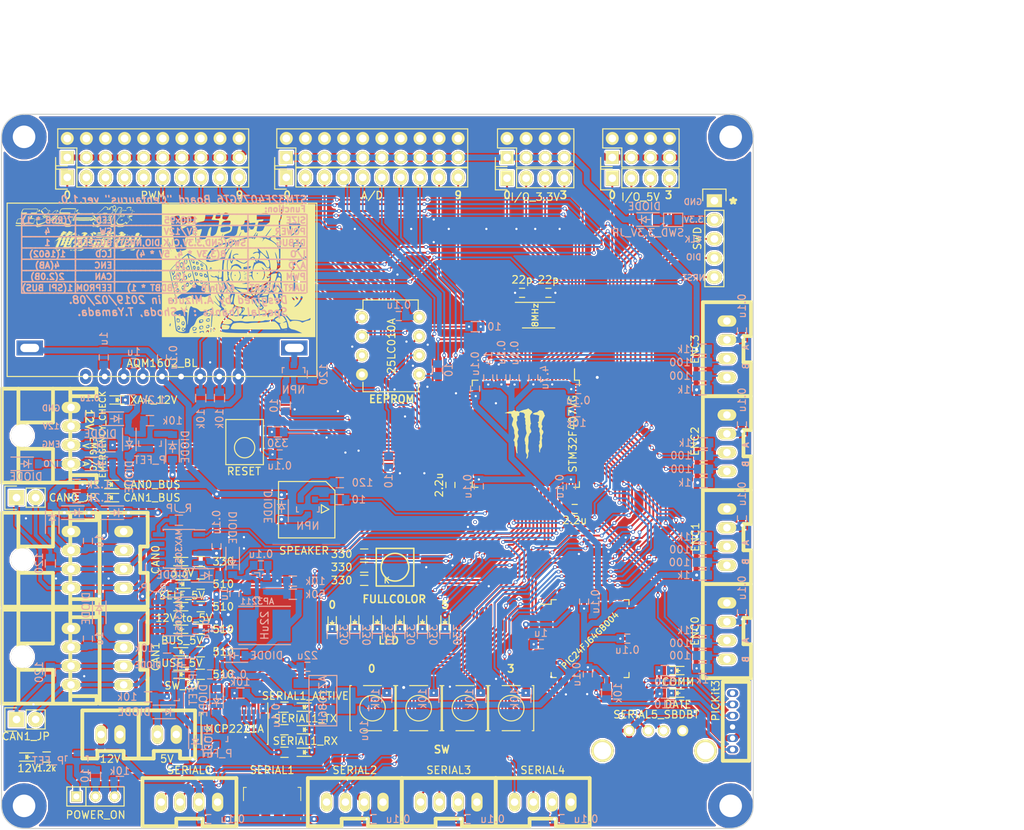
<source format=kicad_pcb>
(kicad_pcb (version 20171130) (host pcbnew "(5.0.0)")
  (layers (0 F.Cu signal) (31 B.Cu signal) (34 B.Paste user hide) (35 F.Paste user hide) (36 B.SilkS user) (37 F.SilkS user) (38 B.Mask user) (39 F.Mask user hide) (44 Edge.Cuts user))
  (net 0 "")
  (net 1 "Net-(C1-Pad1)")
  (net 2 GND)
  (net 3 +3.3V)
  (net 4 /CAN_BUS_5V)
  (net 5 +5V)
  (net 6 /OSC_OUT)
  (net 7 /NRST)
  (net 8 /OSC_IN)
  (net 9 "Net-(C18-Pad1)")
  (net 10 "Net-(C18-Pad2)")
  (net 11 +12V)
  (net 12 "Net-(D1-Pad2)")
  (net 13 "Net-(D2-Pad2)")
  (net 14 "Net-(D7-Pad1)")
  (net 15 "Net-(D8-Pad1)")
  (net 16 "Net-(D9-Pad1)")
  (net 17 "Net-(D10-Pad1)")
  (net 18 "Net-(D11-Pad1)")
  (net 19 /XA_5V)
  (net 20 /5V)
  (net 21 "Net-(D13-Pad2)")
  (net 22 /BUS_5V)
  (net 23 "Net-(D15-Pad1)")
  (net 24 +5C)
  (net 25 "Net-(D17-Pad2)")
  (net 26 "Net-(IC1-Pad1)")
  (net 27 /USART1_TX)
  (net 28 /USART1_RX)
  (net 29 "Net-(IC1-Pad4)")
  (net 30 "Net-(IC1-Pad5)")
  (net 31 /D+)
  (net 32 /D-)
  (net 33 "Net-(IC1-Pad11)")
  (net 34 "Net-(IC1-Pad12)")
  (net 35 "Net-(IC1-Pad13)")
  (net 36 "Net-(IC1-Pad14)")
  (net 37 "Net-(IC1-Pad15)")
  (net 38 /MCLR)
  (net 39 "Net-(IC1-Pad19)")
  (net 40 "Net-(IC1-Pad20)")
  (net 41 /PGED1)
  (net 42 /PGEC1)
  (net 43 "Net-(IC1-Pad23)")
  (net 44 "Net-(IC1-Pad24)")
  (net 45 "Net-(IC1-Pad25)")
  (net 46 "Net-(IC1-Pad26)")
  (net 47 "Net-(IC1-Pad27)")
  (net 48 "Net-(IC1-Pad30)")
  (net 49 "Net-(IC1-Pad31)")
  (net 50 "Net-(IC1-Pad32)")
  (net 51 "Net-(IC1-Pad33)")
  (net 52 "Net-(IC1-Pad34)")
  (net 53 "Net-(IC1-Pad35)")
  (net 54 "Net-(IC1-Pad36)")
  (net 55 "Net-(IC1-Pad37)")
  (net 56 "Net-(IC1-Pad38)")
  (net 57 "Net-(IC1-Pad41)")
  (net 58 "Net-(IC1-Pad43)")
  (net 59 "Net-(IC1-Pad44)")
  (net 60 "Net-(P1-Pad6)")
  (net 61 "Net-(P2-Pad5)")
  (net 62 /USART3_TX)
  (net 63 /USART3_RX)
  (net 64 /TIM8_CH4)
  (net 65 /USART4_TX)
  (net 66 /USART4_RX)
  (net 67 /UART5_TX)
  (net 68 /UART5_RX)
  (net 69 "Net-(R25-Pad1)")
  (net 70 "Net-(C26-Pad1)")
  (net 71 "Net-(C27-Pad1)")
  (net 72 "Net-(U7-Pad1)")
  (net 73 "Net-(Q4-Pad3)")
  (net 74 "Net-(C29-Pad1)")
  (net 75 "Net-(C30-Pad2)")
  (net 76 "Net-(C30-Pad1)")
  (net 77 "Net-(D18-Pad1)")
  (net 78 "Net-(D20-Pad1)")
  (net 79 /CAN0_H)
  (net 80 /CAN1_H)
  (net 81 "Net-(JP3-Pad2)")
  (net 82 "Net-(LED1-Pad3)")
  (net 83 "Net-(P3-Pad3)")
  (net 84 "Net-(P3-Pad4)")
  (net 85 "Net-(P4-Pad4)")
  (net 86 "Net-(P4-Pad3)")
  (net 87 /D-_USB)
  (net 88 /D+_USB)
  (net 89 "Net-(P5-Pad4)")
  (net 90 "Net-(P5-Pad6)")
  (net 91 "Net-(P6-Pad4)")
  (net 92 "Net-(P6-Pad3)")
  (net 93 "Net-(P7-Pad3)")
  (net 94 "Net-(P7-Pad4)")
  (net 95 /CAN0_L)
  (net 96 /CAN1_L)
  (net 97 /SWCLK)
  (net 98 /SWDIO)
  (net 99 "Net-(Q2-Pad1)")
  (net 100 "Net-(Q4-Pad2)")
  (net 101 "Net-(Q4-Pad1)")
  (net 102 "Net-(Q5-Pad1)")
  (net 103 "Net-(Q5-Pad2)")
  (net 104 /TIM2_CH2)
  (net 105 /TIM2_CH1)
  (net 106 /TIM3_CH2)
  (net 107 /TIM3_CH1)
  (net 108 "Net-(R12-Pad1)")
  (net 109 /TIM4_CH2)
  (net 110 /TIM4_CH1)
  (net 111 /TIM5_CH2)
  (net 112 /TIM5_CH1)
  (net 113 /GP0)
  (net 114 /GP1)
  (net 115 /GP2)
  (net 116 "Net-(R32-Pad1)")
  (net 117 "Net-(R34-Pad2)")
  (net 118 /FB)
  (net 119 "Net-(R38-Pad2)")
  (net 120 "Net-(R39-Pad2)")
  (net 121 /I2C1_SDA)
  (net 122 /TIM10_CH1)
  (net 123 /I2C1_SCL)
  (net 124 /ADC12_IN10)
  (net 125 /ADC12_IN11)
  (net 126 /ADC12_IN2)
  (net 127 /ADC12_IN3)
  (net 128 /ADC12_IN4)
  (net 129 /TIM8_CH1)
  (net 130 /ADC12_IN14)
  (net 131 /ADC12_IN15)
  (net 132 /TIM8_CH2)
  (net 133 /ADC12_IN9)
  (net 134 /TIM1_CH1)
  (net 135 /TIM1_CH2)
  (net 136 /TIM1_CH3)
  (net 137 /TIM1_CH4)
  (net 138 /TIM12_CH1)
  (net 139 /TIM12_CH2)
  (net 140 /TIM8_CH3)
  (net 141 /TIM11_CH1)
  (net 142 "Net-(U3-Pad8)")
  (net 143 "Net-(U3-Pad9)")
  (net 144 "Net-(U3-Pad10)")
  (net 145 "Net-(U5-Pad5)")
  (net 146 /CAN1_RX)
  (net 147 /CAN1_TX)
  (net 148 /CAN2_TX)
  (net 149 /CAN2_RX)
  (net 150 "Net-(U6-Pad5)")
  (net 151 /PC15)
  (net 152 /PC13)
  (net 153 /PD11)
  (net 154 /TIM9_CH2)
  (net 155 /TIM9_CH1)
  (net 156 /PD3)
  (net 157 /PD10)
  (net 158 /PD14)
  (net 159 /PD15)
  (net 160 /PD4)
  (net 161 /PD7)
  (net 162 /PE0)
  (net 163 /PE1)
  (net 164 /PC14)
  (net 165 /PE2)
  (net 166 /PE3)
  (net 167 /PE4)
  (net 168 /SPI2_MISO)
  (net 169 /SPI2_MOSI)
  (net 170 /ADC12_IN5)
  (net 171 /ADC12_IN6)
  (net 172 /PB2)
  (net 173 /PE7)
  (net 174 /PE8)
  (net 175 /PE10)
  (net 176 /PE12)
  (net 177 /PE15)
  (net 178 /SPI2_SCK)
  (net 179 /PB11)
  (net 180 /USART6_TX)
  (net 181 /USART6_RX)
  (net 182 /USART2_TX)
  (net 183 /USART2_RX)
  (net 184 "Net-(R62-Pad1)")
  (net 185 "Net-(R63-Pad2)")
  (net 186 "Net-(R64-Pad2)")
  (net 187 /PA8)
  (net 188 "Net-(JP2-Pad1)")
  (net 189 "Net-(D26-Pad2)")
  (net 190 "Net-(D19-Pad2)")
  (net 191 "Net-(D21-Pad2)")
  (net 192 "Net-(D22-Pad2)")
  (net 193 "Net-(D23-Pad2)")
  (net 194 "Net-(D24-Pad2)")
  (net 195 "Net-(D25-Pad2)")
  (net 196 "Net-(JP1-Pad2)")
  (net 197 "Net-(R46-Pad2)")
  (net 198 "Net-(R47-Pad2)")
  (net 199 "Net-(R48-Pad2)")
  (net 200 /PD0)
  (net 201 /PD1)
  (net 202 "Net-(D3-Pad2)")
  (net 203 "Net-(D4-Pad2)")
  (net 204 "Net-(D5-Pad2)")
  (net 205 "Net-(D6-Pad2)")
  (net 206 "Net-(C19-Pad1)")
  (net 207 /12V_TO_5V)
  (net 208 CAN0_BUS_Vdd)
  (net 209 CAN1_BUS_Vdd)
  (net 210 XA4_12V)
  (net 211 "Net-(D31-Pad2)")
  (net 212 /CAN_BUS_12V)
  (net 213 "Net-(D35-Pad1)")
  (net 214 /CAN0_BUS_12V)
  (net 215 /CAN1_BUS_12V)
  (net 216 "Net-(D36-Pad1)")
  (net 217 "Net-(D37-Pad1)")
  (net 218 /XA4-12V)
  (net 219 "Net-(D40-Pad1)")
  (module RP_KiCAD_Connector:XA_4T (layer F.Cu) (at 69.25 106 90)
    (fp_text reference P11 hide)
    (fp_text value CAN0 (at 3.75 4.25 90) (layer F.SilkS))
    (pad 1 thru_hole oval (at 7.5 0 90) (size 1.5 2.5) (drill 1) (layers *.Cu *.Mask F.SilkS) (net 2 GND))
    (pad 2 thru_hole oval (at 5 0 90) (size 1.5 2.5) (drill 1) (layers *.Cu *.Mask F.SilkS) (net 208 CAN0_BUS_Vdd))
    (pad 3 thru_hole oval (at 2.5 0 90) (size 1.5 2.5) (drill 1) (layers *.Cu *.Mask F.SilkS) (net 79 /CAN0_H))
    (pad 4 thru_hole oval (at 0 0 90) (size 1.5 2.5) (drill 1) (layers *.Cu *.Mask F.SilkS) (net 95 /CAN0_L))
  )
  (module Mizz_lib:SOD-123 (layer B.Cu) (at 75.75 87.25 90)
    (fp_text reference D31)
    (fp_text value DIODE (at 0 1.7 90) (layer B.SilkS) (effects (justify mirror)))
    (pad 2 smd rect (at 1.635 0 90) (size 0.91 1.22) (layers B.Cu B.Paste B.Mask) (net 211 "Net-(D31-Pad2)"))
    (pad 1 smd rect (at -1.635 0 90) (size 0.91 1.22) (layers B.Cu B.Paste B.Mask) (net 212 /CAN_BUS_12V))
  )
  (module Resistors_SMD:R_0603 (layer B.Cu) (at 104.5 89.25 90)
    (fp_text reference R63 hide)
    (fp_text value 10 (at -2.55 0 90) (layer B.SilkS) (effects (justify mirror)))
    (pad 1 smd rect (at -0.78 0 90) (size 1 1.2) (layers B.Cu B.Paste B.Mask) (net 178 /SPI2_SCK))
    (pad 2 smd rect (at 0.78 0 90) (size 1 1.2) (layers B.Cu B.Paste B.Mask) (net 185 "Net-(R63-Pad2)"))
  )
  (module Resistors_SMD:R_0603 (layer B.Cu) (at 59.5 117.25 90)
    (fp_text reference R41 hide)
    (fp_text value 120 (at 0.03 -1.5 270) (layer B.SilkS) (effects (justify mirror)))
    (pad 2 smd rect (at 0.78 0 90) (size 1 1.2) (layers B.Cu B.Paste B.Mask) (net 80 /CAN1_H))
    (pad 1 smd rect (at -0.78 0 90) (size 1 1.2) (layers B.Cu B.Paste B.Mask) (net 188 "Net-(JP2-Pad1)"))
  )
  (module Housings_DIP:DIP-8_W7.62mm (layer F.Cu) (at 100.95 69.99)
    (fp_text reference U12 hide)
    (fp_text value 25LC010A (at 3.924999 3.85 90) (layer F.SilkS))
    (pad 1 thru_hole oval (at 0 0) (size 1.6 1.6) (drill 0.8) (layers *.Cu *.Mask F.SilkS) (net 174 /PE8))
    (pad 2 thru_hole oval (at 0 2.54) (size 1.6 1.6) (drill 0.8) (layers *.Cu *.Mask F.SilkS) (net 184 "Net-(R62-Pad1)"))
    (pad 3 thru_hole oval (at 0 5.08) (size 1.6 1.6) (drill 0.8) (layers *.Cu *.Mask F.SilkS) (net 173 /PE7))
    (pad 4 thru_hole oval (at 0 7.62) (size 1.6 1.6) (drill 0.8) (layers *.Cu *.Mask F.SilkS) (net 2 GND))
    (pad 5 thru_hole oval (at 7.62 7.62) (size 1.6 1.6) (drill 0.8) (layers *.Cu *.Mask F.SilkS) (net 186 "Net-(R64-Pad2)"))
    (pad 6 thru_hole oval (at 7.62 5.08) (size 1.6 1.6) (drill 0.8) (layers *.Cu *.Mask F.SilkS) (net 185 "Net-(R63-Pad2)"))
    (pad 7 thru_hole oval (at 7.62 2.54) (size 1.6 1.6) (drill 0.8) (layers *.Cu *.Mask F.SilkS) (net 172 /PB2))
    (pad 8 thru_hole oval (at 7.62 0) (size 1.6 1.6) (drill 0.8) (layers *.Cu *.Mask F.SilkS) (net 3 +3.3V))
  )
  (module Resistors_SMD:R_0603 (layer F.Cu) (at 59 128.5)
    (fp_text reference R44 hide)
    (fp_text value 1.2k (at 0 1.5) (layer F.SilkS) (effects (font (size 0.8 0.8))))
    (pad 2 smd rect (at 0.78 0) (size 1 1.2) (layers F.Cu F.Paste F.Mask) (net 11 +12V))
    (pad 1 smd rect (at -0.78 0) (size 1 1.2) (layers F.Cu F.Paste F.Mask) (net 77 "Net-(D18-Pad1)"))
  )
  (module Resistors_SMD:R_0603 (layer B.Cu) (at 82 80.75 90)
    (fp_text reference R52 hide)
    (fp_text value 10k (at -2.75 0 90) (layer B.SilkS) (effects (justify mirror)))
    (pad 1 smd rect (at -0.78 0 90) (size 1 1.2) (layers B.Cu B.Paste B.Mask) (net 3 +3.3V))
    (pad 2 smd rect (at 0.78 0 90) (size 1 1.2) (layers B.Cu B.Paste B.Mask) (net 123 /I2C1_SCL))
  )
  (module Pin_Headers:Pin_Header_Straight_1x04 (layer F.Cu) (at 120.25 51.5 90)
    (fp_text reference P28 hide)
    (fp_text value I/O_3.3V (at -2.5 3.75 180) (layer F.SilkS))
    (pad 4 thru_hole oval (at 0 7.62 90) (size 2.032 1.7272) (drill 1.016) (layers *.Cu *.Mask F.SilkS) (net 167 /PE4))
    (pad 3 thru_hole oval (at 0 5.08 90) (size 2.032 1.7272) (drill 1.016) (layers *.Cu *.Mask F.SilkS) (net 152 /PC13))
    (pad 2 thru_hole oval (at 0 2.54 90) (size 2.032 1.7272) (drill 1.016) (layers *.Cu *.Mask F.SilkS) (net 164 /PC14))
    (pad 1 thru_hole rect (at 0 0 90) (size 2.032 1.7272) (drill 1.016) (layers *.Cu *.Mask F.SilkS) (net 151 /PC15))
  )
  (module Pin_Headers:Pin_Header_Straight_2x04 (layer F.Cu) (at 134.25 48.75 90)
    (fp_text reference P31 hide)
    (fp_text value I/O_5V_batt)
    (pad 1 thru_hole rect (at 0 0 90) (size 1.7272 1.7272) (drill 1.016) (layers *.Cu *.Mask F.SilkS) (net 5 +5V))
    (pad 2 thru_hole oval (at 2.54 0 90) (size 1.7272 1.7272) (drill 1.016) (layers *.Cu *.Mask F.SilkS) (net 2 GND))
    (pad 3 thru_hole oval (at 0 2.54 90) (size 1.7272 1.7272) (drill 1.016) (layers *.Cu *.Mask F.SilkS) (net 5 +5V))
    (pad 4 thru_hole oval (at 2.54 2.54 90) (size 1.7272 1.7272) (drill 1.016) (layers *.Cu *.Mask F.SilkS) (net 2 GND))
    (pad 5 thru_hole oval (at 0 5.08 90) (size 1.7272 1.7272) (drill 1.016) (layers *.Cu *.Mask F.SilkS) (net 5 +5V))
    (pad 6 thru_hole oval (at 2.54 5.08 90) (size 1.7272 1.7272) (drill 1.016) (layers *.Cu *.Mask F.SilkS) (net 2 GND))
    (pad 7 thru_hole oval (at 0 7.62 90) (size 1.7272 1.7272) (drill 1.016) (layers *.Cu *.Mask F.SilkS) (net 5 +5V))
    (pad 8 thru_hole oval (at 2.54 7.62 90) (size 1.7272 1.7272) (drill 1.016) (layers *.Cu *.Mask F.SilkS) (net 2 GND))
  )
  (module Pin_Headers:Pin_Header_Straight_1x04 (layer F.Cu) (at 134.25 51.5 90)
    (fp_text reference P29 hide)
    (fp_text value I/O_5V (at -2.5 3.75 180) (layer F.SilkS))
    (pad 1 thru_hole rect (at 0 0 90) (size 2.032 1.7272) (drill 1.016) (layers *.Cu *.Mask F.SilkS) (net 166 /PE3))
    (pad 2 thru_hole oval (at 0 2.54 90) (size 2.032 1.7272) (drill 1.016) (layers *.Cu *.Mask F.SilkS) (net 165 /PE2))
    (pad 3 thru_hole oval (at 0 5.08 90) (size 2.032 1.7272) (drill 1.016) (layers *.Cu *.Mask F.SilkS) (net 163 /PE1))
    (pad 4 thru_hole oval (at 0 7.62 90) (size 2.032 1.7272) (drill 1.016) (layers *.Cu *.Mask F.SilkS) (net 162 /PE0))
  )
  (module Pin_Headers:Pin_Header_Straight_2x04 (layer F.Cu) (at 120.25 48.75 90)
    (fp_text reference P30 hide)
    (fp_text value I/O_3.3V_batt)
    (pad 8 thru_hole oval (at 2.54 7.62 90) (size 1.7272 1.7272) (drill 1.016) (layers *.Cu *.Mask F.SilkS) (net 2 GND))
    (pad 7 thru_hole oval (at 0 7.62 90) (size 1.7272 1.7272) (drill 1.016) (layers *.Cu *.Mask F.SilkS) (net 3 +3.3V))
    (pad 6 thru_hole oval (at 2.54 5.08 90) (size 1.7272 1.7272) (drill 1.016) (layers *.Cu *.Mask F.SilkS) (net 2 GND))
    (pad 5 thru_hole oval (at 0 5.08 90) (size 1.7272 1.7272) (drill 1.016) (layers *.Cu *.Mask F.SilkS) (net 3 +3.3V))
    (pad 4 thru_hole oval (at 2.54 2.54 90) (size 1.7272 1.7272) (drill 1.016) (layers *.Cu *.Mask F.SilkS) (net 2 GND))
    (pad 3 thru_hole oval (at 0 2.54 90) (size 1.7272 1.7272) (drill 1.016) (layers *.Cu *.Mask F.SilkS) (net 3 +3.3V))
    (pad 2 thru_hole oval (at 2.54 0 90) (size 1.7272 1.7272) (drill 1.016) (layers *.Cu *.Mask F.SilkS) (net 2 GND))
    (pad 1 thru_hole rect (at 0 0 90) (size 1.7272 1.7272) (drill 1.016) (layers *.Cu *.Mask F.SilkS) (net 3 +3.3V))
  )
  (module Resistors_SMD:R_0603 (layer F.Cu) (at 79.5 108.5)
    (fp_text reference R28 hide)
    (fp_text value 510 (at 3 0) (layer F.SilkS))
    (pad 2 smd rect (at 0.78 0) (size 1 1.2) (layers F.Cu F.Paste F.Mask) (net 207 /12V_TO_5V))
    (pad 1 smd rect (at -0.78 0) (size 1 1.2) (layers F.Cu F.Paste F.Mask) (net 15 "Net-(D8-Pad1)"))
  )
  (module Resistors_SMD:R_0603 (layer F.Cu) (at 79.5 114.5)
    (fp_text reference R30 hide)
    (fp_text value 510 (at 3 0) (layer F.SilkS))
    (pad 2 smd rect (at 0.78 0) (size 1 1.2) (layers F.Cu F.Paste F.Mask) (net 5 +5V))
    (pad 1 smd rect (at -0.78 0) (size 1 1.2) (layers F.Cu F.Paste F.Mask) (net 17 "Net-(D10-Pad1)"))
  )
  (module Resistors_SMD:R_0603 (layer F.Cu) (at 79.5 105.5 180)
    (fp_text reference R26 hide)
    (fp_text value 510 (at -3 0 180) (layer F.SilkS))
    (pad 2 smd rect (at 0.78 0 180) (size 1 1.2) (layers F.Cu F.Paste F.Mask) (net 205 "Net-(D6-Pad2)"))
    (pad 1 smd rect (at -0.78 0 180) (size 1 1.2) (layers F.Cu F.Paste F.Mask) (net 2 GND))
  )
  (module Resistors_SMD:R_0603 (layer F.Cu) (at 79.5 111.5)
    (fp_text reference R27 hide)
    (fp_text value 510 (at 3 0) (layer F.SilkS))
    (pad 1 smd rect (at -0.78 0) (size 1 1.2) (layers F.Cu F.Paste F.Mask) (net 14 "Net-(D7-Pad1)"))
    (pad 2 smd rect (at 0.78 0) (size 1 1.2) (layers F.Cu F.Paste F.Mask) (net 22 /BUS_5V))
  )
  (module Resistors_SMD:R_0603 (layer F.Cu) (at 79.5 117.5)
    (fp_text reference R29 hide)
    (fp_text value 510 (at 3 0) (layer F.SilkS))
    (pad 2 smd rect (at 0.78 0) (size 1 1.2) (layers F.Cu F.Paste F.Mask) (net 24 +5C))
    (pad 1 smd rect (at -0.78 0) (size 1 1.2) (layers F.Cu F.Paste F.Mask) (net 16 "Net-(D9-Pad1)"))
  )
  (module Resistors_SMD:R_0603 (layer F.Cu) (at 79.5 102.5)
    (fp_text reference R31 hide)
    (fp_text value 330 (at 3 0) (layer F.SilkS))
    (pad 1 smd rect (at -0.78 0) (size 1 1.2) (layers F.Cu F.Paste F.Mask) (net 18 "Net-(D11-Pad1)"))
    (pad 2 smd rect (at 0.78 0) (size 1 1.2) (layers F.Cu F.Paste F.Mask) (net 3 +3.3V))
  )
  (module LEDs:LED_0603 (layer F.Cu) (at 77 111.5)
    (fp_text reference D7 hide)
    (fp_text value BUS_5V (at 0 1.5) (layer F.SilkS))
    (pad 2 smd rect (at -0.88 0 180) (size 1 1.2) (layers F.Cu F.Paste F.Mask) (net 2 GND))
    (pad 1 smd rect (at 0.88 0 180) (size 1 1.2) (layers F.Cu F.Paste F.Mask) (net 14 "Net-(D7-Pad1)"))
  )
  (module LEDs:LED_0603 (layer F.Cu) (at 77 108.5)
    (fp_text reference D8 hide)
    (fp_text value 12V_to_5V (at 0.25 1.5) (layer F.SilkS))
    (pad 1 smd rect (at 0.88 0 180) (size 1 1.2) (layers F.Cu F.Paste F.Mask) (net 15 "Net-(D8-Pad1)"))
    (pad 2 smd rect (at -0.88 0 180) (size 1 1.2) (layers F.Cu F.Paste F.Mask) (net 2 GND))
  )
  (module LEDs:LED_0603 (layer F.Cu) (at 77 117.5)
    (fp_text reference D9 hide)
    (fp_text value SW_5V (at 0 1.5) (layer F.SilkS))
    (pad 2 smd rect (at -0.88 0 180) (size 1 1.2) (layers F.Cu F.Paste F.Mask) (net 2 GND))
    (pad 1 smd rect (at 0.88 0 180) (size 1 1.2) (layers F.Cu F.Paste F.Mask) (net 16 "Net-(D9-Pad1)"))
  )
  (module LEDs:LED_0603 (layer F.Cu) (at 77 102.5)
    (fp_text reference D11 hide)
    (fp_text value 3.3V (at 0 1.5) (layer F.SilkS))
    (pad 2 smd rect (at -0.88 0 180) (size 1 1.2) (layers F.Cu F.Paste F.Mask) (net 2 GND))
    (pad 1 smd rect (at 0.88 0 180) (size 1 1.2) (layers F.Cu F.Paste F.Mask) (net 18 "Net-(D11-Pad1)"))
  )
  (module LEDs:LED_0603 (layer F.Cu) (at 77 105.5 180)
    (fp_text reference D6 hide)
    (fp_text value SELF_5V (at 0 -1.5 180) (layer F.SilkS))
    (pad 1 smd rect (at 0.88 0) (size 1 1.2) (layers F.Cu F.Paste F.Mask) (net 19 /XA_5V))
    (pad 2 smd rect (at -0.88 0) (size 1 1.2) (layers F.Cu F.Paste F.Mask) (net 205 "Net-(D6-Pad2)"))
  )
  (module LEDs:LED_0603 (layer F.Cu) (at 77 114.5)
    (fp_text reference D10 hide)
    (fp_text value USE_5V (at 0 1.5) (layer F.SilkS))
    (pad 1 smd rect (at 0.88 0 180) (size 1 1.2) (layers F.Cu F.Paste F.Mask) (net 17 "Net-(D10-Pad1)"))
    (pad 2 smd rect (at -0.88 0 180) (size 1 1.2) (layers F.Cu F.Paste F.Mask) (net 2 GND))
  )
  (module LEDs:LED_0603 (layer F.Cu) (at 56.5 128.5)
    (fp_text reference D18 hide)
    (fp_text value 12V (at 0 1.5) (layer F.SilkS))
    (pad 2 smd rect (at -0.88 0 180) (size 1 1.2) (layers F.Cu F.Paste F.Mask) (net 2 GND))
    (pad 1 smd rect (at 0.88 0 180) (size 1 1.2) (layers F.Cu F.Paste F.Mask) (net 77 "Net-(D18-Pad1)"))
  )
  (module Housings_QFP:LQFP-100_14x14mm_Pitch0.5mm (layer F.Cu) (at 122.75 85.5 270)
    (fp_text reference U1 hide)
    (fp_text value STM32F407VG (at 0 -6.25 270) (layer F.SilkS))
    (pad 1 smd rect (at -7.9 -6 270) (size 1.5 0.28) (layers F.Cu F.Paste F.Mask) (net 165 /PE2))
    (pad 2 smd rect (at -7.9 -5.5 270) (size 1.5 0.28) (layers F.Cu F.Paste F.Mask) (net 166 /PE3))
    (pad 3 smd rect (at -7.9 -5 270) (size 1.5 0.28) (layers F.Cu F.Paste F.Mask) (net 167 /PE4))
    (pad 4 smd rect (at -7.9 -4.5 270) (size 1.5 0.28) (layers F.Cu F.Paste F.Mask) (net 155 /TIM9_CH1))
    (pad 5 smd rect (at -7.9 -4 270) (size 1.5 0.28) (layers F.Cu F.Paste F.Mask) (net 154 /TIM9_CH2))
    (pad 6 smd rect (at -7.9 -3.5 270) (size 1.5 0.28) (layers F.Cu F.Paste F.Mask) (net 3 +3.3V))
    (pad 7 smd rect (at -7.9 -3 270) (size 1.5 0.28) (layers F.Cu F.Paste F.Mask) (net 152 /PC13))
    (pad 8 smd rect (at -7.9 -2.5 270) (size 1.5 0.28) (layers F.Cu F.Paste F.Mask) (net 164 /PC14))
    (pad 9 smd rect (at -7.9 -2 270) (size 1.5 0.28) (layers F.Cu F.Paste F.Mask) (net 151 /PC15))
    (pad 10 smd rect (at -7.9 -1.5 270) (size 1.5 0.28) (layers F.Cu F.Paste F.Mask) (net 2 GND))
    (pad 11 smd rect (at -7.9 -1 270) (size 1.5 0.28) (layers F.Cu F.Paste F.Mask) (net 3 +3.3V))
    (pad 12 smd rect (at -7.9 -0.5 270) (size 1.5 0.28) (layers F.Cu F.Paste F.Mask) (net 8 /OSC_IN))
    (pad 13 smd rect (at -7.9 0 270) (size 1.5 0.28) (layers F.Cu F.Paste F.Mask) (net 6 /OSC_OUT))
    (pad 14 smd rect (at -7.9 0.5 270) (size 1.5 0.28) (layers F.Cu F.Paste F.Mask) (net 7 /NRST))
    (pad 15 smd rect (at -7.9 1 270) (size 1.5 0.28) (layers F.Cu F.Paste F.Mask) (net 124 /ADC12_IN10))
    (pad 16 smd rect (at -7.9 1.5 270) (size 1.5 0.28) (layers F.Cu F.Paste F.Mask) (net 125 /ADC12_IN11))
    (pad 17 smd rect (at -7.9 2 270) (size 1.5 0.28) (layers F.Cu F.Paste F.Mask) (net 168 /SPI2_MISO))
    (pad 18 smd rect (at -7.9 2.5 270) (size 1.5 0.28) (layers F.Cu F.Paste F.Mask) (net 169 /SPI2_MOSI))
    (pad 19 smd rect (at -7.9 3 270) (size 1.5 0.28) (layers F.Cu F.Paste F.Mask) (net 3 +3.3V))
    (pad 20 smd rect (at -7.9 3.5 270) (size 1.5 0.28) (layers F.Cu F.Paste F.Mask) (net 2 GND))
    (pad 21 smd rect (at -7.9 4 270) (size 1.5 0.28) (layers F.Cu F.Paste F.Mask) (net 3 +3.3V))
    (pad 22 smd rect (at -7.9 4.5 270) (size 1.5 0.28) (layers F.Cu F.Paste F.Mask) (net 3 +3.3V))
    (pad 23 smd rect (at -7.9 5 270) (size 1.5 0.28) (layers F.Cu F.Paste F.Mask) (net 112 /TIM5_CH1))
    (pad 24 smd rect (at -7.9 5.5 270) (size 1.5 0.28) (layers F.Cu F.Paste F.Mask) (net 111 /TIM5_CH2))
    (pad 25 smd rect (at -7.9 6 270) (size 1.5 0.28) (layers F.Cu F.Paste F.Mask) (net 126 /ADC12_IN2))
    (pad 26 smd rect (at -6 7.9) (size 1.5 0.28) (layers F.Cu F.Paste F.Mask) (net 127 /ADC12_IN3))
    (pad 27 smd rect (at -5.5 7.9) (size 1.5 0.28) (layers F.Cu F.Paste F.Mask) (net 2 GND))
    (pad 28 smd rect (at -5 7.9) (size 1.5 0.28) (layers F.Cu F.Paste F.Mask) (net 3 +3.3V))
    (pad 29 smd rect (at -4.5 7.9) (size 1.5 0.28) (layers F.Cu F.Paste F.Mask) (net 128 /ADC12_IN4))
    (pad 30 smd rect (at -4 7.9) (size 1.5 0.28) (layers F.Cu F.Paste F.Mask) (net 170 /ADC12_IN5))
    (pad 31 smd rect (at -3.5 7.9) (size 1.5 0.28) (layers F.Cu F.Paste F.Mask) (net 171 /ADC12_IN6))
    (pad 32 smd rect (at -3 7.9) (size 1.5 0.28) (layers F.Cu F.Paste F.Mask) (net 129 /TIM8_CH1))
    (pad 33 smd rect (at -2.5 7.9) (size 1.5 0.28) (layers F.Cu F.Paste F.Mask) (net 130 /ADC12_IN14))
    (pad 34 smd rect (at -2 7.9) (size 1.5 0.28) (layers F.Cu F.Paste F.Mask) (net 131 /ADC12_IN15))
    (pad 35 smd rect (at -1.5 7.9) (size 1.5 0.28) (layers F.Cu F.Paste F.Mask) (net 132 /TIM8_CH2))
    (pad 36 smd rect (at -1 7.9) (size 1.5 0.28) (layers F.Cu F.Paste F.Mask) (net 133 /ADC12_IN9))
    (pad 37 smd rect (at -0.5 7.9) (size 1.5 0.28) (layers F.Cu F.Paste F.Mask) (net 172 /PB2))
    (pad 38 smd rect (at 0 7.9) (size 1.5 0.28) (layers F.Cu F.Paste F.Mask) (net 173 /PE7))
    (pad 39 smd rect (at 0.5 7.9) (size 1.5 0.28) (layers F.Cu F.Paste F.Mask) (net 174 /PE8))
    (pad 40 smd rect (at 1 7.9) (size 1.5 0.28) (layers F.Cu F.Paste F.Mask) (net 134 /TIM1_CH1))
    (pad 41 smd rect (at 1.5 7.9) (size 1.5 0.28) (layers F.Cu F.Paste F.Mask) (net 175 /PE10))
    (pad 42 smd rect (at 2 7.9) (size 1.5 0.28) (layers F.Cu F.Paste F.Mask) (net 135 /TIM1_CH2))
    (pad 43 smd rect (at 2.5 7.9) (size 1.5 0.28) (layers F.Cu F.Paste F.Mask) (net 176 /PE12))
    (pad 44 smd rect (at 3 7.9) (size 1.5 0.28) (layers F.Cu F.Paste F.Mask) (net 136 /TIM1_CH3))
    (pad 45 smd rect (at 3.5 7.9) (size 1.5 0.28) (layers F.Cu F.Paste F.Mask) (net 137 /TIM1_CH4))
    (pad 46 smd rect (at 4 7.9) (size 1.5 0.28) (layers F.Cu F.Paste F.Mask) (net 177 /PE15))
    (pad 47 smd rect (at 4.5 7.9) (size 1.5 0.28) (layers F.Cu F.Paste F.Mask) (net 178 /SPI2_SCK))
    (pad 48 smd rect (at 5 7.9) (size 1.5 0.28) (layers F.Cu F.Paste F.Mask) (net 179 /PB11))
    (pad 49 smd rect (at 5.5 7.9) (size 1.5 0.28) (layers F.Cu F.Paste F.Mask) (net 70 "Net-(C26-Pad1)"))
    (pad 50 smd rect (at 6 7.9) (size 1.5 0.28) (layers F.Cu F.Paste F.Mask) (net 3 +3.3V))
    (pad 51 smd rect (at 7.9 6 270) (size 1.5 0.28) (layers F.Cu F.Paste F.Mask) (net 149 /CAN2_RX))
    (pad 52 smd rect (at 7.9 5.5 270) (size 1.5 0.28) (layers F.Cu F.Paste F.Mask) (net 148 /CAN2_TX))
    (pad 53 smd rect (at 7.9 5 270) (size 1.5 0.28) (layers F.Cu F.Paste F.Mask) (net 138 /TIM12_CH1))
    (pad 54 smd rect (at 7.9 4.5 270) (size 1.5 0.28) (layers F.Cu F.Paste F.Mask) (net 139 /TIM12_CH2))
    (pad 55 smd rect (at 7.9 4 270) (size 1.5 0.28) (layers F.Cu F.Paste F.Mask) (net 62 /USART3_TX))
    (pad 56 smd rect (at 7.9 3.5 270) (size 1.5 0.28) (layers F.Cu F.Paste F.Mask) (net 63 /USART3_RX))
    (pad 57 smd rect (at 7.9 3 270) (size 1.5 0.28) (layers F.Cu F.Paste F.Mask) (net 157 /PD10))
    (pad 58 smd rect (at 7.9 2.5 270) (size 1.5 0.28) (layers F.Cu F.Paste F.Mask) (net 153 /PD11))
    (pad 59 smd rect (at 7.9 2 270) (size 1.5 0.28) (layers F.Cu F.Paste F.Mask) (net 110 /TIM4_CH1))
    (pad 60 smd rect (at 7.9 1.5 270) (size 1.5 0.28) (layers F.Cu F.Paste F.Mask) (net 109 /TIM4_CH2))
    (pad 61 smd rect (at 7.9 1 270) (size 1.5 0.28) (layers F.Cu F.Paste F.Mask) (net 158 /PD14))
    (pad 62 smd rect (at 7.9 0.5 270) (size 1.5 0.28) (layers F.Cu F.Paste F.Mask) (net 159 /PD15))
    (pad 63 smd rect (at 7.9 0 270) (size 1.5 0.28) (layers F.Cu F.Paste F.Mask) (net 180 /USART6_TX))
    (pad 64 smd rect (at 7.9 -0.5 270) (size 1.5 0.28) (layers F.Cu F.Paste F.Mask) (net 181 /USART6_RX))
    (pad 65 smd rect (at 7.9 -1 270) (size 1.5 0.28) (layers F.Cu F.Paste F.Mask) (net 140 /TIM8_CH3))
    (pad 66 smd rect (at 7.9 -1.5 270) (size 1.5 0.28) (layers F.Cu F.Paste F.Mask) (net 64 /TIM8_CH4))
    (pad 67 smd rect (at 7.9 -2 270) (size 1.5 0.28) (layers F.Cu F.Paste F.Mask) (net 187 /PA8))
    (pad 68 smd rect (at 7.9 -2.5 270) (size 1.5 0.28) (layers F.Cu F.Paste F.Mask) (net 27 /USART1_TX))
    (pad 69 smd rect (at 7.9 -3 270) (size 1.5 0.28) (layers F.Cu F.Paste F.Mask) (net 28 /USART1_RX))
    (pad 70 smd rect (at 7.9 -3.5 270) (size 1.5 0.28) (layers F.Cu F.Paste F.Mask) (net 146 /CAN1_RX))
    (pad 71 smd rect (at 7.9 -4 270) (size 1.5 0.28) (layers F.Cu F.Paste F.Mask) (net 147 /CAN1_TX))
    (pad 72 smd rect (at 7.9 -4.5 270) (size 1.5 0.28) (layers F.Cu F.Paste F.Mask) (net 98 /SWDIO))
    (pad 73 smd rect (at 7.9 -5 270) (size 1.5 0.28) (layers F.Cu F.Paste F.Mask) (net 71 "Net-(C27-Pad1)"))
    (pad 74 smd rect (at 7.9 -5.5 270) (size 1.5 0.28) (layers F.Cu F.Paste F.Mask) (net 2 GND))
    (pad 75 smd rect (at 7.9 -6 270) (size 1.5 0.28) (layers F.Cu F.Paste F.Mask) (net 3 +3.3V))
    (pad 76 smd rect (at 6 -7.9) (size 1.5 0.28) (layers F.Cu F.Paste F.Mask) (net 97 /SWCLK))
    (pad 77 smd rect (at 5.5 -7.9) (size 1.5 0.28) (layers F.Cu F.Paste F.Mask) (net 105 /TIM2_CH1))
    (pad 78 smd rect (at 5 -7.9) (size 1.5 0.28) (layers F.Cu F.Paste F.Mask) (net 65 /USART4_TX))
    (pad 79 smd rect (at 4.5 -7.9) (size 1.5 0.28) (layers F.Cu F.Paste F.Mask) (net 66 /USART4_RX))
    (pad 80 smd rect (at 4 -7.9) (size 1.5 0.28) (layers F.Cu F.Paste F.Mask) (net 67 /UART5_TX))
    (pad 81 smd rect (at 3.5 -7.9) (size 1.5 0.28) (layers F.Cu F.Paste F.Mask) (net 200 /PD0))
    (pad 82 smd rect (at 3 -7.9) (size 1.5 0.28) (layers F.Cu F.Paste F.Mask) (net 201 /PD1))
    (pad 83 smd rect (at 2.5 -7.9) (size 1.5 0.28) (layers F.Cu F.Paste F.Mask) (net 68 /UART5_RX))
    (pad 84 smd rect (at 2 -7.9) (size 1.5 0.28) (layers F.Cu F.Paste F.Mask) (net 156 /PD3))
    (pad 85 smd rect (at 1.5 -7.9) (size 1.5 0.28) (layers F.Cu F.Paste F.Mask) (net 160 /PD4))
    (pad 86 smd rect (at 1 -7.9) (size 1.5 0.28) (layers F.Cu F.Paste F.Mask) (net 182 /USART2_TX))
    (pad 87 smd rect (at 0.5 -7.9) (size 1.5 0.28) (layers F.Cu F.Paste F.Mask) (net 183 /USART2_RX))
    (pad 88 smd rect (at 0 -7.9) (size 1.5 0.28) (layers F.Cu F.Paste F.Mask) (net 161 /PD7))
    (pad 89 smd rect (at -0.5 -7.9) (size 1.5 0.28) (layers F.Cu F.Paste F.Mask) (net 104 /TIM2_CH2))
    (pad 90 smd rect (at -1 -7.9) (size 1.5 0.28) (layers F.Cu F.Paste F.Mask) (net 107 /TIM3_CH1))
    (pad 91 smd rect (at -1.5 -7.9) (size 1.5 0.28) (layers F.Cu F.Paste F.Mask) (net 106 /TIM3_CH2))
    (pad 92 smd rect (at -2 -7.9) (size 1.5 0.28) (layers F.Cu F.Paste F.Mask) (net 123 /I2C1_SCL))
    (pad 93 smd rect (at -2.5 -7.9) (size 1.5 0.28) (layers F.Cu F.Paste F.Mask) (net 121 /I2C1_SDA))
    (pad 94 smd rect (at -3 -7.9) (size 1.5 0.28) (layers F.Cu F.Paste F.Mask) (net 69 "Net-(R25-Pad1)"))
    (pad 95 smd rect (at -3.5 -7.9) (size 1.5 0.28) (layers F.Cu F.Paste F.Mask) (net 122 /TIM10_CH1))
    (pad 96 smd rect (at -4 -7.9) (size 1.5 0.28) (layers F.Cu F.Paste F.Mask) (net 141 /TIM11_CH1))
    (pad 97 smd rect (at -4.5 -7.9) (size 1.5 0.28) (layers F.Cu F.Paste F.Mask) (net 162 /PE0))
    (pad 98 smd rect (at -5 -7.9) (size 1.5 0.28) (layers F.Cu F.Paste F.Mask) (net 163 /PE1))
    (pad 99 smd rect (at -5.5 -7.9) (size 1.5 0.28) (layers F.Cu F.Paste F.Mask) (net 2 GND))
    (pad 100 smd rect (at -6 -7.9) (size 1.5 0.28) (layers F.Cu F.Paste F.Mask) (net 3 +3.3V))
  )
  (module Capacitors_SMD:C_0603 (layer B.Cu) (at 123.75 78 270)
    (fp_text reference C35 hide)
    (fp_text value 4.7u (at 0 -1.5 270) (layer B.SilkS) (effects (justify mirror)))
    (pad 2 smd rect (at 0.93 0 270) (size 1 1.2) (layers B.Cu B.Paste B.Mask) (net 3 +3.3V))
    (pad 1 smd rect (at -0.95 0 270) (size 1 1.2) (layers B.Cu B.Paste B.Mask) (net 2 GND))
  )
  (module RP_KiCAD_Connector:XA_4LC (layer F.Cu) (at 62.25 111.4 270)
    (fp_text reference P14 hide)
    (fp_text value CAN1)
    (pad "" thru_hole circle (at 3.75 6.5 270) (size 3 3) (drill 3) (layers *.Cu *.Mask F.SilkS) (clearance -0.3))
    (pad 4 thru_hole oval (at 7.5 0 270) (size 1.5 2.5) (drill 1) (layers *.Cu *.Mask F.SilkS) (net 96 /CAN1_L))
    (pad 3 thru_hole oval (at 5 0 270) (size 1.5 2.5) (drill 1) (layers *.Cu *.Mask F.SilkS) (net 80 /CAN1_H))
    (pad 2 thru_hole oval (at 2.5 0 270) (size 1.5 2.5) (drill 1) (layers *.Cu *.Mask F.SilkS) (net 209 CAN1_BUS_Vdd))
    (pad 1 thru_hole oval (at 0 0 270) (size 1.5 2.5) (drill 1) (layers *.Cu *.Mask F.SilkS) (net 2 GND))
  )
  (module Resistors_SMD:R_0603 (layer F.Cu) (at 101.25 105)
    (fp_text reference R46 hide)
    (fp_text value 330 (at -3 0) (layer F.SilkS))
    (pad 1 smd rect (at -0.78 0) (size 1 1.2) (layers F.Cu F.Paste F.Mask) (net 2 GND))
    (pad 2 smd rect (at 0.78 0) (size 1 1.2) (layers F.Cu F.Paste F.Mask) (net 197 "Net-(R46-Pad2)"))
  )
  (module Resistors_SMD:R_0603 (layer F.Cu) (at 101.25 101.5)
    (fp_text reference R48 hide)
    (fp_text value 330 (at -3 0) (layer F.SilkS))
    (pad 1 smd rect (at -0.78 0) (size 1 1.2) (layers F.Cu F.Paste F.Mask) (net 2 GND))
    (pad 2 smd rect (at 0.78 0) (size 1 1.2) (layers F.Cu F.Paste F.Mask) (net 199 "Net-(R48-Pad2)"))
  )
  (module Resistors_SMD:R_0603 (layer F.Cu) (at 101.25 103.25)
    (fp_text reference R47 hide)
    (fp_text value 330 (at -3 0) (layer F.SilkS))
    (pad 2 smd rect (at 0.78 0) (size 1 1.2) (layers F.Cu F.Paste F.Mask) (net 198 "Net-(R47-Pad2)"))
    (pad 1 smd rect (at -0.78 0) (size 1 1.2) (layers F.Cu F.Paste F.Mask) (net 2 GND))
  )
  (module Mizz_lib:OSTBABS4C2B (layer F.Cu) (at 105.25 103.25 90)
    (fp_text reference U8 hide)
    (fp_text value OSTBABS4C2B hide)
    (pad 1 smd rect (at -1.6 2.6 90) (size 1 1.5) (layers F.Cu F.Paste F.Mask) (net 64 /TIM8_CH4))
    (pad 2 smd rect (at 0 2.6 90) (size 1 1.5) (layers F.Cu F.Paste F.Mask) (net 140 /TIM8_CH3))
    (pad 3 smd rect (at 1.6 2.6 90) (size 1 1.5) (layers F.Cu F.Paste F.Mask) (net 139 /TIM12_CH2))
    (pad 4 smd rect (at 1.6 -2.4 90) (size 1 1.5) (layers F.Cu F.Paste F.Mask) (net 199 "Net-(R48-Pad2)"))
    (pad 5 smd rect (at 0 -2.4 90) (size 1 1.5) (layers F.Cu F.Paste F.Mask) (net 198 "Net-(R47-Pad2)"))
    (pad 6 smd rect (at -1.6 -2.4 90) (size 1 1.5) (layers F.Cu F.Paste F.Mask) (net 197 "Net-(R46-Pad2)"))
  )
  (module Capacitors_SMD:C_0603 (layer B.Cu) (at 124.75 113.5)
    (fp_text reference C1 hide)
    (fp_text value 1u (at 0 -1.5) (layer B.SilkS) (effects (justify mirror)))
    (pad 1 smd rect (at -0.95 0) (size 1 1.2) (layers B.Cu B.Paste B.Mask) (net 1 "Net-(C1-Pad1)"))
    (pad 2 smd rect (at 0.93 0) (size 1 1.2) (layers B.Cu B.Paste B.Mask) (net 2 GND))
  )
  (module Capacitors_SMD:C_0603 (layer B.Cu) (at 136.25 112.75 180)
    (fp_text reference C2 hide)
    (fp_text value 0.1u (at 0 -1.5 180) (layer B.SilkS) (effects (justify mirror)))
    (pad 2 smd rect (at 0.93 0 180) (size 1 1.2) (layers B.Cu B.Paste B.Mask) (net 3 +3.3V))
    (pad 1 smd rect (at -0.95 0 180) (size 1 1.2) (layers B.Cu B.Paste B.Mask) (net 2 GND))
  )
  (module Capacitors_SMD:C_0603 (layer B.Cu) (at 130.5 107.82 270)
    (fp_text reference C3 hide)
    (fp_text value 0.1u (at 0 -1.5 270) (layer B.SilkS) (effects (justify mirror)))
    (pad 1 smd rect (at -0.95 0 270) (size 1 1.2) (layers B.Cu B.Paste B.Mask) (net 2 GND))
    (pad 2 smd rect (at 0.93 0 270) (size 1 1.2) (layers B.Cu B.Paste B.Mask) (net 3 +3.3V))
  )
  (module Capacitors_SMD:C_0603 (layer B.Cu) (at 131 117.5 90)
    (fp_text reference C4 hide)
    (fp_text value 0.1u (at 0 -1.5 90) (layer B.SilkS) (effects (justify mirror)))
    (pad 2 smd rect (at 0.93 0 90) (size 1 1.2) (layers B.Cu B.Paste B.Mask) (net 3 +3.3V))
    (pad 1 smd rect (at -0.95 0 90) (size 1 1.2) (layers B.Cu B.Paste B.Mask) (net 2 GND))
  )
  (module Capacitors_SMD:C_0603 (layer B.Cu) (at 80.75 117.5 180)
    (fp_text reference C5 hide)
    (fp_text value 0.1u (at -3.25 0 180) (layer B.SilkS) (effects (justify mirror)))
    (pad 1 smd rect (at -0.95 0 180) (size 1 1.2) (layers B.Cu B.Paste B.Mask) (net 207 /12V_TO_5V))
    (pad 2 smd rect (at 0.93 0 180) (size 1 1.2) (layers B.Cu B.Paste B.Mask) (net 2 GND))
  )
  (module Capacitors_SMD:C_0603 (layer B.Cu) (at 93.7 116.5)
    (fp_text reference C6 hide)
    (fp_text value 22u (at 0 -1.5) (layer B.SilkS) (effects (justify mirror)))
    (pad 1 smd rect (at -0.95 0) (size 1 1.2) (layers B.Cu B.Paste B.Mask) (net 5 +5V))
    (pad 2 smd rect (at 0.93 0) (size 1 1.2) (layers B.Cu B.Paste B.Mask) (net 2 GND))
  )
  (module Capacitors_SMD:C_0603 (layer B.Cu) (at 101.25 122 270)
    (fp_text reference C7 hide)
    (fp_text value 10u (at 3 0 270) (layer B.SilkS) (effects (justify mirror)))
    (pad 2 smd rect (at 0.93 0 270) (size 1 1.2) (layers B.Cu B.Paste B.Mask) (net 2 GND))
    (pad 1 smd rect (at -0.95 0 270) (size 1 1.2) (layers B.Cu B.Paste B.Mask) (net 3 +3.3V))
  )
  (module Capacitors_SMD:C_0603 (layer B.Cu) (at 151.5 96.75 270)
    (fp_text reference C8 hide)
    (fp_text value 0.1u (at -3.25 0 270) (layer B.SilkS) (effects (justify mirror)))
    (pad 2 smd rect (at 0.93 0 270) (size 1 1.2) (layers B.Cu B.Paste B.Mask) (net 5 +5V))
    (pad 1 smd rect (at -0.95 0 270) (size 1 1.2) (layers B.Cu B.Paste B.Mask) (net 2 GND))
  )
  (module Capacitors_SMD:C_0603 (layer B.Cu) (at 151.5 84.25 270)
    (fp_text reference C9 hide)
    (fp_text value 0.1u (at -3.25 0 270) (layer B.SilkS) (effects (justify mirror)))
    (pad 2 smd rect (at 0.93 0 270) (size 1 1.2) (layers B.Cu B.Paste B.Mask) (net 5 +5V))
    (pad 1 smd rect (at -0.95 0 270) (size 1 1.2) (layers B.Cu B.Paste B.Mask) (net 2 GND))
  )
  (module Capacitors_SMD:C_0603 (layer B.Cu) (at 88 123 270)
    (fp_text reference C10 hide)
    (fp_text value 0.1u (at 0 -1.5 270) (layer B.SilkS) (effects (justify mirror)))
    (pad 1 smd rect (at -0.95 0 270) (size 1 1.2) (layers B.Cu B.Paste B.Mask) (net 3 +3.3V))
    (pad 2 smd rect (at 0.93 0 270) (size 1 1.2) (layers B.Cu B.Paste B.Mask) (net 2 GND))
  )
  (module Capacitors_SMD:C_0603 (layer F.Cu) (at 122.25 66.75 180)
    (fp_text reference C11 hide)
    (fp_text value 22p (at 0 1.75 180) (layer F.SilkS))
    (pad 2 smd rect (at 0.93 0 180) (size 1 1.2) (layers F.Cu F.Paste F.Mask) (net 2 GND))
    (pad 1 smd rect (at -0.95 0 180) (size 1 1.2) (layers F.Cu F.Paste F.Mask) (net 6 /OSC_OUT))
  )
  (module Capacitors_SMD:C_0603 (layer B.Cu) (at 90 88.25)
    (fp_text reference C12 hide)
    (fp_text value 0.1u (at 0 1.5) (layer B.SilkS) (effects (justify mirror)))
    (pad 2 smd rect (at 0.93 0) (size 1 1.2) (layers B.Cu B.Paste B.Mask) (net 2 GND))
    (pad 1 smd rect (at -0.95 0) (size 1 1.2) (layers B.Cu B.Paste B.Mask) (net 7 /NRST))
  )
  (module Capacitors_SMD:C_0603 (layer F.Cu) (at 125.75 66.75)
    (fp_text reference C13 hide)
    (fp_text value 22p (at 0 -1.75) (layer F.SilkS))
    (pad 1 smd rect (at -0.95 0) (size 1 1.2) (layers F.Cu F.Paste F.Mask) (net 8 /OSC_IN))
    (pad 2 smd rect (at 0.93 0) (size 1 1.2) (layers F.Cu F.Paste F.Mask) (net 2 GND))
  )
  (module Capacitors_SMD:C_0603 (layer B.Cu) (at 151.5 71.75 270)
    (fp_text reference C14 hide)
    (fp_text value 0.1u (at -3.25 0 270) (layer B.SilkS) (effects (justify mirror)))
    (pad 1 smd rect (at -0.95 0 270) (size 1 1.2) (layers B.Cu B.Paste B.Mask) (net 2 GND))
    (pad 2 smd rect (at 0.93 0 270) (size 1 1.2) (layers B.Cu B.Paste B.Mask) (net 5 +5V))
  )
  (module Capacitors_SMD:C_0603 (layer B.Cu) (at 151.5 109.25 270)
    (fp_text reference C15 hide)
    (fp_text value 0.1u (at -3.25 0 270) (layer B.SilkS) (effects (justify mirror)))
    (pad 1 smd rect (at -0.95 0 270) (size 1 1.2) (layers B.Cu B.Paste B.Mask) (net 2 GND))
    (pad 2 smd rect (at 0.93 0 270) (size 1 1.2) (layers B.Cu B.Paste B.Mask) (net 5 +5V))
  )
  (module Capacitors_SMD:C_0603 (layer B.Cu) (at 127.5 136.75 180)
    (fp_text reference C16 hide)
    (fp_text value 0.1u (at -3.25 0 180) (layer B.SilkS) (effects (justify mirror)))
    (pad 2 smd rect (at 0.93 0 180) (size 1 1.2) (layers B.Cu B.Paste B.Mask) (net 5 +5V))
    (pad 1 smd rect (at -0.95 0 180) (size 1 1.2) (layers B.Cu B.Paste B.Mask) (net 2 GND))
  )
  (module Capacitors_SMD:C_0603 (layer B.Cu) (at 115 136.75 180)
    (fp_text reference C17 hide)
    (fp_text value 0.1u (at -3.32 0 180) (layer B.SilkS) (effects (justify mirror)))
    (pad 1 smd rect (at -0.95 0 180) (size 1 1.2) (layers B.Cu B.Paste B.Mask) (net 2 GND))
    (pad 2 smd rect (at 0.93 0 180) (size 1 1.2) (layers B.Cu B.Paste B.Mask) (net 5 +5V))
  )
  (module Capacitors_SMD:C_0603 (layer B.Cu) (at 87.5 103)
    (fp_text reference C18 hide)
    (fp_text value 0.1u (at 0 -1.5) (layer B.SilkS) (effects (justify mirror)))
    (pad 1 smd rect (at -0.95 0) (size 1 1.2) (layers B.Cu B.Paste B.Mask) (net 9 "Net-(C18-Pad1)"))
    (pad 2 smd rect (at 0.93 0) (size 1 1.2) (layers B.Cu B.Paste B.Mask) (net 10 "Net-(C18-Pad2)"))
  )
  (module Capacitors_SMD:C_0603 (layer B.Cu) (at 84 106.8 270)
    (fp_text reference C19 hide)
    (fp_text value 1u (at 0 1.4 270) (layer B.SilkS) (effects (justify mirror)))
    (pad 2 smd rect (at 0.93 0 270) (size 1 1.2) (layers B.Cu B.Paste B.Mask) (net 2 GND))
    (pad 1 smd rect (at -0.95 0 270) (size 1 1.2) (layers B.Cu B.Paste B.Mask) (net 206 "Net-(C19-Pad1)"))
  )
  (module Capacitors_SMD:C_0603 (layer B.Cu) (at 81.6 100.47 270)
    (fp_text reference C20 hide)
    (fp_text value 0.1u (at -3.2 0 270) (layer B.SilkS) (effects (justify mirror)))
    (pad 1 smd rect (at -0.95 0 270) (size 1 1.2) (layers B.Cu B.Paste B.Mask) (net 2 GND))
    (pad 2 smd rect (at 0.93 0 270) (size 1 1.2) (layers B.Cu B.Paste B.Mask) (net 3 +3.3V))
  )
  (module Capacitors_SMD:C_0603 (layer B.Cu) (at 81.6 111.5 90)
    (fp_text reference C21 hide)
    (fp_text value 0.1u (at 0 -1.4 90) (layer B.SilkS) (effects (font (size 0.8 0.8)) (justify mirror)))
    (pad 2 smd rect (at 0.93 0 90) (size 1 1.2) (layers B.Cu B.Paste B.Mask) (net 3 +3.3V))
    (pad 1 smd rect (at -0.95 0 90) (size 1 1.2) (layers B.Cu B.Paste B.Mask) (net 2 GND))
  )
  (module Capacitors_SMD:C_0603 (layer B.Cu) (at 102.5 136.75 180)
    (fp_text reference C24 hide)
    (fp_text value 0.1u (at -3.25 0 180) (layer B.SilkS) (effects (justify mirror)))
    (pad 2 smd rect (at 0.93 0 180) (size 1 1.2) (layers B.Cu B.Paste B.Mask) (net 5 +5V))
    (pad 1 smd rect (at -0.95 0 180) (size 1 1.2) (layers B.Cu B.Paste B.Mask) (net 2 GND))
  )
  (module Capacitors_SMD:C_0603 (layer B.Cu) (at 80.5 136.75 180)
    (fp_text reference C25 hide)
    (fp_text value 0.1u (at -3.25 0 180) (layer B.SilkS) (effects (justify mirror)))
    (pad 1 smd rect (at -0.95 0 180) (size 1 1.2) (layers B.Cu B.Paste B.Mask) (net 2 GND))
    (pad 2 smd rect (at 0.93 0 180) (size 1 1.2) (layers B.Cu B.Paste B.Mask) (net 5 +5V))
  )
  (module LEDs:LED_0603 (layer F.Cu) (at 143 120)
    (fp_text reference D1 hide)
    (fp_text value DATE (at 0 1.5) (layer F.SilkS))
    (pad 2 smd rect (at -0.88 0 180) (size 1 1.2) (layers F.Cu F.Paste F.Mask) (net 12 "Net-(D1-Pad2)"))
    (pad 1 smd rect (at 0.88 0 180) (size 1 1.2) (layers F.Cu F.Paste F.Mask) (net 5 +5V))
  )
  (module LEDs:LED_0603 (layer F.Cu) (at 143 117)
    (fp_text reference D2 hide)
    (fp_text value COMM (at 0 1.5) (layer F.SilkS))
    (pad 1 smd rect (at 0.88 0 180) (size 1 1.2) (layers F.Cu F.Paste F.Mask) (net 5 +5V))
    (pad 2 smd rect (at -0.88 0 180) (size 1 1.2) (layers F.Cu F.Paste F.Mask) (net 13 "Net-(D2-Pad2)"))
  )
  (module LEDs:LED_0603 (layer F.Cu) (at 93.42 127.87)
    (fp_text reference D3 hide)
    (fp_text value SERIAL1_RX (at 0 -1.5) (layer F.SilkS))
    (pad 1 smd rect (at 0.88 0 180) (size 1 1.2) (layers F.Cu F.Paste F.Mask) (net 3 +3.3V))
    (pad 2 smd rect (at -0.88 0 180) (size 1 1.2) (layers F.Cu F.Paste F.Mask) (net 202 "Net-(D3-Pad2)"))
  )
  (module LEDs:LED_0603 (layer F.Cu) (at 93.42 124.87)
    (fp_text reference D4 hide)
    (fp_text value SERIAL1_TX (at 0 -1.5) (layer F.SilkS))
    (pad 2 smd rect (at -0.88 0 180) (size 1 1.2) (layers F.Cu F.Paste F.Mask) (net 203 "Net-(D4-Pad2)"))
    (pad 1 smd rect (at 0.88 0 180) (size 1 1.2) (layers F.Cu F.Paste F.Mask) (net 3 +3.3V))
  )
  (module LEDs:LED_0603 (layer F.Cu) (at 93.42 121.87)
    (fp_text reference D5 hide)
    (fp_text value SERIAL1_ACTIVE (at 0 -1.5) (layer F.SilkS))
    (pad 1 smd rect (at 0.88 0 180) (size 1 1.2) (layers F.Cu F.Paste F.Mask) (net 3 +3.3V))
    (pad 2 smd rect (at -0.88 0 180) (size 1 1.2) (layers F.Cu F.Paste F.Mask) (net 204 "Net-(D5-Pad2)"))
  )
  (module Mizz_lib:SOD-123 (layer B.Cu) (at 75.135 122.5)
    (fp_text reference D12 hide)
    (fp_text value DIODE (at -4.5 0) (layer B.SilkS) (effects (justify mirror)))
    (pad 1 smd rect (at -1.635 0) (size 0.91 1.22) (layers B.Cu B.Paste B.Mask) (net 19 /XA_5V))
    (pad 2 smd rect (at 1.635 0) (size 0.91 1.22) (layers B.Cu B.Paste B.Mask) (net 20 /5V))
  )
  (module Mizz_lib:SOD-123 (layer B.Cu) (at 76.75 116.25 180)
    (fp_text reference D13 hide)
    (fp_text value DIODE (at 4.25 0 180) (layer B.SilkS) (effects (font (size 0.8 0.8)) (justify mirror)))
    (pad 2 smd rect (at 1.635 0 180) (size 0.91 1.22) (layers B.Cu B.Paste B.Mask) (net 21 "Net-(D13-Pad2)"))
    (pad 1 smd rect (at -1.635 0 180) (size 0.91 1.22) (layers B.Cu B.Paste B.Mask) (net 22 /BUS_5V))
  )
  (module Mizz_lib:SOD-123 (layer B.Cu) (at 83.75 102.6 270)
    (fp_text reference D14 hide)
    (fp_text value DIODE (at -4.6 -0.05 270) (layer B.SilkS) (effects (justify mirror)))
    (pad 2 smd rect (at 1.635 0 270) (size 0.91 1.22) (layers B.Cu B.Paste B.Mask) (net 9 "Net-(C18-Pad1)"))
    (pad 1 smd rect (at -1.635 0 270) (size 0.91 1.22) (layers B.Cu B.Paste B.Mask) (net 2 GND))
  )
  (module Mizz_lib:SOD-123 (layer B.Cu) (at 83.75 115 180)
    (fp_text reference D15 hide)
    (fp_text value DIODE (at -4.5 0 180) (layer B.SilkS) (effects (justify mirror)))
    (pad 1 smd rect (at -1.635 0 180) (size 0.91 1.22) (layers B.Cu B.Paste B.Mask) (net 23 "Net-(D15-Pad1)"))
    (pad 2 smd rect (at 1.635 0 180) (size 0.91 1.22) (layers B.Cu B.Paste B.Mask) (net 207 /12V_TO_5V))
  )
  (module Mizz_lib:SOD-123 (layer B.Cu) (at 78.8 126.4 270)
    (fp_text reference D16 hide)
    (fp_text value DIODE (at 0 -1.75 270) (layer B.SilkS) (effects (justify mirror)))
    (pad 2 smd rect (at 1.635 0 270) (size 0.91 1.22) (layers B.Cu B.Paste B.Mask) (net 24 +5C))
    (pad 1 smd rect (at -1.635 0 270) (size 0.91 1.22) (layers B.Cu B.Paste B.Mask) (net 20 /5V))
  )
  (module Mizz_lib:SOD-123 (layer B.Cu) (at 81.6 121 270)
    (fp_text reference D17 hide)
    (fp_text value DIODE (at 0 1.75 270) (layer B.SilkS) (effects (justify mirror)))
    (pad 1 smd rect (at -1.635 0 270) (size 0.91 1.22) (layers B.Cu B.Paste B.Mask) (net 4 /CAN_BUS_5V))
    (pad 2 smd rect (at 1.635 0 270) (size 0.91 1.22) (layers B.Cu B.Paste B.Mask) (net 25 "Net-(D17-Pad2)"))
  )
  (module Housings_QFP:LQFP-44_10x10mm_Pitch0.8mm (layer F.Cu) (at 131.3 112.75)
    (fp_text reference IC1 hide)
    (fp_text value PIC24FJ64GB004 (at 0 0.25 45) (layer F.SilkS) (effects (font (size 0.8 0.8))))
    (pad 1 smd rect (at -5.85 -4) (size 1.6 0.56) (layers F.Cu F.Paste F.Mask) (net 26 "Net-(IC1-Pad1)"))
    (pad 2 smd rect (at -5.85 -3.2) (size 1.6 0.56) (layers F.Cu F.Paste F.Mask) (net 182 /USART2_TX))
    (pad 3 smd rect (at -5.85 -2.4) (size 1.6 0.56) (layers F.Cu F.Paste F.Mask) (net 183 /USART2_RX))
    (pad 4 smd rect (at -5.85 -1.6) (size 1.6 0.56) (layers F.Cu F.Paste F.Mask) (net 29 "Net-(IC1-Pad4)"))
    (pad 5 smd rect (at -5.85 -0.8) (size 1.6 0.56) (layers F.Cu F.Paste F.Mask) (net 30 "Net-(IC1-Pad5)"))
    (pad 6 smd rect (at -5.85 0) (size 1.6 0.56) (layers F.Cu F.Paste F.Mask) (net 2 GND))
    (pad 7 smd rect (at -5.85 0.8) (size 1.6 0.56) (layers F.Cu F.Paste F.Mask) (net 1 "Net-(C1-Pad1)"))
    (pad 8 smd rect (at -5.85 1.6) (size 1.6 0.56) (layers F.Cu F.Paste F.Mask) (net 31 /D+))
    (pad 9 smd rect (at -5.85 2.4) (size 1.6 0.56) (layers F.Cu F.Paste F.Mask) (net 32 /D-))
    (pad 10 smd rect (at -5.85 3.2) (size 1.6 0.56) (layers F.Cu F.Paste F.Mask) (net 3 +3.3V))
    (pad 11 smd rect (at -5.85 4) (size 1.6 0.56) (layers F.Cu F.Paste F.Mask) (net 33 "Net-(IC1-Pad11)"))
    (pad 12 smd rect (at -4 5.85 90) (size 1.6 0.56) (layers F.Cu F.Paste F.Mask) (net 34 "Net-(IC1-Pad12)"))
    (pad 13 smd rect (at -3.2 5.85 90) (size 1.6 0.56) (layers F.Cu F.Paste F.Mask) (net 35 "Net-(IC1-Pad13)"))
    (pad 14 smd rect (at -2.4 5.85 90) (size 1.6 0.56) (layers F.Cu F.Paste F.Mask) (net 36 "Net-(IC1-Pad14)"))
    (pad 15 smd rect (at -1.6 5.85 90) (size 1.6 0.56) (layers F.Cu F.Paste F.Mask) (net 37 "Net-(IC1-Pad15)"))
    (pad 16 smd rect (at -0.8 5.85 90) (size 1.6 0.56) (layers F.Cu F.Paste F.Mask) (net 2 GND))
    (pad 17 smd rect (at 0 5.85 90) (size 1.6 0.56) (layers F.Cu F.Paste F.Mask) (net 3 +3.3V))
    (pad 18 smd rect (at 0.8 5.85 90) (size 1.6 0.56) (layers F.Cu F.Paste F.Mask) (net 38 /MCLR))
    (pad 19 smd rect (at 1.6 5.85 90) (size 1.6 0.56) (layers F.Cu F.Paste F.Mask) (net 39 "Net-(IC1-Pad19)"))
    (pad 20 smd rect (at 2.4 5.85 90) (size 1.6 0.56) (layers F.Cu F.Paste F.Mask) (net 40 "Net-(IC1-Pad20)"))
    (pad 21 smd rect (at 3.2 5.85 90) (size 1.6 0.56) (layers F.Cu F.Paste F.Mask) (net 41 /PGED1))
    (pad 22 smd rect (at 4 5.85 90) (size 1.6 0.56) (layers F.Cu F.Paste F.Mask) (net 42 /PGEC1))
    (pad 23 smd rect (at 5.85 4) (size 1.6 0.56) (layers F.Cu F.Paste F.Mask) (net 43 "Net-(IC1-Pad23)"))
    (pad 24 smd rect (at 5.85 3.2) (size 1.6 0.56) (layers F.Cu F.Paste F.Mask) (net 44 "Net-(IC1-Pad24)"))
    (pad 25 smd rect (at 5.85 2.4) (size 1.6 0.56) (layers F.Cu F.Paste F.Mask) (net 45 "Net-(IC1-Pad25)"))
    (pad 26 smd rect (at 5.85 1.6) (size 1.6 0.56) (layers F.Cu F.Paste F.Mask) (net 46 "Net-(IC1-Pad26)"))
    (pad 27 smd rect (at 5.85 0.8) (size 1.6 0.56) (layers F.Cu F.Paste F.Mask) (net 47 "Net-(IC1-Pad27)"))
    (pad 28 smd rect (at 5.85 0) (size 1.6 0.56) (layers F.Cu F.Paste F.Mask) (net 3 +3.3V))
    (pad 29 smd rect (at 5.85 -0.8) (size 1.6 0.56) (layers F.Cu F.Paste F.Mask) (net 2 GND))
    (pad 30 smd rect (at 5.85 -1.6) (size 1.6 0.56) (layers F.Cu F.Paste F.Mask) (net 48 "Net-(IC1-Pad30)"))
    (pad 31 smd rect (at 5.85 -2.4) (size 1.6 0.56) (layers F.Cu F.Paste F.Mask) (net 49 "Net-(IC1-Pad31)"))
    (pad 32 smd rect (at 5.85 -3.2) (size 1.6 0.56) (layers F.Cu F.Paste F.Mask) (net 50 "Net-(IC1-Pad32)"))
    (pad 33 smd rect (at 5.85 -4) (size 1.6 0.56) (layers F.Cu F.Paste F.Mask) (net 51 "Net-(IC1-Pad33)"))
    (pad 34 smd rect (at 4 -5.85 90) (size 1.6 0.56) (layers F.Cu F.Paste F.Mask) (net 52 "Net-(IC1-Pad34)"))
    (pad 35 smd rect (at 3.2 -5.85 90) (size 1.6 0.56) (layers F.Cu F.Paste F.Mask) (net 53 "Net-(IC1-Pad35)"))
    (pad 36 smd rect (at 2.4 -5.85 90) (size 1.6 0.56) (layers F.Cu F.Paste F.Mask) (net 54 "Net-(IC1-Pad36)"))
    (pad 37 smd rect (at 1.6 -5.85 90) (size 1.6 0.56) (layers F.Cu F.Paste F.Mask) (net 55 "Net-(IC1-Pad37)"))
    (pad 38 smd rect (at 0.8 -5.85 90) (size 1.6 0.56) (layers F.Cu F.Paste F.Mask) (net 56 "Net-(IC1-Pad38)"))
    (pad 39 smd rect (at 0 -5.85 90) (size 1.6 0.56) (layers F.Cu F.Paste F.Mask) (net 2 GND))
    (pad 40 smd rect (at -0.8 -5.85 90) (size 1.6 0.56) (layers F.Cu F.Paste F.Mask) (net 3 +3.3V))
    (pad 41 smd rect (at -1.6 -5.85 90) (size 1.6 0.56) (layers F.Cu F.Paste F.Mask) (net 57 "Net-(IC1-Pad41)"))
    (pad 42 smd rect (at -2.4 -5.85 90) (size 1.6 0.56) (layers F.Cu F.Paste F.Mask) (net 5 +5V))
    (pad 43 smd rect (at -3.2 -5.85 90) (size 1.6 0.56) (layers F.Cu F.Paste F.Mask) (net 58 "Net-(IC1-Pad43)"))
    (pad 44 smd rect (at -4 -5.85 90) (size 1.6 0.56) (layers F.Cu F.Paste F.Mask) (net 59 "Net-(IC1-Pad44)"))
  )
  (module Inductors:Inductor_Taiyo-Yuden_NR-50xx_HandSoldering (layer B.Cu) (at 88 111)
    (fp_text reference L1 hide)
    (fp_text value 22uH (at 0 0 -90) (layer B.SilkS) (effects (justify mirror)))
    (pad 2 smd rect (at 2.25 0) (size 2.4 4.2) (layers B.Cu B.Paste B.Mask) (net 23 "Net-(D15-Pad1)"))
    (pad 1 smd rect (at -2.25 0) (size 2.4 4.2) (layers B.Cu B.Paste B.Mask) (net 9 "Net-(C18-Pad1)"))
  )
  (module RP_KiCAD_Connector:ZH_6T (layer F.Cu) (at 150.25 127.5 90)
    (fp_text reference P1 hide)
    (fp_text value PICKit3 (at 6.5 -2.25 90) (layer F.SilkS))
    (pad 1 thru_hole oval (at 0 0 90) (size 1 1.524) (drill 0.7) (layers *.Cu *.Mask) (net 38 /MCLR))
    (pad 2 thru_hole oval (at 1.5 0 90) (size 1 1.524) (drill 0.7) (layers *.Cu *.Mask) (net 5 +5V))
    (pad 3 thru_hole oval (at 3 0 90) (size 1 1.524) (drill 0.7) (layers *.Cu *.Mask) (net 2 GND))
    (pad 4 thru_hole oval (at 4.5 0 90) (size 1 1.524) (drill 0.7) (layers *.Cu *.Mask) (net 41 /PGED1))
    (pad 5 thru_hole oval (at 6 0 90) (size 1 1.524) (drill 0.7) (layers *.Cu *.Mask) (net 42 /PGEC1))
    (pad 6 thru_hole oval (at 7.5 0 90) (size 1 1.524) (drill 0.7) (layers *.Cu *.Mask) (net 60 "Net-(P1-Pad6)"))
  )
  (module Mizz_lib:USB_A (layer F.Cu) (at 136.5 125)
    (fp_text reference P2 hide)
    (fp_text value SERIAL5_SBDBT (at 3.6 -2.15) (layer F.SilkS))
    (pad 4 thru_hole circle (at 7.11286 -0.00212 270) (size 1.50114 1.50114) (drill 1.00076) (layers *.Cu *.Mask F.SilkS) (net 2 GND))
    (pad 3 thru_hole circle (at 4.57286 -0.00212 270) (size 1.50114 1.50114) (drill 1.00076) (layers *.Cu *.Mask F.SilkS) (net 31 /D+))
    (pad 2 thru_hole circle (at 2.54086 -0.00212 270) (size 1.50114 1.50114) (drill 1.00076) (layers *.Cu *.Mask F.SilkS) (net 32 /D-))
    (pad 1 thru_hole circle (at 0.00086 -0.00212 270) (size 1.50114 1.50114) (drill 1.00076) (layers *.Cu *.Mask F.SilkS) (net 5 +5V))
    (pad 5 thru_hole circle (at 10.16086 2.66488 270) (size 2.99974 2.99974) (drill 2.30124) (layers *.Cu *.Mask F.SilkS) (net 61 "Net-(P2-Pad5)"))
    (pad 5 thru_hole circle (at -3.55514 2.66488 270) (size 2.99974 2.99974) (drill 2.30124) (layers *.Cu *.Mask F.SilkS) (net 61 "Net-(P2-Pad5)"))
  )
  (module Resistors_SMD:R_0603 (layer B.Cu) (at 133.5 120 90)
    (fp_text reference R1 hide)
    (fp_text value 10k (at 0 1.5 90) (layer B.SilkS) (effects (justify mirror)))
    (pad 1 smd rect (at -0.78 0 90) (size 1 1.2) (layers B.Cu B.Paste B.Mask) (net 38 /MCLR))
    (pad 2 smd rect (at 0.78 0 90) (size 1 1.2) (layers B.Cu B.Paste B.Mask) (net 3 +3.3V))
  )
  (module Resistors_SMD:R_0603 (layer B.Cu) (at 141.25 120 180)
    (fp_text reference R2 hide)
    (fp_text value 510 (at 0 -1.5 180) (layer B.SilkS) (effects (justify mirror)))
    (pad 1 smd rect (at -0.78 0 180) (size 1 1.2) (layers B.Cu B.Paste B.Mask) (net 12 "Net-(D1-Pad2)"))
    (pad 2 smd rect (at 0.78 0 180) (size 1 1.2) (layers B.Cu B.Paste B.Mask) (net 36 "Net-(IC1-Pad14)"))
  )
  (module Resistors_SMD:R_0603 (layer B.Cu) (at 141.25 117 180)
    (fp_text reference R3 hide)
    (fp_text value 510 (at 0 -1.5 180) (layer B.SilkS) (effects (justify mirror)))
    (pad 2 smd rect (at 0.78 0 180) (size 1 1.2) (layers B.Cu B.Paste B.Mask) (net 37 "Net-(IC1-Pad15)"))
    (pad 1 smd rect (at -0.78 0 180) (size 1 1.2) (layers B.Cu B.Paste B.Mask) (net 13 "Net-(D2-Pad2)"))
  )
  (module Mylib_Device:AZ1086H (layer B.Cu) (at 95.75 121 90)
    (fp_text reference U2 hide)
    (fp_text value AZ1086H (at 0 0 90) (layer B.SilkS) (effects (justify mirror)))
    (pad 2 smd rect (at 0 -2.9 90) (size 1.2 2) (layers B.Cu B.Paste B.Mask) (net 3 +3.3V))
    (pad 1 smd rect (at -2.3 -2.9 90) (size 1.2 2) (layers B.Cu B.Paste B.Mask) (net 2 GND))
    (pad 3 smd rect (at 2.3 -2.9 90) (size 1.2 2) (layers B.Cu B.Paste B.Mask) (net 5 +5V))
    (pad 2 smd rect (at 0 3.1 90) (size 3.5 2.5) (layers B.Cu B.Paste B.Mask) (net 3 +3.3V))
  )
  (module Capacitors_SMD:C_0603 (layer F.Cu) (at 112.72 92.31 270)
    (fp_text reference C26 hide)
    (fp_text value 2.2u (at 0 1.5 270) (layer F.SilkS))
    (pad 1 smd rect (at -0.95 0 270) (size 1 1.2) (layers F.Cu F.Paste F.Mask) (net 70 "Net-(C26-Pad1)"))
    (pad 2 smd rect (at 0.93 0 270) (size 1 1.2) (layers F.Cu F.Paste F.Mask) (net 2 GND))
  )
  (module Capacitors_SMD:C_0603 (layer F.Cu) (at 129.25 95.5)
    (fp_text reference C27 hide)
    (fp_text value 2.2u (at 0 1.5) (layer F.SilkS))
    (pad 2 smd rect (at 0.93 0) (size 1 1.2) (layers F.Cu F.Paste F.Mask) (net 2 GND))
    (pad 1 smd rect (at -0.95 0) (size 1 1.2) (layers F.Cu F.Paste F.Mask) (net 71 "Net-(C27-Pad1)"))
  )
  (module Capacitors_SMD:C_0603 (layer B.Cu) (at 74.35 75.35 270)
    (fp_text reference C28 hide)
    (fp_text value 0.1u (at 0 -1.5 270) (layer B.SilkS) (effects (justify mirror)))
    (pad 1 smd rect (at -0.95 0 270) (size 1 1.2) (layers B.Cu B.Paste B.Mask) (net 2 GND))
    (pad 2 smd rect (at 0.93 0 270) (size 1 1.2) (layers B.Cu B.Paste B.Mask) (net 3 +3.3V))
  )
  (module Capacitors_SMD:C_0603 (layer B.Cu) (at 66.6 75.35 90)
    (fp_text reference C29 hide)
    (fp_text value 1u (at 2.5 0 90) (layer B.SilkS) (effects (justify mirror)))
    (pad 1 smd rect (at -0.95 0 90) (size 1 1.2) (layers B.Cu B.Paste B.Mask) (net 74 "Net-(C29-Pad1)"))
    (pad 2 smd rect (at 0.93 0 90) (size 1 1.2) (layers B.Cu B.Paste B.Mask) (net 3 +3.3V))
  )
  (module Capacitors_SMD:C_0603 (layer B.Cu) (at 70.6 76.1)
    (fp_text reference C30 hide)
    (fp_text value 1u (at 0 -1.5) (layer B.SilkS) (effects (justify mirror)))
    (pad 2 smd rect (at 0.93 0) (size 1 1.2) (layers B.Cu B.Paste B.Mask) (net 75 "Net-(C30-Pad2)"))
    (pad 1 smd rect (at -0.95 0) (size 1 1.2) (layers B.Cu B.Paste B.Mask) (net 76 "Net-(C30-Pad1)"))
  )
  (module LEDs:LED_0603 (layer F.Cu) (at 96.988703 110.62 90)
    (fp_text reference D19 hide)
    (fp_text value LED)
    (pad 1 smd rect (at 0.88 0 270) (size 1 1.2) (layers F.Cu F.Paste F.Mask) (net 157 /PD10))
    (pad 2 smd rect (at -0.88 0 270) (size 1 1.2) (layers F.Cu F.Paste F.Mask) (net 190 "Net-(D19-Pad2)"))
  )
  (module Mizz_lib:SOD-123 (layer B.Cu) (at 90.25 95.25 90)
    (fp_text reference D20 hide)
    (fp_text value DIODE (at 0 -1.75 90) (layer B.SilkS) (effects (justify mirror)))
    (pad 1 smd rect (at -1.635 0 90) (size 0.91 1.22) (layers B.Cu B.Paste B.Mask) (net 78 "Net-(D20-Pad1)"))
    (pad 2 smd rect (at 1.635 0 90) (size 0.91 1.22) (layers B.Cu B.Paste B.Mask) (net 3 +3.3V))
  )
  (module Mizz_lib:TSHD (layer F.Cu) (at 85.25 86.5 90)
    (fp_text reference LED1 hide)
    (fp_text value RESET (at -4 0 -180) (layer F.SilkS))
    (pad 1 smd rect (at -1.6 3.04 90) (size 1.1 1.5) (layers F.Cu F.Paste F.Mask) (net 7 /NRST))
    (pad 3 smd rect (at 1.4 3.04 90) (size 1.1 1.5) (layers F.Cu F.Paste F.Mask) (net 82 "Net-(LED1-Pad3)"))
    (pad 2 smd rect (at -1.6 -2.86 90) (size 1.1 1.5) (layers F.Cu F.Paste F.Mask) (net 2 GND))
    (pad 4 smd rect (at 1.4 -2.86 90) (size 1.1 1.5) (layers F.Cu F.Paste F.Mask) (net 2 GND))
  )
  (module RP_KiCAD_Connector:XA_4T (layer F.Cu) (at 149.5 103 90)
    (fp_text reference P3 hide)
    (fp_text value ENC1 (at 3.759999 -4.200001 90) (layer F.SilkS))
    (pad 4 thru_hole oval (at 0 0 90) (size 1.5 2.5) (drill 1) (layers *.Cu *.Mask F.SilkS) (net 84 "Net-(P3-Pad4)"))
    (pad 3 thru_hole oval (at 2.5 0 90) (size 1.5 2.5) (drill 1) (layers *.Cu *.Mask F.SilkS) (net 83 "Net-(P3-Pad3)"))
    (pad 2 thru_hole oval (at 5 0 90) (size 1.5 2.5) (drill 1) (layers *.Cu *.Mask F.SilkS) (net 5 +5V))
    (pad 1 thru_hole oval (at 7.5 0 90) (size 1.5 2.5) (drill 1) (layers *.Cu *.Mask F.SilkS) (net 2 GND))
  )
  (module RP_KiCAD_Connector:XA_4T (layer F.Cu) (at 149.5 90.5 90)
    (fp_text reference P4 hide)
    (fp_text value ENC2 (at 4 -4.25 90) (layer F.SilkS))
    (pad 1 thru_hole oval (at 7.5 0 90) (size 1.5 2.5) (drill 1) (layers *.Cu *.Mask F.SilkS) (net 2 GND))
    (pad 2 thru_hole oval (at 5 0 90) (size 1.5 2.5) (drill 1) (layers *.Cu *.Mask F.SilkS) (net 5 +5V))
    (pad 3 thru_hole oval (at 2.5 0 90) (size 1.5 2.5) (drill 1) (layers *.Cu *.Mask F.SilkS) (net 86 "Net-(P4-Pad3)"))
    (pad 4 thru_hole oval (at 0 0 90) (size 1.5 2.5) (drill 1) (layers *.Cu *.Mask F.SilkS) (net 85 "Net-(P4-Pad4)"))
  )
  (module RP_KiCAD_Connector:XA_4T (layer F.Cu) (at 149.5 78 90)
    (fp_text reference P6 hide)
    (fp_text value ENC3 (at 3.75 -4.25 90) (layer F.SilkS))
    (pad 1 thru_hole oval (at 7.5 0 90) (size 1.5 2.5) (drill 1) (layers *.Cu *.Mask F.SilkS) (net 2 GND))
    (pad 2 thru_hole oval (at 5 0 90) (size 1.5 2.5) (drill 1) (layers *.Cu *.Mask F.SilkS) (net 5 +5V))
    (pad 3 thru_hole oval (at 2.5 0 90) (size 1.5 2.5) (drill 1) (layers *.Cu *.Mask F.SilkS) (net 92 "Net-(P6-Pad3)"))
    (pad 4 thru_hole oval (at 0 0 90) (size 1.5 2.5) (drill 1) (layers *.Cu *.Mask F.SilkS) (net 91 "Net-(P6-Pad4)"))
  )
  (module RP_KiCAD_Connector:XA_4T (layer F.Cu) (at 149.5 115.5 90)
    (fp_text reference P7 hide)
    (fp_text value ENC0 (at 3.75 -4.25 90) (layer F.SilkS))
    (pad 4 thru_hole oval (at 0 0 90) (size 1.5 2.5) (drill 1) (layers *.Cu *.Mask F.SilkS) (net 94 "Net-(P7-Pad4)"))
    (pad 3 thru_hole oval (at 2.5 0 90) (size 1.5 2.5) (drill 1) (layers *.Cu *.Mask F.SilkS) (net 93 "Net-(P7-Pad3)"))
    (pad 2 thru_hole oval (at 5 0 90) (size 1.5 2.5) (drill 1) (layers *.Cu *.Mask F.SilkS) (net 5 +5V))
    (pad 1 thru_hole oval (at 7.5 0 90) (size 1.5 2.5) (drill 1) (layers *.Cu *.Mask F.SilkS) (net 2 GND))
  )
  (module RP_KiCAD_Connector:XA_4T (layer F.Cu) (at 121.25 134.5)
    (fp_text reference P8 hide)
    (fp_text value SERIAL4 (at 3.75 -4.25) (layer F.SilkS))
    (pad 4 thru_hole oval (at 0 0) (size 1.5 2.5) (drill 1) (layers *.Cu *.Mask F.SilkS) (net 68 /UART5_RX))
    (pad 3 thru_hole oval (at 2.5 0) (size 1.5 2.5) (drill 1) (layers *.Cu *.Mask F.SilkS) (net 67 /UART5_TX))
    (pad 2 thru_hole oval (at 5 0) (size 1.5 2.5) (drill 1) (layers *.Cu *.Mask F.SilkS) (net 5 +5V))
    (pad 1 thru_hole oval (at 7.5 0) (size 1.5 2.5) (drill 1) (layers *.Cu *.Mask F.SilkS) (net 2 GND))
  )
  (module RP_KiCAD_Connector:XA_4T (layer F.Cu) (at 108.75 134.5)
    (fp_text reference P9 hide)
    (fp_text value SERIAL3 (at 3.75 -4.25) (layer F.SilkS))
    (pad 1 thru_hole oval (at 7.5 0) (size 1.5 2.5) (drill 1) (layers *.Cu *.Mask F.SilkS) (net 2 GND))
    (pad 2 thru_hole oval (at 5 0) (size 1.5 2.5) (drill 1) (layers *.Cu *.Mask F.SilkS) (net 5 +5V))
    (pad 3 thru_hole oval (at 2.5 0) (size 1.5 2.5) (drill 1) (layers *.Cu *.Mask F.SilkS) (net 65 /USART4_TX))
    (pad 4 thru_hole oval (at 0 0) (size 1.5 2.5) (drill 1) (layers *.Cu *.Mask F.SilkS) (net 66 /USART4_RX))
  )
  (module RP_KiCAD_Connector:XA_2T (layer F.Cu) (at 73.75 125.5)
    (fp_text reference P10 hide)
    (fp_text value 5V (at 1.25 3.25) (layer F.SilkS))
    (pad 1 thru_hole oval (at 2.5 0) (size 1.5 2.5) (drill 1) (layers *.Cu *.Mask F.SilkS) (net 2 GND))
    (pad 2 thru_hole oval (at 0 0) (size 1.5 2.5) (drill 1) (layers *.Cu *.Mask F.SilkS) (net 19 /XA_5V))
  )
  (module RP_KiCAD_Connector:XA_4T (layer F.Cu) (at 69.25 118.9 90)
    (fp_text reference P12 hide)
    (fp_text value CAN1 (at 3.75 4.25 90) (layer F.SilkS))
    (pad 4 thru_hole oval (at 0 0 90) (size 1.5 2.5) (drill 1) (layers *.Cu *.Mask F.SilkS) (net 96 /CAN1_L))
    (pad 3 thru_hole oval (at 2.5 0 90) (size 1.5 2.5) (drill 1) (layers *.Cu *.Mask F.SilkS) (net 80 /CAN1_H))
    (pad 2 thru_hole oval (at 5 0 90) (size 1.5 2.5) (drill 1) (layers *.Cu *.Mask F.SilkS) (net 209 CAN1_BUS_Vdd))
    (pad 1 thru_hole oval (at 7.5 0 90) (size 1.5 2.5) (drill 1) (layers *.Cu *.Mask F.SilkS) (net 2 GND))
  )
  (module RP_KiCAD_Connector:XA_4LC (layer F.Cu) (at 62.25 98.5 270)
    (fp_text reference P13 hide)
    (fp_text value CAN0)
    (pad 1 thru_hole oval (at 0 0 270) (size 1.5 2.5) (drill 1) (layers *.Cu *.Mask F.SilkS) (net 2 GND))
    (pad 2 thru_hole oval (at 2.5 0 270) (size 1.5 2.5) (drill 1) (layers *.Cu *.Mask F.SilkS) (net 208 CAN0_BUS_Vdd))
    (pad 3 thru_hole oval (at 5 0 270) (size 1.5 2.5) (drill 1) (layers *.Cu *.Mask F.SilkS) (net 79 /CAN0_H))
    (pad 4 thru_hole oval (at 7.5 0 270) (size 1.5 2.5) (drill 1) (layers *.Cu *.Mask F.SilkS) (net 95 /CAN0_L))
    (pad "" thru_hole circle (at 3.75 6.5 270) (size 3 3) (drill 3) (layers *.Cu *.Mask F.SilkS) (clearance -0.3))
  )
  (module RP_KiCAD_Connector:XA_4T (layer F.Cu) (at 96.25 134.5)
    (fp_text reference P15 hide)
    (fp_text value SERIAL2 (at 3.75 -4.25) (layer F.SilkS))
    (pad 1 thru_hole oval (at 7.5 0) (size 1.5 2.5) (drill 1) (layers *.Cu *.Mask F.SilkS) (net 2 GND))
    (pad 2 thru_hole oval (at 5 0) (size 1.5 2.5) (drill 1) (layers *.Cu *.Mask F.SilkS) (net 5 +5V))
    (pad 3 thru_hole oval (at 2.5 0) (size 1.5 2.5) (drill 1) (layers *.Cu *.Mask F.SilkS) (net 180 /USART6_TX))
    (pad 4 thru_hole oval (at 0 0) (size 1.5 2.5) (drill 1) (layers *.Cu *.Mask F.SilkS) (net 181 /USART6_RX))
  )
  (module RP_KiCAD_Connector:XA_4T (layer F.Cu) (at 74.25 134.5)
    (fp_text reference P16 hide)
    (fp_text value SERIAL0 (at 3.75 -4.25) (layer F.SilkS))
    (pad 4 thru_hole oval (at 0 0) (size 1.5 2.5) (drill 1) (layers *.Cu *.Mask F.SilkS) (net 28 /USART1_RX))
    (pad 3 thru_hole oval (at 2.5 0) (size 1.5 2.5) (drill 1) (layers *.Cu *.Mask F.SilkS) (net 27 /USART1_TX))
    (pad 2 thru_hole oval (at 5 0) (size 1.5 2.5) (drill 1) (layers *.Cu *.Mask F.SilkS) (net 5 +5V))
    (pad 1 thru_hole oval (at 7.5 0) (size 1.5 2.5) (drill 1) (layers *.Cu *.Mask F.SilkS) (net 2 GND))
  )
  (module RP_KiCAD_Connector:XA_2T (layer F.Cu) (at 66.25 125.5)
    (fp_text reference P17 hide)
    (fp_text value 12V (at 1.2 3.25) (layer F.SilkS))
    (pad 2 thru_hole oval (at 0 0) (size 1.5 2.5) (drill 1) (layers *.Cu *.Mask F.SilkS) (net 11 +12V))
    (pad 1 thru_hole oval (at 2.5 0) (size 1.5 2.5) (drill 1) (layers *.Cu *.Mask F.SilkS) (net 2 GND))
  )
  (module Pin_Headers:Pin_Header_Straight_1x05 (layer F.Cu) (at 147.83 54.5)
    (fp_text reference P18 hide)
    (fp_text value SWD (at -2.25 5 90) (layer F.SilkS))
    (pad 5 thru_hole oval (at 0 10.16) (size 2.032 1.7272) (drill 1.016) (layers *.Cu *.Mask F.SilkS) (net 7 /NRST))
    (pad 4 thru_hole oval (at 0 7.62) (size 2.032 1.7272) (drill 1.016) (layers *.Cu *.Mask F.SilkS) (net 98 /SWDIO))
    (pad 3 thru_hole oval (at 0 5.08) (size 2.032 1.7272) (drill 1.016) (layers *.Cu *.Mask F.SilkS) (net 97 /SWCLK))
    (pad 2 thru_hole oval (at 0 2.54) (size 2.032 1.7272) (drill 1.016) (layers *.Cu *.Mask F.SilkS) (net 81 "Net-(JP3-Pad2)"))
    (pad 1 thru_hole rect (at 0 0) (size 2.032 1.7272) (drill 1.016) (layers *.Cu *.Mask F.SilkS) (net 2 GND))
  )
  (module Pin_Headers:Pin_Header_Straight_1x10 (layer F.Cu) (at 90.89 51.4 90)
    (fp_text reference P23 hide)
    (fp_text value A/D (at -2.4 11.4 180) (layer F.SilkS))
    (pad 1 thru_hole rect (at 0 0 90) (size 2.032 1.7272) (drill 1.016) (layers *.Cu *.Mask F.SilkS) (net 133 /ADC12_IN9))
    (pad 2 thru_hole oval (at 0 2.54 90) (size 2.032 1.7272) (drill 1.016) (layers *.Cu *.Mask F.SilkS) (net 131 /ADC12_IN15))
    (pad 3 thru_hole oval (at 0 5.08 90) (size 2.032 1.7272) (drill 1.016) (layers *.Cu *.Mask F.SilkS) (net 130 /ADC12_IN14))
    (pad 4 thru_hole oval (at 0 7.62 90) (size 2.032 1.7272) (drill 1.016) (layers *.Cu *.Mask F.SilkS) (net 171 /ADC12_IN6))
    (pad 5 thru_hole oval (at 0 10.16 90) (size 2.032 1.7272) (drill 1.016) (layers *.Cu *.Mask F.SilkS) (net 170 /ADC12_IN5))
    (pad 6 thru_hole oval (at 0 12.7 90) (size 2.032 1.7272) (drill 1.016) (layers *.Cu *.Mask F.SilkS) (net 128 /ADC12_IN4))
    (pad 7 thru_hole oval (at 0 15.24 90) (size 2.032 1.7272) (drill 1.016) (layers *.Cu *.Mask F.SilkS) (net 127 /ADC12_IN3))
    (pad 8 thru_hole oval (at 0 17.78 90) (size 2.032 1.7272) (drill 1.016) (layers *.Cu *.Mask F.SilkS) (net 126 /ADC12_IN2))
    (pad 9 thru_hole oval (at 0 20.32 90) (size 2.032 1.7272) (drill 1.016) (layers *.Cu *.Mask F.SilkS) (net 125 /ADC12_IN11))
    (pad 10 thru_hole oval (at 0 22.86 90) (size 2.032 1.7272) (drill 1.016) (layers *.Cu *.Mask F.SilkS) (net 124 /ADC12_IN10))
  )
  (module Pin_Headers:Pin_Header_Straight_1x10 (layer F.Cu) (at 61.75 51.4 90)
    (fp_text reference P24 hide)
    (fp_text value PWM (at -2.4 11.4 180) (layer F.SilkS))
    (pad 10 thru_hole oval (at 0 22.86 90) (size 2.032 1.7272) (drill 1.016) (layers *.Cu *.Mask F.SilkS) (net 122 /TIM10_CH1))
    (pad 9 thru_hole oval (at 0 20.32 90) (size 2.032 1.7272) (drill 1.016) (layers *.Cu *.Mask F.SilkS) (net 141 /TIM11_CH1))
    (pad 8 thru_hole oval (at 0 17.78 90) (size 2.032 1.7272) (drill 1.016) (layers *.Cu *.Mask F.SilkS) (net 155 /TIM9_CH1))
    (pad 7 thru_hole oval (at 0 15.24 90) (size 2.032 1.7272) (drill 1.016) (layers *.Cu *.Mask F.SilkS) (net 154 /TIM9_CH2))
    (pad 6 thru_hole oval (at 0 12.7 90) (size 2.032 1.7272) (drill 1.016) (layers *.Cu *.Mask F.SilkS) (net 129 /TIM8_CH1))
    (pad 5 thru_hole oval (at 0 10.16 90) (size 2.032 1.7272) (drill 1.016) (layers *.Cu *.Mask F.SilkS) (net 132 /TIM8_CH2))
    (pad 4 thru_hole oval (at 0 7.62 90) (size 2.032 1.7272) (drill 1.016) (layers *.Cu *.Mask F.SilkS) (net 134 /TIM1_CH1))
    (pad 3 thru_hole oval (at 0 5.08 90) (size 2.032 1.7272) (drill 1.016) (layers *.Cu *.Mask F.SilkS) (net 135 /TIM1_CH2))
    (pad 2 thru_hole oval (at 0 2.54 90) (size 2.032 1.7272) (drill 1.016) (layers *.Cu *.Mask F.SilkS) (net 136 /TIM1_CH3))
    (pad 1 thru_hole rect (at 0 0 90) (size 2.032 1.7272) (drill 1.016) (layers *.Cu *.Mask F.SilkS) (net 137 /TIM1_CH4))
  )
  (module Pin_Headers:Pin_Header_Straight_2x10 (layer F.Cu) (at 90.89 48.75 90)
    (fp_text reference P25 hide)
    (fp_text value A/D_batt)
    (pad 20 thru_hole oval (at 2.54 22.86 90) (size 1.7272 1.7272) (drill 1.016) (layers *.Cu *.Mask F.SilkS) (net 2 GND))
    (pad 19 thru_hole oval (at 0 22.86 90) (size 1.7272 1.7272) (drill 1.016) (layers *.Cu *.Mask F.SilkS) (net 3 +3.3V))
    (pad 18 thru_hole oval (at 2.54 20.32 90) (size 1.7272 1.7272) (drill 1.016) (layers *.Cu *.Mask F.SilkS) (net 2 GND))
    (pad 17 thru_hole oval (at 0 20.32 90) (size 1.7272 1.7272) (drill 1.016) (layers *.Cu *.Mask F.SilkS) (net 3 +3.3V))
    (pad 16 thru_hole oval (at 2.54 17.78 90) (size 1.7272 1.7272) (drill 1.016) (layers *.Cu *.Mask F.SilkS) (net 2 GND))
    (pad 15 thru_hole oval (at 0 17.78 90) (size 1.7272 1.7272) (drill 1.016) (layers *.Cu *.Mask F.SilkS) (net 3 +3.3V))
    (pad 14 thru_hole oval (at 2.54 15.24 90) (size 1.7272 1.7272) (drill 1.016) (layers *.Cu *.Mask F.SilkS) (net 2 GND))
    (pad 13 thru_hole oval (at 0 15.24 90) (size 1.7272 1.7272) (drill 1.016) (layers *.Cu *.Mask F.SilkS) (net 3 +3.3V))
    (pad 12 thru_hole oval (at 2.54 12.7 90) (size 1.7272 1.7272) (drill 1.016) (layers *.Cu *.Mask F.SilkS) (net 2 GND))
    (pad 11 thru_hole oval (at 0 12.7 90) (size 1.7272 1.7272) (drill 1.016) (layers *.Cu *.Mask F.SilkS) (net 3 +3.3V))
    (pad 10 thru_hole oval (at 2.54 10.16 90) (size 1.7272 1.7272) (drill 1.016) (layers *.Cu *.Mask F.SilkS) (net 2 GND))
    (pad 9 thru_hole oval (at 0 10.16 90) (size 1.7272 1.7272) (drill 1.016) (layers *.Cu *.Mask F.SilkS) (net 3 +3.3V))
    (pad 8 thru_hole oval (at 2.54 7.62 90) (size 1.7272 1.7272) (drill 1.016) (layers *.Cu *.Mask F.SilkS) (net 2 GND))
    (pad 7 thru_hole oval (at 0 7.62 90) (size 1.7272 1.7272) (drill 1.016) (layers *.Cu *.Mask F.SilkS) (net 3 +3.3V))
    (pad 6 thru_hole oval (at 2.54 5.08 90) (size 1.7272 1.7272) (drill 1.016) (layers *.Cu *.Mask F.SilkS) (net 2 GND))
    (pad 5 thru_hole oval (at 0 5.08 90) (size 1.7272 1.7272) (drill 1.016) (layers *.Cu *.Mask F.SilkS) (net 3 +3.3V))
    (pad 4 thru_hole oval (at 2.54 2.54 90) (size 1.7272 1.7272) (drill 1.016) (layers *.Cu *.Mask F.SilkS) (net 2 GND))
    (pad 3 thru_hole oval (at 0 2.54 90) (size 1.7272 1.7272) (drill 1.016) (layers *.Cu *.Mask F.SilkS) (net 3 +3.3V))
    (pad 2 thru_hole oval (at 2.54 0 90) (size 1.7272 1.7272) (drill 1.016) (layers *.Cu *.Mask F.SilkS) (net 2 GND))
    (pad 1 thru_hole rect (at 0 0 90) (size 1.7272 1.7272) (drill 1.016) (layers *.Cu *.Mask F.SilkS) (net 3 +3.3V))
  )
  (module Pin_Headers:Pin_Header_Straight_2x10 (layer F.Cu) (at 61.75 48.75 90)
    (fp_text reference P26 hide)
    (fp_text value PWM_batt)
    (pad 1 thru_hole rect (at 0 0 90) (size 1.7272 1.7272) (drill 1.016) (layers *.Cu *.Mask F.SilkS) (net 5 +5V))
    (pad 2 thru_hole oval (at 2.54 0 90) (size 1.7272 1.7272) (drill 1.016) (layers *.Cu *.Mask F.SilkS) (net 2 GND))
    (pad 3 thru_hole oval (at 0 2.54 90) (size 1.7272 1.7272) (drill 1.016) (layers *.Cu *.Mask F.SilkS) (net 5 +5V))
    (pad 4 thru_hole oval (at 2.54 2.54 90) (size 1.7272 1.7272) (drill 1.016) (layers *.Cu *.Mask F.SilkS) (net 2 GND))
    (pad 5 thru_hole oval (at 0 5.08 90) (size 1.7272 1.7272) (drill 1.016) (layers *.Cu *.Mask F.SilkS) (net 5 +5V))
    (pad 6 thru_hole oval (at 2.54 5.08 90) (size 1.7272 1.7272) (drill 1.016) (layers *.Cu *.Mask F.SilkS) (net 2 GND))
    (pad 7 thru_hole oval (at 0 7.62 90) (size 1.7272 1.7272) (drill 1.016) (layers *.Cu *.Mask F.SilkS) (net 5 +5V))
    (pad 8 thru_hole oval (at 2.54 7.62 90) (size 1.7272 1.7272) (drill 1.016) (layers *.Cu *.Mask F.SilkS) (net 2 GND))
    (pad 9 thru_hole oval (at 0 10.16 90) (size 1.7272 1.7272) (drill 1.016) (layers *.Cu *.Mask F.SilkS) (net 5 +5V))
    (pad 10 thru_hole oval (at 2.54 10.16 90) (size 1.7272 1.7272) (drill 1.016) (layers *.Cu *.Mask F.SilkS) (net 2 GND))
    (pad 11 thru_hole oval (at 0 12.7 90) (size 1.7272 1.7272) (drill 1.016) (layers *.Cu *.Mask F.SilkS) (net 5 +5V))
    (pad 12 thru_hole oval (at 2.54 12.7 90) (size 1.7272 1.7272) (drill 1.016) (layers *.Cu *.Mask F.SilkS) (net 2 GND))
    (pad 13 thru_hole oval (at 0 15.24 90) (size 1.7272 1.7272) (drill 1.016) (layers *.Cu *.Mask F.SilkS) (net 5 +5V))
    (pad 14 thru_hole oval (at 2.54 15.24 90) (size 1.7272 1.7272) (drill 1.016) (layers *.Cu *.Mask F.SilkS) (net 2 GND))
    (pad 15 thru_hole oval (at 0 17.78 90) (size 1.7272 1.7272) (drill 1.016) (layers *.Cu *.Mask F.SilkS) (net 5 +5V))
    (pad 16 thru_hole oval (at 2.54 17.78 90) (size 1.7272 1.7272) (drill 1.016) (layers *.Cu *.Mask F.SilkS) (net 2 GND))
    (pad 17 thru_hole oval (at 0 20.32 90) (size 1.7272 1.7272) (drill 1.016) (layers *.Cu *.Mask F.SilkS) (net 5 +5V))
    (pad 18 thru_hole oval (at 2.54 20.32 90) (size 1.7272 1.7272) (drill 1.016) (layers *.Cu *.Mask F.SilkS) (net 2 GND))
    (pad 19 thru_hole oval (at 0 22.86 90) (size 1.7272 1.7272) (drill 1.016) (layers *.Cu *.Mask F.SilkS) (net 5 +5V))
    (pad 20 thru_hole oval (at 2.54 22.86 90) (size 1.7272 1.7272) (drill 1.016) (layers *.Cu *.Mask F.SilkS) (net 2 GND))
  )
  (module TO_SOT_Packages_SMD:SOT-23 (layer B.Cu) (at 76 119.5 90)
    (fp_text reference Q1 hide)
    (fp_text value P_FET (at 0 2.5 270) (layer B.SilkS) (effects (justify mirror)))
    (pad 1 smd rect (at -0.95 -1.00076 90) (size 0.8001 0.8001) (layers B.Cu B.Paste B.Mask) (net 19 /XA_5V))
    (pad 2 smd rect (at 0.95 -1.00076 90) (size 0.8001 0.8001) (layers B.Cu B.Paste B.Mask) (net 21 "Net-(D13-Pad2)"))
    (pad 3 smd rect (at 0 0.99822 90) (size 0.8001 0.8001) (layers B.Cu B.Paste B.Mask) (net 20 /5V))
  )
  (module TO_SOT_Packages_SMD:SOT-23 (layer B.Cu) (at 63 129 180)
    (fp_text reference Q2 hide)
    (fp_text value P_FET (at 3.8 0 180) (layer B.SilkS) (effects (justify mirror)))
    (pad 1 smd rect (at -0.95 -1.00076 180) (size 0.8001 0.8001) (layers B.Cu B.Paste B.Mask) (net 99 "Net-(Q2-Pad1)"))
    (pad 2 smd rect (at 0.95 -1.00076 180) (size 0.8001 0.8001) (layers B.Cu B.Paste B.Mask) (net 24 +5C))
    (pad 3 smd rect (at 0 0.99822 180) (size 0.8001 0.8001) (layers B.Cu B.Paste B.Mask) (net 5 +5V))
  )
  (module TO_SOT_Packages_SMD:SOT-23 (layer B.Cu) (at 81.6 125.8)
    (fp_text reference Q3 hide)
    (fp_text value P_FET (at 0 2.25) (layer B.SilkS) (effects (justify mirror)))
    (pad 3 smd rect (at 0 0.99822) (size 0.8001 0.8001) (layers B.Cu B.Paste B.Mask) (net 24 +5C))
    (pad 2 smd rect (at 0.95 -1.00076) (size 0.8001 0.8001) (layers B.Cu B.Paste B.Mask) (net 25 "Net-(D17-Pad2)"))
    (pad 1 smd rect (at -0.95 -1.00076) (size 0.8001 0.8001) (layers B.Cu B.Paste B.Mask) (net 20 /5V))
  )
  (module Mizz_lib:SOT-123 (layer B.Cu) (at 91.85 77.35 180)
    (fp_text reference Q4 hide)
    (fp_text value NPN (at 0 -2.3 180) (layer B.SilkS) (effects (justify mirror)))
    (pad 1 smd rect (at 0.95 -1.00076 180) (size 0.8001 0.8001) (layers B.Cu B.Paste B.Mask) (net 101 "Net-(Q4-Pad1)"))
    (pad 2 smd rect (at -0.95 -1.00076 180) (size 0.8001 0.8001) (layers B.Cu B.Paste B.Mask) (net 100 "Net-(Q4-Pad2)"))
    (pad 3 smd rect (at 0 0.99822 180) (size 0.8001 0.8001) (layers B.Cu B.Paste B.Mask) (net 73 "Net-(Q4-Pad3)"))
  )
  (module Mizz_lib:SOT-123 (layer B.Cu) (at 93.75 95.25)
    (fp_text reference Q5 hide)
    (fp_text value NPN (at 0 2.51) (layer B.SilkS) (effects (justify mirror)))
    (pad 1 smd rect (at 0.95 -1.00076) (size 0.8001 0.8001) (layers B.Cu B.Paste B.Mask) (net 102 "Net-(Q5-Pad1)"))
    (pad 2 smd rect (at -0.95 -1.00076) (size 0.8001 0.8001) (layers B.Cu B.Paste B.Mask) (net 103 "Net-(Q5-Pad2)"))
    (pad 3 smd rect (at 0 0.99822) (size 0.8001 0.8001) (layers B.Cu B.Paste B.Mask) (net 78 "Net-(D20-Pad1)"))
  )
  (module Resistors_SMD:R_0603 (layer B.Cu) (at 146.25 100.9 180)
    (fp_text reference R4 hide)
    (fp_text value 100 (at 3 0 180) (layer B.SilkS) (effects (justify mirror)))
    (pad 2 smd rect (at 0.78 0 180) (size 1 1.2) (layers B.Cu B.Paste B.Mask) (net 104 /TIM2_CH2))
    (pad 1 smd rect (at -0.78 0 180) (size 1 1.2) (layers B.Cu B.Paste B.Mask) (net 83 "Net-(P3-Pad3)"))
  )
  (module Resistors_SMD:R_0603 (layer B.Cu) (at 146.25 102.6 180)
    (fp_text reference R5 hide)
    (fp_text value 100 (at 3.06 0 180) (layer B.SilkS) (effects (justify mirror)))
    (pad 1 smd rect (at -0.78 0 180) (size 1 1.2) (layers B.Cu B.Paste B.Mask) (net 84 "Net-(P3-Pad4)"))
    (pad 2 smd rect (at 0.78 0 180) (size 1 1.2) (layers B.Cu B.Paste B.Mask) (net 105 /TIM2_CH1))
  )
  (module Resistors_SMD:R_0603 (layer B.Cu) (at 146.4 88.4 180)
    (fp_text reference R6 hide)
    (fp_text value 100 (at 3 0 180) (layer B.SilkS) (effects (justify mirror)))
    (pad 2 smd rect (at 0.78 0 180) (size 1 1.2) (layers B.Cu B.Paste B.Mask) (net 106 /TIM3_CH2))
    (pad 1 smd rect (at -0.78 0 180) (size 1 1.2) (layers B.Cu B.Paste B.Mask) (net 86 "Net-(P4-Pad3)"))
  )
  (module Resistors_SMD:R_0603 (layer B.Cu) (at 146.39 90.2 180)
    (fp_text reference R7 hide)
    (fp_text value 100 (at 2.97 0 180) (layer B.SilkS) (effects (justify mirror)))
    (pad 1 smd rect (at -0.78 0 180) (size 1 1.2) (layers B.Cu B.Paste B.Mask) (net 85 "Net-(P4-Pad4)"))
    (pad 2 smd rect (at 0.78 0 180) (size 1 1.2) (layers B.Cu B.Paste B.Mask) (net 107 /TIM3_CH1))
  )
  (module Resistors_SMD:R_0603 (layer B.Cu) (at 146.25 104.3 180)
    (fp_text reference R8 hide)
    (fp_text value 1k (at 2.5 0 180) (layer B.SilkS) (effects (justify mirror)))
    (pad 1 smd rect (at -0.78 0 180) (size 1 1.2) (layers B.Cu B.Paste B.Mask) (net 84 "Net-(P3-Pad4)"))
    (pad 2 smd rect (at 0.78 0 180) (size 1 1.2) (layers B.Cu B.Paste B.Mask) (net 3 +3.3V))
  )
  (module Resistors_SMD:R_0603 (layer B.Cu) (at 146.39 92 180)
    (fp_text reference R9 hide)
    (fp_text value 1k (at 2.5 0 180) (layer B.SilkS) (effects (justify mirror)))
    (pad 1 smd rect (at -0.78 0 180) (size 1 1.2) (layers B.Cu B.Paste B.Mask) (net 85 "Net-(P4-Pad4)"))
    (pad 2 smd rect (at 0.78 0 180) (size 1 1.2) (layers B.Cu B.Paste B.Mask) (net 3 +3.3V))
  )
  (module Resistors_SMD:R_0603 (layer B.Cu) (at 146.25 99.2 180)
    (fp_text reference R10 hide)
    (fp_text value 1k (at 2.47 0 180) (layer B.SilkS) (effects (justify mirror)))
    (pad 2 smd rect (at 0.78 0 180) (size 1 1.2) (layers B.Cu B.Paste B.Mask) (net 3 +3.3V))
    (pad 1 smd rect (at -0.78 0 180) (size 1 1.2) (layers B.Cu B.Paste B.Mask) (net 83 "Net-(P3-Pad3)"))
  )
  (module Resistors_SMD:R_0603 (layer B.Cu) (at 146.42 86.7 180)
    (fp_text reference R11 hide)
    (fp_text value 1k (at 2.47 0 180) (layer B.SilkS) (effects (justify mirror)))
    (pad 2 smd rect (at 0.78 0 180) (size 1 1.2) (layers B.Cu B.Paste B.Mask) (net 3 +3.3V))
    (pad 1 smd rect (at -0.78 0 180) (size 1 1.2) (layers B.Cu B.Paste B.Mask) (net 86 "Net-(P4-Pad3)"))
  )
  (module Resistors_SMD:R_0603 (layer B.Cu) (at 84.78 120)
    (fp_text reference R12 hide)
    (fp_text value 10k (at -0.03 -1.5) (layer B.SilkS) (effects (justify mirror)))
    (pad 2 smd rect (at 0.78 0) (size 1 1.2) (layers B.Cu B.Paste B.Mask) (net 3 +3.3V))
    (pad 1 smd rect (at -0.78 0) (size 1 1.2) (layers B.Cu B.Paste B.Mask) (net 108 "Net-(R12-Pad1)"))
  )
  (module Resistors_SMD:R_0603 (layer B.Cu) (at 146.25 76 180)
    (fp_text reference R13 hide)
    (fp_text value 100 (at 3 0 180) (layer B.SilkS) (effects (justify mirror)))
    (pad 1 smd rect (at -0.78 0 180) (size 1 1.2) (layers B.Cu B.Paste B.Mask) (net 92 "Net-(P6-Pad3)"))
    (pad 2 smd rect (at 0.78 0 180) (size 1 1.2) (layers B.Cu B.Paste B.Mask) (net 111 /TIM5_CH2))
  )
  (module Resistors_SMD:R_0603 (layer B.Cu) (at 146.25 77.8 180)
    (fp_text reference R14 hide)
    (fp_text value 100 (at 3 0 180) (layer B.SilkS) (effects (justify mirror)))
    (pad 2 smd rect (at 0.78 0 180) (size 1 1.2) (layers B.Cu B.Paste B.Mask) (net 112 /TIM5_CH1))
    (pad 1 smd rect (at -0.78 0 180) (size 1 1.2) (layers B.Cu B.Paste B.Mask) (net 91 "Net-(P6-Pad4)"))
  )
  (module Resistors_SMD:R_0603 (layer B.Cu) (at 146.25 113.35 180)
    (fp_text reference R15 hide)
    (fp_text value 100 (at 3 0 180) (layer B.SilkS) (effects (justify mirror)))
    (pad 1 smd rect (at -0.78 0 180) (size 1 1.2) (layers B.Cu B.Paste B.Mask) (net 93 "Net-(P7-Pad3)"))
    (pad 2 smd rect (at 0.78 0 180) (size 1 1.2) (layers B.Cu B.Paste B.Mask) (net 109 /TIM4_CH2))
  )
  (module Resistors_SMD:R_0603 (layer B.Cu) (at 146.25 115 180)
    (fp_text reference R16 hide)
    (fp_text value 100 (at 3 0 180) (layer B.SilkS) (effects (justify mirror)))
    (pad 2 smd rect (at 0.78 0 180) (size 1 1.2) (layers B.Cu B.Paste B.Mask) (net 110 /TIM4_CH1))
    (pad 1 smd rect (at -0.78 0 180) (size 1 1.2) (layers B.Cu B.Paste B.Mask) (net 94 "Net-(P7-Pad4)"))
  )
  (module Resistors_SMD:R_0603 (layer B.Cu) (at 89.75 85.25 180)
    (fp_text reference R17 hide)
    (fp_text value 330 (at 0 -1.5 180) (layer B.SilkS) (effects (justify mirror)))
    (pad 1 smd rect (at -0.78 0 180) (size 1 1.2) (layers B.Cu B.Paste B.Mask) (net 176 /PE12))
    (pad 2 smd rect (at 0.78 0 180) (size 1 1.2) (layers B.Cu B.Paste B.Mask) (net 82 "Net-(LED1-Pad3)"))
  )
  (module Resistors_SMD:R_0603 (layer B.Cu) (at 146.25 79.65 180)
    (fp_text reference R18 hide)
    (fp_text value 1k (at 2.464999 0.024999 180) (layer B.SilkS) (effects (justify mirror)))
    (pad 2 smd rect (at 0.78 0 180) (size 1 1.2) (layers B.Cu B.Paste B.Mask) (net 3 +3.3V))
    (pad 1 smd rect (at -0.78 0 180) (size 1 1.2) (layers B.Cu B.Paste B.Mask) (net 91 "Net-(P6-Pad4)"))
  )
  (module Resistors_SMD:R_0603 (layer B.Cu) (at 146.25 116.7 180)
    (fp_text reference R19 hide)
    (fp_text value 1k (at 0 -1.5 180) (layer B.SilkS) (effects (justify mirror)))
    (pad 1 smd rect (at -0.78 0 180) (size 1 1.2) (layers B.Cu B.Paste B.Mask) (net 94 "Net-(P7-Pad4)"))
    (pad 2 smd rect (at 0.78 0 180) (size 1 1.2) (layers B.Cu B.Paste B.Mask) (net 3 +3.3V))
  )
  (module Resistors_SMD:R_0603 (layer B.Cu) (at 146.25 74.25 180)
    (fp_text reference R20 hide)
    (fp_text value 1k (at 2.5 0 180) (layer B.SilkS) (effects (justify mirror)))
    (pad 1 smd rect (at -0.78 0 180) (size 1 1.2) (layers B.Cu B.Paste B.Mask) (net 92 "Net-(P6-Pad3)"))
    (pad 2 smd rect (at 0.78 0 180) (size 1 1.2) (layers B.Cu B.Paste B.Mask) (net 3 +3.3V))
  )
  (module Resistors_SMD:R_0603 (layer B.Cu) (at 146.25 111.65 180)
    (fp_text reference R21 hide)
    (fp_text value 1k (at 2.5 0 180) (layer B.SilkS) (effects (justify mirror)))
    (pad 1 smd rect (at -0.78 0 180) (size 1 1.2) (layers B.Cu B.Paste B.Mask) (net 93 "Net-(P7-Pad3)"))
    (pad 2 smd rect (at 0.78 0 180) (size 1 1.2) (layers B.Cu B.Paste B.Mask) (net 3 +3.3V))
  )
  (module Resistors_SMD:R_0603 (layer F.Cu) (at 90.64 127.87 180)
    (fp_text reference R22 hide)
    (fp_text value 330)
    (pad 1 smd rect (at -0.78 0 180) (size 1 1.2) (layers F.Cu F.Paste F.Mask) (net 202 "Net-(D3-Pad2)"))
    (pad 2 smd rect (at 0.78 0 180) (size 1 1.2) (layers F.Cu F.Paste F.Mask) (net 113 /GP0))
  )
  (module Resistors_SMD:R_0603 (layer F.Cu) (at 90.64 124.87 180)
    (fp_text reference R23 hide)
    (fp_text value 330)
    (pad 2 smd rect (at 0.78 0 180) (size 1 1.2) (layers F.Cu F.Paste F.Mask) (net 114 /GP1))
    (pad 1 smd rect (at -0.78 0 180) (size 1 1.2) (layers F.Cu F.Paste F.Mask) (net 203 "Net-(D4-Pad2)"))
  )
  (module Resistors_SMD:R_0603 (layer F.Cu) (at 90.64 121.87 180)
    (fp_text reference R24 hide)
    (fp_text value 330)
    (pad 1 smd rect (at -0.78 0 180) (size 1 1.2) (layers F.Cu F.Paste F.Mask) (net 204 "Net-(D5-Pad2)"))
    (pad 2 smd rect (at 0.78 0 180) (size 1 1.2) (layers F.Cu F.Paste F.Mask) (net 115 /GP2))
  )
  (module Resistors_SMD:R_0603 (layer B.Cu) (at 129.47 82.56)
    (fp_text reference R25 hide)
    (fp_text value 10k (at 0 1.5) (layer B.SilkS) (effects (justify mirror)))
    (pad 2 smd rect (at 0.78 0) (size 1 1.2) (layers B.Cu B.Paste B.Mask) (net 2 GND))
    (pad 1 smd rect (at -0.78 0) (size 1 1.2) (layers B.Cu B.Paste B.Mask) (net 69 "Net-(R25-Pad1)"))
  )
  (module Resistors_SMD:R_0603 (layer B.Cu) (at 68.75 131.75)
    (fp_text reference R32 hide)
    (fp_text value 10k (at -0.02 -1.4) (layer B.SilkS) (effects (justify mirror)))
    (pad 2 smd rect (at 0.78 0) (size 1 1.2) (layers B.Cu B.Paste B.Mask) (net 2 GND))
    (pad 1 smd rect (at -0.78 0) (size 1 1.2) (layers B.Cu B.Paste B.Mask) (net 116 "Net-(R32-Pad1)"))
  )
  (module Resistors_SMD:R_0603 (layer B.Cu) (at 72.5 120.5 180)
    (fp_text reference R33 hide)
    (fp_text value 10k (at 2.78 0 180) (layer B.SilkS) (effects (justify mirror)))
    (pad 2 smd rect (at 0.78 0 180) (size 1 1.2) (layers B.Cu B.Paste B.Mask) (net 2 GND))
    (pad 1 smd rect (at -0.78 0 180) (size 1 1.2) (layers B.Cu B.Paste B.Mask) (net 19 /XA_5V))
  )
  (module Resistors_SMD:R_0603 (layer B.Cu) (at 65.5 131 270)
    (fp_text reference R34 hide)
    (fp_text value 10 (at -0.02 1.4 270) (layer B.SilkS) (effects (justify mirror)))
    (pad 2 smd rect (at 0.78 0 270) (size 1 1.2) (layers B.Cu B.Paste B.Mask) (net 117 "Net-(R34-Pad2)"))
    (pad 1 smd rect (at -0.78 0 270) (size 1 1.2) (layers B.Cu B.Paste B.Mask) (net 99 "Net-(Q2-Pad1)"))
  )
  (module Resistors_SMD:R_0603 (layer B.Cu) (at 91.75 106.85 180)
    (fp_text reference R35 hide)
    (fp_text value 50k (at -3 0 180) (layer B.SilkS) (effects (justify mirror)))
    (pad 2 smd rect (at 0.78 0 180) (size 1 1.2) (layers B.Cu B.Paste B.Mask) (net 118 /FB))
    (pad 1 smd rect (at -0.78 0 180) (size 1 1.2) (layers B.Cu B.Paste B.Mask) (net 23 "Net-(D15-Pad1)"))
  )
  (module Resistors_SMD:R_0603 (layer B.Cu) (at 91.75 105.1)
    (fp_text reference R36 hide)
    (fp_text value 10k (at 3 0) (layer B.SilkS) (effects (justify mirror)))
    (pad 1 smd rect (at -0.78 0) (size 1 1.2) (layers B.Cu B.Paste B.Mask) (net 118 /FB))
    (pad 2 smd rect (at 0.78 0) (size 1 1.2) (layers B.Cu B.Paste B.Mask) (net 2 GND))
  )
  (module Resistors_SMD:R_0603 (layer B.Cu) (at 75.03 114 180)
    (fp_text reference R37 hide)
    (fp_text value 10k (at 2.97 0 180) (layer B.SilkS) (effects (justify mirror)))
    (pad 1 smd rect (at -0.78 0 180) (size 1 1.2) (layers B.Cu B.Paste B.Mask) (net 20 /5V))
    (pad 2 smd rect (at 0.78 0 180) (size 1 1.2) (layers B.Cu B.Paste B.Mask) (net 2 GND))
  )
  (module Resistors_SMD:R_0603 (layer B.Cu) (at 76.6 97 180)
    (fp_text reference R38 hide)
    (fp_text value R_JP (at 0 1.6 180) (layer B.SilkS) (effects (justify mirror)))
    (pad 2 smd rect (at 0.78 0 180) (size 1 1.2) (layers B.Cu B.Paste B.Mask) (net 119 "Net-(R38-Pad2)"))
    (pad 1 smd rect (at -0.78 0 180) (size 1 1.2) (layers B.Cu B.Paste B.Mask) (net 2 GND))
  )
  (module Resistors_SMD:R_0603 (layer B.Cu) (at 76.6 106 180)
    (fp_text reference R39 hide)
    (fp_text value R_JP (at 3.35 0 180) (layer B.SilkS) (effects (justify mirror)))
    (pad 1 smd rect (at -0.78 0 180) (size 1 1.2) (layers B.Cu B.Paste B.Mask) (net 2 GND))
    (pad 2 smd rect (at 0.78 0 180) (size 1 1.2) (layers B.Cu B.Paste B.Mask) (net 120 "Net-(R39-Pad2)"))
  )
  (module Resistors_SMD:R_0603 (layer B.Cu) (at 59.5 102.75 90)
    (fp_text reference R40 hide)
    (fp_text value 120 (at 0 -1.5 90) (layer B.SilkS) (effects (justify mirror)))
    (pad 2 smd rect (at 0.78 0 90) (size 1 1.2) (layers B.Cu B.Paste B.Mask) (net 196 "Net-(JP1-Pad2)"))
    (pad 1 smd rect (at -0.78 0 90) (size 1 1.2) (layers B.Cu B.Paste B.Mask) (net 79 /CAN0_H))
  )
  (module Resistors_SMD:R_0603 (layer B.Cu) (at 90.75 81.75 270)
    (fp_text reference R42 hide)
    (fp_text value 10 (at 0 1.5 270) (layer B.SilkS) (effects (justify mirror)))
    (pad 2 smd rect (at 0.78 0 270) (size 1 1.2) (layers B.Cu B.Paste B.Mask) (net 175 /PE10))
    (pad 1 smd rect (at -0.78 0 270) (size 1 1.2) (layers B.Cu B.Paste B.Mask) (net 101 "Net-(Q4-Pad1)"))
  )
  (module Resistors_SMD:R_0603 (layer B.Cu) (at 94.35 77.6 90)
    (fp_text reference R43 hide)
    (fp_text value 120 (at 0 1.5 90) (layer B.SilkS) (effects (justify mirror)))
    (pad 1 smd rect (at -0.78 0 90) (size 1 1.2) (layers B.Cu B.Paste B.Mask) (net 100 "Net-(Q4-Pad2)"))
    (pad 2 smd rect (at 0.78 0 90) (size 1 1.2) (layers B.Cu B.Paste B.Mask) (net 2 GND))
  )
  (module Resistors_SMD:R_0603 (layer B.Cu) (at 110.5 120.75 90)
    (fp_text reference R45 hide)
    (fp_text value 10k (at 0 -1.5 90) (layer B.SilkS) (effects (justify mirror)))
    (pad 1 smd rect (at -0.78 0 90) (size 1 1.2) (layers B.Cu B.Paste B.Mask) (net 3 +3.3V))
    (pad 2 smd rect (at 0.78 0 90) (size 1 1.2) (layers B.Cu B.Paste B.Mask) (net 156 /PD3))
  )
  (module Resistors_SMD:R_0603 (layer B.Cu) (at 97 112.25 270)
    (fp_text reference R49 hide)
    (fp_text value 330 (at -0.02 -1.6 270) (layer B.SilkS) (effects (justify mirror)))
    (pad 2 smd rect (at 0.78 0 270) (size 1 1.2) (layers B.Cu B.Paste B.Mask) (net 2 GND))
    (pad 1 smd rect (at -0.78 0 270) (size 1 1.2) (layers B.Cu B.Paste B.Mask) (net 190 "Net-(D19-Pad2)"))
  )
  (module Resistors_SMD:R_0603 (layer B.Cu) (at 79.5 80.75 90)
    (fp_text reference R50 hide)
    (fp_text value 10k (at -2.78 0 90) (layer B.SilkS) (effects (justify mirror)))
    (pad 1 smd rect (at -0.78 0 90) (size 1 1.2) (layers B.Cu B.Paste B.Mask) (net 3 +3.3V))
    (pad 2 smd rect (at 0.78 0 90) (size 1 1.2) (layers B.Cu B.Paste B.Mask) (net 121 /I2C1_SDA))
  )
  (module Resistors_SMD:R_0603 (layer B.Cu) (at 98 94.25)
    (fp_text reference R51 hide)
    (fp_text value 10 (at 2.53 0) (layer B.SilkS) (effects (justify mirror)))
    (pad 1 smd rect (at -0.78 0) (size 1 1.2) (layers B.Cu B.Paste B.Mask) (net 102 "Net-(Q5-Pad1)"))
    (pad 2 smd rect (at 0.78 0) (size 1 1.2) (layers B.Cu B.Paste B.Mask) (net 138 /TIM12_CH1))
  )
  (module Resistors_SMD:R_0603 (layer B.Cu) (at 98 92)
    (fp_text reference R53 hide)
    (fp_text value 120 (at 3.02 0) (layer B.SilkS) (effects (justify mirror)))
    (pad 1 smd rect (at -0.78 0) (size 1 1.2) (layers B.Cu B.Paste B.Mask) (net 103 "Net-(Q5-Pad2)"))
    (pad 2 smd rect (at 0.78 0) (size 1 1.2) (layers B.Cu B.Paste B.Mask) (net 2 GND))
  )
  (module Mizz_lib:UGCT7525AN4 (layer F.Cu) (at 93.25 95.25)
    (fp_text reference SP1 hide)
    (fp_text value SPEAKER (at 0 5.8) (layer F.SilkS))
    (pad 1 smd rect (at -3 -3) (size 2.3 2.3) (layers F.Cu F.Paste F.Mask) (net 3 +3.3V))
    (pad 2 smd rect (at -3 3.6) (size 2.3 2.3) (layers F.Cu F.Paste F.Mask) (net 78 "Net-(D20-Pad1)"))
    (pad 3 smd rect (at 3.6 3.6) (size 2.3 2.3) (layers F.Cu F.Paste F.Mask))
  )
  (module Housings_SOIC:SOIC-14_3.9x8.7mm_Pitch1.27mm (layer F.Cu) (at 84 124.75 270)
    (fp_text reference U3 hide)
    (fp_text value MCP2221A (at 0 0) (layer F.SilkS))
    (pad 1 smd rect (at -2.7 -3.81 270) (size 1.5 0.6) (layers F.Cu F.Paste F.Mask) (net 3 +3.3V))
    (pad 2 smd rect (at -2.7 -2.54 270) (size 1.5 0.6) (layers F.Cu F.Paste F.Mask) (net 113 /GP0))
    (pad 3 smd rect (at -2.7 -1.27 270) (size 1.5 0.6) (layers F.Cu F.Paste F.Mask) (net 114 /GP1))
    (pad 4 smd rect (at -2.7 0 270) (size 1.5 0.6) (layers F.Cu F.Paste F.Mask) (net 108 "Net-(R12-Pad1)"))
    (pad 5 smd rect (at -2.7 1.27 270) (size 1.5 0.6) (layers F.Cu F.Paste F.Mask) (net 62 /USART3_TX))
    (pad 6 smd rect (at -2.7 2.54 270) (size 1.5 0.6) (layers F.Cu F.Paste F.Mask) (net 63 /USART3_RX))
    (pad 7 smd rect (at -2.7 3.81 270) (size 1.5 0.6) (layers F.Cu F.Paste F.Mask) (net 115 /GP2))
    (pad 8 smd rect (at 2.7 3.81 270) (size 1.5 0.6) (layers F.Cu F.Paste F.Mask) (net 142 "Net-(U3-Pad8)"))
    (pad 9 smd rect (at 2.7 2.54 270) (size 1.5 0.6) (layers F.Cu F.Paste F.Mask) (net 143 "Net-(U3-Pad9)"))
    (pad 10 smd rect (at 2.7 1.27 270) (size 1.5 0.6) (layers F.Cu F.Paste F.Mask) (net 144 "Net-(U3-Pad10)"))
    (pad 11 smd rect (at 2.7 0 270) (size 1.5 0.6) (layers F.Cu F.Paste F.Mask) (net 3 +3.3V))
    (pad 12 smd rect (at 2.7 -1.27 270) (size 1.5 0.6) (layers F.Cu F.Paste F.Mask) (net 87 /D-_USB))
    (pad 13 smd rect (at 2.7 -2.54 270) (size 1.5 0.6) (layers F.Cu F.Paste F.Mask) (net 88 /D+_USB))
    (pad 14 smd rect (at 2.7 -3.81 270) (size 1.5 0.6) (layers F.Cu F.Paste F.Mask) (net 2 GND))
  )
  (module Mizz_lib:TSOT-6-MK06A (layer B.Cu) (at 87 105.6 270)
    (fp_text reference U4 hide)
    (fp_text value AP3211 (at 2.2 0 180) (layer B.SilkS) (effects (font (size 0.8 0.8)) (justify mirror)))
    (pad 1 smd rect (at -0.94996 -1.30048 270) (size 0.69088 1.00076) (layers B.Cu B.Paste B.Mask) (net 10 "Net-(C18-Pad2)"))
    (pad 2 smd rect (at 0 -1.30048 270) (size 0.69088 1.00076) (layers B.Cu B.Paste B.Mask) (net 2 GND))
    (pad 3 smd rect (at 0.94996 -1.30048 270) (size 0.69088 1.00076) (layers B.Cu B.Paste B.Mask) (net 118 /FB))
    (pad 4 smd rect (at 0.94996 1.30048 270) (size 0.69088 1.00076) (layers B.Cu B.Paste B.Mask) (net 206 "Net-(C19-Pad1)"))
    (pad 5 smd rect (at 0 1.30048 270) (size 0.69088 1.00076) (layers B.Cu B.Paste B.Mask) (net 206 "Net-(C19-Pad1)"))
    (pad 6 smd rect (at -0.94996 1.30048 270) (size 0.69088 1.00076) (layers B.Cu B.Paste B.Mask) (net 9 "Net-(C18-Pad1)"))
  )
  (module Housings_SOIC:SOIC-8_3.9x4.9mm_Pitch1.27mm (layer B.Cu) (at 76.6 100.8 180)
    (fp_text reference U5 hide)
    (fp_text value MAX3051 (at 0 0 270) (layer B.SilkS) (effects (font (size 0.8 0.8)) (justify mirror)))
    (pad 8 smd rect (at 2.7 1.905 180) (size 1.55 0.6) (layers B.Cu B.Paste B.Mask) (net 119 "Net-(R38-Pad2)"))
    (pad 7 smd rect (at 2.7 0.635 180) (size 1.55 0.6) (layers B.Cu B.Paste B.Mask) (net 79 /CAN0_H))
    (pad 6 smd rect (at 2.7 -0.635 180) (size 1.55 0.6) (layers B.Cu B.Paste B.Mask) (net 95 /CAN0_L))
    (pad 5 smd rect (at 2.7 -1.905 180) (size 1.55 0.6) (layers B.Cu B.Paste B.Mask) (net 145 "Net-(U5-Pad5)"))
    (pad 4 smd rect (at -2.7 -1.905 180) (size 1.55 0.6) (layers B.Cu B.Paste B.Mask) (net 146 /CAN1_RX))
    (pad 3 smd rect (at -2.7 -0.635 180) (size 1.55 0.6) (layers B.Cu B.Paste B.Mask) (net 3 +3.3V))
    (pad 2 smd rect (at -2.7 0.635 180) (size 1.55 0.6) (layers B.Cu B.Paste B.Mask) (net 2 GND))
    (pad 1 smd rect (at -2.7 1.905 180) (size 1.55 0.6) (layers B.Cu B.Paste B.Mask) (net 147 /CAN1_TX))
  )
  (module Housings_SOIC:SOIC-8_3.9x4.9mm_Pitch1.27mm (layer B.Cu) (at 76.6 109.8 180)
    (fp_text reference U6 hide)
    (fp_text value MAX3051 (at 0 0 270) (layer B.SilkS) (effects (font (size 0.8 0.8)) (justify mirror)))
    (pad 1 smd rect (at -2.7 1.905 180) (size 1.55 0.6) (layers B.Cu B.Paste B.Mask) (net 148 /CAN2_TX))
    (pad 2 smd rect (at -2.7 0.635 180) (size 1.55 0.6) (layers B.Cu B.Paste B.Mask) (net 2 GND))
    (pad 3 smd rect (at -2.7 -0.635 180) (size 1.55 0.6) (layers B.Cu B.Paste B.Mask) (net 3 +3.3V))
    (pad 4 smd rect (at -2.7 -1.905 180) (size 1.55 0.6) (layers B.Cu B.Paste B.Mask) (net 149 /CAN2_RX))
    (pad 5 smd rect (at 2.7 -1.905 180) (size 1.55 0.6) (layers B.Cu B.Paste B.Mask) (net 150 "Net-(U6-Pad5)"))
    (pad 6 smd rect (at 2.7 -0.635 180) (size 1.55 0.6) (layers B.Cu B.Paste B.Mask) (net 96 /CAN1_L))
    (pad 7 smd rect (at 2.7 0.635 180) (size 1.55 0.6) (layers B.Cu B.Paste B.Mask) (net 80 /CAN1_H))
    (pad 8 smd rect (at 2.7 1.905 180) (size 1.55 0.6) (layers B.Cu B.Paste B.Mask) (net 120 "Net-(R39-Pad2)"))
  )
  (module Mizz_lib:Mini_Monster (layer F.Cu) (at 122.75 85.5)
    (fp_text reference U9 hide)
    (fp_text value LOGO hide)
  )
  (module Crystals:Crystal_SMD_5032_2Pads (layer F.Cu) (at 124 69.72)
    (fp_text reference X1 hide)
    (fp_text value 8MHz (at 0 0 -270) (layer F.SilkS) (effects (font (size 0.8 0.8))))
    (pad 1 smd rect (at -2.05 0) (size 2 2.4) (layers F.Cu F.Paste F.Mask) (net 6 /OSC_OUT))
    (pad 2 smd rect (at 2.05 0) (size 2 2.4) (layers F.Cu F.Paste F.Mask) (net 8 /OSC_IN))
  )
  (module Mizz_lib:kitLogo_Mask_5.0x5.0 (layer B.Cu) (at 59.75 68.75 180)
    (fp_text reference U10 hide)
    (fp_text value LOGO hide)
  )
  (module Capacitors_SMD:C_0603 (layer B.Cu) (at 119.5 78 270)
    (fp_text reference C33 hide)
    (fp_text value 0.1u (at -3.32 0 270) (layer B.SilkS) (effects (justify mirror)))
    (pad 1 smd rect (at -0.95 0 270) (size 1 1.2) (layers B.Cu B.Paste B.Mask) (net 2 GND))
    (pad 2 smd rect (at 0.93 0 270) (size 1 1.2) (layers B.Cu B.Paste B.Mask) (net 3 +3.3V))
  )
  (module Capacitors_SMD:C_0603 (layer B.Cu) (at 117.75 78 270)
    (fp_text reference C34 hide)
    (fp_text value 1u (at -2.57 0 270) (layer B.SilkS) (effects (justify mirror)))
    (pad 2 smd rect (at 0.93 0 270) (size 1 1.2) (layers B.Cu B.Paste B.Mask) (net 3 +3.3V))
    (pad 1 smd rect (at -0.95 0 270) (size 1 1.2) (layers B.Cu B.Paste B.Mask) (net 2 GND))
  )
  (module Capacitors_SMD:C_0603 (layer B.Cu) (at 121.25 78 270)
    (fp_text reference C36 hide)
    (fp_text value 0.1u (at -3.25 0 270) (layer B.SilkS) (effects (justify mirror)))
    (pad 1 smd rect (at -0.95 0 270) (size 1 1.2) (layers B.Cu B.Paste B.Mask) (net 2 GND))
    (pad 2 smd rect (at 0.93 0 270) (size 1 1.2) (layers B.Cu B.Paste B.Mask) (net 3 +3.3V))
  )
  (module Capacitors_SMD:C_0603 (layer B.Cu) (at 116 79.5 270)
    (fp_text reference C37 hide)
    (fp_text value 0.1u (at -3.32 0 270) (layer B.SilkS) (effects (justify mirror)))
    (pad 2 smd rect (at 0.93 0 270) (size 1 1.2) (layers B.Cu B.Paste B.Mask) (net 3 +3.3V))
    (pad 1 smd rect (at -0.95 0 270) (size 1 1.2) (layers B.Cu B.Paste B.Mask) (net 2 GND))
  )
  (module Capacitors_SMD:C_0603 (layer B.Cu) (at 116.5 92.5 90)
    (fp_text reference C38 hide)
    (fp_text value 0.1u (at 0 -1.5 90) (layer B.SilkS) (effects (justify mirror)))
    (pad 1 smd rect (at -0.95 0 90) (size 1 1.2) (layers B.Cu B.Paste B.Mask) (net 2 GND))
    (pad 2 smd rect (at 0.93 0 90) (size 1 1.2) (layers B.Cu B.Paste B.Mask) (net 3 +3.3V))
  )
  (module Capacitors_SMD:C_0603 (layer B.Cu) (at 128.75 92.5 90)
    (fp_text reference C39 hide)
    (fp_text value 0.1u (at 0 -1.5 90) (layer B.SilkS) (effects (justify mirror)))
    (pad 2 smd rect (at 0.93 0 90) (size 1 1.2) (layers B.Cu B.Paste B.Mask) (net 3 +3.3V))
    (pad 1 smd rect (at -0.95 0 90) (size 1 1.2) (layers B.Cu B.Paste B.Mask) (net 2 GND))
  )
  (module Capacitors_SMD:C_0603 (layer B.Cu) (at 129.72 79.56 180)
    (fp_text reference C40 hide)
    (fp_text value 0.1u (at 0 -1.5 180) (layer B.SilkS) (effects (justify mirror)))
    (pad 1 smd rect (at -0.95 0 180) (size 1 1.2) (layers B.Cu B.Paste B.Mask) (net 2 GND))
    (pad 2 smd rect (at 0.93 0 180) (size 1 1.2) (layers B.Cu B.Paste B.Mask) (net 3 +3.3V))
  )
  (module LEDs:LED_0603 (layer F.Cu) (at 100 110.5 90)
    (fp_text reference D21 hide)
    (fp_text value LED)
    (pad 2 smd rect (at -0.88 0 270) (size 1 1.2) (layers F.Cu F.Paste F.Mask) (net 191 "Net-(D21-Pad2)"))
    (pad 1 smd rect (at 0.88 0 270) (size 1 1.2) (layers F.Cu F.Paste F.Mask) (net 153 /PD11))
  )
  (module LEDs:LED_0603 (layer F.Cu) (at 103 110.5 90)
    (fp_text reference D22 hide)
    (fp_text value LED)
    (pad 1 smd rect (at 0.88 0 270) (size 1 1.2) (layers F.Cu F.Paste F.Mask) (net 158 /PD14))
    (pad 2 smd rect (at -0.88 0 270) (size 1 1.2) (layers F.Cu F.Paste F.Mask) (net 192 "Net-(D22-Pad2)"))
  )
  (module LEDs:LED_0603 (layer F.Cu) (at 109 110.5 90)
    (fp_text reference D23 hide)
    (fp_text value LED)
    (pad 1 smd rect (at 0.88 0 270) (size 1 1.2) (layers F.Cu F.Paste F.Mask) (net 187 /PA8))
    (pad 2 smd rect (at -0.88 0 270) (size 1 1.2) (layers F.Cu F.Paste F.Mask) (net 193 "Net-(D23-Pad2)"))
  )
  (module LEDs:LED_0603 (layer F.Cu) (at 106 110.5 90)
    (fp_text reference D24 hide)
    (fp_text value LED)
    (pad 2 smd rect (at -0.88 0 270) (size 1 1.2) (layers F.Cu F.Paste F.Mask) (net 194 "Net-(D24-Pad2)"))
    (pad 1 smd rect (at 0.88 0 270) (size 1 1.2) (layers F.Cu F.Paste F.Mask) (net 159 /PD15))
  )
  (module LEDs:LED_0603 (layer F.Cu) (at 112 110.5 90)
    (fp_text reference D25 hide)
    (fp_text value LED)
    (pad 1 smd rect (at 0.88 0 270) (size 1 1.2) (layers F.Cu F.Paste F.Mask) (net 200 /PD0))
    (pad 2 smd rect (at -0.88 0 270) (size 1 1.2) (layers F.Cu F.Paste F.Mask) (net 195 "Net-(D25-Pad2)"))
  )
  (module Pin_Headers:Pin_Header_Straight_1x02 (layer F.Cu) (at 55 94 90)
    (fp_text reference JP1 hide)
    (fp_text value CAN0_JP (at 0 7.5 180) (layer F.SilkS))
    (pad 1 thru_hole rect (at 0 0 90) (size 2.032 2.032) (drill 1.016) (layers *.Cu *.Mask F.SilkS) (net 95 /CAN0_L))
    (pad 2 thru_hole oval (at 0 2.54 90) (size 2.032 2.032) (drill 1.016) (layers *.Cu *.Mask F.SilkS) (net 196 "Net-(JP1-Pad2)"))
  )
  (module Pin_Headers:Pin_Header_Straight_1x02 (layer F.Cu) (at 55 123.5 90)
    (fp_text reference JP2 hide)
    (fp_text value CAN1_JP (at -2.25 1.25 180) (layer F.SilkS))
    (pad 2 thru_hole oval (at 0 2.54 90) (size 2.032 2.032) (drill 1.016) (layers *.Cu *.Mask F.SilkS) (net 96 /CAN1_L))
    (pad 1 thru_hole rect (at 0 0 90) (size 2.032 2.032) (drill 1.016) (layers *.Cu *.Mask F.SilkS) (net 188 "Net-(JP2-Pad1)"))
  )
  (module Resistors_SMD:R_0603 (layer B.Cu) (at 104.25 120.75 90)
    (fp_text reference R54 hide)
    (fp_text value 10k (at 0 -1.5 90) (layer B.SilkS) (effects (justify mirror)))
    (pad 2 smd rect (at 0.78 0 90) (size 1 1.2) (layers B.Cu B.Paste B.Mask) (net 201 /PD1))
    (pad 1 smd rect (at -0.78 0 90) (size 1 1.2) (layers B.Cu B.Paste B.Mask) (net 3 +3.3V))
  )
  (module Resistors_SMD:R_0603 (layer B.Cu) (at 116.75 120.75 90)
    (fp_text reference R55 hide)
    (fp_text value 10k (at 0 -1.5 90) (layer B.SilkS) (effects (justify mirror)))
    (pad 1 smd rect (at -0.78 0 90) (size 1 1.2) (layers B.Cu B.Paste B.Mask) (net 3 +3.3V))
    (pad 2 smd rect (at 0.78 0 90) (size 1 1.2) (layers B.Cu B.Paste B.Mask) (net 160 /PD4))
  )
  (module Resistors_SMD:R_0603 (layer B.Cu) (at 122.75 120.75 90)
    (fp_text reference R56 hide)
    (fp_text value 10k (at 0 -1.5 90) (layer B.SilkS) (effects (justify mirror)))
    (pad 2 smd rect (at 0.78 0 90) (size 1 1.2) (layers B.Cu B.Paste B.Mask) (net 161 /PD7))
    (pad 1 smd rect (at -0.78 0 90) (size 1 1.2) (layers B.Cu B.Paste B.Mask) (net 3 +3.3V))
  )
  (module Resistors_SMD:R_0603 (layer B.Cu) (at 100 112.25 270)
    (fp_text reference R57 hide)
    (fp_text value 330 (at 0.02 -1.6 270) (layer B.SilkS) (effects (justify mirror)))
    (pad 1 smd rect (at -0.78 0 270) (size 1 1.2) (layers B.Cu B.Paste B.Mask) (net 191 "Net-(D21-Pad2)"))
    (pad 2 smd rect (at 0.78 0 270) (size 1 1.2) (layers B.Cu B.Paste B.Mask) (net 2 GND))
  )
  (module Resistors_SMD:R_0603 (layer B.Cu) (at 103 112.25 270)
    (fp_text reference R58 hide)
    (fp_text value 330 (at -0.02 -1.6 270) (layer B.SilkS) (effects (justify mirror)))
    (pad 2 smd rect (at 0.78 0 270) (size 1 1.2) (layers B.Cu B.Paste B.Mask) (net 2 GND))
    (pad 1 smd rect (at -0.78 0 270) (size 1 1.2) (layers B.Cu B.Paste B.Mask) (net 192 "Net-(D22-Pad2)"))
  )
  (module Resistors_SMD:R_0603 (layer B.Cu) (at 109 112.25 270)
    (fp_text reference R59 hide)
    (fp_text value 330 (at 0 -1.5 270) (layer B.SilkS) (effects (justify mirror)))
    (pad 1 smd rect (at -0.78 0 270) (size 1 1.2) (layers B.Cu B.Paste B.Mask) (net 193 "Net-(D23-Pad2)"))
    (pad 2 smd rect (at 0.78 0 270) (size 1 1.2) (layers B.Cu B.Paste B.Mask) (net 2 GND))
  )
  (module Resistors_SMD:R_0603 (layer B.Cu) (at 106 112.25 270)
    (fp_text reference R60 hide)
    (fp_text value 330 (at -0.03 -1.5 270) (layer B.SilkS) (effects (justify mirror)))
    (pad 2 smd rect (at 0.78 0 270) (size 1 1.2) (layers B.Cu B.Paste B.Mask) (net 2 GND))
    (pad 1 smd rect (at -0.78 0 270) (size 1 1.2) (layers B.Cu B.Paste B.Mask) (net 194 "Net-(D24-Pad2)"))
  )
  (module Resistors_SMD:R_0603 (layer B.Cu) (at 112 112.25 270)
    (fp_text reference R61 hide)
    (fp_text value 330 (at 0 -1.674999 270) (layer B.SilkS) (effects (justify mirror)))
    (pad 1 smd rect (at -0.78 0 270) (size 1 1.2) (layers B.Cu B.Paste B.Mask) (net 195 "Net-(D25-Pad2)"))
    (pad 2 smd rect (at 0.78 0 270) (size 1 1.2) (layers B.Cu B.Paste B.Mask) (net 2 GND))
  )
  (module Capacitors_SMD:C_0603 (layer B.Cu) (at 105.85 69.84)
    (fp_text reference C41 hide)
    (fp_text value 0.1u (at 0 -1.5) (layer B.SilkS) (effects (justify mirror)))
    (pad 1 smd rect (at -0.95 0) (size 1 1.2) (layers B.Cu B.Paste B.Mask) (net 2 GND))
    (pad 2 smd rect (at 0.93 0) (size 1 1.2) (layers B.Cu B.Paste B.Mask) (net 3 +3.3V))
  )
  (module Resistors_SMD:R_0603 (layer B.Cu) (at 115.97 71.25)
    (fp_text reference R62 hide)
    (fp_text value 10 (at 2.6 0) (layer B.SilkS) (effects (justify mirror)))
    (pad 2 smd rect (at 0.78 0) (size 1 1.2) (layers B.Cu B.Paste B.Mask) (net 168 /SPI2_MISO))
    (pad 1 smd rect (at -0.78 0) (size 1 1.2) (layers B.Cu B.Paste B.Mask) (net 184 "Net-(R62-Pad1)"))
  )
  (module Resistors_SMD:R_0603 (layer B.Cu) (at 111 77 270)
    (fp_text reference R64 hide)
    (fp_text value 10 (at 0 -1.5 270) (layer B.SilkS) (effects (justify mirror)))
    (pad 1 smd rect (at -0.78 0 270) (size 1 1.2) (layers B.Cu B.Paste B.Mask) (net 169 /SPI2_MOSI))
    (pad 2 smd rect (at 0.78 0 270) (size 1 1.2) (layers B.Cu B.Paste B.Mask) (net 186 "Net-(R64-Pad2)"))
  )
  (module Capacitors_SMD:C_0603 (layer B.Cu) (at 64.75 83 270)
    (fp_text reference C42 hide)
    (fp_text value 0.1u (at -2.25 0) (layer B.SilkS) (effects (font (size 0.8 0.8)) (justify mirror)))
    (pad 1 smd rect (at -0.95 0 270) (size 1 1.2) (layers B.Cu B.Paste B.Mask) (net 2 GND))
    (pad 2 smd rect (at 0.93 0 270) (size 1 1.2) (layers B.Cu B.Paste B.Mask) (net 210 XA4_12V))
  )
  (module Mizz_lib:SOD-123 (layer B.Cu) (at 66.135 87 180)
    (fp_text reference D26 hide)
    (fp_text value DIODE (at 0 1.5 180) (layer B.SilkS) (effects (justify mirror)))
    (pad 1 smd rect (at -1.635 0 180) (size 0.91 1.22) (layers B.Cu B.Paste B.Mask) (net 177 /PE15))
    (pad 2 smd rect (at 1.635 0 180) (size 0.91 1.22) (layers B.Cu B.Paste B.Mask) (net 189 "Net-(D26-Pad2)"))
  )
  (module Mizz_lib:SOD-123 (layer B.Cu) (at 66.135 89.5)
    (fp_text reference D27 hide)
    (fp_text value DIODE hide)
    (pad 2 smd rect (at 1.635 0) (size 0.91 1.22) (layers B.Cu B.Paste B.Mask) (net 3 +3.3V))
    (pad 1 smd rect (at -1.635 0) (size 0.91 1.22) (layers B.Cu B.Paste B.Mask) (net 179 /PB11))
  )
  (module Mizz_lib:SOD-123 (layer B.Cu) (at 56.25 89.5)
    (fp_text reference D28 hide)
    (fp_text value DIODE (at 0 1.7) (layer B.SilkS) (effects (justify mirror)))
    (pad 1 smd rect (at -1.635 0) (size 0.91 1.22) (layers B.Cu B.Paste B.Mask) (net 2 GND))
    (pad 2 smd rect (at 1.635 0) (size 0.91 1.22) (layers B.Cu B.Paste B.Mask) (net 179 /PB11))
  )
  (module RP_KiCAD_Connector:XA_4LC (layer F.Cu) (at 62.25 82 270)
    (fp_text reference P27 hide)
    (fp_text value EMERGENCY_CHECK (at 3.6 -4.2 270) (layer F.SilkS) (effects (font (size 0.8 0.8))))
    (pad 1 thru_hole oval (at 0 0 270) (size 1.5 2.5) (drill 1) (layers *.Cu *.Mask F.SilkS) (net 2 GND))
    (pad 2 thru_hole oval (at 2.5 0 270) (size 1.5 2.5) (drill 1) (layers *.Cu *.Mask F.SilkS) (net 210 XA4_12V))
    (pad 3 thru_hole oval (at 5 0 270) (size 1.5 2.5) (drill 1) (layers *.Cu *.Mask F.SilkS) (net 189 "Net-(D26-Pad2)"))
    (pad 4 thru_hole oval (at 7.5 0 270) (size 1.5 2.5) (drill 1) (layers *.Cu *.Mask F.SilkS) (net 179 /PB11))
    (pad "" thru_hole circle (at 3.75 6.5 270) (size 3 3) (drill 3) (layers *.Cu *.Mask F.SilkS) (clearance -0.3))
  )
  (module Buttons_Switches_SMD:SW_SPST_EVPBF (layer F.Cu) (at 108.5 122 90)
    (fp_text reference SW2 hide)
    (fp_text value SW1)
    (pad 2 smd rect (at 2.875 2 90) (size 2.75 1) (layers F.Cu F.Paste F.Mask) (net 156 /PD3))
    (pad 2 smd rect (at -2.875 2 90) (size 2.75 1) (layers F.Cu F.Paste F.Mask) (net 156 /PD3))
    (pad 1 smd rect (at -2.875 -2 90) (size 2.75 1) (layers F.Cu F.Paste F.Mask) (net 2 GND))
    (pad 1 smd rect (at 2.875 -2 90) (size 2.75 1) (layers F.Cu F.Paste F.Mask) (net 2 GND))
  )
  (module Buttons_Switches_SMD:SW_SPST_EVPBF (layer F.Cu) (at 102.35 122 90)
    (fp_text reference SW3 hide)
    (fp_text value SW0)
    (pad 1 smd rect (at 2.875 -2 90) (size 2.75 1) (layers F.Cu F.Paste F.Mask) (net 2 GND))
    (pad 1 smd rect (at -2.875 -2 90) (size 2.75 1) (layers F.Cu F.Paste F.Mask) (net 2 GND))
    (pad 2 smd rect (at -2.875 2 90) (size 2.75 1) (layers F.Cu F.Paste F.Mask) (net 201 /PD1))
    (pad 2 smd rect (at 2.875 2 90) (size 2.75 1) (layers F.Cu F.Paste F.Mask) (net 201 /PD1))
  )
  (module Buttons_Switches_SMD:SW_SPST_EVPBF (layer F.Cu) (at 114.65 122 90)
    (fp_text reference SW4 hide)
    (fp_text value SW2)
    (pad 2 smd rect (at 2.875 2 90) (size 2.75 1) (layers F.Cu F.Paste F.Mask) (net 160 /PD4))
    (pad 2 smd rect (at -2.875 2 90) (size 2.75 1) (layers F.Cu F.Paste F.Mask) (net 160 /PD4))
    (pad 1 smd rect (at -2.875 -2 90) (size 2.75 1) (layers F.Cu F.Paste F.Mask) (net 2 GND))
    (pad 1 smd rect (at 2.875 -2 90) (size 2.75 1) (layers F.Cu F.Paste F.Mask) (net 2 GND))
  )
  (module Buttons_Switches_SMD:SW_SPST_EVPBF (layer F.Cu) (at 120.8 122 90)
    (fp_text reference SW5 hide)
    (fp_text value SW3)
    (pad 1 smd rect (at 2.875 -2 90) (size 2.75 1) (layers F.Cu F.Paste F.Mask) (net 2 GND))
    (pad 1 smd rect (at -2.875 -2 90) (size 2.75 1) (layers F.Cu F.Paste F.Mask) (net 2 GND))
    (pad 2 smd rect (at -2.875 2 90) (size 2.75 1) (layers F.Cu F.Paste F.Mask) (net 161 /PD7))
    (pad 2 smd rect (at 2.875 2 90) (size 2.75 1) (layers F.Cu F.Paste F.Mask) (net 161 /PD7))
  )
  (module Connect:GS2 (layer B.Cu) (at 142.35 57.04 270)
    (fp_text reference JP3 hide)
    (fp_text value SWD_3.3V_JP (at 1.71 3.35 180) (layer B.SilkS) (effects (justify mirror)))
    (pad 1 smd rect (at 0 0.635 270) (size 1.27 0.9652) (layers B.Cu B.Paste B.Mask) (net 219 "Net-(D40-Pad1)"))
    (pad 2 smd rect (at 0 -0.635 270) (size 1.27 0.9652) (layers B.Cu B.Paste B.Mask) (net 81 "Net-(JP3-Pad2)"))
  )
  (module Mizz_lib:AQM1602_BL_Fad (layer F.Cu) (at 74.35 66.35)
    (fp_text reference U7 hide)
    (fp_text value AQM1602_BL (at 0 9.75) (layer F.SilkS))
    (pad 1 thru_hole oval (at -10.16 11.535) (size 1.5 2) (drill 0.762) (layers *.Cu *.Mask) (net 72 "Net-(U7-Pad1)"))
    (pad 2 thru_hole oval (at -7.62 11.535) (size 1.5 2) (drill 0.762) (layers *.Cu *.Mask) (net 74 "Net-(C29-Pad1)"))
    (pad 3 thru_hole oval (at -5.08 11.535) (size 1.5 2) (drill 0.762) (layers *.Cu *.Mask) (net 76 "Net-(C30-Pad1)"))
    (pad 4 thru_hole oval (at -2.54 11.535) (size 1.5 2) (drill 0.762) (layers *.Cu *.Mask) (net 75 "Net-(C30-Pad2)"))
    (pad 5 thru_hole oval (at 0 11.535) (size 1.5 2) (drill 0.762) (layers *.Cu *.Mask) (net 3 +3.3V))
    (pad 6 thru_hole oval (at 2.54 11.535) (size 1.5 2) (drill 0.762) (layers *.Cu *.Mask) (net 2 GND))
    (pad 7 thru_hole oval (at 5.08 11.535) (size 1.5 2) (drill 0.762) (layers *.Cu *.Mask) (net 121 /I2C1_SDA))
    (pad 8 thru_hole oval (at 7.62 11.535) (size 1.5 2) (drill 0.762) (layers *.Cu *.Mask) (net 123 /I2C1_SCL))
    (pad 9 thru_hole oval (at 10.16 11.535) (size 1.5 2) (drill 0.762) (layers *.Cu *.Mask) (net 3 +3.3V))
    (pad 10 thru_hole rect (at -17.6 7.735) (size 3.5 2) (drill oval 2.5 1.1) (layers *.Cu *.Mask) (net 3 +3.3V))
    (pad 11 thru_hole rect (at 17.6 7.735) (size 3.5 2) (drill oval 2.5 1.1) (layers *.Cu *.Mask) (net 73 "Net-(Q4-Pad3)"))
  )
  (module Mizz_lib:PPTP_uva_silk_20x18 (layer F.Cu) (at 84.5 63.75)
    (fp_text reference U11 hide)
    (fp_text value LOGO hide)
  )
  (module Mizz_lib:Enc_19.3x7.0_silk (layer F.Cu) (at 63.75 58.5)
    (fp_text reference U13 hide)
    (fp_text value LOGO hide)
  )
  (module Mizz_lib:SOD-123 (layer B.Cu) (at 80.28 104.34)
    (fp_text reference D29)
    (fp_text value DIODE (at -4.53 -0.09) (layer B.SilkS) (effects (justify mirror)))
    (pad 1 smd rect (at -1.635 0) (size 0.91 1.22) (layers B.Cu B.Paste B.Mask) (net 11 +12V))
    (pad 2 smd rect (at 1.635 0) (size 0.91 1.22) (layers B.Cu B.Paste B.Mask) (net 206 "Net-(C19-Pad1)"))
  )
  (module Buttons_Switches_ThroughHole:SW_Micro_SPST (layer F.Cu) (at 65.5 133.75)
    (fp_text reference SW1 hide)
    (fp_text value POWER_ON (at 0.025 2.45) (layer F.SilkS))
    (pad 1 thru_hole rect (at -2.54 0) (size 1.397 1.397) (drill 0.8128) (layers *.Cu *.Mask F.SilkS) (net 24 +5C))
    (pad 2 thru_hole circle (at 0 0) (size 1.397 1.397) (drill 0.8128) (layers *.Cu *.Mask F.SilkS) (net 117 "Net-(R34-Pad2)"))
    (pad 3 thru_hole circle (at 2.54 0) (size 1.397 1.397) (drill 0.8128) (layers *.Cu *.Mask F.SilkS) (net 116 "Net-(R32-Pad1)"))
  )
  (module Mizz_lib:SOD-123 (layer B.Cu) (at 70 86.75 270)
    (fp_text reference D30)
    (fp_text value DIODE (at 4.5 0 270) (layer B.SilkS) (effects (justify mirror)))
    (pad 1 smd rect (at -1.635 0 270) (size 0.91 1.22) (layers B.Cu B.Paste B.Mask) (net 218 /XA4-12V))
    (pad 2 smd rect (at 1.635 0 270) (size 0.91 1.22) (layers B.Cu B.Paste B.Mask) (net 11 +12V))
  )
  (module Mizz_lib:SOD-123 (layer B.Cu) (at 68.25 83.5)
    (fp_text reference D32)
    (fp_text value DIODE hide)
    (pad 1 smd rect (at -1.635 0) (size 0.91 1.22) (layers B.Cu B.Paste B.Mask) (net 210 XA4_12V))
    (pad 2 smd rect (at 1.635 0) (size 0.91 1.22) (layers B.Cu B.Paste B.Mask) (net 218 /XA4-12V))
  )
  (module LEDs:LED_0603 (layer F.Cu) (at 68.5 81)
    (fp_text reference D35 hide)
    (fp_text value XA4_12V (at 4.75 0) (layer F.SilkS))
    (pad 1 smd rect (at 0.88 0 180) (size 1 1.2) (layers F.Cu F.Paste F.Mask) (net 213 "Net-(D35-Pad1)"))
    (pad 2 smd rect (at -0.88 0 180) (size 1 1.2) (layers F.Cu F.Paste F.Mask) (net 2 GND))
  )
  (module TO_SOT_Packages_SMD:SOT-23 (layer B.Cu) (at 72.75 86.5)
    (fp_text reference Q6 hide)
    (fp_text value P_FET (at 0 2.5) (layer B.SilkS) (effects (justify mirror)))
    (pad 1 smd rect (at -0.95 -1.00076) (size 0.8001 0.8001) (layers B.Cu B.Paste B.Mask) (net 218 /XA4-12V))
    (pad 2 smd rect (at 0.95 -1.00076) (size 0.8001 0.8001) (layers B.Cu B.Paste B.Mask) (net 211 "Net-(D31-Pad2)"))
    (pad 3 smd rect (at 0 0.99822) (size 0.8001 0.8001) (layers B.Cu B.Paste B.Mask) (net 11 +12V))
  )
  (module Resistors_SMD:R_0603 (layer B.Cu) (at 70.25 81)
    (fp_text reference R66 hide)
    (fp_text value 1.2k (at 3 0) (layer B.SilkS) (effects (justify mirror)))
    (pad 1 smd rect (at -0.78 0) (size 1 1.2) (layers B.Cu B.Paste B.Mask) (net 213 "Net-(D35-Pad1)"))
    (pad 2 smd rect (at 0.78 0) (size 1 1.2) (layers B.Cu B.Paste B.Mask) (net 218 /XA4-12V))
  )
  (module Mizz_lib:SOD-123 (layer B.Cu) (at 63 96)
    (fp_text reference D33)
    (fp_text value DIODE hide)
    (pad 2 smd rect (at 1.635 0) (size 0.91 1.22) (layers B.Cu B.Paste B.Mask) (net 212 /CAN_BUS_12V))
    (pad 1 smd rect (at -1.635 0) (size 0.91 1.22) (layers B.Cu B.Paste B.Mask) (net 214 /CAN0_BUS_12V))
  )
  (module Mizz_lib:SOD-123 (layer B.Cu) (at 68.25 96)
    (fp_text reference D34)
    (fp_text value DIODE hide)
    (pad 1 smd rect (at -1.635 0) (size 0.91 1.22) (layers B.Cu B.Paste B.Mask) (net 215 /CAN1_BUS_12V))
    (pad 2 smd rect (at 1.635 0) (size 0.91 1.22) (layers B.Cu B.Paste B.Mask) (net 212 /CAN_BUS_12V))
  )
  (module Mizz_lib:LED_0603 (layer F.Cu) (at 67.5 92.25 180)
    (fp_text reference D36 hide)
    (fp_text value CAN0_BUS (at -5.5 0 180) (layer F.SilkS))
    (pad 2 smd rect (at -0.88 0) (size 1 1.2) (layers F.Cu F.Paste F.Mask) (net 2 GND))
    (pad 1 smd rect (at 0.88 0) (size 1 1.2) (layers F.Cu F.Paste F.Mask) (net 216 "Net-(D36-Pad1)"))
  )
  (module Mizz_lib:LED_0603 (layer F.Cu) (at 67.5 94 180)
    (fp_text reference D37 hide)
    (fp_text value CAN1_BUS (at -5.5 0 180) (layer F.SilkS))
    (pad 1 smd rect (at 0.88 0) (size 1 1.2) (layers F.Cu F.Paste F.Mask) (net 217 "Net-(D37-Pad1)"))
    (pad 2 smd rect (at -0.88 0) (size 1 1.2) (layers F.Cu F.Paste F.Mask) (net 2 GND))
  )
  (module Mizz_lib:SOD-123 (layer B.Cu) (at 59.75 96.75 90)
    (fp_text reference D38)
    (fp_text value DIODE hide)
    (pad 2 smd rect (at 1.635 0 90) (size 0.91 1.22) (layers B.Cu B.Paste B.Mask) (net 214 /CAN0_BUS_12V))
    (pad 1 smd rect (at -1.635 0 90) (size 0.91 1.22) (layers B.Cu B.Paste B.Mask) (net 208 CAN0_BUS_Vdd))
  )
  (module Mizz_lib:SOD-123 (layer B.Cu) (at 66 108.75 90)
    (fp_text reference D39)
    (fp_text value DIODE (at 0 -1.75 90) (layer B.SilkS) (effects (justify mirror)))
    (pad 1 smd rect (at -1.635 0 90) (size 0.91 1.22) (layers B.Cu B.Paste B.Mask) (net 209 CAN1_BUS_Vdd))
    (pad 2 smd rect (at 1.635 0 90) (size 0.91 1.22) (layers B.Cu B.Paste B.Mask) (net 215 /CAN1_BUS_12V))
  )
  (module Resistors_SMD:R_0603 (layer B.Cu) (at 72.75 83.75)
    (fp_text reference R65 hide)
    (fp_text value 10k (at 3 0) (layer B.SilkS) (effects (justify mirror)))
    (pad 1 smd rect (at -0.78 0) (size 1 1.2) (layers B.Cu B.Paste B.Mask) (net 218 /XA4-12V))
    (pad 2 smd rect (at 0.78 0) (size 1 1.2) (layers B.Cu B.Paste B.Mask) (net 2 GND))
  )
  (module Resistors_SMD:R_0603 (layer B.Cu) (at 63 92.25 180)
    (fp_text reference R67 hide)
    (fp_text value 1.2k (at -2.97 0 180) (layer B.SilkS) (effects (justify mirror)))
    (pad 1 smd rect (at -0.78 0 180) (size 1 1.2) (layers B.Cu B.Paste B.Mask) (net 216 "Net-(D36-Pad1)"))
    (pad 2 smd rect (at 0.78 0 180) (size 1 1.2) (layers B.Cu B.Paste B.Mask) (net 214 /CAN0_BUS_12V))
  )
  (module Resistors_SMD:R_0603 (layer B.Cu) (at 63 94)
    (fp_text reference R68 hide)
    (fp_text value 1.2k (at 3 0) (layer B.SilkS) (effects (justify mirror)))
    (pad 2 smd rect (at 0.78 0) (size 1 1.2) (layers B.Cu B.Paste B.Mask) (net 215 /CAN1_BUS_12V))
    (pad 1 smd rect (at -0.78 0) (size 1 1.2) (layers B.Cu B.Paste B.Mask) (net 217 "Net-(D37-Pad1)"))
  )
  (module Capacitors_SMD:C_0603 (layer B.Cu) (at 64.5 99.75 270)
    (fp_text reference C22 hide)
    (fp_text value 1u (at 0 -1.5 270) (layer B.SilkS) (effects (justify mirror)))
    (pad 2 smd rect (at 0.93 0 270) (size 1 1.2) (layers B.Cu B.Paste B.Mask) (net 208 CAN0_BUS_Vdd))
    (pad 1 smd rect (at -0.95 0 270) (size 1 1.2) (layers B.Cu B.Paste B.Mask) (net 2 GND))
  )
  (module Capacitors_SMD:C_0603 (layer B.Cu) (at 64.5 112.75 270)
    (fp_text reference C23 hide)
    (fp_text value 1u (at 0 -1.5 270) (layer B.SilkS) (effects (justify mirror)))
    (pad 1 smd rect (at -0.95 0 270) (size 1 1.2) (layers B.Cu B.Paste B.Mask) (net 2 GND))
    (pad 2 smd rect (at 0.93 0 270) (size 1 1.2) (layers B.Cu B.Paste B.Mask) (net 209 CAN1_BUS_Vdd))
  )
  (module Mizz_lib:USB_Micro-B_Molex_47346-0001 (layer F.Cu) (at 89 134.25)
    (fp_text reference P5 hide)
    (fp_text value SERIAL1 (at 0 -4 180) (layer F.SilkS))
    (pad 6 smd rect (at 0.84 1.2) (size 1.175 1.9) (layers F.Cu F.Paste F.Mask) (net 90 "Net-(P5-Pad6)"))
    (pad 6 smd rect (at -0.84 1.2) (size 1.175 1.9) (layers F.Cu F.Paste F.Mask) (net 90 "Net-(P5-Pad6)"))
    (pad 6 smd rect (at 2.91 1.2) (size 2.375 1.9) (layers F.Cu F.Paste F.Mask) (net 90 "Net-(P5-Pad6)"))
    (pad 6 smd rect (at -2.91 1.2) (size 2.375 1.9) (layers F.Cu F.Paste F.Mask) (net 90 "Net-(P5-Pad6)"))
    (pad 6 smd rect (at 2.4625 -1.1) (size 1.475 2.1) (layers F.Cu F.Paste F.Mask) (net 90 "Net-(P5-Pad6)"))
    (pad 6 smd rect (at -2.4625 -1.1) (size 1.475 2.1) (layers F.Cu F.Paste F.Mask) (net 90 "Net-(P5-Pad6)"))
    (pad 5 smd rect (at 1.3 -1.46) (size 0.45 1.38) (layers F.Cu F.Paste F.Mask) (net 2 GND))
    (pad 4 smd rect (at 0.65 -1.46) (size 0.45 1.38) (layers F.Cu F.Paste F.Mask) (net 89 "Net-(P5-Pad4)"))
    (pad 3 smd rect (at 0 -1.46) (size 0.45 1.38) (layers F.Cu F.Paste F.Mask) (net 88 /D+_USB))
    (pad 2 smd rect (at -0.65 -1.46) (size 0.45 1.38) (layers F.Cu F.Paste F.Mask) (net 87 /D-_USB))
    (pad 1 smd rect (at -1.3 -1.46) (size 0.45 1.38) (layers F.Cu F.Paste F.Mask) (net 22 /BUS_5V))
  )
  (module Mizz_lib:SOD-123 (layer B.Cu) (at 138.5 57 180)
    (fp_text reference D40)
    (fp_text value DIODE (at 0 1.75 180) (layer B.SilkS) (effects (justify mirror)))
    (pad 1 smd rect (at -1.635 0 180) (size 0.91 1.22) (layers B.Cu B.Paste B.Mask) (net 219 "Net-(D40-Pad1)"))
    (pad 2 smd rect (at 1.635 0 180) (size 0.91 1.22) (layers B.Cu B.Paste B.Mask) (net 3 +3.3V))
  )
  (gr_text 3 (at 141.75 53.75) (layer F.SilkS) (effects (font (size 1 1) (thickness 0.2))))
  (gr_text 0 (at 134.25 53.75) (layer F.SilkS) (effects (font (size 1 1) (thickness 0.2))))
  (gr_text 3 (at 127.75 53.75) (layer F.SilkS) (effects (font (size 1 1) (thickness 0.2))))
  (gr_text 0 (at 120.25 53.75) (layer F.SilkS) (effects (font (size 1 1) (thickness 0.2))))
  (gr_text 9 (at 113.75 53.75) (layer F.SilkS) (effects (font (size 1 1) (thickness 0.2))))
  (gr_text 0 (at 91 53.75) (layer F.SilkS) (effects (font (size 1 1) (thickness 0.2))))
  (gr_text 9 (at 84.65 53.75) (layer F.SilkS) (effects (font (size 1 1) (thickness 0.2))))
  (gr_text 0 (at 61.75 53.75) (layer F.SilkS) (effects (font (size 1 1) (thickness 0.2))))
  (gr_line (start 56 138) (end 150 138) (layer Edge.Cuts) (width 0.15))
  (gr_line (start 53 46) (end 53 135) (layer Edge.Cuts) (width 0.15))
  (gr_line (start 153 135) (end 153 46) (layer Edge.Cuts) (width 0.15))
  (gr_arc (start 150 135) (end 150 138) (angle -90) (layer Edge.Cuts) (width 0.15))
  (gr_arc (start 56 135) (end 53 135) (angle -90) (layer Edge.Cuts) (width 0.15))
  (gr_arc (start 56 46) (end 56 43) (angle -90) (layer Edge.Cuts) (width 0.15))
  (gr_line (start 150 43) (end 56 43) (layer Edge.Cuts) (width 0.15))
  (gr_arc (start 150 46) (end 153 46) (angle -90) (layer Edge.Cuts) (width 0.2))
  (gr_text 3 (at 120.75 116.75) (layer F.SilkS) (effects (font (size 1 1) (thickness 0.2))))
  (gr_text 0 (at 102.25 116.75) (layer F.SilkS) (effects (font (size 1 1) (thickness 0.2))))
  (gr_text SW (at 111.575 127.5) (layer F.SilkS) (effects (font (size 1 1) (thickness 0.2))))
  (gr_text LED (at 104.5 113) (layer F.SilkS) (effects (font (size 1 1) (thickness 0.2))))
  (gr_text K (at 104.25 105) (layer F.SilkS) (effects (font (size 0.8 0.8))))
  (gr_text 5 (at 112 108.25) (layer F.SilkS) (effects (font (size 1 1) (thickness 0.2))))
  (gr_text 0 (at 97 108.25) (layer F.SilkS) (effects (font (size 1 1) (thickness 0.2))))
  (gr_text * (at 150.33 55) (layer F.SilkS) (effects (font (size 1.5 1.5) (thickness 0.375))))
  (gr_text B (at 152 115.5 90) (layer B.SilkS) (effects (font (size 0.8 0.8) (thickness 0.2)) (justify mirror)))
  (gr_text A (at 152 113 90) (layer B.SilkS) (effects (font (size 0.8 0.8) (thickness 0.2)) (justify mirror)))
  (gr_text B (at 152 102.5 90) (layer B.SilkS) (effects (font (size 0.8 0.8) (thickness 0.2)) (justify mirror)))
  (gr_text A (at 152 100 90) (layer B.SilkS) (effects (font (size 0.8 0.8) (thickness 0.2)) (justify mirror)))
  (gr_text B (at 152 89.5 90) (layer B.SilkS) (effects (font (size 0.8 0.8) (thickness 0.2)) (justify mirror)))
  (gr_text A (at 152 87 90) (layer B.SilkS) (effects (font (size 0.8 0.8) (thickness 0.2)) (justify mirror)))
  (gr_text "1(SPI BUS)" (at 59.1 66.1) (layer B.SilkS) (effects (font (size 0.8 0.8) (thickness 0.2)) (justify mirror)))
  (gr_text "2(2.0B)" (at 59.1 64.6) (layer B.SilkS) (effects (font (size 0.8 0.8) (thickness 0.2)) (justify mirror)))
  (gr_text _________________ (at 62.4 56.3 90) (layer B.SilkS) (effects (font (size 0.8 0.8) (thickness 0.2)) (justify left mirror)))
  (gr_text _________________ (at 93.2 56.2 90) (layer B.SilkS) (effects (font (size 0.8 0.8) (thickness 0.2)) (justify left mirror)))
  (gr_text ______________________________________________________________ (at 93.6 66.35) (layer B.SilkS) (effects (font (size 0.8 0.8) (thickness 0.2)) (justify left mirror)))
  (gr_text ______________________________________________________________ (at 93.6 64.85) (layer B.SilkS) (effects (font (size 0.8 0.8) (thickness 0.2)) (justify left mirror)))
  (gr_text ______________________________________________________________ (at 93.6 63.35) (layer B.SilkS) (effects (font (size 0.8 0.8) (thickness 0.2)) (justify left mirror)))
  (gr_text ______________________________________________________________ (at 93.6 61.85) (layer B.SilkS) (effects (font (size 0.8 0.8) (thickness 0.2)) (justify left mirror)))
  (gr_text ______________________________________________________________ (at 93.6 60.35) (layer B.SilkS) (effects (font (size 0.8 0.8) (thickness 0.2)) (justify left mirror)))
  (gr_text ______________________________________________________________ (at 93.6 58.85) (layer B.SilkS) (effects (font (size 0.8 0.8) (thickness 0.2)) (justify left mirror)))
  (gr_text ______________________________________________________________ (at 93.6 57.35) (layer B.SilkS) (effects (font (size 0.8 0.8) (thickness 0.2)) (justify left mirror)))
  (gr_text ______________________________________________________________ (at 93.6 55.85) (layer B.SilkS) (effects (font (size 0.8 0.8) (thickness 0.2)) (justify left mirror)))
  (gr_text _________________ (at 55.25 56.25 90) (layer B.SilkS) (effects (font (size 0.8 0.8) (thickness 0.2)) (justify left mirror)))
  (gr_text "4(AB)" (at 59.1 63.1) (layer B.SilkS) (effects (font (size 0.8 0.8) (thickness 0.2)) (justify mirror)))
  (gr_text "1(1602)" (at 59.1 61.6) (layer B.SilkS) (effects (font (size 0.8 0.8) (thickness 0.2)) (justify mirror)))
  (gr_text 1 (at 59.1 60.1) (layer B.SilkS) (effects (font (size 0.8 0.8) (thickness 0.2)) (justify mirror)))
  (gr_text 4 (at 59.1 58.6) (layer B.SilkS) (effects (font (size 0.8 0.8) (thickness 0.2)) (justify mirror)))
  (gr_text "7(RGB * 1)" (at 59.1 57.1) (layer B.SilkS) (effects (font (size 0.8 0.8) (thickness 0.2)) (justify mirror)))
  (gr_text _________________ (at 67.6 56.2 90) (layer B.SilkS) (effects (font (size 0.8 0.8) (thickness 0.2)) (justify left mirror)))
  (gr_text _________________ (at 85.35 56.2 90) (layer B.SilkS) (effects (font (size 0.8 0.8) (thickness 0.2)) (justify left mirror)))
  (gr_text "6(MiniB * 1,SBDBT * 1)" (at 76.85 66.1) (layer B.SilkS) (effects (font (size 0.8 0.8) (thickness 0.2)) (justify mirror)))
  (gr_text 10 (at 76.85 64.6) (layer B.SilkS) (effects (font (size 0.8 0.8) (thickness 0.2)) (justify mirror)))
  (gr_text 10 (at 76.85 63.1) (layer B.SilkS) (effects (font (size 0.8 0.8) (thickness 0.2)) (justify mirror)))
  (gr_text "8(3.3V * 4, 5V * 4)" (at 76.85 61.6) (layer B.SilkS) (effects (font (size 0.8 0.8) (thickness 0.2)) (justify mirror)))
  (gr_text "SWD(GND,3.3V,CLK,DIO,NRST)" (at 76.85 60.1) (layer B.SilkS) (effects (font (size 0.8 0.8) (thickness 0.2)) (justify mirror)))
  (gr_text 5V/12V (at 76.85 58.6) (layer B.SilkS) (effects (font (size 0.8 0.8) (thickness 0.2)) (justify mirror)))
  (gr_text 100x95 (at 76.85 57.1) (layer B.SilkS) (effects (font (size 0.8 0.8) (thickness 0.2)) (justify mirror)))
  (gr_text EEPROM (at 67.85 66.1) (layer B.SilkS) (effects (font (size 0.8 0.8) (thickness 0.2)) (justify left mirror)))
  (gr_text CAN (at 67.85 64.6) (layer B.SilkS) (effects (font (size 0.8 0.8) (thickness 0.2)) (justify left mirror)))
  (gr_text ENC (at 67.85 63.1) (layer B.SilkS) (effects (font (size 0.8 0.8) (thickness 0.2)) (justify left mirror)))
  (gr_text LCD (at 67.85 61.6) (layer B.SilkS) (effects (font (size 0.8 0.8) (thickness 0.2)) (justify left mirror)))
  (gr_text BUZZER (at 67.85 60.1) (layer B.SilkS) (effects (font (size 0.8 0.8) (thickness 0.2)) (justify left mirror)))
  (gr_text SW (at 67.85 58.6) (layer B.SilkS) (effects (font (size 0.8 0.8) (thickness 0.2)) (justify left mirror)))
  (gr_text LED (at 67.85 57.1) (layer B.SilkS) (effects (font (size 0.8 0.8) (thickness 0.2)) (justify left mirror)))
  (gr_text UART/USART (at 93.6 66.1) (layer B.SilkS) (effects (font (size 0.8 0.8) (thickness 0.2)) (justify left mirror)))
  (gr_text PWM (at 93.6 64.6) (layer B.SilkS) (effects (font (size 0.8 0.8) (thickness 0.2)) (justify left mirror)))
  (gr_text A/D (at 93.6 63.1) (layer B.SilkS) (effects (font (size 0.8 0.8) (thickness 0.2)) (justify left mirror)))
  (gr_text I/O (at 93.6 61.6) (layer B.SilkS) (effects (font (size 0.8 0.8) (thickness 0.2)) (justify left mirror)))
  (gr_text DEBUG (at 93.6 60.1) (layer B.SilkS) (effects (font (size 0.8 0.8) (thickness 0.2)) (justify left mirror)))
  (gr_text POWER (at 93.6 58.6) (layer B.SilkS) (effects (font (size 0.8 0.8) (thickness 0.2)) (justify left mirror)))
  (gr_text SIZE (at 93.6 57.1) (layer B.SilkS) (effects (font (size 0.8 0.8) (thickness 0.2)) (justify left mirror)))
  (gr_text FULLCOLOR (at 105.25 107.5) (layer F.SilkS) (effects (font (size 1 1) (thickness 0.2))))
  (gr_text Function: (at 93.6 55.6) (layer B.SilkS) (effects (font (size 0.8 0.8) (thickness 0.2)) (justify left mirror)))
  (gr_text "STM32F407VGT6 Board \"Centaurus\" ver.1.0." (at 93.85 54.35) (layer B.SilkS) (effects (font (size 1 1) (thickness 0.2) italic) (justify left mirror)))
  (gr_text "Desgined by A.Mizuta in 2019/02/08.\nSpecial Thanks : Y.Shoda, T.Yamada." (at 91.25 68.5) (layer B.SilkS) (effects (font (size 1 1) (thickness 0.2) italic) (justify left mirror)))
  (gr_text B (at 152 76.5 90) (layer B.SilkS) (effects (font (size 0.8 0.8)) (justify mirror)))
  (gr_text A (at 152 74 90) (layer B.SilkS) (effects (font (size 0.8 0.8)) (justify mirror)))
  (gr_text EEPROM (at 104.9 80.89) (layer F.SilkS) (effects (font (size 1 1) (thickness 0.2))))
  (gr_text NRST (at 145.08 64.75) (layer B.SilkS) (effects (font (size 0.8 0.8)) (justify mirror)))
  (gr_text 3.3V (at 145.08 57) (layer B.SilkS) (effects (font (size 0.8 0.8)) (justify mirror)))
  (gr_text GND (at 144.98 54.65) (layer B.SilkS) (effects (font (size 0.8 0.8)) (justify mirror)))
  (gr_text DIO (at 145.08 62) (layer B.SilkS) (effects (font (size 0.8 0.8)) (justify mirror)))
  (gr_text CLK (at 144.98 59.65) (layer B.SilkS) (effects (font (size 0.8 0.8)) (justify mirror)))
  (gr_text I/O (at 59.6 89.5) (layer B.SilkS) (effects (font (size 0.8 0.8)) (justify mirror)))
  (gr_text EMG (at 59.6 86.9) (layer B.SilkS) (effects (font (size 0.8 0.8)) (justify mirror)))
  (gr_text 12V (at 59.6 84.5) (layer B.SilkS) (effects (font (size 0.8 0.8)) (justify mirror)))
  (gr_text GND (at 59.6 82.1) (layer B.SilkS) (effects (font (size 0.8 0.8)) (justify mirror)))
  (gr_text A (at 64.2 89.5 -90) (layer F.SilkS) (effects (font (size 0.8 0.8))))
  (gr_text I/O (at 65.174677 89.5 -90) (layer F.SilkS) (effects (font (size 0.8 0.8))))
  (gr_text V (at 64.2 87.1 -90) (layer F.SilkS) (effects (font (size 0.8 0.8))))
  (gr_text EMG (at 65.174677 87.1 -90) (layer F.SilkS) (effects (font (size 0.8 0.8))))
  (gr_text 12V (at 64.674677 83.613547 -90) (layer F.SilkS) (effects (font (size 1 1) (thickness 0.2))))
  (via (at 56 135) (size 6) (drill 3) (layers F.Cu B.Cu) (net 0))
  (via (at 150 135) (size 6) (drill 3) (layers F.Cu B.Cu) (net 0))
  (via (at 150 46) (size 6) (drill 3) (layers F.Cu B.Cu) (net 0))
  (via (at 56 46) (size 6) (drill 3) (layers F.Cu B.Cu) (net 0))
  (via (at 116 97.25) (size 0.5) (drill 0.3) (layers F.Cu B.Cu) (net 0))
  (via (at 123.8 113.5) (size 0.5) (drill 0.3) (layers F.Cu B.Cu) (net 1))
  (segment (start 125.45 113.55) (end 123.85 113.55) (width 0.25) (layer F.Cu) (net 1))
  (segment (start 123.85 113.55) (end 123.8 113.5) (width 0.25) (layer F.Cu) (net 1))
  (via (at 106.5 119.25) (size 0.8) (drill 0.4) (layers F.Cu B.Cu) (net 2))
  (via (at 118.79 118.11) (size 0.5) (drill 0.3) (layers F.Cu B.Cu) (net 2))
  (segment (start 124.25 77.6) (end 124.25 76.49) (width 0.25) (layer F.Cu) (net 2))
  (segment (start 119.25 77.29) (end 119.25 77.6) (width 0.25) (layer F.Cu) (net 2))
  (segment (start 119.25 76.6) (end 119.25 77.29) (width 0.25) (layer F.Cu) (net 2))
  (via (at 119.142347 76.274999) (size 0.5) (drill 0.3) (layers F.Cu B.Cu) (net 2))
  (segment (start 119.5 77.05) (end 119.5 76.632652) (width 0.25) (layer B.Cu) (net 2))
  (segment (start 119.5 76.632652) (end 119.142347 76.274999) (width 0.25) (layer B.Cu) (net 2))
  (via (at 118.77 81.44) (size 0.5) (drill 0.3) (layers F.Cu B.Cu) (net 2))
  (via (at 113.457653 80.112347) (size 0.5) (drill 0.3) (layers F.Cu B.Cu) (net 2))
  (segment (start 114.85 80) (end 113.57 80) (width 0.25) (layer F.Cu) (net 2))
  (segment (start 113.57 80) (end 113.457653 80.112347) (width 0.25) (layer F.Cu) (net 2))
  (segment (start 130.65 80) (end 132.41 80) (width 0.25) (layer F.Cu) (net 2))
  (segment (start 128.25 93.4) (end 128.25 92.4) (width 0.25) (layer F.Cu) (net 2))
  (via (at 80.75 76) (size 0.5) (drill 0.3) (layers F.Cu B.Cu) (net 2))
  (via (at 106.87 73.24) (size 0.5) (drill 0.3) (layers F.Cu B.Cu) (net 2))
  (via (at 107.73 76.45) (size 0.5) (drill 0.3) (layers F.Cu B.Cu) (net 2))
  (via (at 109.7 73.65) (size 0.5) (drill 0.3) (layers F.Cu B.Cu) (net 2))
  (via (at 109.66 79.25) (size 0.5) (drill 0.3) (layers F.Cu B.Cu) (net 2))
  (via (at 106.68 83.2) (size 0.5) (drill 0.3) (layers F.Cu B.Cu) (net 2))
  (via (at 105.28 79.6) (size 0.5) (drill 0.3) (layers F.Cu B.Cu) (net 2))
  (via (at 117.5 58.25) (size 0.5) (drill 0.3) (layers F.Cu B.Cu) (net 2))
  (via (at 107.6 63.41) (size 0.5) (drill 0.3) (layers F.Cu B.Cu) (net 2))
  (via (at 105.67 64.32) (size 0.5) (drill 0.3) (layers F.Cu B.Cu) (net 2))
  (via (at 99.66 73.91) (size 0.5) (drill 0.3) (layers F.Cu B.Cu) (net 2))
  (via (at 60.25 104.75) (size 0.5) (drill 0.3) (layers F.Cu B.Cu) (net 2))
  (via (at 67.25 104.75) (size 0.5) (drill 0.3) (layers F.Cu B.Cu) (net 2))
  (via (at 64 117.75) (size 0.5) (drill 0.3) (layers F.Cu B.Cu) (net 2))
  (via (at 83.25 99.25) (size 0.5) (drill 0.3) (layers F.Cu B.Cu) (net 2))
  (via (at 85.25 100.75) (size 0.5) (drill 0.3) (layers F.Cu B.Cu) (net 2))
  (via (at 85.25 99.25) (size 0.5) (drill 0.3) (layers F.Cu B.Cu) (net 2))
  (via (at 87.34 119.78) (size 0.5) (drill 0.3) (layers F.Cu B.Cu) (net 2))
  (via (at 85.47 125.87) (size 0.5) (drill 0.3) (layers F.Cu B.Cu) (net 2))
  (segment (start 80.29 105.75) (end 80.28 105.75) (width 0.8) (layer F.Cu) (net 2))
  (via (at 117.82 105.78) (size 0.5) (drill 0.3) (layers F.Cu B.Cu) (net 2))
  (via (at 115.05 97.89) (size 0.5) (drill 0.3) (layers F.Cu B.Cu) (net 2))
  (via (at 96.25 86) (size 0.5) (drill 0.3) (layers F.Cu B.Cu) (net 2))
  (via (at 92 82.25) (size 0.5) (drill 0.3) (layers F.Cu B.Cu) (net 2))
  (via (at 100.5 87.75) (size 0.5) (drill 0.3) (layers F.Cu B.Cu) (net 2))
  (via (at 98.75 88) (size 0.5) (drill 0.3) (layers F.Cu B.Cu) (net 2))
  (via (at 97.75 82.5) (size 0.5) (drill 0.3) (layers F.Cu B.Cu) (net 2))
  (via (at 106 90.75) (size 0.5) (drill 0.3) (layers F.Cu B.Cu) (net 2))
  (via (at 109.25 90.75) (size 0.5) (drill 0.3) (layers F.Cu B.Cu) (net 2))
  (via (at 110.5 57) (size 0.5) (drill 0.3) (layers F.Cu B.Cu) (net 2))
  (via (at 110.5 60) (size 0.5) (drill 0.3) (layers F.Cu B.Cu) (net 2))
  (via (at 109.5 103.25) (size 0.5) (drill 0.3) (layers F.Cu B.Cu) (net 2))
  (via (at 113 103) (size 0.5) (drill 0.3) (layers F.Cu B.Cu) (net 2))
  (via (at 112.65 119.145) (size 0.5) (drill 0.3) (layers F.Cu B.Cu) (net 2))
  (segment (start 112.65 119.125) (end 112.65 119.145) (width 0.25) (layer F.Cu) (net 2))
  (via (at 130.91 120.13) (size 0.5) (drill 0.3) (layers F.Cu B.Cu) (net 2))
  (via (at 128.08 120.17) (size 0.5) (drill 0.3) (layers F.Cu B.Cu) (net 2))
  (via (at 126.13 117.84) (size 0.5) (drill 0.3) (layers F.Cu B.Cu) (net 2))
  (via (at 129.81 101.49) (size 0.5) (drill 0.3) (layers F.Cu B.Cu) (net 2))
  (via (at 133.75 101.19) (size 0.5) (drill 0.3) (layers F.Cu B.Cu) (net 2))
  (via (at 136.04 99.3) (size 0.5) (drill 0.3) (layers F.Cu B.Cu) (net 2))
  (via (at 89.7 105.04) (size 0.5) (drill 0.3) (layers F.Cu B.Cu) (net 2))
  (via (at 83.17 109.56) (size 0.8) (drill 0.4) (layers F.Cu B.Cu) (net 2))
  (segment (start 131.3 108.05) (end 131.52 108.27) (width 0.35) (layer F.Cu) (net 2))
  (segment (start 131.3 106.9) (end 131.3 108.05) (width 0.35) (layer F.Cu) (net 2))
  (segment (start 126.6 112.75) (end 126.67 112.82) (width 0.35) (layer F.Cu) (net 2))
  (segment (start 125.45 112.75) (end 126.6 112.75) (width 0.35) (layer F.Cu) (net 2))
  (segment (start 130.5 117.45) (end 129.86 116.81) (width 0.35) (layer F.Cu) (net 2))
  (segment (start 130.5 118.6) (end 130.5 117.45) (width 0.35) (layer F.Cu) (net 2))
  (segment (start 137.15 111.95) (end 135.56 111.95) (width 0.35) (layer F.Cu) (net 2))
  (segment (start 130.65 80) (end 129.46 80) (width 0.25) (layer F.Cu) (net 2))
  (segment (start 129.46 80) (end 129.07 80.39) (width 0.25) (layer F.Cu) (net 2))
  (via (at 132.25 78) (size 0.8) (drill 0.4) (layers F.Cu B.Cu) (net 2))
  (via (at 121.5 58.25) (size 0.5) (drill 0.3) (layers F.Cu B.Cu) (net 2))
  (via (at 124 58.25) (size 0.5) (drill 0.3) (layers F.Cu B.Cu) (net 2))
  (via (at 127.25 58.25) (size 0.5) (drill 0.3) (layers F.Cu B.Cu) (net 2))
  (via (at 112.5 58.25) (size 0.5) (drill 0.3) (layers F.Cu B.Cu) (net 2))
  (via (at 107.5 58.25) (size 0.5) (drill 0.3) (layers F.Cu B.Cu) (net 2))
  (via (at 100 58.25) (size 0.5) (drill 0.3) (layers F.Cu B.Cu) (net 2))
  (via (at 126.68 66.75) (size 0.5) (drill 0.3) (layers F.Cu B.Cu) (net 2))
  (via (at 121.32 66.75) (size 0.5) (drill 0.3) (layers F.Cu B.Cu) (net 2))
  (via (at 57.25 121.5) (size 0.5) (drill 0.3) (layers F.Cu B.Cu) (net 2))
  (via (at 56.25 96.75) (size 0.5) (drill 0.3) (layers F.Cu B.Cu) (net 2))
  (segment (start 74.25 76.28) (end 74.35 76.28) (width 0.8) (layer B.Cu) (net 3))
  (segment (start 72.38 74.41) (end 74.25 76.28) (width 0.8) (layer B.Cu) (net 3))
  (segment (start 68.01 74.41) (end 72.38 74.41) (width 0.8) (layer B.Cu) (net 3))
  (segment (start 68 74.42) (end 68.01 74.41) (width 0.8) (layer B.Cu) (net 3))
  (segment (start 66.6 74.42) (end 68 74.42) (width 0.8) (layer B.Cu) (net 3))
  (segment (start 57.085 74.42) (end 56.75 74.085) (width 0.8) (layer B.Cu) (net 3))
  (segment (start 66.6 74.42) (end 57.085 74.42) (width 0.8) (layer B.Cu) (net 3))
  (segment (start 74.35 77.885) (end 74.35 76.28) (width 0.8) (layer B.Cu) (net 3))
  (segment (start 101.2 121) (end 101.25 121.05) (width 0.8) (layer B.Cu) (net 3))
  (segment (start 98.85 121) (end 101.2 121) (width 0.8) (layer B.Cu) (net 3))
  (segment (start 101.73 121.53) (end 104.25 121.53) (width 0.8) (layer B.Cu) (net 3))
  (segment (start 101.25 121.05) (end 101.73 121.53) (width 0.8) (layer B.Cu) (net 3))
  (segment (start 104.25 121.53) (end 110.5 121.53) (width 0.8) (layer B.Cu) (net 3))
  (segment (start 110.5 121.53) (end 116.75 121.53) (width 0.8) (layer B.Cu) (net 3))
  (segment (start 116.75 121.53) (end 122.75 121.53) (width 0.8) (layer B.Cu) (net 3))
  (segment (start 90.89 48.75) (end 93.43 48.75) (width 0.8) (layer B.Cu) (net 3))
  (segment (start 93.43 48.75) (end 95.97 48.75) (width 0.8) (layer B.Cu) (net 3))
  (segment (start 95.97 48.75) (end 98.51 48.75) (width 0.8) (layer B.Cu) (net 3))
  (segment (start 113.75 48.75) (end 111.21 48.75) (width 0.8) (layer B.Cu) (net 3))
  (segment (start 111.21 48.75) (end 108.67 48.75) (width 0.8) (layer B.Cu) (net 3))
  (segment (start 108.67 48.75) (end 106.13 48.75) (width 0.8) (layer B.Cu) (net 3))
  (segment (start 98.51 48.75) (end 101.05 48.75) (width 0.8) (layer B.Cu) (net 3))
  (segment (start 101.05 48.75) (end 103.59 48.75) (width 0.8) (layer B.Cu) (net 3))
  (segment (start 103.59 48.75) (end 106.13 48.75) (width 0.8) (layer B.Cu) (net 3))
  (segment (start 106.93 69.99) (end 106.78 69.84) (width 0.8) (layer B.Cu) (net 3))
  (segment (start 108.57 69.99) (end 106.93 69.99) (width 0.8) (layer B.Cu) (net 3))
  (segment (start 120.25 48.75) (end 122.79 48.75) (width 0.8) (layer B.Cu) (net 3))
  (segment (start 122.79 48.75) (end 125.33 48.75) (width 0.8) (layer B.Cu) (net 3))
  (segment (start 125.33 48.75) (end 127.87 48.75) (width 0.8) (layer B.Cu) (net 3))
  (via (at 131 116.57) (size 0.5) (drill 0.3) (layers F.Cu B.Cu) (net 3))
  (segment (start 131.3 116.87) (end 131 116.57) (width 0.5) (layer F.Cu) (net 3))
  (segment (start 131.3 118.6) (end 131.3 116.87) (width 0.5) (layer F.Cu) (net 3))
  (via (at 130.5 108.75) (size 0.5) (drill 0.3) (layers F.Cu B.Cu) (net 3))
  (segment (start 130.5 106.9) (end 130.5 108.75) (width 0.5) (layer F.Cu) (net 3))
  (via (at 135.32 112.75) (size 0.5) (drill 0.3) (layers F.Cu B.Cu) (net 3))
  (segment (start 128.66 79.43) (end 128.79 79.56) (width 1) (layer B.Cu) (net 3))
  (segment (start 128.16 78.93) (end 128.79 79.56) (width 1) (layer B.Cu) (net 3))
  (via (at 127.28 115.95) (size 0.5) (drill 0.3) (layers F.Cu B.Cu) (net 3))
  (segment (start 128.42 117.75) (end 128.42 117.09) (width 0.8) (layer B.Cu) (net 3))
  (segment (start 128.42 117.09) (end 127.28 115.95) (width 0.8) (layer B.Cu) (net 3))
  (segment (start 125.45 115.95) (end 127.28 115.95) (width 0.5) (layer F.Cu) (net 3))
  (segment (start 126.395 94.285) (end 126.395 92.555) (width 0.8) (layer B.Cu) (net 3))
  (segment (start 126.395 94.285) (end 120.84 88.73) (width 0.8) (layer B.Cu) (net 3))
  (segment (start 123.68 91.57) (end 126.395 94.285) (width 0.8) (layer B.Cu) (net 3))
  (segment (start 116.5 91.57) (end 123.68 91.57) (width 0.8) (layer B.Cu) (net 3))
  (segment (start 126.395 92.525) (end 126.395 92.555) (width 0.8) (layer B.Cu) (net 3))
  (segment (start 127.35 91.57) (end 126.395 92.525) (width 0.8) (layer B.Cu) (net 3))
  (segment (start 128.75 91.57) (end 127.35 91.57) (width 0.8) (layer B.Cu) (net 3))
  (segment (start 123.65 78.93) (end 123.75 78.93) (width 0.8) (layer B.Cu) (net 3))
  (segment (start 120.84 81.74) (end 123.65 78.93) (width 0.8) (layer B.Cu) (net 3))
  (via (at 145.47 111.65) (size 0.5) (drill 0.3) (layers F.Cu B.Cu) (net 3))
  (via (at 145.47 116.7) (size 0.5) (drill 0.3) (layers F.Cu B.Cu) (net 3))
  (segment (start 67.77 89.5) (end 67.77 89.41) (width 0.8) (layer B.Cu) (net 3))
  (segment (start 120.84 80.51) (end 120.84 81.74) (width 0.8) (layer B.Cu) (net 3))
  (segment (start 119.5 78.93) (end 120.84 80.27) (width 0.8) (layer B.Cu) (net 3))
  (segment (start 120.84 80.27) (end 120.84 80.51) (width 0.8) (layer B.Cu) (net 3))
  (segment (start 119.5 78.93) (end 117.75 78.93) (width 0.8) (layer B.Cu) (net 3))
  (segment (start 120.84 79.34) (end 121.25 78.93) (width 0.8) (layer B.Cu) (net 3))
  (segment (start 120.84 80.27) (end 120.84 79.34) (width 0.8) (layer B.Cu) (net 3))
  (segment (start 120.84 86.57) (end 120.84 87.23) (width 0.8) (layer B.Cu) (net 3))
  (segment (start 116 81.73) (end 120.84 86.57) (width 0.8) (layer B.Cu) (net 3))
  (segment (start 116 80.43) (end 116 81.73) (width 0.8) (layer B.Cu) (net 3))
  (segment (start 120.84 88.73) (end 120.84 87.23) (width 0.8) (layer B.Cu) (net 3))
  (segment (start 120.84 87.23) (end 120.84 81.74) (width 0.8) (layer B.Cu) (net 3))
  (via (at 116.085768 80.492182) (size 0.5) (drill 0.3) (layers F.Cu B.Cu) (net 3))
  (segment (start 116 80.43) (end 116.023586 80.43) (width 0.25) (layer B.Cu) (net 3))
  (segment (start 116.023586 80.43) (end 116.085768 80.492182) (width 0.25) (layer B.Cu) (net 3))
  (segment (start 116.07795 80.5) (end 116.085768 80.492182) (width 0.25) (layer F.Cu) (net 3))
  (segment (start 114.85 80.5) (end 116.07795 80.5) (width 0.25) (layer F.Cu) (net 3))
  (via (at 117.75 78.950002) (size 0.5) (drill 0.3) (layers F.Cu B.Cu) (net 3))
  (segment (start 117.75 78.93) (end 117.75 78.950002) (width 0.25) (layer B.Cu) (net 3))
  (via (at 119.5018 78.939494) (size 0.5) (drill 0.3) (layers F.Cu B.Cu) (net 3))
  (segment (start 119.5 78.93) (end 119.5 78.937694) (width 0.25) (layer B.Cu) (net 3))
  (segment (start 119.5 78.937694) (end 119.5018 78.939494) (width 0.25) (layer B.Cu) (net 3))
  (via (at 121.25 78.950002) (size 0.5) (drill 0.3) (layers F.Cu B.Cu) (net 3))
  (segment (start 121.25 78.93) (end 121.25 78.950002) (width 0.25) (layer B.Cu) (net 3))
  (via (at 123.75 78.93) (size 0.5) (drill 0.3) (layers F.Cu B.Cu) (net 3))
  (via (at 128.79 79.56) (size 0.5) (drill 0.3) (layers F.Cu B.Cu) (net 3))
  (via (at 128.75 91.57) (size 0.5) (drill 0.3) (layers F.Cu B.Cu) (net 3))
  (via (at 116.5 91.57) (size 0.5) (drill 0.3) (layers F.Cu B.Cu) (net 3))
  (segment (start 116.43 91.5) (end 116.5 91.57) (width 0.25) (layer F.Cu) (net 3))
  (segment (start 114.85 91.5) (end 116.43 91.5) (width 0.25) (layer F.Cu) (net 3))
  (segment (start 128.75 93.4) (end 128.75 91.57) (width 0.25) (layer F.Cu) (net 3))
  (segment (start 128.85 79.5) (end 128.79 79.56) (width 0.25) (layer F.Cu) (net 3))
  (segment (start 130.65 79.5) (end 128.85 79.5) (width 0.25) (layer F.Cu) (net 3))
  (via (at 126.26 78.93) (size 0.5) (drill 0.3) (layers F.Cu B.Cu) (net 3))
  (segment (start 126.26 78.93) (end 128.16 78.93) (width 1) (layer B.Cu) (net 3))
  (segment (start 123.75 78.93) (end 126.26 78.93) (width 1) (layer B.Cu) (net 3))
  (segment (start 126.26 77.61) (end 126.25 77.6) (width 0.25) (layer F.Cu) (net 3))
  (segment (start 126.26 78.93) (end 126.26 77.61) (width 0.25) (layer F.Cu) (net 3))
  (segment (start 123.75 77.6) (end 123.75 78.93) (width 0.25) (layer F.Cu) (net 3))
  (segment (start 120.684315 78.950002) (end 121.25 78.950002) (width 0.25) (layer F.Cu) (net 3))
  (segment (start 120.100002 78.950002) (end 120.684315 78.950002) (width 0.25) (layer F.Cu) (net 3))
  (segment (start 119.75 78.6) (end 120.100002 78.950002) (width 0.25) (layer F.Cu) (net 3))
  (segment (start 119.75 77.6) (end 119.75 78.6) (width 0.25) (layer F.Cu) (net 3))
  (segment (start 118.75 78.6) (end 118.75 77.6) (width 0.25) (layer F.Cu) (net 3))
  (segment (start 118.75 78.753379) (end 118.75 78.6) (width 0.25) (layer F.Cu) (net 3))
  (segment (start 118.936115 78.939494) (end 118.75 78.753379) (width 0.25) (layer F.Cu) (net 3))
  (segment (start 119.5018 78.939494) (end 118.936115 78.939494) (width 0.25) (layer F.Cu) (net 3))
  (segment (start 118.25 78.450002) (end 117.75 78.950002) (width 0.25) (layer F.Cu) (net 3))
  (segment (start 118.25 77.6) (end 118.25 78.450002) (width 0.25) (layer F.Cu) (net 3))
  (segment (start 113.75 48.75) (end 120.25 48.75) (width 0.8) (layer B.Cu) (net 3))
  (segment (start 106.78 68.44) (end 105.41 67.07) (width 0.8) (layer B.Cu) (net 3))
  (segment (start 106.78 69.84) (end 106.78 68.44) (width 0.8) (layer B.Cu) (net 3))
  (segment (start 105.41 67.07) (end 91.51 67.07) (width 0.8) (layer B.Cu) (net 3))
  (segment (start 84.51 74.07) (end 84.51 77.885) (width 0.8) (layer B.Cu) (net 3))
  (segment (start 91.51 67.07) (end 84.51 74.07) (width 0.8) (layer B.Cu) (net 3))
  (segment (start 122.75 121.53) (end 124.15 121.53) (width 0.8) (layer B.Cu) (net 3))
  (segment (start 124.64 121.53) (end 128.42 117.75) (width 0.8) (layer B.Cu) (net 3))
  (segment (start 124.15 121.53) (end 124.64 121.53) (width 0.8) (layer B.Cu) (net 3))
  (segment (start 128.42 117.75) (end 130.5 115.67) (width 0.8) (layer B.Cu) (net 3))
  (segment (start 130.5 115.67) (end 130.5 114.84) (width 0.8) (layer B.Cu) (net 3))
  (segment (start 129.6 116.57) (end 128.42 117.75) (width 0.8) (layer B.Cu) (net 3))
  (segment (start 131 116.57) (end 129.6 116.57) (width 0.8) (layer B.Cu) (net 3))
  (segment (start 130.5 114.84) (end 130.5 113.78) (width 0.8) (layer B.Cu) (net 3))
  (segment (start 131.53 112.75) (end 135.32 112.75) (width 0.8) (layer B.Cu) (net 3))
  (segment (start 130.5 113.78) (end 131.53 112.75) (width 0.8) (layer B.Cu) (net 3))
  (segment (start 135.32 112.75) (end 135.32 112.65) (width 0.8) (layer B.Cu) (net 3))
  (segment (start 130.5 114.84) (end 130.5 112.51) (width 0.8) (layer B.Cu) (net 3))
  (segment (start 131 116.57) (end 132.1 116.57) (width 0.5) (layer B.Cu) (net 3))
  (segment (start 133.5 117.97) (end 132.1 116.57) (width 0.5) (layer B.Cu) (net 3))
  (segment (start 133.5 119.22) (end 133.5 117.97) (width 0.5) (layer B.Cu) (net 3))
  (segment (start 88 122.05) (end 89.05 121) (width 0.8) (layer B.Cu) (net 3))
  (segment (start 87.81 122.05) (end 88 122.05) (width 0.35) (layer B.Cu) (net 3))
  (segment (start 89.05 121) (end 86.56 121) (width 0.8) (layer B.Cu) (net 3))
  (segment (start 86.56 121) (end 85.56 120) (width 0.8) (layer B.Cu) (net 3))
  (segment (start 87.81 122.81) (end 87.81 122.05) (width 0.5) (layer F.Cu) (net 3))
  (segment (start 81.505 110.435) (end 81.6 110.53) (width 0.8) (layer B.Cu) (net 3))
  (segment (start 79.3 110.435) (end 81.505 110.435) (width 0.8) (layer B.Cu) (net 3))
  (via (at 81.6 110.53) (size 0.8) (drill 0.4) (layers F.Cu B.Cu) (net 3))
  (segment (start 81.565 101.435) (end 81.6 101.4) (width 0.8) (layer B.Cu) (net 3))
  (segment (start 79.3 101.435) (end 81.565 101.435) (width 0.8) (layer B.Cu) (net 3))
  (via (at 81.6 101.4) (size 0.8) (drill 0.4) (layers F.Cu B.Cu) (net 3))
  (segment (start 98.85 121) (end 95.37 121) (width 0.8) (layer B.Cu) (net 3))
  (segment (start 81.615 93.515) (end 80.42 92.32) (width 0.8) (layer B.Cu) (net 3))
  (segment (start 81.62 93.52) (end 81.615 93.515) (width 0.8) (layer B.Cu) (net 3))
  (segment (start 80.42 92.32) (end 81.62 93.52) (width 0.8) (layer B.Cu) (net 3))
  (via (at 81.62 93.52) (size 0.8) (drill 0.4) (layers F.Cu B.Cu) (net 3))
  (via (at 94.3 121.87) (size 0.5) (drill 0.3) (layers F.Cu B.Cu) (net 3))
  (segment (start 94.3 121.61) (end 94.91 121) (width 0.5) (layer B.Cu) (net 3))
  (segment (start 94.3 121.87) (end 94.3 121.61) (width 0.5) (layer B.Cu) (net 3))
  (segment (start 95.37 121) (end 94.91 121) (width 0.8) (layer B.Cu) (net 3))
  (segment (start 94.91 121) (end 92.85 121) (width 0.8) (layer B.Cu) (net 3))
  (via (at 94.3 124.87) (size 0.5) (drill 0.3) (layers F.Cu B.Cu) (net 3))
  (via (at 94.3 127.87) (size 0.5) (drill 0.3) (layers F.Cu B.Cu) (net 3))
  (segment (start 94.3 127.87) (end 94.3 124.87) (width 0.5) (layer B.Cu) (net 3))
  (segment (start 94.3 124.87) (end 94.3 121.87) (width 0.5) (layer B.Cu) (net 3))
  (segment (start 137.15 112.75) (end 135.32 112.75) (width 0.5) (layer F.Cu) (net 3))
  (segment (start 81.6 111.889998) (end 81.6 111.83) (width 0.8) (layer F.Cu) (net 3))
  (segment (start 81.6 111.83) (end 81.6 110.53) (width 0.8) (layer F.Cu) (net 3))
  (segment (start 84 127.45) (end 84 125.26) (width 0.5) (layer F.Cu) (net 3))
  (segment (start 85.26 124) (end 86.62 124) (width 0.5) (layer F.Cu) (net 3))
  (segment (start 84 125.26) (end 85.26 124) (width 0.5) (layer F.Cu) (net 3))
  (segment (start 86.62 124) (end 87.81 122.81) (width 0.5) (layer F.Cu) (net 3))
  (segment (start 81.62 96.21) (end 81.62 93.52) (width 0.8) (layer F.Cu) (net 3))
  (segment (start 81.6 96.23) (end 81.62 96.21) (width 0.8) (layer F.Cu) (net 3))
  (segment (start 80.28 102.6) (end 80.28 102.5) (width 0.8) (layer F.Cu) (net 3))
  (segment (start 81.6 103.92) (end 80.28 102.6) (width 0.8) (layer F.Cu) (net 3))
  (segment (start 81.6 104.55) (end 81.6 103.92) (width 0.8) (layer F.Cu) (net 3))
  (segment (start 81.6 104.55) (end 81.6 96.23) (width 0.8) (layer F.Cu) (net 3))
  (segment (start 81.6 112.48) (end 81.6 111.83) (width 0.8) (layer F.Cu) (net 3))
  (segment (start 81.6 113.16) (end 81.6 112.48) (width 0.8) (layer F.Cu) (net 3))
  (segment (start 82.07 113.63) (end 81.6 113.16) (width 0.8) (layer F.Cu) (net 3))
  (segment (start 81.715 93.615) (end 81.62 93.52) (width 0.8) (layer B.Cu) (net 3))
  (via (at 90.25 93.615) (size 0.8) (drill 0.4) (layers F.Cu B.Cu) (net 3))
  (segment (start 90.155 93.52) (end 90.25 93.615) (width 0.8) (layer B.Cu) (net 3))
  (segment (start 81.62 93.52) (end 90.155 93.52) (width 0.8) (layer B.Cu) (net 3))
  (segment (start 90.25 93.615) (end 90.25 92.25) (width 0.8) (layer F.Cu) (net 3))
  (segment (start 126.395 94.285) (end 132.34 100.23) (width 0.8) (layer B.Cu) (net 3))
  (segment (start 136.82 108.2) (end 134.81 108.2) (width 0.8) (layer B.Cu) (net 3))
  (via (at 81.6 106.86) (size 0.8) (drill 0.4) (layers F.Cu B.Cu) (net 3))
  (segment (start 81.6 106.86) (end 81.6 104.55) (width 0.8) (layer F.Cu) (net 3))
  (segment (start 81.6 110.53) (end 81.6 106.86) (width 0.8) (layer B.Cu) (net 3))
  (segment (start 82.07 113.63) (end 82.08 113.63) (width 0.8) (layer F.Cu) (net 3))
  (segment (start 87.73 117.69) (end 91.04 121) (width 0.8) (layer B.Cu) (net 3))
  (segment (start 86.92 117.69) (end 87.73 117.69) (width 0.8) (layer B.Cu) (net 3))
  (segment (start 91.04 121) (end 92.85 121) (width 0.8) (layer B.Cu) (net 3))
  (segment (start 89.05 121) (end 91.04 121) (width 0.8) (layer B.Cu) (net 3))
  (segment (start 86.92 117.69) (end 85.4 117.69) (width 0.8) (layer B.Cu) (net 3))
  (segment (start 85.4 117.69) (end 84.59 117.69) (width 0.8) (layer B.Cu) (net 3))
  (segment (start 82.76 113.63) (end 82.07 113.63) (width 0.8) (layer F.Cu) (net 3))
  (segment (start 82.76 113.63) (end 82.76 113.69) (width 0.8) (layer F.Cu) (net 3))
  (segment (start 85.4 117.69) (end 84.53 117.69) (width 0.8) (layer B.Cu) (net 3))
  (via (at 83.21 114.14) (size 0.8) (drill 0.4) (layers F.Cu B.Cu) (net 3))
  (segment (start 83.21 116.37) (end 83.21 114.14) (width 0.8) (layer B.Cu) (net 3))
  (segment (start 84.53 117.69) (end 83.21 116.37) (width 0.8) (layer B.Cu) (net 3))
  (segment (start 82.76 113.69) (end 83.21 114.14) (width 0.8) (layer F.Cu) (net 3))
  (segment (start 131.56 110.66) (end 130.5 111.72) (width 0.8) (layer B.Cu) (net 3))
  (segment (start 132.35 110.66) (end 131.56 110.66) (width 0.8) (layer B.Cu) (net 3))
  (segment (start 130.5 112.51) (end 130.5 111.72) (width 0.8) (layer B.Cu) (net 3))
  (segment (start 130.5 111.72) (end 130.5 108.75) (width 0.8) (layer B.Cu) (net 3))
  (segment (start 132.34 100.23) (end 132.34 101.99) (width 0.8) (layer B.Cu) (net 3))
  (segment (start 134.81 108.2) (end 133.56 109.45) (width 0.8) (layer B.Cu) (net 3))
  (segment (start 133.2 106.7) (end 132.34 105.84) (width 0.8) (layer B.Cu) (net 3))
  (segment (start 133.2 109.81) (end 133.2 106.7) (width 0.8) (layer B.Cu) (net 3))
  (segment (start 132.34 105.84) (end 132.34 101.99) (width 0.8) (layer B.Cu) (net 3))
  (segment (start 133.2 109.81) (end 132.35 110.66) (width 0.8) (layer B.Cu) (net 3))
  (segment (start 133.56 109.45) (end 133.2 109.81) (width 0.8) (layer B.Cu) (net 3))
  (via (at 87.81 122.05) (size 0.5) (drill 0.3) (layers F.Cu B.Cu) (net 3))
  (via (at 145.47 104.3) (size 0.8) (drill 0.4) (layers F.Cu B.Cu) (net 3))
  (via (at 145.47 99.2) (size 0.8) (drill 0.4) (layers F.Cu B.Cu) (net 3))
  (via (at 145.47 74.25) (size 0.8) (drill 0.4) (layers F.Cu B.Cu) (net 3))
  (segment (start 145.47 74.25) (end 145.47 77.9) (width 0.8) (layer F.Cu) (net 3))
  (via (at 145.47 79.65) (size 0.8) (drill 0.4) (layers F.Cu B.Cu) (net 3))
  (via (at 145.64 86.7) (size 0.8) (drill 0.4) (layers F.Cu B.Cu) (net 3))
  (segment (start 145.64 79.82) (end 145.47 79.65) (width 0.8) (layer F.Cu) (net 3))
  (segment (start 145.64 86.7) (end 145.64 79.82) (width 0.8) (layer F.Cu) (net 3))
  (segment (start 145.47 79.65) (end 145.47 77.9) (width 0.8) (layer F.Cu) (net 3))
  (via (at 145.61 92) (size 0.8) (drill 0.4) (layers F.Cu B.Cu) (net 3))
  (segment (start 145.61 86.73) (end 145.64 86.7) (width 0.8) (layer F.Cu) (net 3))
  (segment (start 145.61 92) (end 145.61 86.73) (width 0.8) (layer F.Cu) (net 3))
  (segment (start 145.47 92.14) (end 145.61 92) (width 0.8) (layer F.Cu) (net 3))
  (segment (start 145.47 116.65) (end 145.47 92.14) (width 0.8) (layer F.Cu) (net 3))
  (segment (start 140.72 104.3) (end 139.88 105.14) (width 0.8) (layer B.Cu) (net 3))
  (segment (start 145.47 104.3) (end 140.72 104.3) (width 0.8) (layer B.Cu) (net 3))
  (segment (start 139.88 105.14) (end 136.82 108.2) (width 0.8) (layer B.Cu) (net 3))
  (segment (start 77.9 89.8) (end 80.42 92.32) (width 0.8) (layer B.Cu) (net 3))
  (segment (start 79.4 81.53) (end 79.5 81.53) (width 0.8) (layer B.Cu) (net 3))
  (segment (start 77.9 83.03) (end 79.4 81.53) (width 0.8) (layer B.Cu) (net 3))
  (segment (start 77.9 89.8) (end 77.9 83.03) (width 0.8) (layer B.Cu) (net 3))
  (segment (start 79.5 81.53) (end 82 81.53) (width 0.8) (layer B.Cu) (net 3))
  (segment (start 84.51 79.685) (end 84.51 77.885) (width 0.8) (layer B.Cu) (net 3))
  (segment (start 84.51 80.42) (end 84.51 79.685) (width 0.8) (layer B.Cu) (net 3))
  (segment (start 83.4 81.53) (end 84.51 80.42) (width 0.8) (layer B.Cu) (net 3))
  (segment (start 82 81.53) (end 83.4 81.53) (width 0.8) (layer B.Cu) (net 3))
  (segment (start 74.35 78.135) (end 74.35 77.885) (width 0.8) (layer B.Cu) (net 3))
  (segment (start 77.9 81.685) (end 74.35 78.135) (width 0.8) (layer B.Cu) (net 3))
  (segment (start 77.9 83.03) (end 77.9 81.685) (width 0.8) (layer B.Cu) (net 3))
  (segment (start 80.42 92.32) (end 69.03 92.32) (width 0.8) (layer B.Cu) (net 3))
  (segment (start 67.77 91.06) (end 67.77 89.5) (width 0.8) (layer B.Cu) (net 3))
  (segment (start 69.03 92.32) (end 67.77 91.06) (width 0.8) (layer B.Cu) (net 3))
  (segment (start 136.865 57) (end 136.865 57.005) (width 0.8) (layer B.Cu) (net 3))
  (segment (start 145.47 65.61) (end 145.47 67.46) (width 0.8) (layer B.Cu) (net 3))
  (segment (start 136.865 57.005) (end 145.47 65.61) (width 0.8) (layer B.Cu) (net 3))
  (segment (start 145.47 74.25) (end 145.47 67.46) (width 0.8) (layer B.Cu) (net 3))
  (segment (start 136.13 57) (end 136.865 57) (width 0.8) (layer B.Cu) (net 3))
  (segment (start 135.83 57) (end 136.13 57) (width 0.8) (layer B.Cu) (net 3))
  (segment (start 130.86 52.03) (end 135.83 57) (width 0.8) (layer B.Cu) (net 3))
  (segment (start 130.86 50.518686) (end 130.86 52.03) (width 0.8) (layer B.Cu) (net 3))
  (segment (start 129.091314 48.75) (end 130.86 50.518686) (width 0.8) (layer B.Cu) (net 3))
  (segment (start 127.87 48.75) (end 129.091314 48.75) (width 0.8) (layer B.Cu) (net 3))
  (segment (start 79.57 134.82) (end 79.25 134.5) (width 0.8) (layer B.Cu) (net 5))
  (segment (start 79.57 136.75) (end 79.57 134.82) (width 0.8) (layer B.Cu) (net 5))
  (via (at 79.57 136.75) (size 0.5) (drill 0.3) (layers F.Cu B.Cu) (net 5))
  (via (at 101.57 136.75) (size 0.5) (drill 0.3) (layers F.Cu B.Cu) (net 5))
  (segment (start 100.27 136.75) (end 101.57 136.75) (width 0.8) (layer F.Cu) (net 5))
  (segment (start 100.25753 136.76247) (end 100.27 136.75) (width 0.8) (layer F.Cu) (net 5))
  (segment (start 80.87 136.75) (end 80.88247 136.76247) (width 0.8) (layer F.Cu) (net 5))
  (segment (start 79.57 136.75) (end 80.87 136.75) (width 0.8) (layer F.Cu) (net 5))
  (segment (start 101.57 134.82) (end 101.25 134.5) (width 0.8) (layer B.Cu) (net 5))
  (segment (start 101.57 136.75) (end 101.57 134.82) (width 0.8) (layer B.Cu) (net 5))
  (segment (start 101.57 136.75) (end 114.57 136.75) (width 0.8) (layer F.Cu) (net 5))
  (segment (start 114.57 136.75) (end 127.57 136.75) (width 0.8) (layer F.Cu) (net 5))
  (segment (start 127.57 136.75) (end 132.67 136.75) (width 0.8) (layer F.Cu) (net 5))
  (segment (start 136.50086 132.91914) (end 136.50086 124.99788) (width 0.8) (layer F.Cu) (net 5))
  (segment (start 132.67 136.75) (end 136.50086 132.91914) (width 0.8) (layer F.Cu) (net 5))
  (via (at 151.5 110.18) (size 0.5) (drill 0.3) (layers F.Cu B.Cu) (net 5))
  (segment (start 151.5 110.18) (end 151.18 110.5) (width 0.8) (layer B.Cu) (net 5))
  (segment (start 151.18 110.5) (end 149.5 110.5) (width 0.8) (layer B.Cu) (net 5))
  (segment (start 151.5 71.18) (end 151.5 84.18) (width 0.8) (layer F.Cu) (net 5))
  (segment (start 151.5 97.18) (end 151.5 84.18) (width 0.8) (layer F.Cu) (net 5))
  (segment (start 151.5 108.88) (end 151.5 97.18) (width 0.8) (layer F.Cu) (net 5))
  (segment (start 151.5 110.18) (end 151.5 108.88) (width 0.8) (layer F.Cu) (net 5))
  (segment (start 61.75 48.75) (end 64.29 48.75) (width 0.8) (layer F.Cu) (net 5))
  (segment (start 64.29 48.75) (end 66.83 48.75) (width 0.8) (layer F.Cu) (net 5))
  (segment (start 66.83 48.75) (end 69.37 48.75) (width 0.8) (layer F.Cu) (net 5))
  (segment (start 69.37 48.75) (end 71.91 48.75) (width 0.8) (layer F.Cu) (net 5))
  (segment (start 71.91 48.75) (end 74.45 48.75) (width 0.8) (layer F.Cu) (net 5))
  (segment (start 74.45 48.75) (end 76.99 48.75) (width 0.8) (layer F.Cu) (net 5))
  (segment (start 76.99 48.75) (end 79.53 48.75) (width 0.8) (layer F.Cu) (net 5))
  (segment (start 79.53 48.75) (end 82.07 48.75) (width 0.8) (layer F.Cu) (net 5))
  (segment (start 82.07 48.75) (end 84.61 48.75) (width 0.8) (layer F.Cu) (net 5))
  (segment (start 150.567649 126) (end 150.25 126) (width 0.8) (layer F.Cu) (net 5))
  (segment (start 151.61201 124.955639) (end 150.567649 126) (width 0.8) (layer F.Cu) (net 5))
  (segment (start 151.61201 111.59201) (end 151.61201 124.955639) (width 0.8) (layer F.Cu) (net 5))
  (segment (start 151.5 111.48) (end 151.61201 111.59201) (width 0.8) (layer F.Cu) (net 5))
  (segment (start 151.5 110.18) (end 151.5 111.48) (width 0.8) (layer F.Cu) (net 5))
  (segment (start 150.25 126) (end 148.688 126) (width 0.8) (layer F.Cu) (net 5))
  (via (at 145.21 122.522) (size 0.5) (drill 0.3) (layers F.Cu B.Cu) (net 5))
  (segment (start 138.97674 122.522) (end 145.21 122.522) (width 0.8) (layer B.Cu) (net 5))
  (segment (start 136.50086 124.99788) (end 138.97674 122.522) (width 0.8) (layer B.Cu) (net 5))
  (segment (start 148.688 126) (end 145.21 122.522) (width 0.8) (layer F.Cu) (net 5))
  (segment (start 151.5 54.93) (end 145.32 48.75) (width 0.8) (layer F.Cu) (net 5))
  (segment (start 151.5 71.18) (end 151.5 54.93) (width 0.8) (layer F.Cu) (net 5))
  (segment (start 145.32 48.75) (end 141.87 48.75) (width 0.8) (layer F.Cu) (net 5))
  (segment (start 141.87 48.75) (end 139.33 48.75) (width 0.8) (layer F.Cu) (net 5))
  (segment (start 139.33 48.75) (end 136.79 48.75) (width 0.8) (layer F.Cu) (net 5))
  (segment (start 136.79 48.75) (end 134.25 48.75) (width 0.8) (layer F.Cu) (net 5))
  (segment (start 134.24 48.76) (end 134.25 48.75) (width 0.8) (layer F.Cu) (net 5))
  (segment (start 133.3 48.76) (end 134.24 48.76) (width 0.8) (layer F.Cu) (net 5))
  (segment (start 129.286399 44.746399) (end 133.3 48.76) (width 0.8) (layer F.Cu) (net 5))
  (segment (start 85.473599 47.886401) (end 85.473599 47.8828) (width 0.8) (layer F.Cu) (net 5))
  (segment (start 84.61 48.75) (end 85.473599 47.886401) (width 0.8) (layer F.Cu) (net 5))
  (segment (start 85.473599 47.8828) (end 88.61 44.746399) (width 0.8) (layer F.Cu) (net 5))
  (segment (start 88.61 44.746399) (end 129.286399 44.746399) (width 0.8) (layer F.Cu) (net 5))
  (segment (start 92.85 118.7) (end 96.29 118.7) (width 0.8) (layer B.Cu) (net 5))
  (segment (start 96.29 129.54) (end 101.25 134.5) (width 0.8) (layer F.Cu) (net 5))
  (segment (start 96.29 118.7) (end 96.29 129.54) (width 0.8) (layer F.Cu) (net 5))
  (via (at 96.29 118.7) (size 0.8) (drill 0.4) (layers F.Cu B.Cu) (net 5))
  (segment (start 92.85 118.7) (end 92.85 116.6) (width 0.8) (layer B.Cu) (net 5))
  (segment (start 92.85 116.6) (end 92.75 116.5) (width 0.8) (layer B.Cu) (net 5))
  (via (at 128.87 108.74) (size 0.5) (drill 0.3) (layers F.Cu B.Cu) (net 5))
  (segment (start 128.87 106.93) (end 128.9 106.9) (width 0.5) (layer F.Cu) (net 5))
  (segment (start 128.87 108.74) (end 128.87 106.93) (width 0.5) (layer F.Cu) (net 5))
  (segment (start 79.25 132.44) (end 79.25 134.5) (width 0.8) (layer B.Cu) (net 5))
  (segment (start 71.95 131.46) (end 78.27 131.46) (width 0.8) (layer B.Cu) (net 5))
  (segment (start 78.27 131.46) (end 79.25 132.44) (width 0.8) (layer B.Cu) (net 5))
  (segment (start 68.49178 128.00178) (end 71.95 131.46) (width 0.8) (layer B.Cu) (net 5))
  (segment (start 63 128.00178) (end 68.49178 128.00178) (width 0.8) (layer B.Cu) (net 5))
  (segment (start 80.28 114.5) (end 81.28 114.5) (width 0.5) (layer F.Cu) (net 5))
  (segment (start 92.75 116.5) (end 92.75 116.41) (width 0.35) (layer B.Cu) (net 5))
  (segment (start 81.28 114.5) (end 81.87 115.09) (width 0.5) (layer F.Cu) (net 5))
  (segment (start 81.87 115.09) (end 82.34 115.56) (width 0.5) (layer F.Cu) (net 5))
  (segment (start 82.34 115.56) (end 90.96 115.56) (width 0.5) (layer F.Cu) (net 5))
  (via (at 90.96 115.56) (size 0.8) (drill 0.4) (layers F.Cu B.Cu) (net 5))
  (segment (start 91.9 116.5) (end 90.96 115.56) (width 0.5) (layer B.Cu) (net 5))
  (segment (start 92.75 116.5) (end 91.9 116.5) (width 0.5) (layer B.Cu) (net 5))
  (segment (start 143.88 117) (end 143.88 120) (width 0.8) (layer F.Cu) (net 5))
  (segment (start 143.88 121.192) (end 144.41 121.722) (width 0.8) (layer F.Cu) (net 5))
  (segment (start 143.88 120.7) (end 143.88 121.192) (width 0.8) (layer F.Cu) (net 5))
  (segment (start 144.41 121.722) (end 144.13 121.442) (width 0.8) (layer F.Cu) (net 5))
  (segment (start 145.21 122.522) (end 144.41 121.722) (width 0.8) (layer F.Cu) (net 5))
  (segment (start 143.88 120) (end 143.88 120.7) (width 0.8) (layer F.Cu) (net 5))
  (via (at 122.76 110.86) (size 0.8) (drill 0.4) (layers F.Cu B.Cu) (net 5))
  (segment (start 127.68 109.93) (end 128.87 108.74) (width 0.5) (layer B.Cu) (net 5))
  (segment (start 122.76 110.86) (end 126.75 110.86) (width 0.5) (layer B.Cu) (net 5))
  (segment (start 126.75 110.86) (end 127.68 109.93) (width 0.5) (layer B.Cu) (net 5))
  (segment (start 122.09 113.37) (end 122.76 112.7) (width 0.5) (layer F.Cu) (net 5))
  (segment (start 122.09 115.92) (end 122.09 113.37) (width 0.5) (layer F.Cu) (net 5))
  (segment (start 127.66212 124.99788) (end 124.91 127.75) (width 0.5) (layer F.Cu) (net 5))
  (segment (start 136.50086 124.99788) (end 127.66212 124.99788) (width 0.5) (layer F.Cu) (net 5))
  (segment (start 122.76 112.7) (end 122.76 110.86) (width 0.5) (layer F.Cu) (net 5))
  (segment (start 124.91 127.75) (end 122.07 127.75) (width 0.5) (layer F.Cu) (net 5))
  (segment (start 121.46 127.14) (end 122.07 127.75) (width 0.5) (layer F.Cu) (net 5))
  (segment (start 121.46 116.55) (end 121.46 127.14) (width 0.5) (layer F.Cu) (net 5))
  (segment (start 121.46 116.55) (end 122.09 115.92) (width 0.5) (layer F.Cu) (net 5))
  (via (at 151.5 72.68) (size 0.8) (drill 0.4) (layers F.Cu B.Cu) (net 5))
  (segment (start 151.18 73) (end 151.5 72.68) (width 0.8) (layer B.Cu) (net 5))
  (segment (start 149.5 73) (end 151.18 73) (width 0.8) (layer B.Cu) (net 5))
  (via (at 151.5 85.18) (size 0.8) (drill 0.4) (layers F.Cu B.Cu) (net 5))
  (segment (start 151.18 85.5) (end 151.5 85.18) (width 0.8) (layer B.Cu) (net 5))
  (segment (start 149.5 85.5) (end 151.18 85.5) (width 0.8) (layer B.Cu) (net 5))
  (via (at 151.5 97.68) (size 0.8) (drill 0.4) (layers F.Cu B.Cu) (net 5))
  (segment (start 151.18 98) (end 151.5 97.68) (width 0.8) (layer B.Cu) (net 5))
  (segment (start 149.5 98) (end 151.18 98) (width 0.8) (layer B.Cu) (net 5))
  (via (at 114.07 136.75) (size 0.8) (drill 0.4) (layers F.Cu B.Cu) (net 5))
  (via (at 126.57 136.75) (size 0.8) (drill 0.4) (layers F.Cu B.Cu) (net 5))
  (segment (start 126.57 134.82) (end 126.25 134.5) (width 0.8) (layer B.Cu) (net 5))
  (segment (start 126.57 136.75) (end 126.57 134.82) (width 0.8) (layer B.Cu) (net 5))
  (segment (start 114.07 134.82) (end 113.75 134.5) (width 0.8) (layer B.Cu) (net 5))
  (segment (start 114.07 136.75) (end 114.07 134.82) (width 0.8) (layer B.Cu) (net 5))
  (segment (start 80.87 136.75) (end 83.08 136.75) (width 0.8) (layer F.Cu) (net 5))
  (via (at 83.08 136.75) (size 0.8) (drill 0.4) (layers F.Cu B.Cu) (net 5))
  (segment (start 83.08 136.75) (end 83.645685 136.75) (width 0.8) (layer B.Cu) (net 5))
  (via (at 94.59 136.75) (size 0.8) (drill 0.4) (layers F.Cu B.Cu) (net 5))
  (segment (start 83.645685 136.75) (end 94.59 136.75) (width 0.8) (layer B.Cu) (net 5))
  (segment (start 95.168155 136.76247) (end 100.25753 136.76247) (width 0.8) (layer F.Cu) (net 5))
  (segment (start 95.155685 136.75) (end 95.168155 136.76247) (width 0.8) (layer F.Cu) (net 5))
  (segment (start 94.59 136.75) (end 95.155685 136.75) (width 0.8) (layer F.Cu) (net 5))
  (segment (start 121.95 71.17) (end 121.95 69.72) (width 0.25) (layer F.Cu) (net 6))
  (segment (start 122.70001 71.92001) (end 121.95 71.17) (width 0.25) (layer F.Cu) (net 6))
  (segment (start 122.70001 76.39001) (end 122.70001 71.92001) (width 0.25) (layer F.Cu) (net 6))
  (segment (start 122.75 76.44) (end 122.70001 76.39001) (width 0.25) (layer F.Cu) (net 6))
  (segment (start 122.75 77.6) (end 122.75 76.44) (width 0.25) (layer F.Cu) (net 6))
  (segment (start 123.2 68.47) (end 121.95 69.72) (width 0.25) (layer F.Cu) (net 6))
  (segment (start 123.2 66.75) (end 123.2 68.47) (width 0.25) (layer F.Cu) (net 6))
  (segment (start 147.83 64.66) (end 143.96 64.66) (width 0.25) (layer F.Cu) (net 7))
  (via (at 88.97 79.23) (size 0.5) (drill 0.3) (layers F.Cu B.Cu) (net 7))
  (segment (start 88.97 79.23) (end 88.97 78.876447) (width 0.25) (layer F.Cu) (net 7))
  (via (at 92.56 65.26) (size 0.5) (drill 0.3) (layers F.Cu B.Cu) (net 7))
  (segment (start 88.97 78.876447) (end 88.97 68.85) (width 0.25) (layer F.Cu) (net 7))
  (segment (start 88.97 68.85) (end 92.56 65.26) (width 0.25) (layer F.Cu) (net 7))
  (via (at 107.37 65.26) (size 0.5) (drill 0.3) (layers F.Cu B.Cu) (net 7))
  (segment (start 92.56 65.26) (end 107.37 65.26) (width 0.25) (layer B.Cu) (net 7))
  (segment (start 107.37 65.26) (end 107.619999 65.010001) (width 0.25) (layer F.Cu) (net 7))
  (via (at 110.58 62.05) (size 0.5) (drill 0.3) (layers F.Cu B.Cu) (net 7))
  (segment (start 107.619999 65.010001) (end 110.58 62.05) (width 0.25) (layer F.Cu) (net 7))
  (via (at 89.05 88.25) (size 0.5) (drill 0.3) (layers F.Cu B.Cu) (net 7))
  (segment (start 87.65 80.55) (end 88.97 79.23) (width 0.25) (layer B.Cu) (net 7))
  (segment (start 87.65 87.6) (end 87.65 80.55) (width 0.25) (layer B.Cu) (net 7))
  (segment (start 88.3 88.25) (end 87.65 87.6) (width 0.25) (layer B.Cu) (net 7))
  (segment (start 89.05 88.25) (end 88.3 88.25) (width 0.25) (layer B.Cu) (net 7))
  (segment (start 88.44 88.25) (end 88.29 88.1) (width 0.25) (layer F.Cu) (net 7))
  (segment (start 89.05 88.25) (end 88.44 88.25) (width 0.25) (layer F.Cu) (net 7))
  (via (at 143.32 65.3) (size 0.5) (drill 0.3) (layers F.Cu B.Cu) (net 7))
  (segment (start 143.96 64.66) (end 143.32 65.3) (width 0.25) (layer F.Cu) (net 7))
  (segment (start 122.25 75.51) (end 122.25 77.6) (width 0.25) (layer F.Cu) (net 7))
  (segment (start 119.55 72.81) (end 122.25 75.51) (width 0.25) (layer F.Cu) (net 7))
  (segment (start 119.55 66.45) (end 119.55 72.81) (width 0.25) (layer F.Cu) (net 7))
  (segment (start 123.844694 65.3) (end 120.7 65.3) (width 0.25) (layer F.Cu) (net 7))
  (segment (start 120.7 65.3) (end 119.55 66.45) (width 0.25) (layer F.Cu) (net 7))
  (via (at 124 65.3) (size 0.5) (drill 0.3) (layers F.Cu B.Cu) (net 7))
  (segment (start 143.32 65.3) (end 124 65.3) (width 0.25) (layer B.Cu) (net 7))
  (segment (start 120.75 62.05) (end 124 65.3) (width 0.25) (layer B.Cu) (net 7))
  (segment (start 110.58 62.05) (end 120.75 62.05) (width 0.25) (layer B.Cu) (net 7))
  (segment (start 126.04 69.72) (end 126.05 69.72) (width 0.25) (layer F.Cu) (net 8))
  (segment (start 123.25 77.6) (end 123.25 72.51) (width 0.25) (layer F.Cu) (net 8))
  (segment (start 123.25 72.51) (end 126.04 69.72) (width 0.25) (layer F.Cu) (net 8))
  (segment (start 124.8 68.47) (end 126.05 69.72) (width 0.25) (layer F.Cu) (net 8))
  (segment (start 124.8 66.75) (end 124.8 68.47) (width 0.25) (layer F.Cu) (net 8))
  (segment (start 85.69952 104.65004) (end 86.56004 104.65004) (width 0.5) (layer B.Cu) (net 9))
  (segment (start 86.97 109.78) (end 85.75 111) (width 0.5) (layer B.Cu) (net 9))
  (segment (start 86.97 105.06) (end 86.97 109.78) (width 0.5) (layer B.Cu) (net 9))
  (segment (start 86.56004 104.65004) (end 86.97 105.06) (width 0.5) (layer B.Cu) (net 9))
  (segment (start 84.16504 104.65004) (end 83.75 104.235) (width 0.5) (layer B.Cu) (net 9))
  (segment (start 85.69952 104.65004) (end 84.16504 104.65004) (width 0.5) (layer B.Cu) (net 9))
  (segment (start 85.69952 103.85048) (end 86.55 103) (width 0.5) (layer B.Cu) (net 9))
  (segment (start 85.69952 104.65004) (end 85.69952 103.85048) (width 0.5) (layer B.Cu) (net 9))
  (segment (start 88.43 104.52052) (end 88.30048 104.65004) (width 0.5) (layer B.Cu) (net 10))
  (segment (start 88.43 103) (end 88.43 104.52052) (width 0.5) (layer B.Cu) (net 10))
  (segment (start 71.76 96.17) (end 71.76 103.06) (width 0.8) (layer F.Cu) (net 11))
  (segment (start 71.76 102.4) (end 71.76 103.06) (width 0.8) (layer F.Cu) (net 11))
  (via (at 71.76 107.13) (size 0.8) (drill 0.4) (layers F.Cu B.Cu) (net 11))
  (segment (start 71.76 103.06) (end 71.76 107.13) (width 0.8) (layer F.Cu) (net 11))
  (segment (start 74.55 104.34) (end 71.76 107.13) (width 1) (layer B.Cu) (net 11))
  (segment (start 78.645 104.34) (end 74.55 104.34) (width 1) (layer B.Cu) (net 11))
  (segment (start 71.76 119.49) (end 71.76 118.71) (width 0.8) (layer F.Cu) (net 11))
  (segment (start 66.25 125) (end 71.76 119.49) (width 0.8) (layer F.Cu) (net 11))
  (segment (start 66.25 125.5) (end 66.25 125) (width 0.8) (layer F.Cu) (net 11))
  (segment (start 71.76 107.13) (end 71.76 118.71) (width 0.8) (layer F.Cu) (net 11))
  (segment (start 61.08 128.5) (end 59.78 128.5) (width 0.8) (layer F.Cu) (net 11))
  (segment (start 65.3 128.5) (end 61.08 128.5) (width 0.8) (layer F.Cu) (net 11))
  (segment (start 66.25 127.55) (end 65.3 128.5) (width 0.8) (layer F.Cu) (net 11))
  (segment (start 66.25 125.5) (end 66.25 127.55) (width 0.8) (layer F.Cu) (net 11))
  (segment (start 70.88678 87.49822) (end 70 88.385) (width 0.8) (layer B.Cu) (net 11))
  (segment (start 72.75 87.49822) (end 70.88678 87.49822) (width 0.8) (layer B.Cu) (net 11))
  (segment (start 70 88.385) (end 70 90.86) (width 0.8) (layer B.Cu) (net 11))
  (via (at 70 90.86) (size 0.8) (drill 0.4) (layers F.Cu B.Cu) (net 11))
  (segment (start 71.76 92.62) (end 70 90.86) (width 0.8) (layer F.Cu) (net 11))
  (segment (start 71.76 96.17) (end 71.76 92.62) (width 0.8) (layer F.Cu) (net 11))
  (via (at 142.12 120) (size 0.5) (drill 0.3) (layers F.Cu B.Cu) (net 12))
  (via (at 142.12 117) (size 0.5) (drill 0.3) (layers F.Cu B.Cu) (net 13))
  (segment (start 78.72 111.5) (end 77.88 111.5) (width 0.5) (layer F.Cu) (net 14))
  (segment (start 78.72 108.5) (end 77.88 108.5) (width 0.5) (layer F.Cu) (net 15))
  (segment (start 78.72 117.5) (end 77.88 117.5) (width 0.5) (layer F.Cu) (net 16))
  (segment (start 78.72 114.5) (end 77.88 114.5) (width 0.5) (layer F.Cu) (net 17))
  (segment (start 78.72 102.5) (end 77.88 102.5) (width 0.5) (layer F.Cu) (net 18))
  (segment (start 73.75 125.5) (end 73.75 122.75) (width 0.8) (layer B.Cu) (net 19))
  (segment (start 73.75 122.75) (end 73.5 122.5) (width 0.8) (layer B.Cu) (net 19))
  (segment (start 73.5 122.5) (end 73.5 120.72) (width 0.8) (layer B.Cu) (net 19))
  (segment (start 73.5 120.72) (end 73.28 120.5) (width 0.8) (layer B.Cu) (net 19))
  (segment (start 74.99924 120.45) (end 73.33 120.45) (width 0.8) (layer B.Cu) (net 19))
  (segment (start 74.99 120.46) (end 74.99 120.45924) (width 0.8) (layer F.Cu) (net 19))
  (segment (start 74.99924 120.45) (end 74.99 120.45924) (width 0.8) (layer F.Cu) (net 19))
  (via (at 74.99924 120.45) (size 0.5) (drill 0.3) (layers F.Cu B.Cu) (net 19))
  (segment (start 73.33 120.45) (end 73.28 120.5) (width 0.8) (layer B.Cu) (net 19))
  (segment (start 74.99924 119.54995) (end 73.73 118.28071) (width 0.5) (layer F.Cu) (net 19))
  (segment (start 74.99924 120.45) (end 74.99924 119.54995) (width 0.5) (layer F.Cu) (net 19))
  (segment (start 73.73 118.28071) (end 73.73 107.1) (width 0.5) (layer F.Cu) (net 19))
  (segment (start 73.73 107.1) (end 75.33 105.5) (width 0.5) (layer F.Cu) (net 19))
  (segment (start 75.33 105.5) (end 76.12 105.5) (width 0.5) (layer F.Cu) (net 19))
  (segment (start 80.65 124.79924) (end 78.83424 124.79924) (width 0.8) (layer B.Cu) (net 20))
  (segment (start 78.83424 124.79924) (end 78.8 124.765) (width 0.8) (layer B.Cu) (net 20))
  (segment (start 76.77 122.5) (end 76.77 119.72822) (width 0.8) (layer B.Cu) (net 20))
  (segment (start 76.77 119.72822) (end 76.99822 119.5) (width 0.8) (layer B.Cu) (net 20))
  (segment (start 76.99822 119.5) (end 76.99822 115.18822) (width 0.8) (layer B.Cu) (net 20))
  (segment (start 76.99822 115.18822) (end 75.81 114) (width 0.8) (layer B.Cu) (net 20))
  (segment (start 78.645 124.765) (end 78.8 124.765) (width 0.8) (layer B.Cu) (net 20))
  (segment (start 76.77 122.89) (end 78.645 124.765) (width 0.8) (layer B.Cu) (net 20))
  (segment (start 76.77 122.5) (end 76.77 122.89) (width 0.8) (layer B.Cu) (net 20))
  (segment (start 74.99924 118.55) (end 74.99924 116.61576) (width 0.8) (layer B.Cu) (net 21))
  (segment (start 87.6991 132.68746) (end 87.6991 131.5509) (width 0.5) (layer F.Cu) (net 22))
  (segment (start 87.6991 131.5509) (end 87.6991 131.5191) (width 0.5) (layer F.Cu) (net 22))
  (segment (start 87.6991 131.5509) (end 87.6991 131.4591) (width 0.5) (layer F.Cu) (net 22))
  (via (at 80.81 130.22) (size 0.8) (drill 0.4) (layers F.Cu B.Cu) (net 22))
  (segment (start 87.6991 131.4591) (end 86.46 130.22) (width 0.5) (layer F.Cu) (net 22))
  (segment (start 86.46 130.22) (end 80.81 130.22) (width 0.5) (layer F.Cu) (net 22))
  (segment (start 80.410001 129.820001) (end 78.220001 129.820001) (width 0.5) (layer B.Cu) (net 22))
  (segment (start 80.81 130.22) (end 80.410001 129.820001) (width 0.5) (layer B.Cu) (net 22))
  (segment (start 78.220001 129.820001) (end 78.22 129.82) (width 0.5) (layer B.Cu) (net 22))
  (via (at 75.44 129.82) (size 0.8) (drill 0.4) (layers F.Cu B.Cu) (net 22))
  (segment (start 78.22 129.82) (end 75.44 129.82) (width 0.5) (layer B.Cu) (net 22))
  (via (at 80.28 113.04) (size 0.8) (drill 0.4) (layers F.Cu B.Cu) (net 22))
  (segment (start 78.385 116.25) (end 78.385 114.935) (width 0.5) (layer B.Cu) (net 22))
  (segment (start 78.385 114.935) (end 80.28 113.04) (width 0.5) (layer B.Cu) (net 22))
  (segment (start 80.28 113.04) (end 80.28 111.5) (width 0.5) (layer F.Cu) (net 22))
  (segment (start 75.44 129.82) (end 75.44 129.254315) (width 0.5) (layer F.Cu) (net 22))
  (segment (start 75.44 129.254315) (end 75.44 129.23) (width 0.5) (layer F.Cu) (net 22))
  (segment (start 75.44 129.23) (end 77.7 126.97) (width 0.5) (layer F.Cu) (net 22))
  (segment (start 77.7 126.97) (end 77.7 119.82) (width 0.5) (layer F.Cu) (net 22))
  (segment (start 78.385 117.36) (end 78.4 117.375) (width 0.5) (layer B.Cu) (net 22))
  (segment (start 78.385 116.25) (end 78.385 117.36) (width 0.5) (layer B.Cu) (net 22))
  (via (at 78.39 118.92) (size 0.8) (drill 0.4) (layers F.Cu B.Cu) (net 22))
  (segment (start 78.385 117.36) (end 78.385 118.915) (width 0.5) (layer B.Cu) (net 22))
  (segment (start 78.385 118.915) (end 78.39 118.92) (width 0.5) (layer B.Cu) (net 22))
  (segment (start 77.7 119.61) (end 78.39 118.92) (width 0.5) (layer F.Cu) (net 22))
  (segment (start 77.7 119.82) (end 77.7 119.61) (width 0.5) (layer F.Cu) (net 22))
  (segment (start 90.25 111) (end 91.1 111) (width 0.8) (layer B.Cu) (net 23))
  (segment (start 92.53 109.57) (end 92.53 106.85) (width 0.8) (layer B.Cu) (net 23))
  (segment (start 91.1 111) (end 92.53 109.57) (width 0.8) (layer B.Cu) (net 23))
  (segment (start 90.25 111) (end 90.25 112) (width 0.8) (layer B.Cu) (net 23))
  (segment (start 90.25 112) (end 88.25 114) (width 0.8) (layer B.Cu) (net 23))
  (segment (start 87.25 114) (end 86.25 115) (width 0.8) (layer B.Cu) (net 23))
  (segment (start 88.25 114) (end 87.25 114) (width 0.8) (layer B.Cu) (net 23))
  (segment (start 85.385 115) (end 86.25 115) (width 0.8) (layer B.Cu) (net 23))
  (segment (start 78.8 128.035) (end 80.36322 128.035) (width 0.8) (layer B.Cu) (net 24))
  (segment (start 80.36322 128.035) (end 81.6 126.79822) (width 0.8) (layer B.Cu) (net 24))
  (segment (start 78.8 128.47) (end 78.8 128.035) (width 0.8) (layer B.Cu) (net 24))
  (segment (start 78.45 128.82) (end 78.8 128.47) (width 0.8) (layer B.Cu) (net 24))
  (via (at 78.45 128.82) (size 0.8) (drill 0.4) (layers F.Cu B.Cu) (net 24))
  (segment (start 78.44 128.81) (end 78.45 128.82) (width 0.8) (layer F.Cu) (net 24))
  (segment (start 62.05 130.00076) (end 62.05 131.29) (width 0.8) (layer B.Cu) (net 24))
  (segment (start 62.96 132.2) (end 62.96 133.75) (width 0.8) (layer B.Cu) (net 24))
  (segment (start 62.05 131.29) (end 62.96 132.2) (width 0.8) (layer B.Cu) (net 24))
  (segment (start 62.96 132.335787) (end 64.175787 131.12) (width 0.8) (layer F.Cu) (net 24))
  (segment (start 62.96 133.75) (end 62.96 132.335787) (width 0.8) (layer F.Cu) (net 24))
  (segment (start 76.15 131.12) (end 78.45 128.82) (width 0.8) (layer F.Cu) (net 24))
  (segment (start 64.175787 131.12) (end 76.15 131.12) (width 0.8) (layer F.Cu) (net 24))
  (segment (start 78.45 128.82) (end 78.45 120.46) (width 0.5) (layer F.Cu) (net 24))
  (segment (start 80.28 118.63) (end 80.28 117.5) (width 0.5) (layer F.Cu) (net 24))
  (segment (start 78.45 120.46) (end 80.28 118.63) (width 0.5) (layer F.Cu) (net 24))
  (segment (start 81.6 122.635) (end 81.6 122.83) (width 0.8) (layer B.Cu) (net 25))
  (segment (start 81.6 122.83) (end 82.55 123.78) (width 0.8) (layer B.Cu) (net 25))
  (segment (start 82.55 123.78) (end 82.55 124.79924) (width 0.8) (layer B.Cu) (net 25))
  (segment (start 76.75 134.5) (end 76.75 134) (width 0.25) (layer F.Cu) (net 27))
  (segment (start 78.49 132.26) (end 80.85 132.26) (width 0.25) (layer F.Cu) (net 27))
  (segment (start 80.85 132.26) (end 80.94 132.26) (width 0.25) (layer F.Cu) (net 27))
  (segment (start 76.75 134) (end 78.49 132.26) (width 0.25) (layer F.Cu) (net 27))
  (segment (start 80.85 132.26) (end 81.89 132.26) (width 0.25) (layer F.Cu) (net 27))
  (via (at 81.89 132.26) (size 0.5) (drill 0.3) (layers F.Cu B.Cu) (net 27))
  (segment (start 81.89 132.26) (end 82.35 131.8) (width 0.25) (layer B.Cu) (net 27))
  (segment (start 82.35 131.8) (end 82.35 130.85) (width 0.25) (layer B.Cu) (net 27))
  (segment (start 82.35 130.85) (end 82.82 130.38) (width 0.25) (layer B.Cu) (net 27))
  (segment (start 86.55999 130.35001) (end 95.90999 130.35001) (width 0.25) (layer B.Cu) (net 27))
  (segment (start 82.82 130.38) (end 86.53 130.38) (width 0.25) (layer B.Cu) (net 27))
  (segment (start 86.53 130.38) (end 86.55999 130.35001) (width 0.25) (layer B.Cu) (net 27))
  (segment (start 96.89 129.37) (end 97.14 129.37) (width 0.25) (layer B.Cu) (net 27))
  (segment (start 95.90999 130.35001) (end 96.89 129.37) (width 0.25) (layer B.Cu) (net 27))
  (via (at 98.54 129.37) (size 0.5) (drill 0.3) (layers F.Cu B.Cu) (net 27))
  (segment (start 97.5 129.37) (end 98.54 129.37) (width 0.25) (layer B.Cu) (net 27))
  (segment (start 97.5 129.37) (end 98.11 129.37) (width 0.25) (layer B.Cu) (net 27))
  (segment (start 97.14 129.37) (end 97.5 129.37) (width 0.25) (layer B.Cu) (net 27))
  (segment (start 98.54 128.3) (end 98.54 129.37) (width 0.25) (layer F.Cu) (net 27))
  (segment (start 99.5 127.34) (end 98.54 128.3) (width 0.25) (layer F.Cu) (net 27))
  (segment (start 101.98 116.5) (end 101.98 126.66) (width 0.25) (layer F.Cu) (net 27))
  (segment (start 105.18 113.3) (end 101.98 116.5) (width 0.25) (layer F.Cu) (net 27))
  (segment (start 112.64 113.3) (end 105.18 113.3) (width 0.25) (layer F.Cu) (net 27))
  (segment (start 115.81 110.13) (end 112.64 113.3) (width 0.25) (layer F.Cu) (net 27))
  (segment (start 125.25 100.07) (end 122.44 102.88) (width 0.25) (layer F.Cu) (net 27))
  (segment (start 101.3 127.34) (end 99.5 127.34) (width 0.25) (layer F.Cu) (net 27))
  (segment (start 125.25 93.4) (end 125.25 100.07) (width 0.25) (layer F.Cu) (net 27))
  (segment (start 101.98 126.66) (end 101.3 127.34) (width 0.25) (layer F.Cu) (net 27))
  (segment (start 122.44 102.88) (end 122.19 102.88) (width 0.25) (layer F.Cu) (net 27))
  (segment (start 122.19 102.88) (end 121.51 103.56) (width 0.25) (layer F.Cu) (net 27))
  (segment (start 115.81 108.63) (end 115.81 110.13) (width 0.25) (layer F.Cu) (net 27))
  (segment (start 121.51 103.56) (end 120.88 103.56) (width 0.25) (layer F.Cu) (net 27))
  (segment (start 120.88 103.56) (end 115.81 108.63) (width 0.25) (layer F.Cu) (net 27))
  (segment (start 74.25 134) (end 75.81 132.44) (width 0.25) (layer F.Cu) (net 28))
  (via (at 81.57 131.59) (size 0.5) (drill 0.3) (layers F.Cu B.Cu) (net 28))
  (segment (start 81.57 131.59) (end 81.36 131.8) (width 0.25) (layer F.Cu) (net 28))
  (segment (start 80.86 131.8) (end 81.36 131.8) (width 0.25) (layer F.Cu) (net 28))
  (segment (start 78.01 131.8) (end 80.86 131.8) (width 0.25) (layer F.Cu) (net 28))
  (segment (start 77.37 132.44) (end 77.62 132.19) (width 0.25) (layer F.Cu) (net 28))
  (segment (start 77.62 132.19) (end 78.01 131.8) (width 0.25) (layer F.Cu) (net 28))
  (segment (start 75.81 132.44) (end 77.37 132.44) (width 0.25) (layer F.Cu) (net 28))
  (segment (start 74.25 134) (end 74.25 134.5) (width 0.25) (layer F.Cu) (net 28))
  (segment (start 81.819999 131.340001) (end 81.819999 130.630001) (width 0.25) (layer B.Cu) (net 28))
  (segment (start 81.57 131.59) (end 81.819999 131.340001) (width 0.25) (layer B.Cu) (net 28))
  (segment (start 81.819999 130.630001) (end 82.55 129.9) (width 0.25) (layer B.Cu) (net 28))
  (segment (start 82.55 129.9) (end 95.71 129.9) (width 0.25) (layer B.Cu) (net 28))
  (segment (start 95.71 129.9) (end 96.94 128.67) (width 0.25) (layer B.Cu) (net 28))
  (segment (start 96.94 128.67) (end 97.19 128.42) (width 0.25) (layer B.Cu) (net 28))
  (segment (start 97.19 128.42) (end 98.82 128.42) (width 0.25) (layer B.Cu) (net 28))
  (via (at 100.86 128.42) (size 0.5) (drill 0.3) (layers F.Cu B.Cu) (net 28))
  (segment (start 100.86 128.42) (end 98.82 128.42) (width 0.25) (layer B.Cu) (net 28))
  (segment (start 112.79641 113.78) (end 105.33641 113.78) (width 0.25) (layer F.Cu) (net 28))
  (segment (start 116.260009 110.316401) (end 112.79641 113.78) (width 0.25) (layer F.Cu) (net 28))
  (segment (start 102.46 116.65641) (end 102.46 126.82) (width 0.25) (layer F.Cu) (net 28))
  (segment (start 116.26001 108.8164) (end 116.260009 110.316401) (width 0.25) (layer F.Cu) (net 28))
  (segment (start 125.75 100.20641) (end 122.36641 103.59) (width 0.25) (layer F.Cu) (net 28))
  (segment (start 105.33641 113.78) (end 102.46 116.65641) (width 0.25) (layer F.Cu) (net 28))
  (segment (start 125.75 93.4) (end 125.75 100.20641) (width 0.25) (layer F.Cu) (net 28))
  (segment (start 122.36641 103.59) (end 122.11641 103.59) (width 0.25) (layer F.Cu) (net 28))
  (segment (start 102.46 126.82) (end 100.86 128.42) (width 0.25) (layer F.Cu) (net 28))
  (segment (start 122.11641 103.59) (end 121.6964 104.01001) (width 0.25) (layer F.Cu) (net 28))
  (segment (start 121.6964 104.01001) (end 121.0664 104.01001) (width 0.25) (layer F.Cu) (net 28))
  (segment (start 121.0664 104.01001) (end 116.26001 108.8164) (width 0.25) (layer F.Cu) (net 28))
  (segment (start 123.39 117.26) (end 128.065 121.935) (width 0.35) (layer F.Cu) (net 31))
  (segment (start 123.39 114.96) (end 123.39 117.26) (width 0.35) (layer F.Cu) (net 31))
  (segment (start 124 114.35) (end 123.39 114.96) (width 0.35) (layer F.Cu) (net 31))
  (segment (start 125.45 114.35) (end 124 114.35) (width 0.35) (layer F.Cu) (net 31))
  (segment (start 140.99788 124.99788) (end 141.07286 124.99788) (width 0.35) (layer F.Cu) (net 31))
  (segment (start 140.99788 124.99788) (end 139.565 123.565) (width 0.35) (layer F.Cu) (net 31))
  (segment (start 128.065 121.935) (end 128.065 121.955) (width 0.35) (layer F.Cu) (net 31))
  (segment (start 138.635 123.565) (end 139.565 123.565) (width 0.35) (layer F.Cu) (net 31))
  (segment (start 137.64 122.57) (end 138.635 123.565) (width 0.35) (layer F.Cu) (net 31))
  (via (at 137.64 122.57) (size 0.5) (drill 0.3) (layers F.Cu B.Cu) (net 31))
  (segment (start 135.92 122.57) (end 137.64 122.57) (width 0.35) (layer B.Cu) (net 31))
  (segment (start 135.45 123.04) (end 135.92 122.57) (width 0.35) (layer B.Cu) (net 31))
  (via (at 135.45 123.04) (size 0.5) (drill 0.3) (layers F.Cu B.Cu) (net 31))
  (segment (start 129.15 123.04) (end 135.45 123.04) (width 0.35) (layer F.Cu) (net 31))
  (segment (start 128.065 121.955) (end 129.15 123.04) (width 0.35) (layer F.Cu) (net 31))
  (segment (start 136.38149 122.33851) (end 139.04086 124.99788) (width 0.35) (layer F.Cu) (net 32))
  (segment (start 124.4 115.15) (end 125.45 115.15) (width 0.35) (layer F.Cu) (net 32))
  (segment (start 128.61351 121.65351) (end 123.99 117.03) (width 0.35) (layer F.Cu) (net 32))
  (segment (start 123.99 117.03) (end 123.99 115.56) (width 0.35) (layer F.Cu) (net 32))
  (segment (start 123.99 115.56) (end 124.4 115.15) (width 0.35) (layer F.Cu) (net 32))
  (segment (start 136.38149 122.33851) (end 129.29851 122.33851) (width 0.35) (layer F.Cu) (net 32))
  (segment (start 129.29851 122.33851) (end 128.61351 121.65351) (width 0.35) (layer F.Cu) (net 32))
  (segment (start 128.9 118.6) (end 128.9 120.58) (width 0.35) (layer F.Cu) (net 36))
  (segment (start 128.9 120.58) (end 130.04 121.72) (width 0.35) (layer F.Cu) (net 36))
  (via (at 140.566942 120.096942) (size 0.5) (drill 0.3) (layers F.Cu B.Cu) (net 36))
  (segment (start 138.943884 121.72) (end 140.566942 120.096942) (width 0.35) (layer F.Cu) (net 36))
  (segment (start 137.88 121.72) (end 138.943884 121.72) (width 0.35) (layer F.Cu) (net 36))
  (segment (start 130.04 121.72) (end 137.88 121.72) (width 0.35) (layer F.Cu) (net 36))
  (segment (start 129.7 118.6) (end 129.7 119.65) (width 0.35) (layer F.Cu) (net 37))
  (segment (start 134.36 121.05) (end 130.46 121.05) (width 0.35) (layer F.Cu) (net 37))
  (segment (start 134.36 121.05) (end 133.23 121.05) (width 0.35) (layer F.Cu) (net 37))
  (segment (start 138.73 121.05) (end 134.36 121.05) (width 0.35) (layer F.Cu) (net 37))
  (segment (start 129.7 120.29) (end 129.7 119.65) (width 0.35) (layer F.Cu) (net 37))
  (segment (start 130.46 121.05) (end 129.7 120.29) (width 0.35) (layer F.Cu) (net 37))
  (via (at 140.47 117) (size 0.5) (drill 0.3) (layers F.Cu B.Cu) (net 37))
  (segment (start 140.47 119.31) (end 140.36 119.42) (width 0.35) (layer F.Cu) (net 37))
  (segment (start 140.47 117) (end 140.47 119.31) (width 0.35) (layer F.Cu) (net 37))
  (segment (start 140.36 119.42) (end 138.73 121.05) (width 0.35) (layer F.Cu) (net 37))
  (segment (start 150.25 127.5) (end 149.238 127.5) (width 0.35) (layer B.Cu) (net 38))
  (segment (start 133.93 121.39) (end 135.36 121.39) (width 0.35) (layer B.Cu) (net 38))
  (segment (start 133.5 120.96) (end 133.93 121.39) (width 0.35) (layer B.Cu) (net 38))
  (segment (start 133.5 120.96) (end 133.5 120.78) (width 0.35) (layer B.Cu) (net 38))
  (segment (start 147.05 125.312) (end 149.238 127.5) (width 0.35) (layer B.Cu) (net 38))
  (segment (start 147.05 122.72) (end 147.05 125.312) (width 0.35) (layer B.Cu) (net 38))
  (segment (start 145.72 121.39) (end 147.05 122.72) (width 0.35) (layer B.Cu) (net 38))
  (segment (start 135.36 121.39) (end 145.72 121.39) (width 0.35) (layer B.Cu) (net 38))
  (via (at 132.1 119.96) (size 0.5) (drill 0.3) (layers F.Cu B.Cu) (net 38))
  (segment (start 132.1 119.62) (end 132.1 119.96) (width 0.35) (layer F.Cu) (net 38))
  (segment (start 132.1 119.62) (end 132.1 118.6) (width 0.35) (layer F.Cu) (net 38))
  (segment (start 132.92 120.78) (end 132.1 119.96) (width 0.35) (layer B.Cu) (net 38))
  (segment (start 150.25 123) (end 149.138 123) (width 0.35) (layer B.Cu) (net 41))
  (via (at 139.07 118.99) (size 0.5) (drill 0.3) (layers F.Cu B.Cu) (net 41))
  (segment (start 145.128 118.99) (end 139.07 118.99) (width 0.35) (layer B.Cu) (net 41))
  (segment (start 149.138 123) (end 145.128 118.99) (width 0.35) (layer B.Cu) (net 41))
  (segment (start 134.5 119.75) (end 134.9 120.15) (width 0.35) (layer F.Cu) (net 41))
  (segment (start 134.5 118.6) (end 134.5 119.75) (width 0.35) (layer F.Cu) (net 41))
  (segment (start 137.91 120.15) (end 139.07 118.99) (width 0.35) (layer F.Cu) (net 41))
  (segment (start 134.9 120.15) (end 137.91 120.15) (width 0.35) (layer F.Cu) (net 41))
  (segment (start 150.25 121.5) (end 148.49 121.5) (width 0.35) (layer B.Cu) (net 42))
  (segment (start 145.45 118.46) (end 145.38 118.39) (width 0.35) (layer B.Cu) (net 42))
  (segment (start 148.49 121.5) (end 145.45 118.46) (width 0.35) (layer B.Cu) (net 42))
  (via (at 138.77 118.32) (size 0.5) (drill 0.3) (layers F.Cu B.Cu) (net 42))
  (segment (start 145.38 118.39) (end 145.31 118.32) (width 0.35) (layer B.Cu) (net 42))
  (segment (start 145.31 118.32) (end 138.77 118.32) (width 0.35) (layer B.Cu) (net 42))
  (segment (start 135.3 118.6) (end 135.3 119.21) (width 0.35) (layer F.Cu) (net 42))
  (segment (start 135.3 119.21) (end 135.58 119.49) (width 0.35) (layer F.Cu) (net 42))
  (segment (start 137.6 119.49) (end 138.77 118.32) (width 0.35) (layer F.Cu) (net 42))
  (segment (start 135.58 119.49) (end 137.6 119.49) (width 0.35) (layer F.Cu) (net 42))
  (segment (start 118.75 93.4) (end 118.75 96.15) (width 0.25) (layer F.Cu) (net 62))
  (segment (start 118.75 96.15) (end 118.3 96.6) (width 0.25) (layer F.Cu) (net 62))
  (segment (start 118.3 96.6) (end 117.33 97.57) (width 0.25) (layer F.Cu) (net 62))
  (segment (start 116.57 98.33) (end 115.95 98.95) (width 0.25) (layer F.Cu) (net 62))
  (segment (start 117.33 97.57) (end 116.57 98.33) (width 0.25) (layer F.Cu) (net 62))
  (segment (start 82.73 121.05) (end 82.28 120.6) (width 0.25) (layer F.Cu) (net 62))
  (segment (start 82.73 122.05) (end 82.73 121.05) (width 0.25) (layer F.Cu) (net 62))
  (segment (start 82.28 118.668998) (end 82.748998 118.2) (width 0.25) (layer F.Cu) (net 62))
  (segment (start 82.28 120.6) (end 82.28 118.668998) (width 0.25) (layer F.Cu) (net 62))
  (segment (start 87.11 118.2) (end 87.76 117.55) (width 0.25) (layer F.Cu) (net 62))
  (segment (start 82.748998 118.2) (end 87.11 118.2) (width 0.25) (layer F.Cu) (net 62))
  (segment (start 87.76 117.55) (end 94.12 117.55) (width 0.25) (layer F.Cu) (net 62))
  (segment (start 99.64 102.75) (end 95.26 107.13) (width 0.25) (layer B.Cu) (net 62))
  (segment (start 100.15 102.24) (end 99.64 102.75) (width 0.25) (layer B.Cu) (net 62))
  (segment (start 115.95 98.95) (end 115.84 99.06) (width 0.25) (layer F.Cu) (net 62))
  (via (at 112.64 101.83) (size 0.5) (drill 0.3) (layers F.Cu B.Cu) (net 62))
  (segment (start 115.84 99.06) (end 115.41 99.06) (width 0.25) (layer F.Cu) (net 62))
  (segment (start 115.41 99.06) (end 112.64 101.83) (width 0.25) (layer F.Cu) (net 62))
  (segment (start 100.56 101.83) (end 100.15 102.24) (width 0.25) (layer B.Cu) (net 62))
  (segment (start 112.64 101.83) (end 100.56 101.83) (width 0.25) (layer B.Cu) (net 62))
  (via (at 95.26 113.81) (size 0.5) (drill 0.3) (layers F.Cu B.Cu) (net 62))
  (segment (start 95.26 107.13) (end 95.26 113.81) (width 0.25) (layer B.Cu) (net 62))
  (segment (start 95.26 116.41) (end 94.36 117.31) (width 0.25) (layer F.Cu) (net 62))
  (segment (start 95.26 113.81) (end 95.26 116.41) (width 0.25) (layer F.Cu) (net 62))
  (segment (start 94.12 117.55) (end 94.36 117.31) (width 0.25) (layer F.Cu) (net 62))
  (segment (start 119.25 93.4) (end 119.25 96.28641) (width 0.25) (layer F.Cu) (net 63))
  (segment (start 99.73 103.49) (end 97.27 105.95) (width 0.25) (layer B.Cu) (net 63))
  (segment (start 100.33 102.89) (end 99.73 103.49) (width 0.25) (layer B.Cu) (net 63))
  (segment (start 119.25 96.28641) (end 116.08 99.45641) (width 0.25) (layer F.Cu) (net 63))
  (segment (start 100.33 102.89) (end 100.61 102.61) (width 0.25) (layer B.Cu) (net 63))
  (via (at 112.11 102.41) (size 0.5) (drill 0.3) (layers F.Cu B.Cu) (net 63))
  (segment (start 100.61 102.61) (end 100.81 102.41) (width 0.25) (layer B.Cu) (net 63))
  (segment (start 100.81 102.41) (end 112.11 102.41) (width 0.25) (layer B.Cu) (net 63))
  (segment (start 116.0264 99.51001) (end 116.08 99.45641) (width 0.25) (layer F.Cu) (net 63))
  (segment (start 112.11 102.41) (end 112.42 102.41) (width 0.25) (layer F.Cu) (net 63))
  (segment (start 112.42 102.41) (end 112.424999 102.405001) (width 0.25) (layer F.Cu) (net 63))
  (segment (start 112.424999 102.405001) (end 112.916001 102.405001) (width 0.25) (layer F.Cu) (net 63))
  (segment (start 115.80999 99.51001) (end 116.0264 99.51001) (width 0.25) (layer F.Cu) (net 63))
  (segment (start 112.916001 102.405001) (end 113.25 102.071002) (width 0.25) (layer F.Cu) (net 63))
  (segment (start 113.25 102.071002) (end 113.25 102.07) (width 0.25) (layer F.Cu) (net 63))
  (segment (start 113.25 102.07) (end 115.80999 99.51001) (width 0.25) (layer F.Cu) (net 63))
  (segment (start 97.27 105.95) (end 96.57 106.65) (width 0.25) (layer B.Cu) (net 63))
  (via (at 95.9 107.32) (size 0.5) (drill 0.3) (layers F.Cu B.Cu) (net 63))
  (segment (start 96.57 106.65) (end 95.9 107.32) (width 0.25) (layer B.Cu) (net 63))
  (segment (start 81.46 121.05) (end 81.46 122.05) (width 0.25) (layer F.Cu) (net 63))
  (segment (start 81.46 118.8) (end 81.46 121.05) (width 0.25) (layer F.Cu) (net 63))
  (segment (start 82.57 117.69) (end 81.46 118.8) (width 0.25) (layer F.Cu) (net 63))
  (segment (start 86.87 117.69) (end 82.57 117.69) (width 0.25) (layer F.Cu) (net 63))
  (segment (start 95 107.32) (end 94.61 107.71) (width 0.25) (layer F.Cu) (net 63))
  (segment (start 95.9 107.32) (end 95 107.32) (width 0.25) (layer F.Cu) (net 63))
  (segment (start 94.61 107.71) (end 94.61 116.3) (width 0.25) (layer F.Cu) (net 63))
  (segment (start 94.61 116.3) (end 93.87 117.04) (width 0.25) (layer F.Cu) (net 63))
  (segment (start 93.87 117.04) (end 87.52 117.04) (width 0.25) (layer F.Cu) (net 63))
  (segment (start 87.52 117.04) (end 86.87 117.69) (width 0.25) (layer F.Cu) (net 63))
  (segment (start 124.25 98.44) (end 124.25 93.4) (width 0.25) (layer F.Cu) (net 64))
  (segment (start 117.29 105.4) (end 124.25 98.44) (width 0.25) (layer F.Cu) (net 64))
  (segment (start 108.65 105.4) (end 117.29 105.4) (width 0.25) (layer F.Cu) (net 64))
  (segment (start 108.1 104.85) (end 108.65 105.4) (width 0.25) (layer F.Cu) (net 64))
  (segment (start 107.85 104.85) (end 108.1 104.85) (width 0.25) (layer F.Cu) (net 64))
  (segment (start 130.65 90.5) (end 132.99 90.5) (width 0.25) (layer F.Cu) (net 65))
  (segment (start 132.99 90.5) (end 134.62 92.13) (width 0.25) (layer F.Cu) (net 65))
  (via (at 134.63 94.08) (size 0.5) (drill 0.3) (layers F.Cu B.Cu) (net 65))
  (segment (start 134.62 92.13) (end 134.63 92.14) (width 0.25) (layer F.Cu) (net 65))
  (segment (start 134.63 92.14) (end 134.63 94.08) (width 0.25) (layer F.Cu) (net 65))
  (segment (start 134.63 94.08) (end 136.05 94.08) (width 0.25) (layer B.Cu) (net 65))
  (segment (start 139.42001 97.5636) (end 139.42001 100.63999) (width 0.25) (layer B.Cu) (net 65))
  (segment (start 139.42 97.56359) (end 139.42001 97.5636) (width 0.25) (layer B.Cu) (net 65))
  (segment (start 139.42 97.45) (end 139.42 97.56359) (width 0.25) (layer B.Cu) (net 65))
  (segment (start 136.05 94.08) (end 139.42 97.45) (width 0.25) (layer B.Cu) (net 65))
  (segment (start 139.42001 100.63999) (end 135.61 104.45) (width 0.25) (layer B.Cu) (net 65))
  (via (at 134.48 104.45) (size 0.5) (drill 0.3) (layers F.Cu B.Cu) (net 65))
  (segment (start 134.9 104.45) (end 134.48 104.45) (width 0.25) (layer B.Cu) (net 65))
  (segment (start 135.61 104.45) (end 134.9 104.45) (width 0.25) (layer B.Cu) (net 65))
  (via (at 127.52 104.45) (size 0.5) (drill 0.3) (layers F.Cu B.Cu) (net 65))
  (segment (start 134.48 104.45) (end 127.52 104.45) (width 0.25) (layer F.Cu) (net 65))
  (via (at 122.03 108.16) (size 0.5) (drill 0.3) (layers F.Cu B.Cu) (net 65))
  (segment (start 126.80641 104.45) (end 127.52 104.45) (width 0.25) (layer B.Cu) (net 65))
  (segment (start 123.11 108.14641) (end 126.80641 104.45) (width 0.25) (layer B.Cu) (net 65))
  (segment (start 122.03 108.16) (end 123.11 108.16) (width 0.25) (layer B.Cu) (net 65))
  (segment (start 123.11 108.16) (end 123.11 108.14641) (width 0.25) (layer B.Cu) (net 65))
  (segment (start 120.54001 109.64999) (end 122.03 108.16) (width 0.25) (layer F.Cu) (net 65))
  (segment (start 120.54001 111.9964) (end 120.54001 109.64999) (width 0.25) (layer F.Cu) (net 65))
  (segment (start 113.97001 118.5664) (end 120.54001 111.9964) (width 0.25) (layer F.Cu) (net 65))
  (segment (start 113.97001 129.06999) (end 113.97001 118.5664) (width 0.25) (layer F.Cu) (net 65))
  (segment (start 111.25 134.5) (end 111.25 131.79) (width 0.25) (layer F.Cu) (net 65))
  (segment (start 111.25 131.79) (end 113.97001 129.06999) (width 0.25) (layer F.Cu) (net 65))
  (via (at 135.2 94.67) (size 0.5) (drill 0.3) (layers F.Cu B.Cu) (net 66))
  (segment (start 133.17 90) (end 130.65 90) (width 0.25) (layer F.Cu) (net 66))
  (segment (start 135.205001 92.035001) (end 133.17 90) (width 0.25) (layer F.Cu) (net 66))
  (segment (start 135.2 94.67) (end 135.205001 94.664999) (width 0.25) (layer F.Cu) (net 66))
  (segment (start 135.205001 94.664999) (end 135.205001 92.035001) (width 0.25) (layer F.Cu) (net 66))
  (segment (start 135.2 94.67) (end 135.553553 94.67) (width 0.25) (layer B.Cu) (net 66))
  (segment (start 135.553553 94.67) (end 135.89 94.67) (width 0.25) (layer B.Cu) (net 66))
  (segment (start 138.97 100.331002) (end 135.451002 103.85) (width 0.25) (layer B.Cu) (net 66))
  (segment (start 138.97 97.75) (end 138.97 100.331002) (width 0.25) (layer B.Cu) (net 66))
  (segment (start 135.89 94.67) (end 138.97 97.75) (width 0.25) (layer B.Cu) (net 66))
  (segment (start 121.83 107.5) (end 122.03 107.5) (width 0.25) (layer F.Cu) (net 66))
  (via (at 134.05 103.85) (size 0.5) (drill 0.3) (layers F.Cu B.Cu) (net 66))
  (segment (start 135.14 103.85) (end 134.05 103.85) (width 0.25) (layer B.Cu) (net 66))
  (segment (start 135.451002 103.85) (end 135.14 103.85) (width 0.25) (layer B.Cu) (net 66))
  (via (at 127.1 103.85) (size 0.5) (drill 0.3) (layers F.Cu B.Cu) (net 66))
  (segment (start 134.05 103.85) (end 127.1 103.85) (width 0.25) (layer F.Cu) (net 66))
  (via (at 121.826995 107.490081) (size 0.5) (drill 0.3) (layers F.Cu B.Cu) (net 66))
  (segment (start 121.826995 107.490081) (end 121.83 107.5) (width 0.25) (layer F.Cu) (net 66))
  (segment (start 127.09 103.84) (end 127.1 103.85) (width 0.25) (layer B.Cu) (net 66))
  (segment (start 126.78 103.84) (end 127.09 103.84) (width 0.25) (layer B.Cu) (net 66))
  (segment (start 123.12 107.5) (end 126.78 103.84) (width 0.25) (layer B.Cu) (net 66))
  (segment (start 121.826995 107.490081) (end 121.836914 107.5) (width 0.25) (layer B.Cu) (net 66))
  (segment (start 121.836914 107.5) (end 123.12 107.5) (width 0.25) (layer B.Cu) (net 66))
  (segment (start 121.826995 107.490081) (end 120.969919 107.490081) (width 0.25) (layer B.Cu) (net 66))
  (via (at 120.09 108.37) (size 0.5) (drill 0.3) (layers F.Cu B.Cu) (net 66))
  (segment (start 120.969919 107.490081) (end 120.09 108.37) (width 0.25) (layer B.Cu) (net 66))
  (segment (start 108.75 133.57) (end 108.75 134.5) (width 0.25) (layer F.Cu) (net 66))
  (segment (start 113.52 128.8) (end 108.75 133.57) (width 0.25) (layer F.Cu) (net 66))
  (segment (start 113.52 118.38) (end 113.52 128.8) (width 0.25) (layer F.Cu) (net 66))
  (segment (start 120.09 108.37) (end 120.09 111.81) (width 0.25) (layer F.Cu) (net 66))
  (segment (start 120.09 111.81) (end 113.52 118.38) (width 0.25) (layer F.Cu) (net 66))
  (segment (start 130.65 89.5) (end 133.30641 89.5) (width 0.25) (layer F.Cu) (net 67))
  (segment (start 133.30641 89.5) (end 135.82641 92.02) (width 0.25) (layer F.Cu) (net 67))
  (via (at 135.82641 92.19) (size 0.5) (drill 0.3) (layers F.Cu B.Cu) (net 67))
  (segment (start 135.82 92.18359) (end 135.82641 92.19) (width 0.25) (layer F.Cu) (net 67))
  (segment (start 135.82 92.02641) (end 135.82 92.18359) (width 0.25) (layer F.Cu) (net 67))
  (segment (start 135.82641 92.02) (end 135.82 92.02641) (width 0.25) (layer F.Cu) (net 67))
  (segment (start 135.82641 92.19) (end 136.41 92.19) (width 0.25) (layer B.Cu) (net 67))
  (segment (start 136.41 92.19) (end 137.435001 93.215001) (width 0.25) (layer B.Cu) (net 67))
  (segment (start 137.435001 93.215001) (end 140.07 95.85) (width 0.25) (layer B.Cu) (net 67))
  (segment (start 140.07 95.85) (end 140.27 96.05) (width 0.25) (layer B.Cu) (net 67))
  (segment (start 140.27 96.05) (end 140.36 96.14) (width 0.25) (layer B.Cu) (net 67))
  (segment (start 140.36 96.14) (end 140.69 96.14) (width 0.25) (layer B.Cu) (net 67))
  (segment (start 140.69 96.14) (end 141.51 96.14) (width 0.25) (layer B.Cu) (net 67))
  (segment (start 141.51 96.14) (end 141.71 96.14) (width 0.25) (layer B.Cu) (net 67))
  (segment (start 141.71 96.14) (end 141.88 96.14) (width 0.25) (layer B.Cu) (net 67))
  (via (at 142.74 97) (size 0.5) (drill 0.3) (layers F.Cu B.Cu) (net 67))
  (segment (start 141.88 96.14) (end 142.25 96.51) (width 0.25) (layer B.Cu) (net 67))
  (segment (start 142.25 96.51) (end 142.74 97) (width 0.25) (layer B.Cu) (net 67))
  (via (at 139.15 101.91) (size 0.5) (drill 0.3) (layers F.Cu B.Cu) (net 67))
  (segment (start 142.74 97) (end 142.74 98.32) (width 0.25) (layer F.Cu) (net 67))
  (segment (start 142.74 98.32) (end 139.15 101.91) (width 0.25) (layer F.Cu) (net 67))
  (via (at 133.92 105.04) (size 0.5) (drill 0.3) (layers F.Cu B.Cu) (net 67))
  (segment (start 133.94 105.06) (end 133.92 105.04) (width 0.25) (layer B.Cu) (net 67))
  (segment (start 139.15 101.91) (end 136 105.06) (width 0.25) (layer B.Cu) (net 67))
  (segment (start 136 105.06) (end 133.94 105.06) (width 0.25) (layer B.Cu) (net 67))
  (segment (start 133.92 105.04) (end 127.33 105.04) (width 0.25) (layer F.Cu) (net 67))
  (via (at 124.66 107.7) (size 0.5) (drill 0.3) (layers F.Cu B.Cu) (net 67))
  (segment (start 127.33 105.04) (end 124.67 107.7) (width 0.25) (layer F.Cu) (net 67))
  (segment (start 124.67 107.7) (end 124.66 107.7) (width 0.25) (layer F.Cu) (net 67))
  (segment (start 123.624999 108.735001) (end 121.624999 108.735001) (width 0.25) (layer B.Cu) (net 67))
  (segment (start 124.66 107.7) (end 123.624999 108.735001) (width 0.25) (layer B.Cu) (net 67))
  (via (at 119.93 115.14) (size 0.5) (drill 0.3) (layers F.Cu B.Cu) (net 67))
  (segment (start 119.93 110.43) (end 119.93 115.14) (width 0.25) (layer B.Cu) (net 67))
  (segment (start 121.624999 108.735001) (end 119.93 110.43) (width 0.25) (layer B.Cu) (net 67))
  (segment (start 119.93 115.73) (end 119.93 115.14) (width 0.25) (layer F.Cu) (net 67))
  (segment (start 119.625001 116.034999) (end 119.93 115.73) (width 0.25) (layer F.Cu) (net 67))
  (segment (start 119.625001 128.46) (end 119.625001 128.685001) (width 0.25) (layer F.Cu) (net 67))
  (segment (start 119.625001 128.46) (end 119.625001 116.034999) (width 0.25) (layer F.Cu) (net 67))
  (segment (start 123.75 132.81) (end 123.75 134.5) (width 0.25) (layer F.Cu) (net 67))
  (segment (start 119.625001 128.685001) (end 123.75 132.81) (width 0.25) (layer F.Cu) (net 67))
  (segment (start 130.65 88) (end 133.22 88) (width 0.25) (layer F.Cu) (net 68))
  (segment (start 133.22 88) (end 133.91 88) (width 0.25) (layer F.Cu) (net 68))
  (via (at 137.72 92.64) (size 0.5) (drill 0.3) (layers F.Cu B.Cu) (net 68))
  (segment (start 137.72 91.81) (end 137.72 92.64) (width 0.25) (layer F.Cu) (net 68))
  (segment (start 136.9 90.99) (end 137.72 91.81) (width 0.25) (layer F.Cu) (net 68))
  (segment (start 133.91 88) (end 136.9 90.99) (width 0.25) (layer F.Cu) (net 68))
  (segment (start 137.72 92.64) (end 140.72 95.64) (width 0.25) (layer B.Cu) (net 68))
  (segment (start 141.67 95.64) (end 142.06 95.64) (width 0.25) (layer B.Cu) (net 68))
  (segment (start 140.72 95.64) (end 141.67 95.64) (width 0.25) (layer B.Cu) (net 68))
  (via (at 143.59 96.96) (size 0.5) (drill 0.3) (layers F.Cu B.Cu) (net 68))
  (segment (start 142.06 95.64) (end 142.27 95.64) (width 0.25) (layer B.Cu) (net 68))
  (segment (start 142.27 95.64) (end 143.59 96.96) (width 0.25) (layer B.Cu) (net 68))
  (segment (start 143.59 96.96) (end 143.59 97.313553) (width 0.25) (layer F.Cu) (net 68))
  (segment (start 143.59 97.313553) (end 143.59 98.43) (width 0.25) (layer F.Cu) (net 68))
  (segment (start 143.59 98.43) (end 141.97 100.05) (width 0.25) (layer F.Cu) (net 68))
  (segment (start 141.97 100.05) (end 141.97 100.06) (width 0.25) (layer F.Cu) (net 68))
  (via (at 139.83 102.19) (size 0.5) (drill 0.3) (layers F.Cu B.Cu) (net 68))
  (segment (start 141.97 100.06) (end 139.84 102.19) (width 0.25) (layer F.Cu) (net 68))
  (segment (start 139.84 102.19) (end 139.83 102.19) (width 0.25) (layer F.Cu) (net 68))
  (via (at 134.97 105.635) (size 0.5) (drill 0.3) (layers F.Cu B.Cu) (net 68))
  (segment (start 139.83 102.19) (end 136.385 105.635) (width 0.25) (layer B.Cu) (net 68))
  (segment (start 136.385 105.635) (end 134.97 105.635) (width 0.25) (layer B.Cu) (net 68))
  (via (at 127.59 105.615) (size 0.5) (drill 0.3) (layers F.Cu B.Cu) (net 68))
  (segment (start 134.97 105.635) (end 127.61 105.635) (width 0.25) (layer F.Cu) (net 68))
  (segment (start 127.61 105.635) (end 127.59 105.615) (width 0.25) (layer F.Cu) (net 68))
  (segment (start 127.340001 105.864999) (end 127.335001 105.864999) (width 0.25) (layer B.Cu) (net 68))
  (segment (start 127.59 105.615) (end 127.340001 105.864999) (width 0.25) (layer B.Cu) (net 68))
  (segment (start 127.335001 105.864999) (end 123.94 109.26) (width 0.25) (layer B.Cu) (net 68))
  (segment (start 123.94 109.26) (end 121.76 109.26) (width 0.25) (layer B.Cu) (net 68))
  (via (at 120.57 114.52) (size 0.5) (drill 0.3) (layers F.Cu B.Cu) (net 68))
  (segment (start 121.76 109.26) (end 120.57 110.45) (width 0.25) (layer B.Cu) (net 68))
  (segment (start 120.57 110.45) (end 120.57 114.52) (width 0.25) (layer B.Cu) (net 68))
  (via (at 120.59 128.72) (size 0.5) (drill 0.3) (layers F.Cu B.Cu) (net 68))
  (segment (start 120.57 115.62) (end 120.57 114.52) (width 0.25) (layer F.Cu) (net 68))
  (segment (start 120.57 115.72641) (end 120.57 115.62) (width 0.25) (layer F.Cu) (net 68))
  (segment (start 120.075011 116.221399) (end 120.57 115.72641) (width 0.25) (layer F.Cu) (net 68))
  (segment (start 120.075011 128.205011) (end 120.075011 116.221399) (width 0.25) (layer F.Cu) (net 68))
  (segment (start 120.59 128.72) (end 120.075011 128.205011) (width 0.25) (layer F.Cu) (net 68))
  (segment (start 121.25 129.38) (end 120.59 128.72) (width 0.25) (layer B.Cu) (net 68))
  (segment (start 121.25 134.5) (end 121.25 129.38) (width 0.25) (layer B.Cu) (net 68))
  (via (at 128.69 82.56) (size 0.5) (drill 0.3) (layers F.Cu B.Cu) (net 69))
  (segment (start 128.75 82.5) (end 128.69 82.56) (width 0.25) (layer F.Cu) (net 69))
  (segment (start 130.65 82.5) (end 128.75 82.5) (width 0.25) (layer F.Cu) (net 69))
  (segment (start 113.08 91) (end 112.72 91.36) (width 0.25) (layer F.Cu) (net 70))
  (segment (start 114.85 91) (end 113.08 91) (width 0.25) (layer F.Cu) (net 70))
  (segment (start 127.75 94.95) (end 128.3 95.5) (width 0.25) (layer F.Cu) (net 71))
  (segment (start 127.75 93.4) (end 127.75 94.95) (width 0.25) (layer F.Cu) (net 71))
  (segment (start 91.95 76.25178) (end 91.85 76.35178) (width 0.8) (layer B.Cu) (net 73))
  (segment (start 91.95 74.085) (end 91.95 76.25178) (width 0.8) (layer B.Cu) (net 73))
  (segment (start 66.6 77.755) (end 66.73 77.885) (width 0.8) (layer B.Cu) (net 74))
  (segment (start 66.6 76.3) (end 66.6 77.755) (width 0.8) (layer B.Cu) (net 74))
  (segment (start 71.81 76.38) (end 71.53 76.1) (width 0.5) (layer B.Cu) (net 75))
  (segment (start 71.81 77.885) (end 71.81 76.38) (width 0.5) (layer B.Cu) (net 75))
  (segment (start 69.27 76.48) (end 69.65 76.1) (width 0.5) (layer B.Cu) (net 76))
  (segment (start 69.27 77.885) (end 69.27 76.48) (width 0.5) (layer B.Cu) (net 76))
  (segment (start 58.22 128.5) (end 57.38 128.5) (width 0.5) (layer F.Cu) (net 77))
  (via (at 90.25 96.885) (size 0.8) (drill 0.4) (layers F.Cu B.Cu) (net 78))
  (segment (start 93.11322 96.885) (end 93.75 96.24822) (width 0.8) (layer B.Cu) (net 78))
  (segment (start 90.25 96.885) (end 93.11322 96.885) (width 0.8) (layer B.Cu) (net 78))
  (segment (start 90.25 96.885) (end 90.25 98.85) (width 0.8) (layer F.Cu) (net 78))
  (segment (start 68.85 103.8) (end 69.25 103.4) (width 0.8) (layer B.Cu) (net 79))
  (segment (start 62.25 103.5) (end 69.25 103.5) (width 0.5) (layer B.Cu) (net 79))
  (segment (start 59.78 103.5) (end 59.75 103.53) (width 0.5) (layer B.Cu) (net 79))
  (segment (start 69.25 103.5) (end 69.75 103.5) (width 0.5) (layer B.Cu) (net 79))
  (segment (start 73.085 100.165) (end 73.9 100.165) (width 0.5) (layer B.Cu) (net 79))
  (segment (start 69.75 103.5) (end 73.085 100.165) (width 0.5) (layer B.Cu) (net 79))
  (segment (start 59.53 103.5) (end 59.5 103.53) (width 0.5) (layer B.Cu) (net 79))
  (segment (start 62.25 103.5) (end 59.53 103.5) (width 0.5) (layer B.Cu) (net 79))
  (segment (start 62.25 116.4) (end 69.25 116.4) (width 0.5) (layer B.Cu) (net 80))
  (segment (start 73.9 109.165) (end 72.915 109.165) (width 0.5) (layer B.Cu) (net 80))
  (segment (start 71.54 110.54) (end 71.54 114.91) (width 0.5) (layer B.Cu) (net 80))
  (segment (start 72.915 109.165) (end 71.54 110.54) (width 0.5) (layer B.Cu) (net 80))
  (segment (start 69.25 116.4) (end 70.05 116.4) (width 0.5) (layer B.Cu) (net 80))
  (segment (start 70.05 116.4) (end 71.54 114.91) (width 0.5) (layer B.Cu) (net 80))
  (segment (start 59.57 116.4) (end 59.5 116.47) (width 0.5) (layer B.Cu) (net 80))
  (segment (start 62.25 116.4) (end 59.57 116.4) (width 0.5) (layer B.Cu) (net 80))
  (segment (start 142.985 57.04) (end 147.83 57.04) (width 0.8) (layer B.Cu) (net 81))
  (via (at 88.97 85.25) (size 0.5) (drill 0.3) (layers F.Cu B.Cu) (net 82))
  (segment (start 147.03 100.9) (end 147.03 99.2) (width 0.5) (layer B.Cu) (net 83))
  (segment (start 149.1 100.4) (end 149.5 100) (width 0.25) (layer B.Cu) (net 83))
  (segment (start 149.1 100.9) (end 149.5 100.5) (width 0.25) (layer B.Cu) (net 83))
  (segment (start 147.03 100.9) (end 149.1 100.9) (width 0.25) (layer B.Cu) (net 83))
  (segment (start 147.03 104.3) (end 147.03 102.6) (width 0.5) (layer B.Cu) (net 84))
  (segment (start 149.1 102.6) (end 149.5 103) (width 0.25) (layer B.Cu) (net 84))
  (segment (start 147.03 102.6) (end 149.1 102.6) (width 0.25) (layer B.Cu) (net 84))
  (segment (start 147.17 92) (end 147.17 90.2) (width 0.5) (layer B.Cu) (net 85))
  (segment (start 149.2 90.2) (end 149.5 90.5) (width 0.25) (layer B.Cu) (net 85))
  (segment (start 147.17 90.2) (end 149.2 90.2) (width 0.25) (layer B.Cu) (net 85))
  (segment (start 147.18 88.4) (end 147.18 86.72) (width 0.5) (layer B.Cu) (net 86))
  (segment (start 149.1 88.4) (end 149.5 88) (width 0.25) (layer B.Cu) (net 86))
  (segment (start 147.18 88.4) (end 149.1 88.4) (width 0.25) (layer B.Cu) (net 86))
  (segment (start 88.3491 132.68746) (end 88.3491 131.1291) (width 0.35) (layer F.Cu) (net 87))
  (segment (start 85.27 128.05) (end 85.27 127.45) (width 0.35) (layer F.Cu) (net 87))
  (segment (start 88.3491 131.1291) (end 85.27 128.05) (width 0.35) (layer F.Cu) (net 87))
  (segment (start 88.9991 132.68746) (end 88.9991 130.8291) (width 0.35) (layer F.Cu) (net 88))
  (segment (start 86.54 128.37) (end 86.54 127.45) (width 0.35) (layer F.Cu) (net 88))
  (segment (start 88.9991 130.8291) (end 86.54 128.37) (width 0.35) (layer F.Cu) (net 88))
  (segment (start 147.03 77.8) (end 147.03 79.65) (width 0.5) (layer B.Cu) (net 91))
  (segment (start 149.3 77.8) (end 149.5 78) (width 0.25) (layer B.Cu) (net 91))
  (segment (start 147.03 77.8) (end 149.3 77.8) (width 0.25) (layer B.Cu) (net 91))
  (segment (start 147.03 74.25) (end 147.03 76) (width 0.5) (layer B.Cu) (net 92))
  (segment (start 149 76) (end 149.5 75.5) (width 0.25) (layer B.Cu) (net 92))
  (segment (start 147.03 76) (end 149 76) (width 0.25) (layer B.Cu) (net 92))
  (segment (start 147.03 113.35) (end 149.15 113.35) (width 0.25) (layer B.Cu) (net 93))
  (segment (start 149.15 113.35) (end 149.5 113) (width 0.25) (layer B.Cu) (net 93))
  (segment (start 147.03 113.35) (end 147.03 111.65) (width 0.5) (layer B.Cu) (net 93))
  (segment (start 147.03 115) (end 149 115) (width 0.25) (layer B.Cu) (net 94))
  (segment (start 149 115) (end 149.5 115.5) (width 0.25) (layer B.Cu) (net 94))
  (segment (start 147.03 116.7) (end 147.03 115) (width 0.5) (layer B.Cu) (net 94))
  (segment (start 69.25 106) (end 62.25 106) (width 0.5) (layer B.Cu) (net 95))
  (segment (start 73.9 101.435) (end 73.115 101.435) (width 0.5) (layer B.Cu) (net 95))
  (segment (start 70.86 106) (end 69.25 106) (width 0.5) (layer B.Cu) (net 95))
  (segment (start 71.81 105.05) (end 70.86 106) (width 0.5) (layer B.Cu) (net 95))
  (segment (start 71.81 102.74) (end 71.81 105.05) (width 0.5) (layer B.Cu) (net 95))
  (segment (start 73.115 101.435) (end 71.81 102.74) (width 0.5) (layer B.Cu) (net 95))
  (segment (start 55 97.66) (end 55 94) (width 0.5) (layer B.Cu) (net 95))
  (segment (start 58.14 100.8) (end 55 97.66) (width 0.5) (layer B.Cu) (net 95))
  (segment (start 58.14 105) (end 58.14 100.8) (width 0.5) (layer B.Cu) (net 95))
  (segment (start 62.25 106) (end 59.14 106) (width 0.5) (layer B.Cu) (net 95))
  (segment (start 59.14 106) (end 58.14 105) (width 0.5) (layer B.Cu) (net 95))
  (segment (start 64 118.9) (end 69.25 118.9) (width 0.5) (layer B.Cu) (net 96))
  (segment (start 62.25 118.9) (end 64 118.9) (width 0.5) (layer B.Cu) (net 96))
  (segment (start 69.25 118.9) (end 71.03 118.9) (width 0.5) (layer B.Cu) (net 96))
  (segment (start 71.03 118.9) (end 72.15 117.78) (width 0.5) (layer B.Cu) (net 96))
  (segment (start 73.9 110.435) (end 72.875 110.435) (width 0.5) (layer B.Cu) (net 96))
  (segment (start 72.35 117.58) (end 72.15 117.78) (width 0.5) (layer B.Cu) (net 96))
  (segment (start 72.35 110.96) (end 72.35 117.58) (width 0.5) (layer B.Cu) (net 96))
  (segment (start 72.875 110.435) (end 72.35 110.96) (width 0.5) (layer B.Cu) (net 96))
  (segment (start 57.54 122.86) (end 57.54 123.5) (width 0.5) (layer B.Cu) (net 96))
  (segment (start 62.25 118.9) (end 61.5 118.9) (width 0.5) (layer B.Cu) (net 96))
  (segment (start 61.5 118.9) (end 57.54 122.86) (width 0.5) (layer B.Cu) (net 96))
  (segment (start 147.83 59.58) (end 143.5 59.58) (width 0.25) (layer F.Cu) (net 97))
  (segment (start 138.795 64.285) (end 143.5 59.58) (width 0.25) (layer F.Cu) (net 97))
  (segment (start 138.795 64.285) (end 138.795 84.285) (width 0.25) (layer F.Cu) (net 97))
  (segment (start 133.48 89.61) (end 133.62 89.47) (width 0.25) (layer B.Cu) (net 97))
  (segment (start 133.48 89.61) (end 133.48 90.14) (width 0.25) (layer B.Cu) (net 97))
  (via (at 138.8 84.29) (size 0.5) (drill 0.3) (layers F.Cu B.Cu) (net 97))
  (segment (start 138.795 84.285) (end 138.8 84.29) (width 0.25) (layer F.Cu) (net 97))
  (segment (start 138.8 84.29) (end 136.35 86.74) (width 0.25) (layer B.Cu) (net 97))
  (segment (start 136.35 86.74) (end 134.28 88.81) (width 0.25) (layer B.Cu) (net 97))
  (segment (start 134.28 88.81) (end 133.62 89.47) (width 0.25) (layer B.Cu) (net 97))
  (via (at 132.11 92.35) (size 0.5) (drill 0.3) (layers F.Cu B.Cu) (net 97))
  (segment (start 130.65 91.5) (end 131.26 91.5) (width 0.25) (layer F.Cu) (net 97))
  (segment (start 131.26 91.5) (end 132.11 92.35) (width 0.25) (layer F.Cu) (net 97))
  (segment (start 132.91 92.35) (end 133.48 91.78) (width 0.25) (layer B.Cu) (net 97))
  (segment (start 132.11 92.35) (end 132.91 92.35) (width 0.25) (layer B.Cu) (net 97))
  (segment (start 133.48 90.14) (end 133.48 91.78) (width 0.25) (layer B.Cu) (net 97))
  (segment (start 147.83 62.12) (end 142.49 62.12) (width 0.25) (layer F.Cu) (net 98))
  (segment (start 133.949499 90.250501) (end 136.15 88.05) (width 0.25) (layer B.Cu) (net 98))
  (segment (start 133.949499 92.689499) (end 133.949499 90.250501) (width 0.25) (layer B.Cu) (net 98))
  (segment (start 133.28 93.358998) (end 133.949499 92.689499) (width 0.25) (layer B.Cu) (net 98))
  (segment (start 142.49 62.12) (end 139.48 65.13) (width 0.25) (layer F.Cu) (net 98))
  (segment (start 138.63 85.57) (end 136.15 88.05) (width 0.25) (layer B.Cu) (net 98))
  (segment (start 139.48 65.13) (end 139.48 84.72) (width 0.25) (layer F.Cu) (net 98))
  (segment (start 139.48 84.72) (end 138.63 85.57) (width 0.25) (layer B.Cu) (net 98))
  (via (at 139.48 84.72) (size 0.5) (drill 0.3) (layers F.Cu B.Cu) (net 98))
  (segment (start 127.25 93.4) (end 127.25 94.4) (width 0.25) (layer F.Cu) (net 98))
  (segment (start 127.25 94.4) (end 127.25 95.29) (width 0.25) (layer F.Cu) (net 98))
  (segment (start 127.25 95.29) (end 127.25 96.25) (width 0.25) (layer F.Cu) (net 98))
  (segment (start 131.9 94.738998) (end 133.28 93.358998) (width 0.25) (layer B.Cu) (net 98))
  (segment (start 131.9 96.6) (end 131.9 94.738998) (width 0.25) (layer B.Cu) (net 98))
  (segment (start 127.25 96.25) (end 127.6 96.6) (width 0.25) (layer F.Cu) (net 98))
  (segment (start 127.6 96.6) (end 131.9 96.6) (width 0.25) (layer F.Cu) (net 98))
  (via (at 131.9 96.6) (size 0.5) (drill 0.3) (layers F.Cu B.Cu) (net 98))
  (segment (start 65.28076 130.00076) (end 65.5 130.22) (width 0.8) (layer B.Cu) (net 99))
  (segment (start 63.95 130.00076) (end 65.28076 130.00076) (width 0.8) (layer B.Cu) (net 99))
  (segment (start 94.32076 78.35076) (end 94.35 78.38) (width 0.8) (layer B.Cu) (net 100))
  (segment (start 92.8 78.35076) (end 94.32076 78.35076) (width 0.8) (layer B.Cu) (net 100))
  (segment (start 90.75 80.97) (end 90.75 78.50076) (width 0.8) (layer B.Cu) (net 101))
  (segment (start 90.75 78.50076) (end 90.9 78.35076) (width 0.8) (layer B.Cu) (net 101))
  (segment (start 94.7 94.24924) (end 97.21924 94.24924) (width 0.25) (layer B.Cu) (net 102))
  (segment (start 97.21924 94.24924) (end 97.22 94.25) (width 0.25) (layer B.Cu) (net 102))
  (segment (start 92.8 94.24924) (end 92.8 93.61) (width 0.8) (layer B.Cu) (net 103))
  (segment (start 94.41 92) (end 97.22 92) (width 0.8) (layer B.Cu) (net 103))
  (segment (start 92.8 93.61) (end 94.41 92) (width 0.8) (layer B.Cu) (net 103))
  (segment (start 130.65 85) (end 134.42 85) (width 0.25) (layer F.Cu) (net 104))
  (segment (start 134.42 85) (end 135.05 85) (width 0.25) (layer F.Cu) (net 104))
  (segment (start 141.36 91.01) (end 141.36 97.39) (width 0.25) (layer F.Cu) (net 104))
  (segment (start 135.35 85) (end 141.36 91.01) (width 0.25) (layer F.Cu) (net 104))
  (segment (start 135.05 85) (end 135.35 85) (width 0.25) (layer F.Cu) (net 104))
  (via (at 141.36 97.39) (size 0.5) (drill 0.3) (layers F.Cu B.Cu) (net 104))
  (segment (start 144.87 100.9) (end 145.47 100.9) (width 0.25) (layer B.Cu) (net 104))
  (segment (start 141.36 97.39) (end 144.87 100.9) (width 0.25) (layer B.Cu) (net 104))
  (via (at 134.051086 93.401086) (size 0.5) (drill 0.3) (layers F.Cu B.Cu) (net 105))
  (segment (start 130.65 91) (end 131.65 91) (width 0.25) (layer F.Cu) (net 105))
  (segment (start 131.65 91) (end 134.051086 93.401086) (width 0.25) (layer F.Cu) (net 105))
  (segment (start 136.031086 93.401086) (end 136.22 93.59) (width 0.25) (layer B.Cu) (net 105))
  (segment (start 136.371086 93.401086) (end 135.8 93.401086) (width 0.25) (layer B.Cu) (net 105))
  (segment (start 145.47 102.5) (end 136.371086 93.401086) (width 0.25) (layer B.Cu) (net 105))
  (segment (start 145.47 102.6) (end 145.47 102.5) (width 0.25) (layer B.Cu) (net 105))
  (segment (start 134.051086 93.401086) (end 135.8 93.401086) (width 0.25) (layer B.Cu) (net 105))
  (segment (start 135.8 93.401086) (end 136.031086 93.401086) (width 0.25) (layer B.Cu) (net 105))
  (via (at 139.51 87.35) (size 0.5) (drill 0.3) (layers F.Cu B.Cu) (net 106))
  (segment (start 136.16 84) (end 139.51 87.35) (width 0.25) (layer F.Cu) (net 106))
  (segment (start 130.65 84) (end 136.16 84) (width 0.25) (layer F.Cu) (net 106))
  (segment (start 145.62 88.4) (end 141.65 88.4) (width 0.25) (layer B.Cu) (net 106))
  (via (at 140.53 88.4) (size 0.5) (drill 0.3) (layers F.Cu B.Cu) (net 106))
  (segment (start 139.51 87.35) (end 139.51 87.38) (width 0.25) (layer F.Cu) (net 106))
  (segment (start 139.51 87.38) (end 140.53 88.4) (width 0.25) (layer F.Cu) (net 106))
  (segment (start 140.53 88.4) (end 141.65 88.4) (width 0.25) (layer B.Cu) (net 106))
  (segment (start 130.65 84.5) (end 134.7 84.5) (width 0.25) (layer F.Cu) (net 107))
  (segment (start 135.46 84.5) (end 134.7 84.5) (width 0.25) (layer F.Cu) (net 107))
  (segment (start 135.7 84.5) (end 139.17 87.97) (width 0.25) (layer F.Cu) (net 107))
  (segment (start 135.46 84.5) (end 135.7 84.5) (width 0.25) (layer F.Cu) (net 107))
  (segment (start 142.04 90.2) (end 145.61 90.2) (width 0.25) (layer B.Cu) (net 107))
  (segment (start 139.17 87.97) (end 139.419999 88.219999) (width 0.25) (layer F.Cu) (net 107))
  (via (at 141.4 90.2) (size 0.5) (drill 0.3) (layers F.Cu B.Cu) (net 107))
  (segment (start 139.419999 88.219999) (end 141.4 90.2) (width 0.25) (layer F.Cu) (net 107))
  (segment (start 141.4 90.2) (end 142.04 90.2) (width 0.25) (layer B.Cu) (net 107))
  (via (at 84 120) (size 0.5) (drill 0.3) (layers F.Cu B.Cu) (net 108))
  (segment (start 84 122.05) (end 84 120) (width 0.35) (layer F.Cu) (net 108))
  (via (at 121.13 97.35) (size 0.5) (drill 0.3) (layers F.Cu B.Cu) (net 109))
  (segment (start 121.25 93.4) (end 121.25 97.23) (width 0.25) (layer F.Cu) (net 109))
  (segment (start 121.25 97.23) (end 121.13 97.35) (width 0.25) (layer F.Cu) (net 109))
  (via (at 127.41 97.35) (size 0.5) (drill 0.3) (layers F.Cu B.Cu) (net 109))
  (segment (start 121.13 97.35) (end 127.41 97.35) (width 0.25) (layer B.Cu) (net 109))
  (via (at 141.23 106.11) (size 0.5) (drill 0.3) (layers F.Cu B.Cu) (net 109))
  (segment (start 145.47 113.35) (end 144.72 113.35) (width 0.25) (layer B.Cu) (net 109))
  (segment (start 144.72 113.35) (end 141.23 109.86) (width 0.25) (layer B.Cu) (net 109))
  (segment (start 141.23 109.86) (end 141.23 106.463553) (width 0.25) (layer B.Cu) (net 109))
  (segment (start 141.23 106.463553) (end 141.23 106.11) (width 0.25) (layer B.Cu) (net 109))
  (segment (start 127.41 97.35) (end 132.47 97.35) (width 0.25) (layer F.Cu) (net 109))
  (segment (start 132.47 97.35) (end 132.97 97.35) (width 0.25) (layer F.Cu) (net 109))
  (segment (start 132.97 97.35) (end 136.32 100.7) (width 0.25) (layer F.Cu) (net 109))
  (segment (start 141.23 105.61) (end 136.32 100.7) (width 0.25) (layer F.Cu) (net 109))
  (segment (start 141.23 106.11) (end 141.23 105.61) (width 0.25) (layer F.Cu) (net 109))
  (segment (start 145.47 115) (end 145.38 115) (width 0.25) (layer B.Cu) (net 110))
  (via (at 140.32 106.96) (size 0.5) (drill 0.3) (layers F.Cu B.Cu) (net 110))
  (segment (start 140.32 109.94) (end 140.32 106.96) (width 0.25) (layer B.Cu) (net 110))
  (segment (start 145.38 115) (end 140.32 109.94) (width 0.25) (layer B.Cu) (net 110))
  (segment (start 120.75 93.4) (end 120.75 96.88) (width 0.25) (layer F.Cu) (net 110))
  (segment (start 120.75 96.88) (end 120.52 97.11) (width 0.25) (layer F.Cu) (net 110))
  (via (at 127.463413 98.216587) (size 0.5) (drill 0.3) (layers F.Cu B.Cu) (net 110))
  (segment (start 127.446826 98.2) (end 127.463413 98.216587) (width 0.25) (layer B.Cu) (net 110))
  (segment (start 127.306826 98.06) (end 127.463413 98.216587) (width 0.25) (layer B.Cu) (net 110))
  (via (at 120.52 97.77) (size 0.5) (drill 0.3) (layers F.Cu B.Cu) (net 110))
  (segment (start 120.52 97.54) (end 120.52 97.77) (width 0.25) (layer F.Cu) (net 110))
  (segment (start 120.52 97.11) (end 120.52 97.54) (width 0.25) (layer F.Cu) (net 110))
  (segment (start 120.81 98.06) (end 121.67 98.06) (width 0.25) (layer B.Cu) (net 110))
  (segment (start 120.52 97.77) (end 120.81 98.06) (width 0.25) (layer B.Cu) (net 110))
  (segment (start 121.67 98.06) (end 127.306826 98.06) (width 0.25) (layer B.Cu) (net 110))
  (segment (start 140.32 106.16) (end 140.32 106.96) (width 0.25) (layer F.Cu) (net 110))
  (segment (start 140.32 105.43) (end 140.32 106.16) (width 0.25) (layer F.Cu) (net 110))
  (segment (start 132.69001 97.80001) (end 140.32 105.43) (width 0.25) (layer F.Cu) (net 110))
  (segment (start 127.463413 98.216587) (end 127.87999 97.80001) (width 0.25) (layer F.Cu) (net 110))
  (segment (start 127.87999 97.80001) (end 132.69001 97.80001) (width 0.25) (layer F.Cu) (net 110))
  (segment (start 117.25 77.6) (end 117.25 75.564564) (width 0.25) (layer F.Cu) (net 111))
  (via (at 117.234076 75.54864) (size 0.5) (drill 0.3) (layers F.Cu B.Cu) (net 111))
  (segment (start 117.25 75.564564) (end 117.234076 75.54864) (width 0.25) (layer F.Cu) (net 111))
  (segment (start 117.234076 75.54864) (end 117.24136 75.54864) (width 0.25) (layer B.Cu) (net 111))
  (segment (start 117.24136 75.54864) (end 117.78 75.01) (width 0.25) (layer B.Cu) (net 111))
  (segment (start 117.78 75.01) (end 142.58 75.01) (width 0.25) (layer B.Cu) (net 111))
  (segment (start 143.57 76) (end 145.47 76) (width 0.25) (layer B.Cu) (net 111))
  (segment (start 142.58 75.01) (end 143.57 76) (width 0.25) (layer B.Cu) (net 111))
  (via (at 118.15 75.949998) (size 0.5) (drill 0.3) (layers F.Cu B.Cu) (net 112))
  (segment (start 117.75 77.6) (end 117.75 76.349998) (width 0.25) (layer F.Cu) (net 112))
  (segment (start 117.75 76.349998) (end 118.15 75.949998) (width 0.25) (layer F.Cu) (net 112))
  (segment (start 118.549999 75.549999) (end 118.15 75.949998) (width 0.25) (layer B.Cu) (net 112))
  (segment (start 142.469999 75.549999) (end 118.549999 75.549999) (width 0.25) (layer B.Cu) (net 112))
  (segment (start 144.72 77.8) (end 142.469999 75.549999) (width 0.25) (layer B.Cu) (net 112))
  (segment (start 145.47 77.8) (end 144.72 77.8) (width 0.25) (layer B.Cu) (net 112))
  (via (at 86.54 122.05) (size 0.5) (drill 0.3) (layers F.Cu B.Cu) (net 113))
  (segment (start 86.54 122.05) (end 86.54 125.52) (width 0.35) (layer B.Cu) (net 113))
  (via (at 89.86 127.87) (size 0.5) (drill 0.3) (layers F.Cu B.Cu) (net 113))
  (segment (start 86.54 125.52) (end 88.89 127.87) (width 0.35) (layer B.Cu) (net 113))
  (segment (start 88.89 127.87) (end 89.86 127.87) (width 0.35) (layer B.Cu) (net 113))
  (via (at 85.27 122.05) (size 0.5) (drill 0.3) (layers F.Cu B.Cu) (net 114))
  (segment (start 85.83 124.2) (end 85.27 123.64) (width 0.35) (layer B.Cu) (net 114))
  (segment (start 85.27 123.64) (end 85.27 122.05) (width 0.35) (layer B.Cu) (net 114))
  (segment (start 89.86 124.87) (end 86.82 124.87) (width 0.35) (layer F.Cu) (net 114))
  (via (at 85.83 124.87) (size 0.5) (drill 0.3) (layers F.Cu B.Cu) (net 114))
  (segment (start 86.82 124.87) (end 85.83 124.87) (width 0.35) (layer F.Cu) (net 114))
  (segment (start 85.83 124.87) (end 85.83 124.2) (width 0.35) (layer B.Cu) (net 114))
  (segment (start 89.86 120.92) (end 87.77 118.83) (width 0.35) (layer F.Cu) (net 115))
  (segment (start 89.86 121.87) (end 89.86 120.92) (width 0.35) (layer F.Cu) (net 115))
  (via (at 82.97 118.83) (size 0.5) (drill 0.3) (layers F.Cu B.Cu) (net 115))
  (segment (start 83.77 118.83) (end 82.97 118.83) (width 0.35) (layer F.Cu) (net 115))
  (segment (start 83.77 118.83) (end 83.23 118.83) (width 0.35) (layer F.Cu) (net 115))
  (segment (start 87.77 118.83) (end 83.77 118.83) (width 0.35) (layer F.Cu) (net 115))
  (segment (start 80.19 121.6) (end 80.19 122.05) (width 0.35) (layer B.Cu) (net 115))
  (segment (start 80.71 121.08) (end 80.19 121.6) (width 0.35) (layer B.Cu) (net 115))
  (segment (start 82.3 121.08) (end 80.71 121.08) (width 0.35) (layer B.Cu) (net 115))
  (segment (start 82.97 120.41) (end 82.3 121.08) (width 0.35) (layer B.Cu) (net 115))
  (segment (start 82.97 118.83) (end 82.97 120.41) (width 0.35) (layer B.Cu) (net 115))
  (via (at 80.19 122.05) (size 0.5) (drill 0.3) (layers F.Cu B.Cu) (net 115))
  (segment (start 67.97 133.44) (end 68.03 133.5) (width 0.8) (layer B.Cu) (net 116))
  (segment (start 67.97 133.69) (end 68.03 133.75) (width 0.8) (layer B.Cu) (net 116))
  (segment (start 67.97 131.75) (end 67.97 133.69) (width 0.8) (layer B.Cu) (net 116))
  (segment (start 65.5 133.75) (end 65.5 131.78) (width 0.8) (layer B.Cu) (net 117))
  (segment (start 90.97 106.85) (end 90.97 105.1) (width 0.8) (layer B.Cu) (net 118))
  (segment (start 88.30048 106.54996) (end 90.66996 106.54996) (width 0.8) (layer B.Cu) (net 118))
  (segment (start 90.66996 106.54996) (end 90.97 106.85) (width 0.8) (layer B.Cu) (net 118))
  (segment (start 75.82 97) (end 74.74 97) (width 0.5) (layer B.Cu) (net 119))
  (segment (start 73.9 97.84) (end 73.9 98.895) (width 0.5) (layer B.Cu) (net 119))
  (segment (start 74.74 97) (end 73.9 97.84) (width 0.5) (layer B.Cu) (net 119))
  (segment (start 75.82 106) (end 74.71 106) (width 0.5) (layer B.Cu) (net 120))
  (segment (start 73.9 106.81) (end 73.9 107.895) (width 0.5) (layer B.Cu) (net 120))
  (segment (start 74.71 106) (end 73.9 106.81) (width 0.5) (layer B.Cu) (net 120))
  (segment (start 79.35 77.805) (end 79.43 77.885) (width 0.8) (layer B.Cu) (net 121))
  (segment (start 130.65 83) (end 134.87 83) (width 0.25) (layer F.Cu) (net 121))
  (via (at 109.47 60.64) (size 0.5) (drill 0.3) (layers F.Cu B.Cu) (net 121))
  (segment (start 106.26 60.64) (end 109.47 60.64) (width 0.25) (layer F.Cu) (net 121))
  (segment (start 103.95 62.95) (end 106.26 60.64) (width 0.25) (layer F.Cu) (net 121))
  (segment (start 103.95 62.96) (end 103.95 62.95) (width 0.25) (layer F.Cu) (net 121))
  (segment (start 79.43 73.22) (end 89.69 62.96) (width 0.25) (layer B.Cu) (net 121))
  (segment (start 89.69 62.96) (end 103.95 62.96) (width 0.25) (layer B.Cu) (net 121))
  (via (at 103.95 62.96) (size 0.5) (drill 0.3) (layers F.Cu B.Cu) (net 121))
  (segment (start 109.47 60.64) (end 132.82 60.64) (width 0.25) (layer B.Cu) (net 121))
  (via (at 132.82 60.64) (size 0.5) (drill 0.3) (layers F.Cu B.Cu) (net 121))
  (segment (start 79.43 73.22) (end 79.43 77.885) (width 0.25) (layer B.Cu) (net 121))
  (segment (start 137.31 62.22) (end 133.64 58.55) (width 0.25) (layer B.Cu) (net 121))
  (segment (start 137.31 62.47) (end 137.31 62.22) (width 0.25) (layer B.Cu) (net 121))
  (segment (start 134.87 83) (end 137.31 80.56) (width 0.25) (layer F.Cu) (net 121))
  (segment (start 137.31 80.56) (end 137.31 62.47) (width 0.25) (layer F.Cu) (net 121))
  (via (at 137.31 62.47) (size 0.5) (drill 0.3) (layers F.Cu B.Cu) (net 121))
  (via (at 133.64 58.55) (size 0.5) (drill 0.3) (layers F.Cu B.Cu) (net 121))
  (segment (start 132.82 60.64) (end 132.82 59.37) (width 0.25) (layer F.Cu) (net 121))
  (segment (start 132.82 59.37) (end 133.64 58.55) (width 0.25) (layer F.Cu) (net 121))
  (segment (start 79.5 77.955) (end 79.43 77.885) (width 0.5) (layer B.Cu) (net 121))
  (segment (start 79.5 79.97) (end 79.5 77.955) (width 0.5) (layer B.Cu) (net 121))
  (segment (start 130.65 82) (end 131.65 82) (width 0.25) (layer F.Cu) (net 122))
  (segment (start 131.65 82) (end 134.24 82) (width 0.25) (layer F.Cu) (net 122))
  (segment (start 134.24 82) (end 135.08 81.16) (width 0.25) (layer F.Cu) (net 122))
  (segment (start 135.08 81.16) (end 135.92 80.32) (width 0.25) (layer F.Cu) (net 122))
  (via (at 136.7 63.14) (size 0.5) (drill 0.3) (layers F.Cu B.Cu) (net 122))
  (segment (start 136.702643 63.142643) (end 136.7 63.14) (width 0.25) (layer F.Cu) (net 122))
  (segment (start 135.92 80.32) (end 136.702643 79.537357) (width 0.25) (layer F.Cu) (net 122))
  (segment (start 136.702643 79.537357) (end 136.702643 63.142643) (width 0.25) (layer F.Cu) (net 122))
  (segment (start 136.7 63.14) (end 136.7 62.49) (width 0.25) (layer B.Cu) (net 122))
  (segment (start 136.7 62.49) (end 128.57 54.36) (width 0.25) (layer B.Cu) (net 122))
  (segment (start 128.57 54.36) (end 110.62 54.36) (width 0.25) (layer B.Cu) (net 122))
  (segment (start 96.550001 54.110001) (end 85.710001 54.110001) (width 0.25) (layer B.Cu) (net 122))
  (segment (start 84.61 53.01) (end 84.61 51.4) (width 0.25) (layer B.Cu) (net 122))
  (segment (start 85.710001 54.110001) (end 84.61 53.01) (width 0.25) (layer B.Cu) (net 122))
  (via (at 109.69 54.36) (size 0.5) (drill 0.3) (layers F.Cu B.Cu) (net 122))
  (segment (start 109.36 54.36) (end 109.69 54.36) (width 0.25) (layer F.Cu) (net 122))
  (segment (start 109.69 54.36) (end 110.62 54.36) (width 0.25) (layer B.Cu) (net 122))
  (via (at 97.61 54.36) (size 0.5) (drill 0.3) (layers F.Cu B.Cu) (net 122))
  (segment (start 109.36 54.36) (end 97.61 54.36) (width 0.25) (layer F.Cu) (net 122))
  (segment (start 97.360001 54.110001) (end 96.550001 54.110001) (width 0.25) (layer B.Cu) (net 122))
  (segment (start 97.61 54.36) (end 97.360001 54.110001) (width 0.25) (layer B.Cu) (net 122))
  (segment (start 81.85 77.765) (end 81.97 77.885) (width 0.8) (layer B.Cu) (net 123))
  (segment (start 130.65 83.5) (end 135.17 83.5) (width 0.25) (layer F.Cu) (net 123))
  (via (at 133.65 57.54) (size 0.5) (drill 0.3) (layers F.Cu B.Cu) (net 123))
  (segment (start 131.8 59.39) (end 133.65 57.54) (width 0.25) (layer F.Cu) (net 123))
  (segment (start 131.8 61.42) (end 131.8 59.39) (width 0.25) (layer F.Cu) (net 123))
  (via (at 109.71 61.42) (size 0.5) (drill 0.3) (layers F.Cu B.Cu) (net 123))
  (segment (start 106.81 61.42) (end 109.71 61.42) (width 0.25) (layer F.Cu) (net 123))
  (segment (start 106.02 62.21) (end 106.81 61.42) (width 0.25) (layer F.Cu) (net 123))
  (segment (start 105.34 62.89) (end 106.02 62.21) (width 0.25) (layer F.Cu) (net 123))
  (segment (start 104.57 63.66) (end 105.34 62.89) (width 0.25) (layer F.Cu) (net 123))
  (segment (start 81.97 71.34) (end 89.65 63.66) (width 0.25) (layer B.Cu) (net 123))
  (segment (start 89.65 63.66) (end 104.57 63.66) (width 0.25) (layer B.Cu) (net 123))
  (via (at 104.57 63.66) (size 0.5) (drill 0.3) (layers F.Cu B.Cu) (net 123))
  (segment (start 109.71 61.42) (end 131.8 61.42) (width 0.25) (layer B.Cu) (net 123))
  (via (at 131.8 61.42) (size 0.5) (drill 0.3) (layers F.Cu B.Cu) (net 123))
  (segment (start 81.97 71.34) (end 81.97 77.885) (width 0.25) (layer B.Cu) (net 123))
  (via (at 137.98 61.87) (size 0.5) (drill 0.3) (layers F.Cu B.Cu) (net 123))
  (segment (start 137.98 80.69) (end 137.98 61.87) (width 0.25) (layer F.Cu) (net 123))
  (segment (start 135.17 83.5) (end 137.98 80.69) (width 0.25) (layer F.Cu) (net 123))
  (segment (start 137.98 61.87) (end 137.26 61.15) (width 0.25) (layer B.Cu) (net 123))
  (segment (start 137.26 61.15) (end 135.43 59.32) (width 0.25) (layer B.Cu) (net 123))
  (segment (start 135.43 59.32) (end 134.1 57.99) (width 0.25) (layer B.Cu) (net 123))
  (segment (start 134.1 57.99) (end 133.65 57.54) (width 0.25) (layer B.Cu) (net 123))
  (segment (start 82 77.915) (end 81.97 77.885) (width 0.5) (layer B.Cu) (net 123))
  (segment (start 82 79.97) (end 82 77.915) (width 0.5) (layer B.Cu) (net 123))
  (segment (start 113.75 62.8) (end 113.75 51.4) (width 0.25) (layer F.Cu) (net 124))
  (segment (start 121.75 77.6) (end 121.75 75.68) (width 0.25) (layer F.Cu) (net 124))
  (segment (start 118.86 70.66) (end 113.75 65.55) (width 0.25) (layer F.Cu) (net 124))
  (segment (start 118.86 72.79) (end 118.86 70.66) (width 0.25) (layer F.Cu) (net 124))
  (segment (start 113.75 65.55) (end 113.75 62.8) (width 0.25) (layer F.Cu) (net 124))
  (segment (start 121.75 75.68) (end 118.86 72.79) (width 0.25) (layer F.Cu) (net 124))
  (segment (start 121.25 76.6) (end 121.23 76.58) (width 0.25) (layer F.Cu) (net 125))
  (segment (start 121.25 77.6) (end 121.25 76.6) (width 0.25) (layer F.Cu) (net 125))
  (segment (start 121.23 76.58) (end 121.23 75.84) (width 0.25) (layer F.Cu) (net 125))
  (segment (start 118.38 71.92) (end 111.21 64.75) (width 0.25) (layer F.Cu) (net 125))
  (segment (start 118.38 72.99) (end 118.38 71.92) (width 0.25) (layer F.Cu) (net 125))
  (segment (start 111.21 64.75) (end 111.21 51.4) (width 0.25) (layer F.Cu) (net 125))
  (segment (start 121.23 75.84) (end 118.38 72.99) (width 0.25) (layer F.Cu) (net 125))
  (segment (start 108.67 61.29) (end 108.67 51.4) (width 0.25) (layer B.Cu) (net 126))
  (segment (start 114.16 66.78) (end 108.67 61.29) (width 0.25) (layer B.Cu) (net 126))
  (segment (start 114.16 66.78) (end 114.16 74.53) (width 0.25) (layer B.Cu) (net 126))
  (segment (start 116.75 77.6) (end 116.75 77.12) (width 0.25) (layer F.Cu) (net 126))
  (via (at 114.16 74.53) (size 0.5) (drill 0.3) (layers F.Cu B.Cu) (net 126))
  (segment (start 116.75 77.12) (end 114.16 74.53) (width 0.25) (layer F.Cu) (net 126))
  (segment (start 113.85 79.5) (end 113.42 79.07) (width 0.25) (layer F.Cu) (net 127))
  (segment (start 114.85 79.5) (end 113.85 79.5) (width 0.25) (layer F.Cu) (net 127))
  (via (at 113.42 75.045) (size 0.5) (drill 0.3) (layers F.Cu B.Cu) (net 127))
  (segment (start 113.42 79.07) (end 113.42 75.045) (width 0.25) (layer F.Cu) (net 127))
  (segment (start 113.42 75.045) (end 113.42 66.7) (width 0.25) (layer B.Cu) (net 127))
  (segment (start 106.13 59.41) (end 106.13 59.13) (width 0.25) (layer B.Cu) (net 127))
  (segment (start 113.42 66.7) (end 106.13 59.41) (width 0.25) (layer B.Cu) (net 127))
  (segment (start 106.13 51.4) (end 106.13 59.13) (width 0.25) (layer B.Cu) (net 127))
  (segment (start 103.59 51.4) (end 103.59 57.58) (width 0.25) (layer B.Cu) (net 128))
  (via (at 112.67 75.8) (size 0.5) (drill 0.3) (layers F.Cu B.Cu) (net 128))
  (segment (start 103.59 57.58) (end 112.67 66.66) (width 0.25) (layer B.Cu) (net 128))
  (segment (start 112.67 66.66) (end 112.67 75.8) (width 0.25) (layer B.Cu) (net 128))
  (segment (start 112.67 76.365685) (end 112.67 75.8) (width 0.25) (layer F.Cu) (net 128))
  (segment (start 112.67 80.35) (end 112.67 76.365685) (width 0.25) (layer F.Cu) (net 128))
  (segment (start 114.85 81) (end 113.32 81) (width 0.25) (layer F.Cu) (net 128))
  (segment (start 113.32 81) (end 112.67 80.35) (width 0.25) (layer F.Cu) (net 128))
  (segment (start 114.85 82.5) (end 113.85 82.5) (width 0.25) (layer F.Cu) (net 129))
  (segment (start 113.85 82.5) (end 112.53 82.5) (width 0.25) (layer F.Cu) (net 129))
  (segment (start 112.53 82.5) (end 112 82.5) (width 0.25) (layer F.Cu) (net 129))
  (segment (start 74.45 51.4) (end 74.45 54.53) (width 0.25) (layer B.Cu) (net 129))
  (segment (start 74.45 54.53) (end 76.98 57.06) (width 0.25) (layer B.Cu) (net 129))
  (segment (start 76.98 57.06) (end 95.39 57.06) (width 0.25) (layer B.Cu) (net 129))
  (segment (start 95.39 57.06) (end 95.94 57.61) (width 0.25) (layer B.Cu) (net 129))
  (segment (start 105 65.06) (end 97.95 58.01) (width 0.25) (layer F.Cu) (net 129))
  (segment (start 105 76.64) (end 105 65.06) (width 0.25) (layer F.Cu) (net 129))
  (segment (start 114.85 82.5) (end 110.86 82.5) (width 0.25) (layer F.Cu) (net 129))
  (segment (start 110.86 82.5) (end 105 76.64) (width 0.25) (layer F.Cu) (net 129))
  (via (at 97.95 58.01) (size 0.5) (drill 0.3) (layers F.Cu B.Cu) (net 129))
  (segment (start 96.34 58.01) (end 95.94 57.61) (width 0.25) (layer B.Cu) (net 129))
  (segment (start 97.95 58.01) (end 96.34 58.01) (width 0.25) (layer B.Cu) (net 129))
  (segment (start 114.85 83) (end 113.97 83) (width 0.25) (layer F.Cu) (net 130))
  (segment (start 110.61 83) (end 114.85 83) (width 0.25) (layer F.Cu) (net 130))
  (segment (start 103.93 76.32) (end 110.61 83) (width 0.25) (layer F.Cu) (net 130))
  (segment (start 103.93 65.94) (end 103.93 76.32) (width 0.25) (layer F.Cu) (net 130))
  (segment (start 95.97 51.4) (end 95.97 57.98) (width 0.25) (layer F.Cu) (net 130))
  (segment (start 95.97 57.98) (end 103.93 65.94) (width 0.25) (layer F.Cu) (net 130))
  (segment (start 110.121002 83.5) (end 114.85 83.5) (width 0.25) (layer F.Cu) (net 131))
  (segment (start 103.47 76.848998) (end 110.121002 83.5) (width 0.25) (layer F.Cu) (net 131))
  (segment (start 103.47 67.14) (end 103.47 76.848998) (width 0.25) (layer F.Cu) (net 131))
  (segment (start 93.43 51.4) (end 93.43 57.1) (width 0.25) (layer F.Cu) (net 131))
  (segment (start 93.43 57.1) (end 103.47 67.14) (width 0.25) (layer F.Cu) (net 131))
  (segment (start 110.09 84) (end 109.77 84) (width 0.25) (layer F.Cu) (net 132))
  (segment (start 111.85 84) (end 109.75 84) (width 0.25) (layer F.Cu) (net 132))
  (segment (start 114.85 84) (end 111.85 84) (width 0.25) (layer F.Cu) (net 132))
  (via (at 107.41 81.66) (size 0.5) (drill 0.3) (layers F.Cu B.Cu) (net 132))
  (segment (start 109.75 84) (end 110.27 84) (width 0.25) (layer F.Cu) (net 132))
  (segment (start 107.41 81.66) (end 109.75 84) (width 0.25) (layer F.Cu) (net 132))
  (segment (start 111.85 84) (end 110.27 84) (width 0.25) (layer F.Cu) (net 132))
  (segment (start 110.27 84) (end 110.09 84) (width 0.25) (layer F.Cu) (net 132))
  (segment (start 106.16 81.66) (end 105.46 81.66) (width 0.25) (layer B.Cu) (net 132))
  (segment (start 107.41 81.66) (end 106.16 81.66) (width 0.25) (layer B.Cu) (net 132))
  (via (at 105.46 81.66) (size 0.5) (drill 0.3) (layers F.Cu B.Cu) (net 132))
  (segment (start 105.91 81.66) (end 105.46 81.66) (width 0.25) (layer B.Cu) (net 132))
  (via (at 103.04 79.6) (size 0.5) (drill 0.3) (layers F.Cu B.Cu) (net 132))
  (segment (start 105.46 81.66) (end 105.1 81.66) (width 0.25) (layer F.Cu) (net 132))
  (segment (start 105.1 81.66) (end 103.04 79.6) (width 0.25) (layer F.Cu) (net 132))
  (segment (start 103.04 79.6) (end 99.95 79.6) (width 0.25) (layer B.Cu) (net 132))
  (segment (start 99.95 79.6) (end 97.5 77.15) (width 0.25) (layer B.Cu) (net 132))
  (segment (start 87.62 58.47) (end 75.57 58.47) (width 0.25) (layer F.Cu) (net 132))
  (segment (start 71.91 54.81) (end 71.91 51.4) (width 0.25) (layer F.Cu) (net 132))
  (segment (start 75.57 58.47) (end 71.91 54.81) (width 0.25) (layer F.Cu) (net 132))
  (via (at 96.84 76.49) (size 0.5) (drill 0.3) (layers F.Cu B.Cu) (net 132))
  (segment (start 97.5 77.15) (end 96.84 76.49) (width 0.25) (layer B.Cu) (net 132))
  (segment (start 96.84 67.69) (end 96.55 67.4) (width 0.25) (layer F.Cu) (net 132))
  (segment (start 96.84 76.49) (end 96.84 67.69) (width 0.25) (layer F.Cu) (net 132))
  (segment (start 96.55 67.4) (end 87.62 58.47) (width 0.25) (layer F.Cu) (net 132))
  (segment (start 90.89 56.53) (end 90.89 51.4) (width 0.25) (layer F.Cu) (net 133))
  (segment (start 102.65 68.29) (end 90.89 56.53) (width 0.25) (layer F.Cu) (net 133))
  (segment (start 102.65 78.02) (end 102.65 68.29) (width 0.25) (layer F.Cu) (net 133))
  (segment (start 109.13 84.5) (end 102.65 78.02) (width 0.25) (layer F.Cu) (net 133))
  (segment (start 114.85 84.5) (end 109.13 84.5) (width 0.25) (layer F.Cu) (net 133))
  (segment (start 69.37 55.36) (end 69.37 54.77) (width 0.25) (layer F.Cu) (net 134))
  (segment (start 69.37 54.77) (end 69.37 51.4) (width 0.25) (layer F.Cu) (net 134))
  (segment (start 114.85 86.5) (end 103 86.5) (width 0.25) (layer F.Cu) (net 134))
  (segment (start 103 86.5) (end 98.16 81.66) (width 0.25) (layer F.Cu) (net 134))
  (segment (start 98.16 81.66) (end 90.2 81.66) (width 0.25) (layer F.Cu) (net 134))
  (segment (start 90.2 81.66) (end 88.09 79.55) (width 0.25) (layer F.Cu) (net 134))
  (segment (start 88.09 79.55) (end 88.09 74.08) (width 0.25) (layer F.Cu) (net 134))
  (segment (start 88.09 74.08) (end 69.37 55.36) (width 0.25) (layer F.Cu) (net 134))
  (segment (start 75.51 66.69) (end 66.83 58.01) (width 0.25) (layer F.Cu) (net 135))
  (segment (start 79.12 66.69) (end 75.51 66.69) (width 0.25) (layer F.Cu) (net 135))
  (segment (start 102.4 87.5) (end 98.94 84.04) (width 0.25) (layer F.Cu) (net 135))
  (segment (start 98.94 84.04) (end 91.81 84.04) (width 0.25) (layer F.Cu) (net 135))
  (segment (start 91.81 84.04) (end 87.57 79.8) (width 0.25) (layer F.Cu) (net 135))
  (segment (start 66.83 58.01) (end 66.83 51.4) (width 0.25) (layer F.Cu) (net 135))
  (segment (start 114.85 87.5) (end 102.4 87.5) (width 0.25) (layer F.Cu) (net 135))
  (segment (start 87.57 79.8) (end 87.57 75.14) (width 0.25) (layer F.Cu) (net 135))
  (segment (start 87.57 75.14) (end 79.12 66.69) (width 0.25) (layer F.Cu) (net 135))
  (segment (start 74.52 69.08) (end 64.29 58.85) (width 0.25) (layer F.Cu) (net 136))
  (segment (start 79.95 69.08) (end 74.52 69.08) (width 0.25) (layer F.Cu) (net 136))
  (segment (start 100.3 88.5) (end 96.43 84.63) (width 0.25) (layer F.Cu) (net 136))
  (segment (start 96.43 84.63) (end 91.52 84.63) (width 0.25) (layer F.Cu) (net 136))
  (segment (start 114.85 88.5) (end 100.3 88.5) (width 0.25) (layer F.Cu) (net 136))
  (segment (start 91.52 84.63) (end 87.02 80.13) (width 0.25) (layer F.Cu) (net 136))
  (segment (start 64.29 58.85) (end 64.29 51.4) (width 0.25) (layer F.Cu) (net 136))
  (segment (start 87.02 80.13) (end 87.02 76.15) (width 0.25) (layer F.Cu) (net 136))
  (segment (start 87.02 76.15) (end 79.95 69.08) (width 0.25) (layer F.Cu) (net 136))
  (segment (start 61.75 59.6) (end 61.75 51.4) (width 0.25) (layer F.Cu) (net 137))
  (segment (start 73.33 71.18) (end 61.75 59.6) (width 0.25) (layer F.Cu) (net 137))
  (segment (start 80.42 71.18) (end 73.33 71.18) (width 0.25) (layer F.Cu) (net 137))
  (segment (start 114.85 89) (end 98.4 89) (width 0.25) (layer F.Cu) (net 137))
  (segment (start 98.4 89) (end 94.52 85.12) (width 0.25) (layer F.Cu) (net 137))
  (segment (start 94.52 85.12) (end 91.25 85.12) (width 0.25) (layer F.Cu) (net 137))
  (segment (start 91.25 85.12) (end 86.51 80.38) (width 0.25) (layer F.Cu) (net 137))
  (segment (start 86.51 80.38) (end 86.51 77.27) (width 0.25) (layer F.Cu) (net 137))
  (segment (start 86.51 77.27) (end 80.42 71.18) (width 0.25) (layer F.Cu) (net 137))
  (segment (start 117.75 93.4) (end 117.75 94.4) (width 0.25) (layer F.Cu) (net 138))
  (segment (start 117.75 95.65) (end 117.3 96.1) (width 0.25) (layer F.Cu) (net 138))
  (segment (start 117.75 94.4) (end 117.75 95.65) (width 0.25) (layer F.Cu) (net 138))
  (via (at 117.3 96.1) (size 0.5) (drill 0.3) (layers F.Cu B.Cu) (net 138))
  (segment (start 117.3 96.1) (end 105.425 96.1) (width 0.25) (layer B.Cu) (net 138))
  (segment (start 103.575 94.25) (end 104.185 94.86) (width 0.25) (layer B.Cu) (net 138))
  (segment (start 98.78 94.25) (end 103.575 94.25) (width 0.25) (layer B.Cu) (net 138))
  (segment (start 105.425 96.1) (end 104.185 94.86) (width 0.25) (layer B.Cu) (net 138))
  (segment (start 118.25 93.4) (end 118.25 94.98) (width 0.25) (layer F.Cu) (net 139))
  (segment (start 118.25 94.98) (end 118.25 95.97) (width 0.25) (layer F.Cu) (net 139))
  (segment (start 107.85 101.65) (end 108.3 101.65) (width 0.25) (layer F.Cu) (net 139))
  (segment (start 108.62999 101.32001) (end 112.27999 101.32001) (width 0.25) (layer F.Cu) (net 139))
  (segment (start 108.3 101.65) (end 108.62999 101.32001) (width 0.25) (layer F.Cu) (net 139))
  (segment (start 115.05 98.55) (end 115.67 98.55) (width 0.25) (layer F.Cu) (net 139))
  (segment (start 112.27999 101.32001) (end 115.05 98.55) (width 0.25) (layer F.Cu) (net 139))
  (segment (start 118.25 95.97) (end 115.67 98.55) (width 0.25) (layer F.Cu) (net 139))
  (segment (start 123.75 98.22) (end 123.75 93.4) (width 0.25) (layer F.Cu) (net 140))
  (segment (start 117.02001 104.94999) (end 123.75 98.22) (width 0.25) (layer F.Cu) (net 140))
  (segment (start 109.86999 104.94999) (end 117.02001 104.94999) (width 0.25) (layer F.Cu) (net 140))
  (segment (start 107.85 103.25) (end 108.17 103.25) (width 0.25) (layer F.Cu) (net 140))
  (segment (start 108.17 103.25) (end 109.86999 104.94999) (width 0.25) (layer F.Cu) (net 140))
  (segment (start 130.65 81.5) (end 133.67 81.5) (width 0.25) (layer F.Cu) (net 141))
  (segment (start 133.67 81.5) (end 134.02 81.15) (width 0.25) (layer F.Cu) (net 141))
  (segment (start 134.02 81.15) (end 134.76 80.41) (width 0.25) (layer F.Cu) (net 141))
  (segment (start 134.76 80.41) (end 135.6 79.57) (width 0.25) (layer F.Cu) (net 141))
  (via (at 135.98 63.8) (size 0.5) (drill 0.3) (layers F.Cu B.Cu) (net 141))
  (segment (start 135.6 79.57) (end 135.98 79.19) (width 0.25) (layer F.Cu) (net 141))
  (segment (start 135.98 79.19) (end 135.98 63.8) (width 0.25) (layer F.Cu) (net 141))
  (segment (start 82.07 53.5) (end 82.07 51.4) (width 0.25) (layer B.Cu) (net 141))
  (segment (start 83.66 55.09) (end 82.07 53.5) (width 0.25) (layer B.Cu) (net 141))
  (via (at 109.245 54.95) (size 0.5) (drill 0.3) (layers F.Cu B.Cu) (net 141))
  (segment (start 108.47 54.95) (end 109.245 54.95) (width 0.25) (layer F.Cu) (net 141))
  (segment (start 135.98 62.65) (end 135.98 63.8) (width 0.25) (layer B.Cu) (net 141))
  (segment (start 109.245 54.95) (end 128.28 54.95) (width 0.25) (layer B.Cu) (net 141))
  (segment (start 128.28 54.95) (end 135.98 62.65) (width 0.25) (layer B.Cu) (net 141))
  (segment (start 96.58 55.09) (end 83.66 55.09) (width 0.25) (layer B.Cu) (net 141))
  (via (at 97.31 55.1) (size 0.5) (drill 0.3) (layers F.Cu B.Cu) (net 141))
  (segment (start 97.46 54.95) (end 97.31 55.1) (width 0.25) (layer F.Cu) (net 141))
  (segment (start 98.16 54.95) (end 97.46 54.95) (width 0.25) (layer F.Cu) (net 141))
  (segment (start 108.47 54.95) (end 98.16 54.95) (width 0.25) (layer F.Cu) (net 141))
  (segment (start 97.3 55.09) (end 97.31 55.1) (width 0.25) (layer B.Cu) (net 141))
  (segment (start 96.58 55.09) (end 97.3 55.09) (width 0.25) (layer B.Cu) (net 141))
  (segment (start 79.775 102.705) (end 79.3 102.705) (width 0.25) (layer B.Cu) (net 146))
  (segment (start 80.27 103.2) (end 79.775 102.705) (width 0.25) (layer B.Cu) (net 146))
  (segment (start 82.4 103.2) (end 80.27 103.2) (width 0.25) (layer B.Cu) (net 146))
  (segment (start 84.62 102.47) (end 83.13 102.47) (width 0.25) (layer B.Cu) (net 146))
  (segment (start 83.13 102.47) (end 82.4 103.2) (width 0.25) (layer B.Cu) (net 146))
  (segment (start 89.48 100.95) (end 86.14 100.95) (width 0.25) (layer B.Cu) (net 146))
  (segment (start 86.14 100.95) (end 84.62 102.47) (width 0.25) (layer B.Cu) (net 146))
  (via (at 126.325 99.33) (size 0.5) (drill 0.3) (layers F.Cu B.Cu) (net 146))
  (segment (start 126.25 99.255) (end 126.325 99.33) (width 0.25) (layer F.Cu) (net 146))
  (segment (start 126.25 99.03) (end 126.25 99.255) (width 0.25) (layer F.Cu) (net 146))
  (segment (start 126.25 93.4) (end 126.25 99.03) (width 0.25) (layer F.Cu) (net 146))
  (segment (start 125.971447 99.33) (end 126.325 99.33) (width 0.25) (layer B.Cu) (net 146))
  (segment (start 100.68641 99.33) (end 125.971447 99.33) (width 0.25) (layer B.Cu) (net 146))
  (segment (start 89.48 100.95) (end 99.06641 100.95) (width 0.25) (layer B.Cu) (net 146))
  (segment (start 99.06641 100.95) (end 100.68641 99.33) (width 0.25) (layer B.Cu) (net 146))
  (segment (start 126.75 98.645) (end 126.825 98.72) (width 0.25) (layer F.Cu) (net 147))
  (segment (start 126.75 93.4) (end 126.75 98.645) (width 0.25) (layer F.Cu) (net 147))
  (via (at 126.825 98.72) (size 0.5) (drill 0.3) (layers F.Cu B.Cu) (net 147))
  (segment (start 100.66 98.72) (end 126.825 98.72) (width 0.25) (layer B.Cu) (net 147))
  (segment (start 80.325 98.895) (end 80.89 98.33) (width 0.25) (layer B.Cu) (net 147))
  (segment (start 79.3 98.895) (end 80.325 98.895) (width 0.25) (layer B.Cu) (net 147))
  (segment (start 80.89 98.33) (end 85.9 98.33) (width 0.25) (layer B.Cu) (net 147))
  (segment (start 85.9 98.33) (end 88.07 100.5) (width 0.25) (layer B.Cu) (net 147))
  (segment (start 88.07 100.5) (end 98.88 100.5) (width 0.25) (layer B.Cu) (net 147))
  (segment (start 98.88 100.5) (end 100.66 98.72) (width 0.25) (layer B.Cu) (net 147))
  (via (at 80.29 107.39) (size 0.5) (drill 0.3) (layers F.Cu B.Cu) (net 148))
  (segment (start 79.3 107.895) (end 79.785 107.895) (width 0.25) (layer B.Cu) (net 148))
  (segment (start 79.785 107.895) (end 80.29 107.39) (width 0.25) (layer B.Cu) (net 148))
  (segment (start 113.99 98.05) (end 117.25 94.79) (width 0.25) (layer F.Cu) (net 148))
  (segment (start 102.1 98.05) (end 113.99 98.05) (width 0.25) (layer F.Cu) (net 148))
  (segment (start 117.25 94.79) (end 117.25 93.4) (width 0.25) (layer F.Cu) (net 148))
  (segment (start 80.29 107.39) (end 80.855001 107.39) (width 0.25) (layer F.Cu) (net 148))
  (segment (start 80.855001 107.39) (end 81.050002 107.585001) (width 0.25) (layer F.Cu) (net 148))
  (segment (start 81.050002 107.585001) (end 82.574999 107.585001) (width 0.25) (layer F.Cu) (net 148))
  (segment (start 82.574999 107.585001) (end 85.8 104.36) (width 0.25) (layer F.Cu) (net 148))
  (segment (start 85.8 104.36) (end 95.79 104.36) (width 0.25) (layer F.Cu) (net 148))
  (segment (start 95.79 104.36) (end 102.1 98.05) (width 0.25) (layer F.Cu) (net 148))
  (via (at 94.67 103.77) (size 0.5) (drill 0.3) (layers F.Cu B.Cu) (net 149))
  (segment (start 95.023553 103.77) (end 94.67 103.77) (width 0.25) (layer F.Cu) (net 149))
  (segment (start 95.66 103.77) (end 95.023553 103.77) (width 0.25) (layer F.Cu) (net 149))
  (segment (start 101.93 97.5) (end 95.66 103.77) (width 0.25) (layer F.Cu) (net 149))
  (segment (start 113.83 97.5) (end 101.93 97.5) (width 0.25) (layer F.Cu) (net 149))
  (segment (start 116.75 94.58) (end 113.83 97.5) (width 0.25) (layer F.Cu) (net 149))
  (segment (start 116.75 93.4) (end 116.75 94.58) (width 0.25) (layer F.Cu) (net 149))
  (via (at 94.67 105.72) (size 0.5) (drill 0.3) (layers F.Cu B.Cu) (net 149))
  (segment (start 94.67 104.84) (end 94.67 105.72) (width 0.25) (layer B.Cu) (net 149))
  (segment (start 94.67 104.84) (end 94.67 103.77) (width 0.25) (layer B.Cu) (net 149))
  (segment (start 94.67 105.21) (end 94.67 104.84) (width 0.25) (layer B.Cu) (net 149))
  (segment (start 94.67 105.72) (end 94.316447 105.72) (width 0.25) (layer F.Cu) (net 149))
  (segment (start 80.325 111.705) (end 79.3 111.705) (width 0.25) (layer B.Cu) (net 149))
  (segment (start 80.52 111.51) (end 80.325 111.705) (width 0.25) (layer B.Cu) (net 149))
  (segment (start 82.91 111.51) (end 83.3 111.51) (width 0.25) (layer B.Cu) (net 149))
  (segment (start 82.91 111.51) (end 80.52 111.51) (width 0.25) (layer B.Cu) (net 149))
  (via (at 83.3 111.51) (size 0.5) (drill 0.3) (layers F.Cu B.Cu) (net 149))
  (segment (start 83.98 110.83) (end 83.3 111.51) (width 0.25) (layer F.Cu) (net 149))
  (segment (start 83.98 107.3) (end 83.98 110.83) (width 0.25) (layer F.Cu) (net 149))
  (segment (start 94.67 105.72) (end 85.56 105.72) (width 0.25) (layer F.Cu) (net 149))
  (segment (start 85.56 105.72) (end 83.98 107.3) (width 0.25) (layer F.Cu) (net 149))
  (segment (start 120.25 57.29) (end 120.25 51.5) (width 0.25) (layer F.Cu) (net 151))
  (segment (start 120.25 58.2) (end 120.25 57.29) (width 0.25) (layer F.Cu) (net 151))
  (segment (start 127.98 65.93) (end 120.25 58.2) (width 0.25) (layer F.Cu) (net 151))
  (segment (start 127.98 72.99359) (end 127.98 65.93) (width 0.25) (layer F.Cu) (net 151))
  (segment (start 124.75 76.22359) (end 127.98 72.99359) (width 0.25) (layer F.Cu) (net 151))
  (segment (start 124.75 77.6) (end 124.75 76.22359) (width 0.25) (layer F.Cu) (net 151))
  (segment (start 125.33 60.27) (end 125.33 51.5) (width 0.25) (layer F.Cu) (net 152))
  (segment (start 128.91 63.85) (end 125.33 60.27) (width 0.25) (layer F.Cu) (net 152))
  (segment (start 128.91 73.37) (end 128.91 63.85) (width 0.25) (layer F.Cu) (net 152))
  (segment (start 125.75 77.6) (end 125.75 76.53) (width 0.25) (layer F.Cu) (net 152))
  (segment (start 125.75 76.53) (end 128.91 73.37) (width 0.25) (layer F.Cu) (net 152))
  (segment (start 120.25 93.4) (end 120.25 96.68) (width 0.25) (layer F.Cu) (net 153))
  (segment (start 120.25 96.68) (end 119.92 97.01) (width 0.25) (layer F.Cu) (net 153))
  (segment (start 119.92 97.01) (end 119.26 97.67) (width 0.25) (layer F.Cu) (net 153))
  (segment (start 119.26 97.67) (end 119.17 97.76) (width 0.25) (layer F.Cu) (net 153))
  (segment (start 119.17 97.76) (end 117.86 99.07) (width 0.25) (layer F.Cu) (net 153))
  (segment (start 117.86 99.07) (end 117.34 99.59) (width 0.25) (layer F.Cu) (net 153))
  (segment (start 100 108.87) (end 101.99 106.88) (width 0.25) (layer F.Cu) (net 153))
  (segment (start 100 109.62) (end 100 108.87) (width 0.25) (layer F.Cu) (net 153))
  (segment (start 117.34 99.59) (end 116.28 100.65) (width 0.25) (layer F.Cu) (net 153))
  (segment (start 116.28 100.65) (end 116.19 100.74) (width 0.25) (layer F.Cu) (net 153))
  (segment (start 116.19 100.74) (end 115.76 101.17) (width 0.25) (layer F.Cu) (net 153))
  (via (at 115.24 102.47) (size 0.5) (drill 0.3) (layers F.Cu B.Cu) (net 153))
  (segment (start 115.241002 102.47) (end 115.24 102.47) (width 0.25) (layer F.Cu) (net 153))
  (segment (start 115.76 101.17) (end 115.76 101.951002) (width 0.25) (layer F.Cu) (net 153))
  (segment (start 115.76 101.951002) (end 115.241002 102.47) (width 0.25) (layer F.Cu) (net 153))
  (via (at 111.8 105.98) (size 0.5) (drill 0.3) (layers F.Cu B.Cu) (net 153))
  (segment (start 101.99 106.88) (end 110.9 106.88) (width 0.25) (layer F.Cu) (net 153))
  (segment (start 110.9 106.88) (end 111.8 105.98) (width 0.25) (layer F.Cu) (net 153))
  (segment (start 115.24 102.54) (end 115.24 102.47) (width 0.25) (layer B.Cu) (net 153))
  (segment (start 111.8 105.98) (end 115.24 102.54) (width 0.25) (layer B.Cu) (net 153))
  (segment (start 126.75 76.19077) (end 129.38 73.56077) (width 0.25) (layer F.Cu) (net 154))
  (segment (start 126.75 77.6) (end 126.75 76.19077) (width 0.25) (layer F.Cu) (net 154))
  (segment (start 129.38 73.56077) (end 129.38 65) (width 0.25) (layer F.Cu) (net 154))
  (via (at 127.74 56.31) (size 0.5) (drill 0.3) (layers F.Cu B.Cu) (net 154))
  (segment (start 129.38 65) (end 129.38 57.95) (width 0.25) (layer F.Cu) (net 154))
  (segment (start 129.38 57.95) (end 127.74 56.31) (width 0.25) (layer F.Cu) (net 154))
  (via (at 109.79 56.31) (size 0.5) (drill 0.3) (layers F.Cu B.Cu) (net 154))
  (segment (start 127.74 56.31) (end 109.79 56.31) (width 0.25) (layer B.Cu) (net 154))
  (via (at 97.51 56.47) (size 0.5) (drill 0.3) (layers F.Cu B.Cu) (net 154))
  (segment (start 76.99 54.8) (end 76.99 51.4) (width 0.25) (layer B.Cu) (net 154))
  (segment (start 97.51 56.47) (end 78.66 56.47) (width 0.25) (layer B.Cu) (net 154))
  (segment (start 78.66 56.47) (end 76.99 54.8) (width 0.25) (layer B.Cu) (net 154))
  (segment (start 109.63 56.47) (end 109.79 56.31) (width 0.25) (layer F.Cu) (net 154))
  (segment (start 97.51 56.47) (end 109.63 56.47) (width 0.25) (layer F.Cu) (net 154))
  (segment (start 127.25 76.32718) (end 129.83 73.74718) (width 0.25) (layer F.Cu) (net 155))
  (segment (start 127.25 77.6) (end 127.25 76.32718) (width 0.25) (layer F.Cu) (net 155))
  (segment (start 129.83 73.74718) (end 129.83 64.31) (width 0.25) (layer F.Cu) (net 155))
  (segment (start 129.83 64.31) (end 129.83 57.44) (width 0.25) (layer F.Cu) (net 155))
  (segment (start 129.83 57.44) (end 128.17 55.78) (width 0.25) (layer F.Cu) (net 155))
  (via (at 127.92 55.53) (size 0.5) (drill 0.3) (layers F.Cu B.Cu) (net 155))
  (segment (start 128.17 55.78) (end 127.92 55.53) (width 0.25) (layer F.Cu) (net 155))
  (segment (start 127.92 55.53) (end 127.566447 55.53) (width 0.25) (layer B.Cu) (net 155))
  (segment (start 79.53 54.66) (end 79.53 51.4) (width 0.25) (layer B.Cu) (net 155))
  (segment (start 80.74 55.87) (end 79.53 54.66) (width 0.25) (layer B.Cu) (net 155))
  (via (at 109.245 55.87) (size 0.5) (drill 0.3) (layers F.Cu B.Cu) (net 155))
  (segment (start 108.586447 55.87) (end 109.245 55.87) (width 0.25) (layer F.Cu) (net 155))
  (segment (start 109.585 55.53) (end 109.81 55.53) (width 0.25) (layer B.Cu) (net 155))
  (segment (start 109.245 55.87) (end 109.585 55.53) (width 0.25) (layer B.Cu) (net 155))
  (segment (start 127.566447 55.53) (end 109.81 55.53) (width 0.25) (layer B.Cu) (net 155))
  (via (at 97.89 55.87) (size 0.5) (drill 0.3) (layers F.Cu B.Cu) (net 155))
  (segment (start 98.23 55.87) (end 97.89 55.87) (width 0.25) (layer F.Cu) (net 155))
  (segment (start 108.586447 55.87) (end 98.23 55.87) (width 0.25) (layer F.Cu) (net 155))
  (segment (start 96.65 55.87) (end 97.89 55.87) (width 0.25) (layer B.Cu) (net 155))
  (segment (start 96.65 55.87) (end 80.74 55.87) (width 0.25) (layer B.Cu) (net 155))
  (segment (start 97.01 55.87) (end 96.65 55.87) (width 0.25) (layer B.Cu) (net 155))
  (segment (start 130.65 87.5) (end 133.29 87.5) (width 0.25) (layer F.Cu) (net 156))
  (segment (start 138.71 94.63) (end 138.71 95.91) (width 0.25) (layer F.Cu) (net 156))
  (segment (start 134.22 87.5) (end 138.71 91.99) (width 0.25) (layer F.Cu) (net 156))
  (segment (start 138.71 91.99) (end 138.71 94.63) (width 0.25) (layer F.Cu) (net 156))
  (segment (start 133.6 87.5) (end 134.22 87.5) (width 0.25) (layer F.Cu) (net 156))
  (segment (start 133.29 87.5) (end 133.6 87.5) (width 0.25) (layer F.Cu) (net 156))
  (via (at 110.5 119.97) (size 0.5) (drill 0.3) (layers F.Cu B.Cu) (net 156))
  (via (at 130.17 100.11) (size 0.5) (drill 0.3) (layers F.Cu B.Cu) (net 156))
  (via (at 136.679199 97.938562) (size 0.5) (drill 0.3) (layers F.Cu B.Cu) (net 156))
  (segment (start 136.947761 97.67) (end 136.679199 97.938562) (width 0.25) (layer F.Cu) (net 156))
  (segment (start 136.95 97.67) (end 136.947761 97.67) (width 0.25) (layer F.Cu) (net 156))
  (segment (start 136.95 97.67) (end 136.84 97.78) (width 0.25) (layer F.Cu) (net 156))
  (segment (start 138.71 95.91) (end 136.95 97.67) (width 0.25) (layer F.Cu) (net 156))
  (segment (start 136.679199 97.938562) (end 136.64 97.977761) (width 0.25) (layer B.Cu) (net 156))
  (segment (start 130.17 100.11) (end 130.419999 99.860001) (width 0.25) (layer F.Cu) (net 156))
  (segment (start 130.419999 99.860001) (end 130.419999 99.850001) (width 0.25) (layer F.Cu) (net 156))
  (via (at 133.28 99.68) (size 0.5) (drill 0.3) (layers F.Cu B.Cu) (net 156))
  (segment (start 130.59 99.68) (end 133.28 99.68) (width 0.25) (layer F.Cu) (net 156))
  (segment (start 130.419999 99.850001) (end 130.59 99.68) (width 0.25) (layer F.Cu) (net 156))
  (segment (start 135.021438 97.938562) (end 136.27 97.938562) (width 0.25) (layer B.Cu) (net 156))
  (segment (start 133.28 99.68) (end 135.021438 97.938562) (width 0.25) (layer B.Cu) (net 156))
  (segment (start 136.27 97.938562) (end 136.679199 97.938562) (width 0.25) (layer B.Cu) (net 156))
  (segment (start 110.5 119.22) (end 110.5 119.97) (width 0.25) (layer B.Cu) (net 156))
  (segment (start 110.49 119.21) (end 110.5 119.22) (width 0.25) (layer B.Cu) (net 156))
  (segment (start 110.49 117.24) (end 110.49 119.21) (width 0.25) (layer B.Cu) (net 156))
  (segment (start 128.283602 100.11) (end 122.55 105.843602) (width 0.25) (layer B.Cu) (net 156))
  (segment (start 130.17 100.11) (end 128.283602 100.11) (width 0.25) (layer B.Cu) (net 156))
  (segment (start 122.55 105.843602) (end 119.356398 105.843602) (width 0.25) (layer B.Cu) (net 156))
  (segment (start 119.356398 105.843602) (end 113.84 111.36) (width 0.25) (layer B.Cu) (net 156))
  (segment (start 113.84 111.36) (end 113.84 113.89) (width 0.25) (layer B.Cu) (net 156))
  (segment (start 113.84 113.89) (end 110.49 117.24) (width 0.25) (layer B.Cu) (net 156))
  (segment (start 110.5 119.97) (end 110.5 119.125) (width 0.25) (layer F.Cu) (net 156))
  (segment (start 119.75 96.51) (end 119.75 93.4) (width 0.25) (layer F.Cu) (net 157))
  (segment (start 115.08 101.18) (end 115.44 100.82) (width 0.25) (layer F.Cu) (net 157))
  (segment (start 115.38 100.88) (end 115.44 100.82) (width 0.25) (layer F.Cu) (net 157))
  (segment (start 115.44 100.82) (end 119.75 96.51) (width 0.25) (layer F.Cu) (net 157))
  (segment (start 96.988703 109.74) (end 96.988703 108.99) (width 0.25) (layer F.Cu) (net 157))
  (segment (start 96.988703 108.99) (end 99.558703 106.42) (width 0.25) (layer F.Cu) (net 157))
  (segment (start 99.558703 106.42) (end 109.28 106.42) (width 0.25) (layer F.Cu) (net 157))
  (via (at 110.683413 106.283413) (size 0.5) (drill 0.3) (layers F.Cu B.Cu) (net 157))
  (segment (start 110.546826 106.42) (end 110.683413 106.283413) (width 0.25) (layer F.Cu) (net 157))
  (segment (start 109.94 106.42) (end 110.546826 106.42) (width 0.25) (layer F.Cu) (net 157))
  (segment (start 109.28 106.42) (end 109.94 106.42) (width 0.25) (layer F.Cu) (net 157))
  (segment (start 110.683413 106.283413) (end 112.286826 104.68) (width 0.25) (layer B.Cu) (net 157))
  (segment (start 112.286826 104.68) (end 112.29 104.68) (width 0.25) (layer B.Cu) (net 157))
  (via (at 114.545084 102.385768) (size 0.5) (drill 0.3) (layers F.Cu B.Cu) (net 157))
  (segment (start 114.549316 102.39) (end 114.545084 102.385768) (width 0.25) (layer B.Cu) (net 157))
  (segment (start 114.58 102.39) (end 114.549316 102.39) (width 0.25) (layer B.Cu) (net 157))
  (segment (start 112.29 104.68) (end 114.545084 102.385768) (width 0.25) (layer B.Cu) (net 157))
  (segment (start 114.545084 101.714916) (end 115.08 101.18) (width 0.25) (layer F.Cu) (net 157))
  (segment (start 114.545084 102.385768) (end 114.545084 101.714916) (width 0.25) (layer F.Cu) (net 157))
  (segment (start 121.75 93.4) (end 121.75 97.62) (width 0.25) (layer F.Cu) (net 158))
  (segment (start 121.75 97.62) (end 121.66 97.71) (width 0.25) (layer F.Cu) (net 158))
  (segment (start 121.66 97.71) (end 121.2 98.17) (width 0.25) (layer F.Cu) (net 158))
  (segment (start 121.2 98.17) (end 120.65 98.72) (width 0.25) (layer F.Cu) (net 158))
  (segment (start 120.65 98.72) (end 120.57 98.8) (width 0.25) (layer F.Cu) (net 158))
  (segment (start 120.57 98.8) (end 119.48 98.8) (width 0.25) (layer F.Cu) (net 158))
  (segment (start 112.909999 105.700001) (end 112.66 105.95) (width 0.25) (layer B.Cu) (net 158))
  (segment (start 116.150001 102.459999) (end 112.909999 105.700001) (width 0.25) (layer B.Cu) (net 158))
  (via (at 111.376656 107.228714) (size 0.5) (drill 0.3) (layers F.Cu B.Cu) (net 158))
  (segment (start 111.23537 107.37) (end 111.376656 107.228714) (width 0.25) (layer F.Cu) (net 158))
  (segment (start 104.5 107.37) (end 111.23537 107.37) (width 0.25) (layer F.Cu) (net 158))
  (segment (start 103 108.87) (end 104.5 107.37) (width 0.25) (layer F.Cu) (net 158))
  (segment (start 103 109.62) (end 103 108.87) (width 0.25) (layer F.Cu) (net 158))
  (segment (start 112.905369 105.700001) (end 112.909999 105.700001) (width 0.25) (layer B.Cu) (net 158))
  (segment (start 111.376656 107.228714) (end 112.905369 105.700001) (width 0.25) (layer B.Cu) (net 158))
  (via (at 116.335 101.56) (size 0.5) (drill 0.3) (layers F.Cu B.Cu) (net 158))
  (segment (start 116.150001 101.744999) (end 116.335 101.56) (width 0.25) (layer B.Cu) (net 158))
  (segment (start 116.150001 102.28) (end 116.150001 101.744999) (width 0.25) (layer B.Cu) (net 158))
  (segment (start 116.150001 102.28) (end 116.150001 102.459999) (width 0.25) (layer B.Cu) (net 158))
  (segment (start 116.150001 102.129999) (end 116.150001 102.28) (width 0.25) (layer B.Cu) (net 158))
  (segment (start 119.095 98.8) (end 116.335 101.56) (width 0.25) (layer F.Cu) (net 158))
  (segment (start 119.48 98.8) (end 119.095 98.8) (width 0.25) (layer F.Cu) (net 158))
  (segment (start 122.25 93.4) (end 122.25 97.77) (width 0.25) (layer F.Cu) (net 159))
  (segment (start 122.25 97.77) (end 122.05 97.97) (width 0.25) (layer F.Cu) (net 159))
  (segment (start 113.54 105.97) (end 113.789999 105.720001) (width 0.25) (layer B.Cu) (net 159))
  (segment (start 122.03641 97.97) (end 120.7564 99.25001) (width 0.25) (layer F.Cu) (net 159))
  (segment (start 122.05 97.97) (end 122.03641 97.97) (width 0.25) (layer F.Cu) (net 159))
  (segment (start 120.7564 99.25001) (end 120.25999 99.25001) (width 0.25) (layer F.Cu) (net 159))
  (via (at 112.03 107.48) (size 0.5) (drill 0.3) (layers F.Cu B.Cu) (net 159))
  (segment (start 111.66 107.85) (end 112.03 107.48) (width 0.25) (layer F.Cu) (net 159))
  (segment (start 107.02 107.85) (end 111.66 107.85) (width 0.25) (layer F.Cu) (net 159))
  (segment (start 106 108.87) (end 107.02 107.85) (width 0.25) (layer F.Cu) (net 159))
  (segment (start 106 109.62) (end 106 108.87) (width 0.25) (layer F.Cu) (net 159))
  (segment (start 112.03 107.48) (end 113.54 105.97) (width 0.25) (layer B.Cu) (net 159))
  (via (at 117.018586 101.710711) (size 0.5) (drill 0.3) (layers F.Cu B.Cu) (net 159))
  (segment (start 116.95 101.779297) (end 117.018586 101.710711) (width 0.25) (layer B.Cu) (net 159))
  (segment (start 116.95 102.56) (end 116.95 101.779297) (width 0.25) (layer B.Cu) (net 159))
  (segment (start 113.789999 105.720001) (end 116.95 102.56) (width 0.25) (layer B.Cu) (net 159))
  (segment (start 119.479287 99.25001) (end 117.018586 101.710711) (width 0.25) (layer F.Cu) (net 159))
  (segment (start 120.25999 99.25001) (end 119.479287 99.25001) (width 0.25) (layer F.Cu) (net 159))
  (segment (start 130.65 87) (end 133.49 87) (width 0.25) (layer F.Cu) (net 160))
  (segment (start 133.49 87) (end 133.9 87) (width 0.25) (layer F.Cu) (net 160))
  (segment (start 133.9 87) (end 134.53 87) (width 0.25) (layer F.Cu) (net 160))
  (segment (start 139.21 91.68) (end 139.21 95.31) (width 0.25) (layer F.Cu) (net 160))
  (segment (start 134.53 87) (end 139.21 91.68) (width 0.25) (layer F.Cu) (net 160))
  (segment (start 139.21 95.31) (end 139.21 96.35) (width 0.25) (layer F.Cu) (net 160))
  (via (at 137.02 98.55) (size 0.5) (drill 0.3) (layers F.Cu B.Cu) (net 160))
  (segment (start 139.21 96.35) (end 137.02 98.54) (width 0.25) (layer F.Cu) (net 160))
  (segment (start 137.02 98.54) (end 137.02 98.55) (width 0.25) (layer F.Cu) (net 160))
  (via (at 130.67 100.74) (size 0.5) (drill 0.3) (layers F.Cu B.Cu) (net 160))
  (via (at 133.77 100.34) (size 0.5) (drill 0.3) (layers F.Cu B.Cu) (net 160))
  (segment (start 135.56 98.55) (end 133.77 100.34) (width 0.25) (layer B.Cu) (net 160))
  (segment (start 136.23 98.55) (end 135.56 98.55) (width 0.25) (layer B.Cu) (net 160))
  (segment (start 137.02 98.55) (end 136.23 98.55) (width 0.25) (layer B.Cu) (net 160))
  (segment (start 131.07 100.34) (end 130.67 100.74) (width 0.25) (layer F.Cu) (net 160))
  (segment (start 133.77 100.34) (end 131.07 100.34) (width 0.25) (layer F.Cu) (net 160))
  (segment (start 116.75 119.22) (end 116.75 119.97) (width 0.25) (layer B.Cu) (net 160))
  (segment (start 128.29 100.74) (end 122.73 106.3) (width 0.25) (layer B.Cu) (net 160))
  (segment (start 130.67 100.74) (end 128.29 100.74) (width 0.25) (layer B.Cu) (net 160))
  (segment (start 114.4 116.87) (end 116.75 119.22) (width 0.25) (layer B.Cu) (net 160))
  (segment (start 122.73 106.3) (end 119.6 106.3) (width 0.25) (layer B.Cu) (net 160))
  (segment (start 119.6 106.3) (end 118.38 107.52) (width 0.25) (layer B.Cu) (net 160))
  (segment (start 118.38 107.52) (end 118.38 107.53) (width 0.25) (layer B.Cu) (net 160))
  (segment (start 114.4 111.51) (end 114.4 116.87) (width 0.25) (layer B.Cu) (net 160))
  (segment (start 118.38 107.53) (end 114.4 111.51) (width 0.25) (layer B.Cu) (net 160))
  (via (at 116.75 119.97) (size 0.5) (drill 0.3) (layers F.Cu B.Cu) (net 160))
  (via (at 122.75 119.97) (size 0.5) (drill 0.3) (layers F.Cu B.Cu) (net 161))
  (segment (start 134.09 85.5) (end 130.65 85.5) (width 0.25) (layer F.Cu) (net 161))
  (segment (start 135.213602 85.5) (end 134.09 85.5) (width 0.25) (layer F.Cu) (net 161))
  (via (at 137.77 100.68) (size 0.5) (drill 0.3) (layers F.Cu B.Cu) (net 161))
  (segment (start 140.670009 90.956407) (end 140.31 90.596398) (width 0.25) (layer F.Cu) (net 161))
  (segment (start 140.670009 97.779991) (end 140.670009 90.956407) (width 0.25) (layer F.Cu) (net 161))
  (segment (start 137.77 100.68) (end 140.670009 97.779991) (width 0.25) (layer F.Cu) (net 161))
  (segment (start 140.31 90.596398) (end 135.213602 85.5) (width 0.25) (layer F.Cu) (net 161))
  (via (at 126.62 103.24) (size 0.5) (drill 0.3) (layers F.Cu B.Cu) (net 161))
  (via (at 135.95 102.13) (size 0.5) (drill 0.3) (layers F.Cu B.Cu) (net 161))
  (segment (start 126.62 103.24) (end 134.84 103.24) (width 0.25) (layer F.Cu) (net 161))
  (segment (start 134.84 103.24) (end 135.95 102.13) (width 0.25) (layer F.Cu) (net 161))
  (segment (start 136.32 102.13) (end 137.77 100.68) (width 0.25) (layer B.Cu) (net 161))
  (segment (start 135.95 102.13) (end 136.32 102.13) (width 0.25) (layer B.Cu) (net 161))
  (segment (start 121.9 119.97) (end 122.75 119.97) (width 0.25) (layer B.Cu) (net 161))
  (segment (start 123.07 106.79) (end 119.74641 106.79) (width 0.25) (layer B.Cu) (net 161))
  (segment (start 126.62 103.24) (end 123.07 106.79) (width 0.25) (layer B.Cu) (net 161))
  (segment (start 118.58 116.65) (end 121.9 119.97) (width 0.25) (layer B.Cu) (net 161))
  (segment (start 119.74641 106.79) (end 118.83001 107.7064) (width 0.25) (layer B.Cu) (net 161))
  (segment (start 118.83001 107.7064) (end 118.83001 107.7164) (width 0.25) (layer B.Cu) (net 161))
  (segment (start 118.83001 107.7164) (end 118.58 107.96641) (width 0.25) (layer B.Cu) (net 161))
  (segment (start 118.58 107.96641) (end 118.58 116.65) (width 0.25) (layer B.Cu) (net 161))
  (segment (start 141.87 57.06) (end 141.87 51.5) (width 0.25) (layer F.Cu) (net 162))
  (segment (start 135.39 63.54) (end 141.87 57.06) (width 0.25) (layer F.Cu) (net 162))
  (segment (start 135.39 78.68) (end 135.39 63.54) (width 0.25) (layer F.Cu) (net 162))
  (segment (start 130.65 81) (end 133.07 81) (width 0.25) (layer F.Cu) (net 162))
  (segment (start 133.07 81) (end 135.39 78.68) (width 0.25) (layer F.Cu) (net 162))
  (segment (start 130.65 80.5) (end 132.88 80.5) (width 0.25) (layer F.Cu) (net 163))
  (segment (start 132.88 80.5) (end 134.91 78.47) (width 0.25) (layer F.Cu) (net 163))
  (segment (start 139.33 51.5) (end 139.33 58.83) (width 0.25) (layer F.Cu) (net 163))
  (segment (start 134.91 63.25) (end 134.91 78.47) (width 0.25) (layer F.Cu) (net 163))
  (segment (start 139.33 58.83) (end 134.91 63.25) (width 0.25) (layer F.Cu) (net 163))
  (segment (start 125.25 77.6) (end 125.25 76.39) (width 0.25) (layer F.Cu) (net 164))
  (segment (start 125.25 76.39) (end 125.25 76.36) (width 0.25) (layer F.Cu) (net 164))
  (segment (start 125.25 76.36) (end 125.99 75.62) (width 0.25) (layer F.Cu) (net 164))
  (segment (start 125.99 75.62) (end 126.27 75.34) (width 0.25) (layer F.Cu) (net 164))
  (segment (start 126.27 75.34) (end 126.28 75.33) (width 0.25) (layer F.Cu) (net 164))
  (segment (start 122.79 59.39) (end 122.79 51.5) (width 0.25) (layer F.Cu) (net 164))
  (segment (start 128.45999 65.05999) (end 122.79 59.39) (width 0.25) (layer F.Cu) (net 164))
  (segment (start 128.45999 73.15001) (end 128.45999 65.05999) (width 0.25) (layer F.Cu) (net 164))
  (segment (start 126.27 75.34) (end 128.45999 73.15001) (width 0.25) (layer F.Cu) (net 164))
  (segment (start 136.79 60.56) (end 136.79 51.5) (width 0.25) (layer F.Cu) (net 165))
  (segment (start 134.4 62.95) (end 136.79 60.56) (width 0.25) (layer F.Cu) (net 165))
  (segment (start 134.4 71.74) (end 134.4 62.95) (width 0.25) (layer F.Cu) (net 165))
  (segment (start 128.75 77.6) (end 128.75 77.39) (width 0.25) (layer F.Cu) (net 165))
  (segment (start 128.75 77.39) (end 134.4 71.74) (width 0.25) (layer F.Cu) (net 165))
  (segment (start 128.25 76.6) (end 128.25 77.6) (width 0.25) (layer F.Cu) (net 166))
  (segment (start 133.68 71.17) (end 128.25 76.6) (width 0.25) (layer F.Cu) (net 166))
  (segment (start 133.91 71.17) (end 133.68 71.17) (width 0.25) (layer F.Cu) (net 166))
  (segment (start 133.91 62.76) (end 133.91 71.17) (width 0.25) (layer F.Cu) (net 166))
  (segment (start 134.25 62.42) (end 133.91 62.76) (width 0.25) (layer F.Cu) (net 166))
  (segment (start 134.25 51.5) (end 134.25 62.42) (width 0.25) (layer F.Cu) (net 166))
  (segment (start 130.31 55.206) (end 127.87 52.766) (width 0.25) (layer F.Cu) (net 167))
  (segment (start 130.31 73.90359) (end 130.31 55.206) (width 0.25) (layer F.Cu) (net 167))
  (segment (start 127.75 76.46359) (end 130.31 73.90359) (width 0.25) (layer F.Cu) (net 167))
  (segment (start 127.75 77.6) (end 127.75 76.46359) (width 0.25) (layer F.Cu) (net 167))
  (segment (start 127.87 52.766) (end 127.87 51.5) (width 0.25) (layer F.Cu) (net 167))
  (segment (start 120.75 77.6) (end 120.75 76.04) (width 0.25) (layer F.Cu) (net 168))
  (via (at 116.75 71.25) (size 0.5) (drill 0.3) (layers F.Cu B.Cu) (net 168))
  (segment (start 116.75 72.04) (end 118.22 73.51) (width 0.25) (layer F.Cu) (net 168))
  (segment (start 116.75 71.25) (end 116.75 72.04) (width 0.25) (layer F.Cu) (net 168))
  (segment (start 120.75 76.04) (end 118.22 73.51) (width 0.25) (layer F.Cu) (net 168))
  (segment (start 120.25 77.6) (end 120.25 76.6) (width 0.25) (layer F.Cu) (net 169))
  (segment (start 120.25 76.6) (end 120.25 76.21) (width 0.25) (layer F.Cu) (net 169))
  (segment (start 120.25 76.21) (end 119.7 75.66) (width 0.25) (layer F.Cu) (net 169))
  (segment (start 119.7 75.66) (end 118.36 74.32) (width 0.25) (layer F.Cu) (net 169))
  (segment (start 118.36 74.32) (end 117.06 73.02) (width 0.25) (layer F.Cu) (net 169))
  (via (at 111.09 72.93) (size 0.5) (drill 0.3) (layers F.Cu B.Cu) (net 169))
  (segment (start 117.06 73.02) (end 116.97 72.93) (width 0.25) (layer F.Cu) (net 169))
  (segment (start 116.97 72.93) (end 111.09 72.93) (width 0.25) (layer F.Cu) (net 169))
  (segment (start 111.09 76.13) (end 111 76.22) (width 0.25) (layer B.Cu) (net 169))
  (segment (start 111.09 72.93) (end 111.09 76.13) (width 0.25) (layer B.Cu) (net 169))
  (segment (start 101.05 51.4) (end 101.05 55.84) (width 0.25) (layer B.Cu) (net 170))
  (via (at 111.892045 75.045) (size 0.5) (drill 0.3) (layers F.Cu B.Cu) (net 170))
  (segment (start 101.05 55.84) (end 111.892045 66.682045) (width 0.25) (layer B.Cu) (net 170))
  (segment (start 111.892045 66.682045) (end 111.892045 75.045) (width 0.25) (layer B.Cu) (net 170))
  (segment (start 111.892045 75.045) (end 111.892045 80.452045) (width 0.25) (layer F.Cu) (net 170))
  (segment (start 112.94 81.5) (end 114.85 81.5) (width 0.25) (layer F.Cu) (net 170))
  (segment (start 111.892045 80.452045) (end 112.94 81.5) (width 0.25) (layer F.Cu) (net 170))
  (segment (start 110.36 72.45) (end 110.59 72.22) (width 0.25) (layer F.Cu) (net 171))
  (segment (start 110.36 79.55641) (end 110.36 72.45) (width 0.25) (layer F.Cu) (net 171))
  (segment (start 112.80359 82) (end 110.36 79.55641) (width 0.25) (layer F.Cu) (net 171))
  (segment (start 114.85 82) (end 112.80359 82) (width 0.25) (layer F.Cu) (net 171))
  (via (at 110.59 72.22) (size 0.5) (drill 0.3) (layers F.Cu B.Cu) (net 171))
  (segment (start 110.59 67.44) (end 110.59 72.22) (width 0.25) (layer B.Cu) (net 171))
  (segment (start 99.01 55.86) (end 110.59 67.44) (width 0.25) (layer B.Cu) (net 171))
  (segment (start 99.01 52.17) (end 99.01 55.86) (width 0.25) (layer B.Cu) (net 171))
  (segment (start 98.51 51.67) (end 99.01 52.17) (width 0.25) (layer B.Cu) (net 171))
  (segment (start 98.51 51.4) (end 98.51 51.67) (width 0.25) (layer B.Cu) (net 171))
  (segment (start 114.85 85) (end 108.78 85) (width 0.25) (layer F.Cu) (net 172))
  (segment (start 107.01 74.09) (end 108.57 72.53) (width 0.25) (layer F.Cu) (net 172))
  (via (at 108.29 84.51) (size 0.5) (drill 0.3) (layers F.Cu B.Cu) (net 172))
  (segment (start 108.78 85) (end 108.29 84.51) (width 0.25) (layer F.Cu) (net 172))
  (via (at 108.26 79.05) (size 0.5) (drill 0.3) (layers F.Cu B.Cu) (net 172))
  (segment (start 107.01 77.8) (end 108.26 79.05) (width 0.25) (layer F.Cu) (net 172))
  (segment (start 107.01 76.86) (end 107.01 77.8) (width 0.25) (layer F.Cu) (net 172))
  (segment (start 107.01 76.86) (end 107.01 74.09) (width 0.25) (layer F.Cu) (net 172))
  (segment (start 108.29 79.08) (end 108.26 79.05) (width 0.25) (layer B.Cu) (net 172))
  (segment (start 108.29 84.51) (end 108.29 79.08) (width 0.25) (layer B.Cu) (net 172))
  (segment (start 99.21 76.81) (end 100.95 75.07) (width 0.25) (layer F.Cu) (net 173))
  (segment (start 99.21 79.11) (end 99.21 76.81) (width 0.25) (layer F.Cu) (net 173))
  (segment (start 105.6 85.5) (end 99.21 79.11) (width 0.25) (layer F.Cu) (net 173))
  (segment (start 114.85 85.5) (end 105.6 85.5) (width 0.25) (layer F.Cu) (net 173))
  (segment (start 98.74 72.2) (end 100.95 69.99) (width 0.25) (layer F.Cu) (net 174))
  (segment (start 98.74 79.42) (end 98.74 72.2) (width 0.25) (layer F.Cu) (net 174))
  (segment (start 105.32 86) (end 98.74 79.42) (width 0.25) (layer F.Cu) (net 174))
  (segment (start 114.85 86) (end 105.32 86) (width 0.25) (layer F.Cu) (net 174))
  (via (at 99 83.39) (size 0.5) (drill 0.3) (layers F.Cu B.Cu) (net 175))
  (segment (start 102.61 87) (end 99 83.39) (width 0.25) (layer F.Cu) (net 175))
  (segment (start 103.26 87) (end 102.61 87) (width 0.25) (layer F.Cu) (net 175))
  (segment (start 114.85 87) (end 103.26 87) (width 0.25) (layer F.Cu) (net 175))
  (segment (start 91.21 83.39) (end 91.08 83.26) (width 0.25) (layer B.Cu) (net 175))
  (segment (start 99 83.39) (end 91.21 83.39) (width 0.25) (layer B.Cu) (net 175))
  (segment (start 90.75 82.93) (end 91.08 83.26) (width 0.25) (layer B.Cu) (net 175))
  (segment (start 90.53 85.25) (end 94.22 85.25) (width 0.25) (layer B.Cu) (net 176))
  (via (at 99.15 85.25) (size 0.5) (drill 0.3) (layers F.Cu B.Cu) (net 176))
  (segment (start 94.22 85.25) (end 99.15 85.25) (width 0.25) (layer B.Cu) (net 176))
  (segment (start 101.9 88) (end 99.15 85.25) (width 0.25) (layer F.Cu) (net 176))
  (segment (start 105.36 88) (end 101.9 88) (width 0.25) (layer F.Cu) (net 176))
  (segment (start 114.85 88) (end 105.36 88) (width 0.25) (layer F.Cu) (net 176))
  (via (at 67.77 87) (size 0.5) (drill 0.3) (layers F.Cu B.Cu) (net 177))
  (segment (start 114.85 89.5) (end 86.93 89.5) (width 0.25) (layer F.Cu) (net 177))
  (segment (start 86.93 89.5) (end 84.43 87) (width 0.25) (layer F.Cu) (net 177))
  (segment (start 76.76 87) (end 67.77 87) (width 0.25) (layer F.Cu) (net 177))
  (segment (start 84.43 87) (end 76.76 87) (width 0.25) (layer F.Cu) (net 177))
  (via (at 104.72 90.3) (size 0.5) (drill 0.3) (layers F.Cu B.Cu) (net 178))
  (segment (start 103.97 89.55) (end 104.72 90.3) (width 0.25) (layer B.Cu) (net 178))
  (segment (start 105.373553 90) (end 105.7 90) (width 0.25) (layer F.Cu) (net 178))
  (segment (start 105.073553 90.3) (end 105.373553 90) (width 0.25) (layer F.Cu) (net 178))
  (segment (start 104.72 90.3) (end 105.073553 90.3) (width 0.25) (layer F.Cu) (net 178))
  (segment (start 114.85 90) (end 105.7 90) (width 0.25) (layer F.Cu) (net 178))
  (segment (start 64.5 89.5) (end 62.25 89.5) (width 0.8) (layer B.Cu) (net 179))
  (segment (start 62.25 89.5) (end 57.885 89.5) (width 0.8) (layer B.Cu) (net 179))
  (segment (start 114.85 90.5) (end 110.73 90.5) (width 0.25) (layer F.Cu) (net 179))
  (segment (start 110.73 90.5) (end 109.73 91.5) (width 0.25) (layer F.Cu) (net 179))
  (segment (start 72.43 89.5) (end 62.25 89.5) (width 0.25) (layer F.Cu) (net 179))
  (segment (start 104.88 91.5) (end 103.355 89.975) (width 0.25) (layer F.Cu) (net 179))
  (segment (start 103.355 89.975) (end 72.905 89.975) (width 0.25) (layer F.Cu) (net 179))
  (segment (start 109.73 91.5) (end 104.88 91.5) (width 0.25) (layer F.Cu) (net 179))
  (segment (start 72.905 89.975) (end 72.43 89.5) (width 0.25) (layer F.Cu) (net 179))
  (via (at 119.73 99.905) (size 0.5) (drill 0.3) (layers F.Cu B.Cu) (net 180))
  (segment (start 122.75 93.4) (end 122.75 97.92) (width 0.25) (layer F.Cu) (net 180))
  (segment (start 120.91282 99.73) (end 119.905 99.73) (width 0.25) (layer F.Cu) (net 180))
  (segment (start 119.905 99.73) (end 119.73 99.905) (width 0.25) (layer F.Cu) (net 180))
  (segment (start 122.29282 98.35) (end 120.91282 99.73) (width 0.25) (layer F.Cu) (net 180))
  (segment (start 122.32 98.35) (end 122.29282 98.35) (width 0.25) (layer F.Cu) (net 180))
  (segment (start 122.75 97.92) (end 122.32 98.35) (width 0.25) (layer F.Cu) (net 180))
  (segment (start 119.73 99.905) (end 121.245 99.905) (width 0.25) (layer B.Cu) (net 180))
  (segment (start 121.245 99.905) (end 122.54 101.2) (width 0.25) (layer B.Cu) (net 180))
  (via (at 122.54 105.03) (size 0.5) (drill 0.3) (layers F.Cu B.Cu) (net 180))
  (segment (start 122.54 105.03) (end 122.54 103.11) (width 0.25) (layer B.Cu) (net 180))
  (segment (start 122.54 101.2) (end 122.54 103.11) (width 0.25) (layer B.Cu) (net 180))
  (segment (start 122.54 103.11) (end 122.54 103.48) (width 0.25) (layer B.Cu) (net 180))
  (via (at 105.27 129.42) (size 0.5) (drill 0.3) (layers F.Cu B.Cu) (net 180))
  (segment (start 105.27 129.42) (end 104.916447 129.42) (width 0.25) (layer B.Cu) (net 180))
  (segment (start 104.916447 129.42) (end 103.64 129.42) (width 0.25) (layer B.Cu) (net 180))
  (segment (start 98.75 133) (end 100.65 131.1) (width 0.25) (layer B.Cu) (net 180))
  (segment (start 98.75 134.5) (end 98.75 133) (width 0.25) (layer B.Cu) (net 180))
  (segment (start 101.96 131.1) (end 103.64 129.42) (width 0.25) (layer B.Cu) (net 180))
  (segment (start 100.65 131.1) (end 101.96 131.1) (width 0.25) (layer B.Cu) (net 180))
  (segment (start 107.83 126.86) (end 105.27 129.42) (width 0.25) (layer F.Cu) (net 180))
  (segment (start 107.83 117.9) (end 107.83 126.86) (width 0.25) (layer F.Cu) (net 180))
  (segment (start 109.40999 116.32001) (end 107.83 117.9) (width 0.25) (layer F.Cu) (net 180))
  (segment (start 122.54 105.03) (end 120.47 107.1) (width 0.25) (layer F.Cu) (net 180))
  (segment (start 120.47 107.11) (end 119.07001 108.50999) (width 0.25) (layer F.Cu) (net 180))
  (segment (start 120.47 107.1) (end 120.47 107.11) (width 0.25) (layer F.Cu) (net 180))
  (segment (start 119.07001 108.50999) (end 119.070009 111.326401) (width 0.25) (layer F.Cu) (net 180))
  (segment (start 119.070009 111.326401) (end 114.0764 116.32001) (width 0.25) (layer F.Cu) (net 180))
  (segment (start 114.0764 116.32001) (end 109.40999 116.32001) (width 0.25) (layer F.Cu) (net 180))
  (via (at 120.22 100.52) (size 0.5) (drill 0.3) (layers F.Cu B.Cu) (net 181))
  (segment (start 120.573553 100.52) (end 121.9 101.846447) (width 0.25) (layer B.Cu) (net 181))
  (segment (start 120.22 100.52) (end 120.573553 100.52) (width 0.25) (layer B.Cu) (net 181))
  (segment (start 123.25 98.07) (end 123.25 93.4) (width 0.25) (layer F.Cu) (net 181))
  (segment (start 123.25 98.08) (end 123.25 98.07) (width 0.25) (layer F.Cu) (net 181))
  (segment (start 121.059999 100.270001) (end 123.25 98.08) (width 0.25) (layer F.Cu) (net 181))
  (segment (start 120.469999 100.270001) (end 121.059999 100.270001) (width 0.25) (layer F.Cu) (net 181))
  (segment (start 120.22 100.52) (end 120.469999 100.270001) (width 0.25) (layer F.Cu) (net 181))
  (segment (start 121.907996 101.854443) (end 121.9 101.846447) (width 0.25) (layer B.Cu) (net 181))
  (segment (start 119.99 106.647042) (end 120.8 105.837042) (width 0.25) (layer F.Cu) (net 181))
  (via (at 121.39 105.247042) (size 0.5) (drill 0.3) (layers F.Cu B.Cu) (net 181))
  (segment (start 121.907996 104.729046) (end 121.39 105.247042) (width 0.25) (layer B.Cu) (net 181))
  (segment (start 121.907996 104.33) (end 121.907996 104.729046) (width 0.25) (layer B.Cu) (net 181))
  (segment (start 120.8 105.837042) (end 121.39 105.247042) (width 0.25) (layer F.Cu) (net 181))
  (segment (start 121.907996 104.33) (end 121.907996 101.854443) (width 0.25) (layer B.Cu) (net 181))
  (segment (start 119.99 106.647042) (end 119.99 106.65) (width 0.25) (layer F.Cu) (net 181))
  (via (at 105.28 128.56) (size 0.5) (drill 0.3) (layers F.Cu B.Cu) (net 181))
  (segment (start 96.25 134) (end 96.25 134.5) (width 0.25) (layer B.Cu) (net 181))
  (segment (start 101.97 130.19) (end 103.6 128.56) (width 0.25) (layer B.Cu) (net 181))
  (segment (start 100.06 130.19) (end 101.97 130.19) (width 0.25) (layer B.Cu) (net 181))
  (segment (start 105.28 128.56) (end 103.6 128.56) (width 0.25) (layer B.Cu) (net 181))
  (segment (start 100.06 130.19) (end 96.25 134) (width 0.25) (layer B.Cu) (net 181))
  (segment (start 107.36 117.55) (end 107.36 126.48) (width 0.25) (layer F.Cu) (net 181))
  (segment (start 107.36 126.48) (end 105.28 128.56) (width 0.25) (layer F.Cu) (net 181))
  (segment (start 119.982958 106.647042) (end 118.62 108.01) (width 0.25) (layer F.Cu) (net 181))
  (segment (start 119.99 106.647042) (end 119.982958 106.647042) (width 0.25) (layer F.Cu) (net 181))
  (segment (start 118.62 108.01) (end 118.62 111.14) (width 0.25) (layer F.Cu) (net 181))
  (segment (start 118.62 111.14) (end 113.89 115.87) (width 0.25) (layer F.Cu) (net 181))
  (segment (start 113.89 115.87) (end 109.04 115.87) (width 0.25) (layer F.Cu) (net 181))
  (segment (start 109.04 115.87) (end 107.36 117.55) (width 0.25) (layer F.Cu) (net 181))
  (via (at 137.88 98.61) (size 0.5) (drill 0.3) (layers F.Cu B.Cu) (net 182))
  (segment (start 139.7 96.79) (end 137.88 98.61) (width 0.25) (layer F.Cu) (net 182))
  (segment (start 139.7 91.48) (end 139.7 96.79) (width 0.25) (layer F.Cu) (net 182))
  (segment (start 130.65 86.5) (end 134.72 86.5) (width 0.25) (layer F.Cu) (net 182))
  (segment (start 134.72 86.5) (end 139.7 91.48) (width 0.25) (layer F.Cu) (net 182))
  (segment (start 137.88 98.963553) (end 137.88 98.61) (width 0.25) (layer B.Cu) (net 182))
  (segment (start 137.88 99.363553) (end 137.88 98.963553) (width 0.25) (layer B.Cu) (net 182))
  (segment (start 135.836966 101.406587) (end 137.88 99.363553) (width 0.25) (layer B.Cu) (net 182))
  (via (at 134.225001 102.664999) (size 0.5) (drill 0.3) (layers F.Cu B.Cu) (net 182))
  (segment (start 134.828553 102.415) (end 135.836966 101.406587) (width 0.25) (layer B.Cu) (net 182))
  (segment (start 134.475 102.415) (end 134.828553 102.415) (width 0.25) (layer B.Cu) (net 182))
  (segment (start 134.225001 102.664999) (end 134.475 102.415) (width 0.25) (layer B.Cu) (net 182))
  (segment (start 126.115001 102.664999) (end 134.225001 102.664999) (width 0.25) (layer F.Cu) (net 182))
  (segment (start 124.08 104.7) (end 126.115001 102.664999) (width 0.25) (layer F.Cu) (net 182))
  (segment (start 124.08 109.23) (end 124.08 104.7) (width 0.25) (layer F.Cu) (net 182))
  (segment (start 124.4 109.55) (end 124.08 109.23) (width 0.25) (layer F.Cu) (net 182))
  (segment (start 125.45 109.55) (end 124.4 109.55) (width 0.25) (layer F.Cu) (net 182))
  (segment (start 130.65 86) (end 131.65 86) (width 0.25) (layer F.Cu) (net 183))
  (segment (start 131.65 86) (end 133.92 86) (width 0.25) (layer F.Cu) (net 183))
  (segment (start 133.92 86) (end 134.34 86) (width 0.25) (layer F.Cu) (net 183))
  (segment (start 134.34 86) (end 134.98 86) (width 0.25) (layer F.Cu) (net 183))
  (segment (start 140.22 91.24) (end 140.22 96.75) (width 0.25) (layer F.Cu) (net 183))
  (segment (start 134.98 86) (end 140.22 91.24) (width 0.25) (layer F.Cu) (net 183))
  (segment (start 140.22 96.75) (end 140.22 97.34) (width 0.25) (layer F.Cu) (net 183))
  (segment (start 140.22 97.34) (end 138.2 99.36) (width 0.25) (layer F.Cu) (net 183))
  (via (at 134.6 101.81) (size 0.5) (drill 0.3) (layers F.Cu B.Cu) (net 183))
  (segment (start 134.6 101.81) (end 134.849999 101.560001) (width 0.25) (layer B.Cu) (net 183))
  (via (at 137.05 99.36) (size 0.5) (drill 0.3) (layers F.Cu B.Cu) (net 183))
  (segment (start 134.849999 101.560001) (end 137.05 99.36) (width 0.25) (layer B.Cu) (net 183))
  (segment (start 138.2 99.36) (end 137.05 99.36) (width 0.25) (layer F.Cu) (net 183))
  (segment (start 134.350001 102.059999) (end 134.6 101.81) (width 0.25) (layer F.Cu) (net 183))
  (segment (start 125.45 110.35) (end 124.56359 110.35) (width 0.25) (layer F.Cu) (net 183))
  (segment (start 124.56359 110.35) (end 123.62 109.40641) (width 0.25) (layer F.Cu) (net 183))
  (segment (start 123.62 109.40641) (end 123.62 104.52359) (width 0.25) (layer F.Cu) (net 183))
  (segment (start 123.62 104.52359) (end 126.053592 102.089998) (width 0.25) (layer F.Cu) (net 183))
  (segment (start 126.053592 102.089998) (end 134.320002 102.089998) (width 0.25) (layer F.Cu) (net 183))
  (segment (start 134.320002 102.089998) (end 134.350001 102.059999) (width 0.25) (layer F.Cu) (net 183))
  (segment (start 100.99 72.49) (end 100.95 72.53) (width 0.25) (layer B.Cu) (net 184))
  (via (at 115.19 71.25) (size 0.5) (drill 0.3) (layers F.Cu B.Cu) (net 184))
  (via (at 106.69 72.07) (size 0.5) (drill 0.3) (layers F.Cu B.Cu) (net 184))
  (segment (start 115.19 71.25) (end 107.51 71.25) (width 0.25) (layer F.Cu) (net 184))
  (segment (start 107.51 71.25) (end 106.69 72.07) (width 0.25) (layer F.Cu) (net 184))
  (segment (start 101.41 72.07) (end 100.95 72.53) (width 0.25) (layer B.Cu) (net 184))
  (segment (start 106.69 72.07) (end 101.41 72.07) (width 0.25) (layer B.Cu) (net 184))
  (segment (start 104.5 82.44) (end 104.5 88.47) (width 0.25) (layer B.Cu) (net 185))
  (segment (start 104.19 82.13) (end 104.5 82.44) (width 0.25) (layer B.Cu) (net 185))
  (segment (start 104.19 78.31863) (end 104.19 82.13) (width 0.25) (layer B.Cu) (net 185))
  (segment (start 107.43863 75.07) (end 104.19 78.31863) (width 0.25) (layer B.Cu) (net 185))
  (segment (start 108.57 75.07) (end 107.43863 75.07) (width 0.25) (layer B.Cu) (net 185))
  (segment (start 108.74 77.78) (end 108.57 77.61) (width 0.25) (layer B.Cu) (net 186))
  (segment (start 111 77.78) (end 108.74 77.78) (width 0.25) (layer B.Cu) (net 186))
  (segment (start 109 108.87) (end 109.56999 108.30001) (width 0.25) (layer F.Cu) (net 187))
  (segment (start 109 109.62) (end 109 108.87) (width 0.25) (layer F.Cu) (net 187))
  (segment (start 109.56999 108.30001) (end 112.02999 108.30001) (width 0.25) (layer F.Cu) (net 187))
  (segment (start 114.39 105.96) (end 114.37 105.96) (width 0.25) (layer B.Cu) (net 187))
  (segment (start 118.05 102.3) (end 114.39 105.96) (width 0.25) (layer B.Cu) (net 187))
  (via (at 121.29 102.3) (size 0.5) (drill 0.3) (layers F.Cu B.Cu) (net 187))
  (segment (start 121.05 102.3) (end 121.29 102.3) (width 0.25) (layer B.Cu) (net 187))
  (segment (start 124.75 98.84) (end 121.29 102.3) (width 0.25) (layer F.Cu) (net 187))
  (segment (start 124.75 98.28) (end 124.75 98.84) (width 0.25) (layer F.Cu) (net 187))
  (segment (start 124.75 93.4) (end 124.75 98.28) (width 0.25) (layer F.Cu) (net 187))
  (via (at 112.02999 108.30001) (size 0.5) (drill 0.3) (layers F.Cu B.Cu) (net 187))
  (segment (start 112.02999 108.30001) (end 114.37 105.96) (width 0.25) (layer B.Cu) (net 187))
  (segment (start 121.05 102.3) (end 118.05 102.3) (width 0.25) (layer B.Cu) (net 187))
  (segment (start 59.65 117.96) (end 59.75 117.96) (width 0.5) (layer B.Cu) (net 188))
  (segment (start 58.954 118.03) (end 59.5 118.03) (width 0.5) (layer B.Cu) (net 188))
  (segment (start 55 121.984) (end 58.954 118.03) (width 0.5) (layer B.Cu) (net 188))
  (segment (start 55 123.5) (end 55 121.984) (width 0.5) (layer B.Cu) (net 188))
  (segment (start 62.25 87) (end 64.5 87) (width 0.8) (layer B.Cu) (net 189))
  (via (at 97 111.47) (size 0.5) (drill 0.3) (layers F.Cu B.Cu) (net 190))
  (via (at 100 111.47) (size 0.5) (drill 0.3) (layers F.Cu B.Cu) (net 191))
  (via (at 103 111.47) (size 0.5) (drill 0.3) (layers F.Cu B.Cu) (net 192))
  (via (at 109 111.47) (size 0.5) (drill 0.3) (layers F.Cu B.Cu) (net 193))
  (via (at 106 111.47) (size 0.5) (drill 0.3) (layers F.Cu B.Cu) (net 194))
  (via (at 112 111.47) (size 0.5) (drill 0.3) (layers F.Cu B.Cu) (net 195))
  (segment (start 57.54 96.003998) (end 57.54 94) (width 0.5) (layer B.Cu) (net 196))
  (segment (start 57.54 98.98) (end 57.54 96.003998) (width 0.5) (layer B.Cu) (net 196))
  (segment (start 59.5 101.97) (end 59.5 100.94) (width 0.5) (layer B.Cu) (net 196))
  (segment (start 59.5 100.94) (end 57.54 98.98) (width 0.5) (layer B.Cu) (net 196))
  (segment (start 102.18 104.85) (end 102.03 105) (width 0.25) (layer F.Cu) (net 197))
  (segment (start 102.85 104.85) (end 102.18 104.85) (width 0.25) (layer F.Cu) (net 197))
  (segment (start 102.85 103.25) (end 102.03 103.25) (width 0.25) (layer F.Cu) (net 198))
  (segment (start 102.18 101.65) (end 102.03 101.5) (width 0.25) (layer F.Cu) (net 199))
  (segment (start 102.85 101.65) (end 102.18 101.65) (width 0.25) (layer F.Cu) (net 199))
  (segment (start 112 109.62) (end 112 109.27) (width 0.25) (layer F.Cu) (net 200))
  (via (at 112 109.62) (size 0.5) (drill 0.3) (layers F.Cu B.Cu) (net 200))
  (segment (start 112 109.62) (end 112 109.61) (width 0.25) (layer B.Cu) (net 200))
  (segment (start 112 109.61) (end 118.63 102.98) (width 0.25) (layer B.Cu) (net 200))
  (via (at 120.58 102.98) (size 0.5) (drill 0.3) (layers F.Cu B.Cu) (net 200))
  (segment (start 118.63 102.98) (end 120.58 102.98) (width 0.25) (layer B.Cu) (net 200))
  (segment (start 120.58 102.98) (end 120.933553 102.98) (width 0.25) (layer F.Cu) (net 200))
  (segment (start 120.933553 102.98) (end 121.45359 102.98) (width 0.25) (layer F.Cu) (net 200))
  (via (at 129.928525 99.29502) (size 0.5) (drill 0.3) (layers F.Cu B.Cu) (net 200))
  (via (at 132.85 99.05) (size 0.5) (drill 0.3) (layers F.Cu B.Cu) (net 200))
  (segment (start 132.845021 99.045021) (end 132.85 99.05) (width 0.25) (layer F.Cu) (net 200))
  (segment (start 129.928525 99.29502) (end 130.178524 99.045021) (width 0.25) (layer F.Cu) (net 200))
  (segment (start 130.178524 99.045021) (end 132.845021 99.045021) (width 0.25) (layer F.Cu) (net 200))
  (via (at 134.53 97.37) (size 0.5) (drill 0.3) (layers F.Cu B.Cu) (net 200))
  (segment (start 132.85 99.05) (end 134.53 97.37) (width 0.25) (layer B.Cu) (net 200))
  (segment (start 133.503602 89) (end 130.65 89) (width 0.25) (layer F.Cu) (net 200))
  (segment (start 128.462172 99.29502) (end 127.447192 100.31) (width 0.25) (layer B.Cu) (net 200))
  (segment (start 129.928525 99.29502) (end 128.462172 99.29502) (width 0.25) (layer B.Cu) (net 200))
  (segment (start 127.447192 100.31) (end 127.44 100.31) (width 0.25) (layer B.Cu) (net 200))
  (segment (start 127.44 100.31) (end 127.07 100.68) (width 0.25) (layer B.Cu) (net 200))
  (via (at 123.75 100.68359) (size 0.5) (drill 0.3) (layers F.Cu B.Cu) (net 200))
  (segment (start 123.75359 100.68) (end 123.75 100.68359) (width 0.25) (layer B.Cu) (net 200))
  (segment (start 127.07 100.68) (end 123.75359 100.68) (width 0.25) (layer B.Cu) (net 200))
  (segment (start 121.45359 102.98) (end 123.75 100.68359) (width 0.25) (layer F.Cu) (net 200))
  (segment (start 136.42 95.48) (end 135.91 95.99) (width 0.25) (layer F.Cu) (net 200))
  (segment (start 136.42 91.916398) (end 136.42 95.48) (width 0.25) (layer F.Cu) (net 200))
  (segment (start 134.53 97.37) (end 135.91 95.99) (width 0.25) (layer F.Cu) (net 200))
  (segment (start 136.42 91.916398) (end 133.503602 89) (width 0.25) (layer F.Cu) (net 200))
  (via (at 136.43 96.34) (size 0.5) (drill 0.3) (layers F.Cu B.Cu) (net 201))
  (segment (start 136.43 96.34) (end 136.076447 96.34) (width 0.25) (layer B.Cu) (net 201))
  (via (at 132.34 98.4) (size 0.5) (drill 0.3) (layers F.Cu B.Cu) (net 201))
  (segment (start 136.076447 96.34) (end 134.4 96.34) (width 0.25) (layer B.Cu) (net 201))
  (segment (start 134.4 96.34) (end 132.34 98.4) (width 0.25) (layer B.Cu) (net 201))
  (segment (start 132.34 98.4) (end 129.15 98.4) (width 0.25) (layer F.Cu) (net 201))
  (segment (start 129.15 98.4) (end 128.954989 98.595011) (width 0.25) (layer F.Cu) (net 201))
  (via (at 126.27 101.28) (size 0.5) (drill 0.3) (layers F.Cu B.Cu) (net 201))
  (segment (start 126.92 100.63) (end 126.27 101.28) (width 0.25) (layer F.Cu) (net 201))
  (segment (start 128.954989 98.595011) (end 126.92 100.63) (width 0.25) (layer F.Cu) (net 201))
  (segment (start 133.12 88.5) (end 130.65 88.5) (width 0.25) (layer F.Cu) (net 201))
  (segment (start 133.64 88.5) (end 133.12 88.5) (width 0.25) (layer F.Cu) (net 201))
  (segment (start 136.88 91.74) (end 133.64 88.5) (width 0.25) (layer F.Cu) (net 201))
  (segment (start 136.88 95.89) (end 136.88 91.74) (width 0.25) (layer F.Cu) (net 201))
  (segment (start 136.43 96.34) (end 136.88 95.89) (width 0.25) (layer F.Cu) (net 201))
  (segment (start 104.35 116.39) (end 104.35 119.125) (width 0.25) (layer F.Cu) (net 201))
  (segment (start 105.92 114.82) (end 104.35 116.39) (width 0.25) (layer F.Cu) (net 201))
  (segment (start 113.5 114.82) (end 105.92 114.82) (width 0.25) (layer F.Cu) (net 201))
  (segment (start 125.438998 101.28) (end 122.198998 104.52) (width 0.25) (layer F.Cu) (net 201))
  (segment (start 126.27 101.28) (end 125.438998 101.28) (width 0.25) (layer F.Cu) (net 201))
  (segment (start 122.198998 104.52) (end 121.25 104.52) (width 0.25) (layer F.Cu) (net 201))
  (segment (start 121.25 104.52) (end 117.49 108.28) (width 0.25) (layer F.Cu) (net 201))
  (segment (start 117.49 108.28) (end 117.49 110.83) (width 0.25) (layer F.Cu) (net 201))
  (segment (start 117.49 110.83) (end 113.5 114.82) (width 0.25) (layer F.Cu) (net 201))
  (via (at 104.25 119.97) (size 0.5) (drill 0.3) (layers F.Cu B.Cu) (net 201))
  (segment (start 104.35 119.87) (end 104.25 119.97) (width 0.25) (layer F.Cu) (net 201))
  (segment (start 104.35 119.125) (end 104.35 119.87) (width 0.25) (layer F.Cu) (net 201))
  (segment (start 91.42 127.87) (end 92.54 127.87) (width 0.5) (layer F.Cu) (net 202))
  (segment (start 92.54 124.87) (end 91.42 124.87) (width 0.5) (layer F.Cu) (net 203))
  (segment (start 91.42 121.87) (end 92.54 121.87) (width 0.5) (layer F.Cu) (net 204))
  (segment (start 77.88 105.5) (end 78.72 105.5) (width 0.5) (layer F.Cu) (net 205))
  (segment (start 85.69952 106.54996) (end 85.69952 105.6) (width 0.8) (layer B.Cu) (net 206))
  (segment (start 83.5 105.8) (end 84.94956 105.8) (width 0.8) (layer B.Cu) (net 206))
  (segment (start 84.94956 105.8) (end 85.69952 106.54996) (width 0.8) (layer B.Cu) (net 206))
  (segment (start 81.915 105.365) (end 81.915 104.34) (width 1) (layer B.Cu) (net 206))
  (segment (start 82.4 105.85) (end 81.915 105.365) (width 1) (layer B.Cu) (net 206))
  (segment (start 84 105.85) (end 82.4 105.85) (width 1) (layer B.Cu) (net 206))
  (segment (start 81.6 117.6) (end 81.7 117.5) (width 0.8) (layer B.Cu) (net 207))
  (via (at 83.11 112.49) (size 0.8) (drill 0.4) (layers F.Cu B.Cu) (net 207))
  (segment (start 83.11 112.895) (end 83.11 112.49) (width 0.5) (layer B.Cu) (net 207))
  (segment (start 82.115 115) (end 82.115 113.89) (width 0.5) (layer B.Cu) (net 207))
  (segment (start 82.115 113.89) (end 83.11 112.895) (width 0.5) (layer B.Cu) (net 207))
  (segment (start 80.28 108.5) (end 80.44 108.5) (width 0.5) (layer F.Cu) (net 207))
  (segment (start 82.6 111.98) (end 83.11 112.49) (width 0.5) (layer F.Cu) (net 207))
  (segment (start 82.6 110.327905) (end 82.6 111.98) (width 0.5) (layer F.Cu) (net 207))
  (segment (start 81.952085 109.67999) (end 82.6 110.327905) (width 0.5) (layer F.Cu) (net 207))
  (segment (start 81.94999 109.67999) (end 81.952085 109.67999) (width 0.5) (layer F.Cu) (net 207))
  (segment (start 80.28 108.5) (end 80.77 108.5) (width 0.5) (layer F.Cu) (net 207))
  (segment (start 80.77 108.5) (end 81.94999 109.67999) (width 0.5) (layer F.Cu) (net 207))
  (segment (start 81.7 115.415) (end 82.115 115) (width 0.5) (layer B.Cu) (net 207))
  (segment (start 81.7 117.5) (end 81.7 115.415) (width 0.5) (layer B.Cu) (net 207))
  (segment (start 62.25 101) (end 61.75 101) (width 0.5) (layer B.Cu) (net 208))
  (segment (start 61.9 101) (end 62.25 101) (width 0.5) (layer B.Cu) (net 208))
  (segment (start 60 99.1) (end 61.9 101) (width 0.8) (layer B.Cu) (net 208))
  (segment (start 59.75 98.85) (end 60 99.1) (width 0.8) (layer B.Cu) (net 208))
  (segment (start 59.75 98.385) (end 59.75 98.85) (width 0.8) (layer B.Cu) (net 208))
  (segment (start 64.18 101) (end 64.5 100.68) (width 0.8) (layer B.Cu) (net 208))
  (segment (start 62.25 101) (end 64.18 101) (width 0.8) (layer B.Cu) (net 208))
  (segment (start 68.93 100.68) (end 69.25 101) (width 0.8) (layer B.Cu) (net 208))
  (segment (start 64.5 100.68) (end 68.93 100.68) (width 0.8) (layer B.Cu) (net 208))
  (segment (start 69.75 113.9) (end 69.25 113.9) (width 0.8) (layer F.Cu) (net 209))
  (segment (start 64.28 113.9) (end 64.5 113.68) (width 0.8) (layer B.Cu) (net 209))
  (segment (start 62.25 113.9) (end 64.28 113.9) (width 0.8) (layer B.Cu) (net 209))
  (segment (start 69.03 113.68) (end 69.25 113.9) (width 0.8) (layer B.Cu) (net 209))
  (segment (start 67.85 113.68) (end 67.17 113.68) (width 0.8) (layer B.Cu) (net 209))
  (segment (start 67.85 113.68) (end 69.03 113.68) (width 0.8) (layer B.Cu) (net 209))
  (segment (start 64.5 113.68) (end 67.85 113.68) (width 0.8) (layer B.Cu) (net 209))
  (segment (start 66 112.51) (end 66 110.385) (width 0.8) (layer B.Cu) (net 209))
  (segment (start 67.17 113.68) (end 66 112.51) (width 0.8) (layer B.Cu) (net 209))
  (segment (start 64.18 84.5) (end 64.75 83.93) (width 0.8) (layer B.Cu) (net 210))
  (segment (start 62.25 84.5) (end 64.18 84.5) (width 0.8) (layer B.Cu) (net 210))
  (segment (start 66.685 83.93) (end 66.865 83.75) (width 0.5) (layer B.Cu) (net 210))
  (segment (start 66.185 83.93) (end 66.615 83.5) (width 0.8) (layer B.Cu) (net 210))
  (segment (start 64.75 83.93) (end 66.185 83.93) (width 0.8) (layer B.Cu) (net 210))
  (segment (start 75.63424 85.49924) (end 75.75 85.615) (width 0.8) (layer B.Cu) (net 211))
  (segment (start 73.7 85.49924) (end 75.63424 85.49924) (width 0.8) (layer B.Cu) (net 211))
  (via (at 64.635 96) (size 0.8) (drill 0.4) (layers F.Cu B.Cu) (net 212))
  (via (at 69.885 96) (size 0.8) (drill 0.4) (layers F.Cu B.Cu) (net 212))
  (segment (start 69.885 96) (end 64.635 96) (width 0.8) (layer F.Cu) (net 212))
  (segment (start 69.885 96) (end 73.79 96) (width 0.8) (layer B.Cu) (net 212))
  (via (at 73.79 96) (size 0.8) (drill 0.4) (layers F.Cu B.Cu) (net 212))
  (segment (start 74.189999 95.600001) (end 74.189999 95.590001) (width 0.8) (layer F.Cu) (net 212))
  (segment (start 73.79 96) (end 74.189999 95.600001) (width 0.8) (layer F.Cu) (net 212))
  (via (at 75.75 90.95) (size 0.8) (drill 0.4) (layers F.Cu B.Cu) (net 212))
  (segment (start 74.189999 95.590001) (end 75.75 94.03) (width 0.8) (layer F.Cu) (net 212))
  (segment (start 75.75 94.03) (end 75.75 90.95) (width 0.8) (layer F.Cu) (net 212))
  (segment (start 75.75 90.95) (end 75.75 88.885) (width 0.8) (layer B.Cu) (net 212))
  (via (at 69.47 81) (size 0.8) (drill 0.4) (layers F.Cu B.Cu) (net 213))
  (segment (start 59.75 95.115) (end 60.635 96) (width 0.8) (layer B.Cu) (net 214))
  (segment (start 61.36 96.005) (end 61.36 96.01) (width 0.8) (layer F.Cu) (net 214))
  (segment (start 61.365 96) (end 61.36 96.005) (width 0.8) (layer F.Cu) (net 214))
  (via (at 61.365 96) (size 0.8) (drill 0.4) (layers F.Cu B.Cu) (net 214))
  (segment (start 61.365 96) (end 60.635 96) (width 0.8) (layer B.Cu) (net 214))
  (segment (start 60.92 92.25) (end 62.22 92.25) (width 0.8) (layer B.Cu) (net 214))
  (segment (start 59.75 93.42) (end 60.92 92.25) (width 0.8) (layer B.Cu) (net 214))
  (segment (start 59.75 95.115) (end 59.75 93.42) (width 0.8) (layer B.Cu) (net 214))
  (segment (start 64.615 94) (end 63.78 94) (width 0.5) (layer B.Cu) (net 215))
  (segment (start 66.615 96) (end 64.615 94) (width 0.5) (layer B.Cu) (net 215))
  (via (at 66.61 99.02) (size 0.8) (drill 0.4) (layers F.Cu B.Cu) (net 215))
  (segment (start 66.615 96) (end 66.615 99.015) (width 0.8) (layer B.Cu) (net 215))
  (segment (start 66.615 99.015) (end 66.61 99.02) (width 0.8) (layer B.Cu) (net 215))
  (via (at 66 107.115) (size 0.8) (drill 0.4) (layers F.Cu B.Cu) (net 215))
  (segment (start 66.61 99.02) (end 66 99.63) (width 0.8) (layer F.Cu) (net 215))
  (segment (start 66 99.63) (end 66 107.115) (width 0.8) (layer F.Cu) (net 215))
  (via (at 63.78 92.25) (size 0.5) (drill 0.3) (layers F.Cu B.Cu) (net 216))
  (segment (start 66.62 92.25) (end 63.78 92.25) (width 0.25) (layer F.Cu) (net 216))
  (via (at 62.22 94) (size 0.5) (drill 0.3) (layers F.Cu B.Cu) (net 217))
  (segment (start 66.62 94) (end 62.22 94) (width 0.25) (layer F.Cu) (net 217))
  (segment (start 69.885 85) (end 70 85.115) (width 0.8) (layer B.Cu) (net 218))
  (segment (start 69.885 83.5) (end 69.885 85) (width 0.8) (layer B.Cu) (net 218))
  (segment (start 70.38424 85.49924) (end 70 85.115) (width 0.8) (layer B.Cu) (net 218))
  (segment (start 71.8 85.49924) (end 70.38424 85.49924) (width 0.8) (layer B.Cu) (net 218))
  (segment (start 71.8 83.92) (end 71.97 83.75) (width 0.8) (layer B.Cu) (net 218))
  (segment (start 71.8 85.49924) (end 71.8 83.92) (width 0.8) (layer B.Cu) (net 218))
  (segment (start 69.885 83.5) (end 69.885 83.365) (width 0.8) (layer B.Cu) (net 218))
  (segment (start 71.03 82.4) (end 71.03 81) (width 0.8) (layer B.Cu) (net 218))
  (segment (start 70.065 83.365) (end 71.03 82.4) (width 0.8) (layer B.Cu) (net 218))
  (segment (start 69.885 83.365) (end 70.065 83.365) (width 0.8) (layer B.Cu) (net 218))
  (segment (start 141.715 57.04) (end 141.715 56.8876) (width 0.8) (layer B.Cu) (net 219))
  (segment (start 140.175 57.04) (end 140.135 57) (width 0.8) (layer B.Cu) (net 219))
  (segment (start 141.715 57.04) (end 140.175 57.04) (width 0.8) (layer B.Cu) (net 219))
  (zone (net 2) (net_name GND) (layer B.Cu) (connect_pads yes (clearance 0.2)) (min_thickness 0.25) (fill yes (arc_segments 16) (thermal_gap 0.508) (thermal_bridge_width 0.508))
    (polygon (pts (xy 153 138) (xy 53 138) (xy 53 43) (xy 153 43)))
  )
  (zone (net 2) (net_name GND) (layer F.Cu) (connect_pads yes (clearance 0.2)) (min_thickness 0.25) (fill yes (arc_segments 16) (thermal_gap 0.508) (thermal_bridge_width 0.508))
    (polygon (pts (xy 153 138) (xy 53 138) (xy 53 43) (xy 153 43)))
  )
)
</source>
